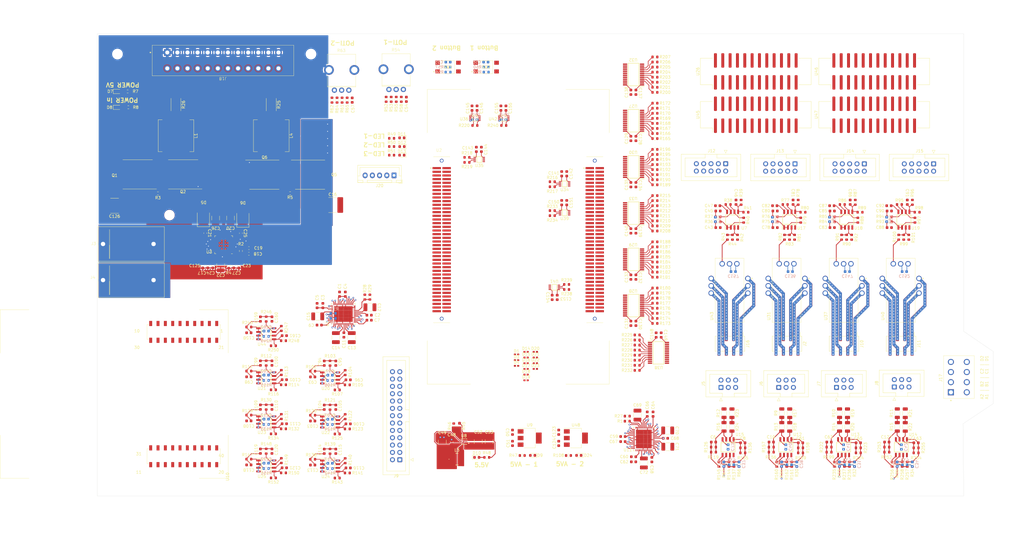
<source format=kicad_pcb>
(kicad_pcb (version 20241229) (generator "pcbnew") (generator_version "9.0")
  (layers (0 "F.Cu" signal) (4 "In1.Cu" signal) (6 "In2.Cu" signal) (2 "B.Cu" signal) (13 "F.Paste" user) (15 "B.Paste" user) (5 "F.SilkS" user "F.Silkscreen") (7 "B.SilkS" user "B.Silkscreen") (1 "F.Mask" user) (3 "B.Mask" user) (25 "Edge.Cuts" user))
  (net 0 "")
  (net 1 "GND")
  (net 2 "+1V8")
  (net 3 "+5VA")
  (net 4 "REFOUT_B6")
  (net 5 "Net-(U1-REFOUT1)")
  (net 6 "Net-(U1-REFOUT2)")
  (net 7 "Net-(U1-REFOUT3)")
  (net 8 "Net-(U1-REFOUT4)")
  (net 9 "/Main_DCDC/Vin")
  (net 10 "Net-(C18-Pad1)")
  (net 11 "/Main_DCDC/Comp1")
  (net 12 "Net-(D5-A)")
  (net 13 "Net-(D5-K)")
  (net 14 "/Main_DCDC/Mode")
  (net 15 "Net-(U3-SS1)")
  (net 16 "Net-(U3-RES)")
  (net 17 "Net-(D6-K)")
  (net 18 "/ADC for Machine/Vout1+")
  (net 19 "/ADC for Machine/Vout2+")
  (net 20 "/ADC for Machine/Diffamp5/Ain+")
  (net 21 "/ADC for Machine/Diffamp5/Ain-")
  (net 22 "Net-(U7B-+)")
  (net 23 "+5V")
  (net 24 "/Analog Voltage/5.5V")
  (net 25 "Net-(C54-Pad1)")
  (net 26 "/FPGA/Button1")
  (net 27 "/FPGA/Button2")
  (net 28 "Net-(C57-Pad1)")
  (net 29 "REFOUT_M")
  (net 30 "Net-(U11-REFOUT1)")
  (net 31 "Net-(U11-REFOUT2)")
  (net 32 "Net-(U11-REFOUT3)")
  (net 33 "Net-(U11-REFOUT4)")
  (net 34 "/ADC for Machine/Vout3+")
  (net 35 "/ADC for Machine/Diffamp6/Ain+")
  (net 36 "/ADC for Machine/Diffamp6/Ain-")
  (net 37 "Net-(U17B-+)")
  (net 38 "/ADC for Machine/Diffamp7/Ain+")
  (net 39 "/ADC for Machine/Diffamp7/Ain-")
  (net 40 "Net-(U18B-+)")
  (net 41 "/ADC for Machine/Diffamp8/Ain+")
  (net 42 "/ADC for Machine/Diffamp8/Ain-")
  (net 43 "Net-(U19B-+)")
  (net 44 "/ADC for B6/Diffamp_2/Ain+")
  (net 45 "/ADC for B6/Diffamp_2/Ain-")
  (net 46 "Net-(U20B-+)")
  (net 47 "/ADC for B6/Diffamp_3/Ain+")
  (net 48 "/ADC for B6/Diffamp_3/Ain-")
  (net 49 "Net-(U21B-+)")
  (net 50 "/ADC for B6/Diffamp_4/Ain+")
  (net 51 "/ADC for B6/Diffamp_4/Ain-")
  (net 52 "Net-(U22B-+)")
  (net 53 "/ADC for B6/Diffamp_5/Ain+")
  (net 54 "/ADC for B6/Diffamp_5/Ain-")
  (net 55 "Net-(U23B-+)")
  (net 56 "/ADC for B6/Diffamp_6/Ain+")
  (net 57 "/ADC for B6/Diffamp_6/Ain-")
  (net 58 "Net-(U24B-+)")
  (net 59 "/ADC for B6/Diffamp_7/Ain+")
  (net 60 "/ADC for B6/Diffamp_7/Ain-")
  (net 61 "Net-(U25B-+)")
  (net 62 "+5VA_2")
  (net 63 "+3.3V")
  (net 64 "/ADC for B6/Diffamp_1/Ain+")
  (net 65 "/ADC for B6/Diffamp_1/Ain-")
  (net 66 "Net-(U44B-+)")
  (net 67 "Net-(D7-A)")
  (net 68 "Net-(D8-A)")
  (net 69 "Net-(D9-A)")
  (net 70 "Net-(D10-A)")
  (net 71 "Net-(D11-A)")
  (net 72 "Net-(D12-A)")
  (net 73 "Net-(D13-A)")
  (net 74 "/FPGA/esd_diodes/Pin1")
  (net 75 "/FPGA/esd_diodes/Pin2")
  (net 76 "/FPGA/esd_diodes/Pin3")
  (net 77 "/FPGA/esd_diodes/Pin4")
  (net 78 "/FPGA/esd_diodes/Pin5")
  (net 79 "/FPGA/esd_diodes/Pin6")
  (net 80 "/FPGA/esd_diodes/Pin7")
  (net 81 "/FPGA/esd_diodes/Pin8")
  (net 82 "/FPGA/esd_diodes/Pin9")
  (net 83 "/FPGA/esd_diodes/Pin10")
  (net 84 "Net-(D24-A)")
  (net 85 "/Current measure/Tamura_2/pin4")
  (net 86 "/Current measure/Tamura_2/pin2")
  (net 87 "/Current measure/Tamura_2/pin1")
  (net 88 "/Current measure/Tamura_2/pin6")
  (net 89 "/Current measure/Tamura_2/pin5")
  (net 90 "/Current measure/Tamura_2/pin3")
  (net 91 "/CHB to 3Ph/Ph_A2_out")
  (net 92 "/Current measure/Tamura_1/pin1")
  (net 93 "/CHB to 3Ph/Ph_B2_out")
  (net 94 "/Current measure/Tamura_3/pin1")
  (net 95 "/CHB to 3Ph/Ph_C2_out")
  (net 96 "/Current measure/Tamura_4/pin1")
  (net 97 "/CHB to 3Ph/Ph_D2_out")
  (net 98 "/Current measure/Tamura_3/pin4")
  (net 99 "/Current measure/Tamura_3/pin6")
  (net 100 "/Current measure/Tamura_3/pin2")
  (net 101 "/Current measure/Tamura_3/pin3")
  (net 102 "/Current measure/Tamura_3/pin5")
  (net 103 "/Current measure/Tamura_4/pin6")
  (net 104 "/Current measure/Tamura_4/pin4")
  (net 105 "/Current measure/Tamura_4/pin2")
  (net 106 "/Current measure/Tamura_4/pin5")
  (net 107 "/Current measure/Tamura_4/pin3")
  (net 108 "/CHB Communication/Ph_A_Tx1")
  (net 109 "/CHB Communication/Level_shifter_error_1/A1")
  (net 110 "/CHB Communication/Level_shifter_Rx_En/B1")
  (net 111 "/CHB Communication/Level_shifter_Rx_En/B2")
  (net 112 "/CHB Communication/Level_shifter_Rx_En/B3")
  (net 113 "/CHB Communication/Level_shifter_error_1/A2")
  (net 114 "/CHB Communication/Ph_B_Tx1")
  (net 115 "/CHB Communication/Level_shifter_Rx_En/B4")
  (net 116 "/CHB Communication/Ph_C_Tx1")
  (net 117 "/CHB Communication/Level_shifter_error_2/A1")
  (net 118 "/CHB Communication/Level_shifter_Rx_En/B5")
  (net 119 "/CHB Communication/Level_shifter_Rx_En/B6")
  (net 120 "/CHB Communication/Level_shifter_Rx_En/B7")
  (net 121 "/CHB Communication/Level_shifter_error_2/A2")
  (net 122 "/CHB Communication/Ph_D_Tx1")
  (net 123 "/CHB Communication/Level_shifter_Rx_En/B8")
  (net 124 "/Current measure/Tamura_1/pin3")
  (net 125 "/Current measure/Tamura_1/pin4")
  (net 126 "/Current measure/Tamura_1/pin2")
  (net 127 "/Current measure/Tamura_1/pin6")
  (net 128 "/Current measure/Tamura_1/pin5")
  (net 129 "/Encoder/ENC_I_5V")
  (net 130 "/Encoder/ENC_B_5V")
  (net 131 "/Encoder/ENC_A_5V")
  (net 132 "Net-(U3-HO1)")
  (net 133 "Net-(U3-RT)")
  (net 134 "Net-(U3-HO2)")
  (net 135 "/ADC for Machine/Vout4+")
  (net 136 "Net-(U1-Ain8+)")
  (net 137 "Net-(U1-Ain8-)")
  (net 138 "/ADC for Machine/Vout1-")
  (net 139 "Net-(U7A--)")
  (net 140 "Net-(R37-Pad2)")
  (net 141 "Net-(U7B--)")
  (net 142 "Net-(U7A-+)")
  (net 143 "/ADC for Machine/Iin_1")
  (net 144 "Net-(U8-FB)")
  (net 145 "/FPGA/LED1")
  (net 146 "/FPGA/LED2")
  (net 147 "/FPGA/LED3")
  (net 148 "Net-(R52-Pad2)")
  (net 149 "Net-(R56-Pad1)")
  (net 150 "/FPGA/Poti")
  (net 151 "Net-(R59-Pad1)")
  (net 152 "Net-(R61-Pad2)")
  (net 153 "/FPGA/Poti2")
  (net 154 "/ADC for Machine/Vout2-")
  (net 155 "Net-(U17A--)")
  (net 156 "Net-(R76-Pad2)")
  (net 157 "Net-(U17B--)")
  (net 158 "Net-(U17A-+)")
  (net 159 "/ADC for Machine/Iin_2")
  (net 160 "Net-(U18A--)")
  (net 161 "Net-(R85-Pad2)")
  (net 162 "Net-(U18B--)")
  (net 163 "Net-(U18A-+)")
  (net 164 "/ADC for Machine/Iin_3")
  (net 165 "Net-(U19A--)")
  (net 166 "Net-(R94-Pad2)")
  (net 167 "Net-(U19B--)")
  (net 168 "Net-(U19A-+)")
  (net 169 "/ADC for Machine/Iin_4")
  (net 170 "Net-(U20A--)")
  (net 171 "Net-(R103-Pad2)")
  (net 172 "Net-(U20B--)")
  (net 173 "/ADC for B6/V_B")
  (net 174 "Net-(U21A--)")
  (net 175 "Net-(R112-Pad2)")
  (net 176 "Net-(U21B--)")
  (net 177 "/ADC for B6/V_C")
  (net 178 "Net-(U22A--)")
  (net 179 "Net-(R121-Pad2)")
  (net 180 "Net-(U22B--)")
  (net 181 "/ADC for B6/I_A")
  (net 182 "Net-(U23A--)")
  (net 183 "Net-(R130-Pad2)")
  (net 184 "Net-(U23B--)")
  (net 185 "/ADC for B6/I_B")
  (net 186 "Net-(U24A--)")
  (net 187 "Net-(R139-Pad2)")
  (net 188 "Net-(U24B--)")
  (net 189 "/ADC for B6/I_C")
  (net 190 "Net-(U25A--)")
  (net 191 "Net-(R148-Pad2)")
  (net 192 "Net-(U25B--)")
  (net 193 "/ADC for B6/V_DC")
  (net 194 "/CHB Communication/Level_Shifter_8bit_2/A1")
  (net 195 "/CHB Communication/Level_Shifter_8bit_2/A2")
  (net 196 "/CHB Communication/Level_Shifter_8bit_2/A3")
  (net 197 "/CHB Communication/Level_Shifter_8bit_2/A4")
  (net 198 "/CHB Communication/Level_Shifter_8bit_2/A5")
  (net 199 "/CHB Communication/Level_Shifter_8bit_2/A6")
  (net 200 "/CHB Communication/Level_Shifter_8bit_2/A7")
  (net 201 "/CHB Communication/Level_Shifter_8bit_2/A8")
  (net 202 "/CHB Communication/Level_Shifter_8bit_3/A1")
  (net 203 "/CHB Communication/Level_Shifter_8bit_3/A2")
  (net 204 "/CHB Communication/Level_Shifter_8bit_3/A3")
  (net 205 "/CHB Communication/Level_Shifter_8bit_3/A4")
  (net 206 "/CHB Communication/Level_Shifter_8bit_3/A5")
  (net 207 "/CHB Communication/Level_Shifter_8bit_3/A6")
  (net 208 "/CHB Communication/Level_Shifter_8bit_3/A7")
  (net 209 "/CHB Communication/Level_Shifter_8bit_3/A8")
  (net 210 "/CHB Communication/Level_Shifter_8bit_4/A1")
  (net 211 "/CHB Communication/Level_Shifter_8bit_4/A2")
  (net 212 "/CHB Communication/Level_Shifter_8bit_4/A3")
  (net 213 "/CHB Communication/Level_Shifter_8bit_4/A4")
  (net 214 "/CHB Communication/Level_Shifter_8bit_4/A5")
  (net 215 "/CHB Communication/Level_Shifter_8bit_4/A6")
  (net 216 "/CHB Communication/Level_Shifter_8bit_4/A7")
  (net 217 "/CHB Communication/Level_Shifter_8bit_4/A8")
  (net 218 "/CHB Communication/Level_Shifter_8bit_5/A1")
  (net 219 "/CHB Communication/Level_Shifter_8bit_5/A2")
  (net 220 "/CHB Communication/Level_Shifter_8bit_5/A3")
  (net 221 "/CHB Communication/Level_Shifter_8bit_5/A4")
  (net 222 "/CHB Communication/Level_Shifter_8bit_5/A5")
  (net 223 "/CHB Communication/Level_Shifter_8bit_5/A6")
  (net 224 "/CHB Communication/Level_Shifter_8bit_5/A7")
  (net 225 "/CHB Communication/Level_Shifter_8bit_5/A8")
  (net 226 "/CHB Communication/Level_Shifter_8bit_1/A1")
  (net 227 "/CHB Communication/Level_Shifter_8bit_1/A2")
  (net 228 "/CHB Communication/Level_Shifter_8bit_1/A3")
  (net 229 "/CHB Communication/Level_Shifter_8bit_1/A4")
  (net 230 "/CHB Communication/Level_Shifter_8bit_1/A5")
  (net 231 "/CHB Communication/Level_Shifter_8bit_1/A6")
  (net 232 "/CHB Communication/Level_Shifter_8bit_1/A7")
  (net 233 "/CHB Communication/Level_Shifter_8bit_1/A8")
  (net 234 "/CHB Communication/Level_Shifter_8bit_6/A1")
  (net 235 "/CHB Communication/Level_Shifter_8bit_6/A2")
  (net 236 "/CHB Communication/Level_Shifter_8bit_6/A3")
  (net 237 "/CHB Communication/Level_Shifter_8bit_6/A4")
  (net 238 "/CHB Communication/Level_Shifter_8bit_6/A5")
  (net 239 "/CHB Communication/Level_Shifter_8bit_6/A6")
  (net 240 "/CHB Communication/Level_Shifter_8bit_6/A7")
  (net 241 "/CHB Communication/Level_Shifter_8bit_6/A8")
  (net 242 "/ADC for B6/CLK_IN")
  (net 243 "/ADC for B6/~{CNV}")
  (net 244 "Net-(U36-DIR)")
  (net 245 "/CHB Communication/Ph_A_En")
  (net 246 "/CHB Communication/Ph_A_Rx")
  (net 247 "/CHB Communication/Ph_B_En")
  (net 248 "/CHB Communication/Ph_B_Rx")
  (net 249 "/CHB Communication/Ph_C_En")
  (net 250 "/CHB Communication/Ph_C_Rx")
  (net 251 "/CHB Communication/Ph_D_En")
  (net 252 "/CHB Communication/Ph_D_Rx")
  (net 253 "/ADC for Machine/CLK_IN_1")
  (net 254 "/ADC for Machine/~{CNV}_1")
  (net 255 "Net-(U42-DIR)")
  (net 256 "Net-(U44A--)")
  (net 257 "Net-(R246-Pad2)")
  (net 258 "Net-(U44B--)")
  (net 259 "/ADC for B6/V_A")
  (net 260 "/ADC for B6/SDO6")
  (net 261 "/ADC for Machine/Vout3-")
  (net 262 "/ADC for B6/SDO1")
  (net 263 "/ADC for B6/SDO7")
  (net 264 "/ADC for B6/Level Shift for DIO/B1")
  (net 265 "/ADC for B6/SDO4")
  (net 266 "/ADC for B6/SDO5")
  (net 267 "/ADC for B6/SDO2")
  (net 268 "/ADC for B6/SDO3")
  (net 269 "/ADC for B6/CLK_OUT")
  (net 270 "/ADC for B6/Level Shift for DIO/B2")
  (net 271 "/ADC for B6/SDO8")
  (net 272 "/CHB Communication/Ph_A_Tx5")
  (net 273 "/CHB Communication/Ph_D_Tx5")
  (net 274 "/CHB Communication/Ph_D_Tx2")
  (net 275 "/CHB Communication/Ph_C_Tx6")
  (net 276 "/ADC for Machine/SDO6_1")
  (net 277 "/CHB Communication/Ph_D_Tx12")
  (net 278 "/CHB Communication/Ph_B_Tx5")
  (net 279 "/FPGA/PWM_CH")
  (net 280 "/CHB Communication/Ph_D_Tx9")
  (net 281 "/CHB Communication/Ph_C_Tx9")
  (net 282 "/CHB Communication/Ph_A_Tx11")
  (net 283 "/CHB Communication/Ph_C_Tx7")
  (net 284 "/FPGA/OT")
  (net 285 "/FPGA/PWM_BH")
  (net 286 "/ADC for Machine/CLK_OUT_1")
  (net 287 "/CHB Communication/Ph_D_Tx10")
  (net 288 "/CHB Communication/Ph_D_Tx4")
  (net 289 "/ADC for Machine/SDO5_1")
  (net 290 "/ADC for Machine/SDO1_1")
  (net 291 "/Encoder/ENC_B")
  (net 292 "/FPGA/B6_En")
  (net 293 "/ADC for Machine/SDO3_1")
  (net 294 "/CHB Communication/Ph_C_Tx11")
  (net 295 "/CHB Communication/Ph_D_Tx3")
  (net 296 "/FPGA/PWM_CL")
  (net 297 "/CHB Communication/Ph_D_Tx8")
  (net 298 "/CHB Communication/Ph_A_Tx7")
  (net 299 "/CHB Communication/Ph_B_Tx4")
  (net 300 "/CHB Communication/Ph_A_Tx2")
  (net 301 "/CHB Communication/Ph_A_Tx10")
  (net 302 "/CHB Communication/Ph_D_Tx11")
  (net 303 "/CHB Communication/Ph_B_Err")
  (net 304 "/CHB Communication/Ph_D_Err")
  (net 305 "/CHB Communication/Ph_D_Tx6")
  (net 306 "/CHB Communication/Ph_C_Tx10")
  (net 307 "/CHB Communication/Ph_C_Tx2")
  (net 308 "/CHB Communication/Ph_B_Tx2")
  (net 309 "/CHB Communication/Ph_A_Tx8")
  (net 310 "/CHB Communication/Ph_D_Tx7")
  (net 311 "/CHB Communication/Ph_C_Tx12")
  (net 312 "/Encoder/ENC_A")
  (net 313 "/CHB Communication/Ph_A_Tx9")
  (net 314 "/FPGA/PWM_BL")
  (net 315 "/CHB Communication/Ph_C_Tx8")
  (net 316 "/ADC for Machine/SDO2_1")
  (net 317 "/Encoder/ENC_I")
  (net 318 "/ADC for Machine/SDO8_1")
  (net 319 "/CHB Communication/Ph_B_Tx9")
  (net 320 "/CHB Communication/Ph_A_Tx3")
  (net 321 "/FPGA/PWM_AH")
  (net 322 "/CHB Communication/Ph_B_Tx10")
  (net 323 "/CHB Communication/Ph_C_Tx5")
  (net 324 "/CHB Communication/Ph_A_Tx4")
  (net 325 "/CHB Communication/Ph_C_Err")
  (net 326 "/CHB Communication/Ph_B_Tx12")
  (net 327 "/CHB Communication/Ph_B_Tx11")
  (net 328 "/CHB Communication/Ph_A_Tx6")
  (net 329 "/CHB Communication/Ph_B_Tx8")
  (net 330 "/CHB Communication/Ph_B_Tx6")
  (net 331 "/ADC for Machine/SDO4_1")
  (net 332 "/FPGA/PWM_AL")
  (net 333 "/CHB Communication/Ph_C_Tx3")
  (net 334 "/CHB Communication/Ph_A_Tx12")
  (net 335 "/CHB Communication/Ph_B_Tx7")
  (net 336 "/ADC for Machine/SDO7_1")
  (net 337 "/CHB Communication/Ph_C_Tx4")
  (net 338 "/CHB Communication/Ph_A_Err")
  (net 339 "/CHB Communication/Ph_B_Tx3")
  (net 344 "Net-(U8-SW)")
  (net 346 "/ADC for Machine/Level Shift for DIO/B2")
  (net 347 "/ADC for Machine/Level Shift for DIO/B1")
  (net 348 "/Encoder/Level Shifter Encoder 2/A2")
  (net 349 "/Encoder/Level Shifter Encoder 2/B2")
  (net 350 "Net-(U3-SS2)")
  (net 369 "/Main_DCDC/Leg-1/SW")
  (net 370 "/Main_DCDC/Leg-1/Gate_H")
  (net 371 "/Main_DCDC/Leg-1/Gate_L")
  (net 372 "/Main_DCDC/Leg-2/SW")
  (net 373 "/Main_DCDC/Leg-2/Gate_H")
  (net 374 "/Main_DCDC/Leg-2/Gate_L")
  (net 375 "/Main_DCDC/Leg-1/R_I+")
  (net 376 "/Main_DCDC/Leg-2/R_I+")
  (net 389 "/ADC for Machine/Vout4-")
  (net 390 "Net-(U15A-+)")
  (net 391 "Net-(U15A--)")
  (net 392 "Net-(U12A-+)")
  (net 393 "Net-(U12A--)")
  (net 394 "Net-(U13A-+)")
  (net 395 "Net-(U13A--)")
  (net 396 "Net-(U14A-+)")
  (net 397 "Net-(U14A--)")
  (net 398 "Net-(R13-Pad1)")
  (net 399 "Net-(R10-Pad2)")
  (net 400 "Net-(R11-Pad2)")
  (net 401 "Net-(R12-Pad2)")
  (net 402 "Net-(R17-Pad2)")
  (net 403 "Net-(R19-Pad2)")
  (net 404 "Net-(R21-Pad2)")
  (net 405 "Net-(R23-Pad2)")
  (net 406 "Net-(U15B--)")
  (net 407 "Net-(U15B-+)")
  (net 408 "Net-(U12B-+)")
  (net 409 "Net-(U12B--)")
  (net 410 "Net-(U13B-+)")
  (net 411 "Net-(U13B--)")
  (net 412 "Net-(U14B-+)")
  (net 413 "Net-(U14B--)")
  (net 414 "Net-(U11-~{SDR}{slash}DDR)")
  (net 415 "Net-(U1-~{SDR}{slash}DDR)")
  (net 416 "Net-(C8-Pad2)")
  (net 417 "Net-(C61-Pad2)")
  (net 418 "Net-(C65-Pad2)")
  (net 419 "Net-(C163-Pad2)")
  (net 420 "Net-(R162-Pad2)")
  (net 421 "Net-(R237-Pad2)")
  (net 422 "Net-(R258-Pad2)")
  (net 423 "Net-(R144-Pad2)")
  (footprint "Resistor_SMD:R_0603_1608Metric" (layer "F.Cu") (at 243.875 72.15 180)
    (property "Reference" "R202")
    (property "Value" "10k_0603")
  )
  (footprint "LED_SMD:LED_0603_1608Metric" (layer "F.Cu") (at 57.82 75.340012)
    (property "Reference" "D7")
    (property "Value" "LED_G_0603")
  )
  (footprint "WLIB_Capacitor:C_0603" (layer "F.Cu") (at 285.37 114.9 180)
    (property "Reference" "C82")
    (property "Value" "100n_0603")
  )
  (footprint "WLIB_Capacitor:C_0603" (layer "F.Cu") (at 100.55 124.418 -90)
    (property "Reference" "C25")
    (property "Value" "4u7_0603")
  )
  (footprint "MYLIB_Misc:TI_BOOSTXL_3PH" (layer "F.Cu") (at 92.16 157.310012)
    (property "Reference" "U10")
    (property "Value" "BOOSTXL-3PHGANINV")
  )
  (footprint "LED_SMD:LED_0603_1608Metric" (layer "F.Cu") (at 182.2025 202.030024)
    (property "Reference" "D10")
    (property "Value" "LED_G_0603")
  )
  (footprint "Resistor_SMD:R_0603_1608Metric" (layer "F.Cu") (at 243.875 143.4 180)
    (property "Reference" "R180")
    (property "Value" "10k_0603")
  )
  (footprint "WLIB_Capacitor:C_0603" (layer "F.Cu") (at 115.57449 205.639569)
    (property "Reference" "C121")
    (property "Value" "100n_0603")
  )
  (footprint "MYLIB_Misc:74404043010A" (layer "F.Cu") (at 175.32 202.590012 -90)
    (property "Reference" "L3")
    (property "Value" "SMD_Inductor_1u")
  )
  (footprint "WLIB_Capacitor:C_1210" (layer "F.Cu") (at 248.2829 192.677512)
    (property "Reference" "C70")
    (property "Value" "10u_1210")
  )
  (footprint "Resistor_SMD:R_1206_3216Metric" (layer "F.Cu") (at 327.803 186.724866 -90)
    (property "Reference" "R11")
    (property "Value" "100k_1206")
  )
  (footprint "Resistor_SMD:R_0603_1608Metric" (layer "F.Cu") (at 131.38699 184.679569 -90)
    (property "Reference" "R121")
    (property "Value" "30R_0603")
  )
  (footprint "Resistor_SMD:R_1206_3216Metric" (layer "F.Cu") (at 290.55 191.474866 -90)
    (property "Reference" "R18")
    (property "Value" "100k_1206")
  )
  (footprint "WLIB_Capacitor:C_0603" (layer "F.Cu") (at 133.38699 199.929569 -90)
    (property "Reference" "C115")
    (property "Value" "15p_0603")
  )
  (footprint "WLIB_Capacitor:C_0603" (layer "F.Cu") (at 237.3 155.626335 90)
    (property "Reference" "C130")
    (property "Value" "100n_0603")
  )
  (footprint "MountingHole:MountingHole_3.2mm_M3" (layer "F.Cu") (at 57.8 62.4)
    (property "Reference" "REF**" (hide yes))
    (property "Value" "MountingHole_3.2mm_M3")
  )
  (footprint "Resistor_SMD:R_0603_1608Metric" (layer "F.Cu") (at 132.07 78.340012 90)
    (property "Reference" "R62")
    (property "Value" "10k_0603")
  )
  (footprint "Resistor_SMD:R_0603_1608Metric" (layer "F.Cu") (at 243.875 155.65 180)
    (property "Reference" "R173")
    (property "Value" "10k_0603")
  )
  (footprint "Resistor_SMD:R_0603_1608Metric" (layer "F.Cu") (at 312.00401 125.825 -90)
    (property "Reference" "R92")
    (property "Value" "9k1_0603")
  )
  (footprint "Resistor_SMD:R_0603_1608Metric" (layer "F.Cu") (at 305.25401 120.475)
    (property "Reference" "R84")
    (property "Value" "30R_0603")
  )
  (footprint "Resistor_SMD:R_0603_1608Metric" (layer "F.Cu") (at 243.875 134.4 180)
    (property "Reference" "R184")
    (property "Value" "10k_0603")
  )
  (footprint "Resistor_SMD:R_0603_1608Metric" (layer "F.Cu") (at 234.3 189.502912 180)
    (property "Reference" "R1")
    (property "Value" "0R_0603")
  )
  (footprint "Resistor_SMD:R_0603_1608Metric" (layer "F.Cu") (at 243.875 65.15 180)
    (property "Reference" "R206")
    (property "Value" "10k_0603")
  )
  (footprint "Resistor_SMD:R_0603_1608Metric" (layer "F.Cu") (at 208.350803 118.340527)
    (property "Reference" "R234")
    (property "Value" "10k_0603")
  )
  (footprint "MYLIB_Misc:Banana_Socket_Altech_Red" (layer "F.Cu") (at 51.05 128.15)
    (property "Reference" "J3")
    (property "Value" "Banana_Socket_Red")
  )
  (footprint "Capacitor_SMD:C_0402_1005Metric_Pad0.74x0.62mm_HandSolder" (layer "F.Cu") (at 202.4825 171.4)
    (property "Reference" "D23")
    (property "Value" "B72590D50H160")
  )
  (footprint "MountingHole:MountingHole_3.2mm_M3" (layer "F.Cu") (at 57.8 157.9)
    (property "Reference" "REF**" (hide yes))
    (property "Value" "MountingHole_3.2mm_M3")
  )
  (footprint "Capacitor_SMD:C_0603_1608Metric_Pad1.08x0.95mm_HandSolder" (layer "F.Cu") (at 99.8 135.65 -90)
    (property "Reference" "C23")
    (property "Value" "120nF_0603")
  )
  (footprint "MYLIB_Misc:SBR10U200P5" (layer "F.Cu") (at 101.22 118.812 90)
    (property "Reference" "D6")
    (property "Value" "SBR10U200P5-13")
  )
  (footprint "Resistor_SMD:R_0603_1608Metric" (layer "F.Cu") (at 308.75401 114.475)
    (property "Reference" "R86")
    (property "Value" "500R_0603")
  )
  (footprint "Package_TO_SOT_SMD:Infineon_PG-HSOF-8-1" (layer "F.Cu") (at 64.73 104.05 180)
    (property "Reference" "Q1")
    (property "Value" "IPT017N12NM6")
  )
  (footprint "Inductor_SMD:L_Coilcraft_XAL1010-XXX" (layer "F.Cu") (at 111.05 90.65 -90)
    (property "Reference" "L4")
    (property "Value" "XAL1010-152MED")
  )
  (footprint "WLIB_Capacitor:C_0603" (layer "F.Cu") (at 265.72401 122.475)
    (property "Reference" "C43")
    (property "Value" "15p_0603")
  )
  (footprint "Resistor_SMD:R_0603_1608Metric" (layer "F.Cu") (at 307.744 204.399866 90)
    (property "Reference" "R33")
    (property "Value" "30R_0603")
  )
  (footprint "Resistor_SMD:R_0603_1608Metric" (layer "F.Cu") (at 243.875 107.65 180)
    (property "Reference" "R189")
    (property "Value" "10k_0603")
  )
  (footprint "Resistor_SMD:R_0603_1608Metric" (layer "F.Cu") (at 237.725 163.15)
    (property "Reference" "R227")
    (property "Value" "10k_0603")
  )
  (footprint "WLIB_Capacitor:C_0603" (layer "F.Cu") (at 115.57449 190.389569)
    (property "Reference" "C111")
    (property "Value" "100n_0603")
  )
  (footprint "Resistor_SMD:R_0603_1608Metric" (layer "F.Cu") (at 136.63699 172.679569 -90)
    (property "Reference" "R104")
    (property "Value" "500R_0603")
  )
  (footprint "LED_SMD:LED_0603_1608Metric" (layer "F.Cu") (at 57.82 80.840012)
    (property "Reference" "D8")
    (property "Value" "LED_G_0603")
  )
  (footprint "WLIB_Capacitor:C_0603" (layer "F.Cu") (at 103.28699 189.389569 180)
    (property "Reference" "C108")
    (property "Value" "15p_0603")
  )
  (footprint "Resistor_SMD:R_1206_3216Metric" (layer "F.Cu") (at 307.8 191.457866 -90)
    (property "Reference" "R14")
    (property "Value" "100k_1206")
  )
  (footprint "WLIB_Capacitor:C_0603" (layer "F.Cu") (at 180.55 81.115523 -90)
    (property "Reference" "C145")
    (property "Value" "100n_0603")
  )
  (footprint "Resistor_SMD:R_0603_1608Metric" (layer "F.Cu") (at 243.875 118.4 180)
    (property "Reference" "R211")
    (property "Value" "10k_0603")
  )
  (footprint "Resistor_SMD:R_0603_1608Metric" (layer "F.Cu") (at 329.494 204.399866 90)
    (property "Reference" "R258")
    (property "Value" "1k_0603")
  )
  (footprint "Capacitor_SMD:C_0402_1005Metric_Pad0.74x0.62mm_HandSolder" (layer "F.Cu") (at 202.4825 165.49)
    (property "Reference" "D20")
    (property "Value" "B72590D50H160")
  )
  (footprint "WLIB_Capacitor:C_0603" (layer "F.Cu") (at 247.5329 195.427512)
    (property "Reference" "C68")
    (property "Value" "1u_0603")
  )
  (footprint "Resistor_SMD:R_0603_1608Metric" (layer "F.Cu") (at 314.3 198.724866)
    (property "Reference" "R223")
    (property "Value" "1k_0603")
  )
  (footprint "Resistor_SMD:R_0603_1608Metric" (layer "F.Cu") (at 178.8 98.146784)
    (property "Reference" "R218")
    (property "Value" "10k_0603")
  )
  (footprint "WLIB_Capacitor:C_0603" (layer "F.Cu") (at 125.38699 204.679569 180)
    (property "Reference" "C113")
    (property "Value" "15p_0603")
  )
  (footprint "Resistor_SMD:R_0603_1608Metric" (layer "F.Cu") (at 243.875 70.4 180)
    (property "Reference" "R203")
    (property "Value" "10k_0603")
  )
  (footprint "Resistor_SMD:R_0603_1608Metric_Pad0.98x0.95mm_HandSolder" (layer "F.Cu") (at 96.3 135.65 90)
    (property "Reference" "R4")
    (property "Value" "39k2_0603")
  )
  (footprint "Resistor_SMD:R_1206_3216Metric" (layer "F.Cu") (at 287.8 191.457866 -90)
    (property "Reference" "R13")
    (property "Value" "100k_1206")
  )
  (footprint "MYLIB_chips:VQFN 40 pin 5.8mm x 5.8mm" (layer "F.Cu") (at 94.55 128.4 180)
    (property "Reference" "U3")
    (property "Value" "LM5143")
  )
  (footprint "Resistor_SMD:R_0603_1608Metric" (layer "F.Cu") (at 243.875 100.65 180)
    (property "Reference" "R193")
    (property "Value" "10k_0603")
  )
  (footprint "Resistor_SMD:R_0603_1608Metric" (layer "F.Cu") (at 103.28699 172.139569)
    (property "Reference" "R111")
    (property "Value" "30R_0603")
  )
  (footprint "Resistor_SMD:R_0603_1608Metric" (layer "F.Cu") (at 243.875 114.9 180)
    (property "Reference" "R213")
    (property "Value" "10k_0603")
  )
  (footprint "WLIB_Capacitor:C_0603" (layer "F.Cu") (at 129.38699 169.429569 90)
    (property "Reference" "C94")
    (property "Value" "15p_0603")
  )
  (footprint "WLIB_Capacitor:C_0603" (layer "F.Cu") (at 157.82 78.065012 90)
    (property "Reference" "C54")
    (property "Value" "100n_0603")
  )
  (footprint "Resistor_SMD:R_0603_1608Metric" (layer "F.Cu") (at 305.25401 118.725)
    (property "Reference" "R85")
    (property "Value" "30R_0603")
  )
  (footprint "Resistor_SMD:R_0603_1608Metric" (layer "F.Cu") (at 304.1625 200.224866 180)
    (property "Reference" "R199")
    (property "Value" "1k_0603")
  )
  (footprint "WLIB_Capacitor:C_0603" (layer "F.Cu") (at 324.91 114.9 180)
    (property "Reference" "C92")
    (property "Value" "100n_0603")
  )
  (footprint "Resistor_SMD:R_0603_1608Metric" (layer "F.Cu") (at 243.875 116.65 180)
    (property "Reference" "R212")
    (property "Value" "10k_0603")
  )
  (footprint "Resistor_SMD:R_0603_1608Metric" (layer "F.Cu") (at 334.66 117.15)
    (property "Reference" "R98")
    (property "Value" "5k1_0603")
  )
  (footprint "Resistor_SMD:R_1206_3216Metric" (layer "F.Cu") (at 330.55 191.474866 -90)
    (property "Reference" "R22")
    (property "Value" "100k_1206")
  )
  (footprint "WLIB_Capacitor:C_0603" (layer "F.Cu") (at 213.350803 113.840527 90)
    (property "Reference" "C151")
    (property "Value" "100n_0603")
  )
  (footprint "LED_SMD:LED_0603_1608Metric" (layer "F.Cu") (at 156.2625 97.4 180)
    (property "Reference" "D13")
    (property "Value" "LED_R_0603")
  )
  (footprint "MountingHole:MountingHole_3.2mm_M3" (layer "F.Cu") (at 254.8 89.4)
    (property "Reference" "REF**" (hide yes))
    (property "Value" "MountingHole_3.2mm_M3")
  )
  (footprint "WLIB_Capacitor:C_0603" (layer "F.Cu") (at 210.57 197.202512 90)
    (property "Reference" "C124")
    (property "Value" "1u_0603")
  )
  (footprint "WLIB_Capacitor:C_0603" (layer "F.Cu") (at 265.72401 116.725)
    (property "Reference" "C45")
    (property "Value" "15p_0603")
  )
  (footprint "Resistor_SMD:R_1206_3216Metric" (layer "F.Cu") (at 270.55 191.474866 -90)
    (property "Reference" "R24")
    (property "Value" "100k_1206")
  )
  (footprint "Resistor_SMD:R_0603_1608Metric" (layer "F.Cu") (at 243.875 97.15 180)
    (property "Reference" "R195")
    (property "Value" "10k_0603")
  )
  (footprint "Capacitor_SMD:C_0402_1005Metric_Pad0.74x0.62mm_HandSolder" (layer "F.Cu") (at 199.2725 167.46)
    (property "Reference" "D15")
    (property "Value" "B72590D50H160")
  )
  (footprint "Capacitor_SMD:C_2220_5650Metric_Pad1.97x5.40mm_HandSolder" (layer "F.Cu") (at 56.8 114.9 180)
    (property "Reference" "C126")
    (property "Value" "25uF_2220")
  )
  (footprint "WLIB_Capacitor:C_0603" (layer "F.Cu") (at 107.28699 154.139569 90)
    (property "Reference" "C159")
    (property "Value" "15p_0603")
  )
  (footprint "MYLIB_Misc:LT1819" (layer "F.Cu") (at 270.78601 119.796 90)
    (property "Reference" "U7")
    (property "Value" "1819_IS8")
  )
  (footprint "WLIB_Capacitor:C_0603" (layer "F.Cu") (at 285.48401 116.725)
    (property "Reference" "C80")
    (property "Value" "15p_0603")
  )
  (footprint "Connector_IDC:IDC-Header_2x12_P2.54mm_Vertical_SMD" (layer "F.Cu") (at 319.8 68.4 90)
    (property "Reference" "U46")
    (property "Value" "BoxHeader_24pin")
  )
  (footprint "MYLIB_Misc:SN74LXCH8T245" (layer "F.Cu") (at 236.416 101.475 180)
    (property "Reference" "U30")
    (property "Value" "SN74LXCH8T245RHLR")
  )
  (footprint "Connector_PinHeader_2.54mm:PinHeader_2x04_P2.54mm_Vertical_SMD" (layer "F.Cu") (at 269.86 162.715012 -90)
    (property "Reference" "J16")
    (property "Value" "PinHeader_2x4_SMD")
  )
  (footprint "WLIB_Capacitor:C_0603" (layer "F.Cu") (at 190.55 81.115523 -90)
    (property "Reference" "C155")
    (property "Value" "100n_0603")
  )
  (footprint "Resistor_SMD:R_0603_1608Metric" (layer "F.Cu") (at 103.28699 156.889569)
    (property "Reference" "R245")
    (property "Value" "30R_0603")
  )
  (footprint "Resistor_SMD:R_0603_1608Metric" (layer "F.Cu") (at 291.244 204.399866 -90)
    (property "Reference" "R161")
    (property "Value" "1k_0603")
  )
  (footprint "WLIB_Capacitor:C_0603" (layer "F.Cu") (at 125.38699 189.429569 180)
    (property "Reference" "C103")
    (property "Value" "15p_0603")
  )
  (footprint "MYLIB_Misc:LT1819" (layer "F.Cu") (at 109.24899 174.484569)
    (property "Reference" "U21")
    (property "Value" "1819_IS8")
  )
  (footprint "MYLIB_Misc:LT1819" (layer "F.Cu") (at 269.205 198.436866 -90)
    (property "Reference" "U15")
    (property "Value" "1819_IS8")
  )
  (footprint "Resistor_SMD:R_0603_1608Metric" (layer "F.Cu") (at 145.18699 146.539581 90)
    (property "Reference" "R29")
    (property "Value" "0R_0603")
  )
  (footprint "WLIB_Capacitor:C_0603" (layer "F.Cu") (at 192.3 81.115523 90)
    (property "Reference" "C156")
    (property "Value" "100n_0603")
  )
  (footprint "MYLIB_Misc:LT1819" (layer "F.Cu") (at 131.34899 205.024569)
    (property "Reference" "U24")
    (property "Value" "1819_IS8")
  )
  (footprint "Resistor_SMD:R_0603_1608Metric" (layer "F.Cu") (at 243.875 86.4 180)
    (property "Reference" "R168")
    (property "Value" "10k_0603")
  )
  (footprint "Resistor_SMD:R_0603_1608Metric" (layer "F.Cu") (at 114.53699 172.639569 -90)
    (property "Reference" "R113")
    (property "Value" "500R_0603")
  )
  (footprint "Resistor_SMD:R_0603_1608Metric" (layer "F.Cu") (at 243.875 79.4 180)
    (property "Reference" "R172")
    (property "Value" "10k_0603")
  )
  (footprint "Capacitor_SMD:C_0603_1608Metric_Pad1.08x0.95mm_HandSolder" (layer "F.Cu") (at 103.3 129.5625)
    (property "Reference" "C19")
    (property "Value" "56pF_0603")
  )
  (footprint "Resistor_SMD:R_0603_1608Metric" (layer "F.Cu") (at 310.25401 125.825 -90)
    (property "Reference" "R90")
    (property "Value" "9k1_0603")
  )
  (footprint "Resistor_SMD:R_0603_1608Metric" (layer "F.Cu") (at 265.72401 120.475)
    (property "Reference" "R36")
    (property "Value" "30R_0603")
  )
  (footprint "Resistor_SMD:R_0603_1608Metric" (layer "F.Cu") (at 137.32 78.340012 -90)
    (property "Reference" "R65")
    (property "Value" "100R_0603")
  )
  (footprint "WLIB_Capacitor:C_1210" (layer "F.Cu") (at 240.07 203.927512 -90)
    (property "Reference" "C72")
    (property "Value" "10u_1210")
  )
  (footprint "Capacitor_SMD:C_0402_1005Metric_Pad0.74x0.62mm_HandSolder" (layer "F.Cu") (at 202.4825 169.43)
    (property "Reference" "D22")
    (property "Value" "B72590D50H160")
  )
  (footprint "WLIB_Capacitor:C_0603" (layer "F.Cu") (at 194.57 197.202512 90)
    (property "Reference" "C51")
    (property "Value" "1u_0603")
  )
  (footprint "Resistor_SMD:R_0603_1608Metric" (layer "F.Cu") (at 328.27401 125.825 90)
    (property "Reference" "R100")
    (property "Value" "1k_0603")
  )
  (footprint "Resistor_SMD:R_0603_1608Metric" (layer "F.Cu") (at 243.875 148.65 180)
    (property "Reference" "R177")
    (property "Value" "10k_0603")
  )
  (footprint "WLIB_Capacitor:C_0603" (layer "F.Cu") (at 237.3 123.626335 90)
    (property "Reference" "C139")
    (property "Value" "100n_0603")
  )
  (footprint "WLIB_Capacitor:C_0603" (layer "F.Cu") (at 88.22 124.4 -90)
    (property "Reference" "C21")
    (property "Value" "4u7_0603")
  )
  (footprint "LED_SMD:LED_0603_1608Metric" (layer "F.Cu") (at 156.3 94.42 180)
    (property "Reference" "D12")
    (property "Value" "LED_G_0603")
  )
  (footprint "Resistor_SMD:R_0603_1608Metric" (layer "F.Cu") (at 243.875 146.9 180)
    (property "Reference" "R178")
    (property "Value" "10k_0603")
  )
  (footprint "WLIB_Capacitor:C_0603" (layer "F.Cu") (at 111.28699 169.389569 -90)
    (property "Reference" "C100")
    (property "Value" "15p_0603")
  )
  (footprint "Resistor_SMD:R_0603_1608Metric" (layer "F.Cu") (at 294.3 200.474866)
    (property "Reference" "R159")
    (property "Value" "1k_0603")
  )
  (footprint "WLIB_Capacitor:C_0603" (layer "F.Cu") (at 237.3 75.626335 90)
    (property "Reference" "C137")
    (property "Value" "100n_0603")
  )
  (footprint "Package_TO_SOT_SMD:Infineon_PG-HSOF-8-1" (layer "F.Cu") (at 80.48 104.05 180)
    (property "Reference" "Q2")
    (property "Value" "IPT017N12NM6")
  )
  (footprint "Resistor_SMD:R_0603_1608Metric" (layer "F.Cu") (at 243.875 127.4 180)
    (property "Reference" "R188")
    (property "Value" "10k_0603")
  )
  (footprint "Resistor_SMD:R_1206_3216Metric" (layer "F.Cu") (at 310.55 186.741866 -90)
    (property "Reference" "R19")
    (property "Value" "100k_1206")
  )
  (footprint "Resistor_SMD:R_0603_1608Metric" (layer "F.Cu") (at 133.82 78.340012 90)
    (property "Reference" "R64")
    (property "Value" "10k_0603")
  )
  (footprint "Resistor_SMD:R_0603_1608Metric" (layer "F.Cu") (at 133.88699 193.929569 180)
    (property "Reference" "R125")
    (property "Value" "5k1_0603")
  )
  (footprint "WLIB_Capacitor:C_0603" (layer "F.Cu") (at 211.600803 113.840527 -90)
    (property "Reference" "C150")
    (property "Value" "100n_0603")
  )
  (footprint "Resistor_SMD:R_0603_1608Metric" (layer "F.Cu") (at 312.994 204.399866 90)
    (property "Reference" "R32")
    (property "Value" "30R_0603")
  )
  (footprint "Resistor_SMD:R_0603_1608Metric" (layer "F.Cu") (at 309.494 204.399866 90)
    (property "Reference" "R237")
    (property "Value" "1k_0603")
  )
  (footprint "Resistor_SMD:R_1206_3216Metric" (layer "F.Cu") (at 290.55 186.741866 -90)
    (property "Reference" "R17")
    (property "Value" "100k_1206")
  )
  (footprint "Resistor_SMD:R_0603_1608Metric" (layer "F.Cu") (at 243.875 153.9 180)
    (property "Reference" "R174")
    (property "Value" "10k_0603")
  )
  (footprint "WLIB_Capacitor:C_0603" (layer "F.Cu") (at 334.3 196.974866)
    (property "Reference" "C163")
    (property "Value" "100n_0603")
  )
  (footprint "WLIB_Capacitor:C_0603" (layer "F.Cu") (at 325.02401 122.475)
    (property "Reference" "C88")
    (property "Value" "15p_0603")
  )
  (footprint "MYLIB_Misc:Tamura_S22P006S05" (layer "F.Cu") (at 270.06 144.102512 90)
    (property "Reference" "U43")
    (property "Value" "S22P006S05")
  )
  (footprint "WLIB_Capacitor:C_0603" (layer "F.Cu") (at 241.2221 187.065012 90)
    (property "Reference" "C66")
    (property "Value" "100n_0603")
  )
  (footprint "WLIB_Capacitor:C_0603" (layer "F.Cu") (at 89.05 135.65 -90)
    (property "Reference" "C17")
    (property "Value" "4u7_0603")
  )
  (footprint "WLIB_Capacitor:C_0603" (layer "F.Cu") (at 173.495 196.727512 90)
    (property "Reference" "C48")
    (property "Value" "100n_0603")
  )
  (footprint "MYLIB_Misc:SN74LXCH8T245" (layer "F.Cu") (at 236.416 69.475 180)
    (property "Reference" "U32")
    (property "Value" "SN74LXCH8T245RHLR")
  )
  (footprint "Connector_IDC:IDC-Header_2x05_P2.54mm_Vertical" (layer "F.Cu") (at 268.38 100.36 -90)
    (property "Reference" "J12")
    (property "Value" "Box_Header_2x05_THT")
  )
  (footprint "WLIB_Capacitor:C_0603" (layer "F.Cu") (at 213.350803 103.840527 90)
    (property "Reference" "C142")
    (property "Value" "100n_0603")
  )
  (footprint "Resistor_SMD:R_0603_1608Metric" (layer "F.Cu") (at 143.43699 146.539581 90)
    (property "Reference" "R28")
    (property "Value" "0R_0603")
  )
  (footprint "WLIB_Capacitor:C_0603" (layer "F.Cu") (at 139.07 78.340012 -90)
    (property "Reference" "C57")
    (property "Value" "100n_0603")
  )
  (footprint "Resistor_SMD:R_0603_1608Metric" (layer "F.Cu") (at 109.28699 169.389569 -90)
    (property "Reference" "R112")
    (property "Value" "30R_0603")
  )
  (footprint "Resistor_SMD:R_0603_1608Metric" (layer "F.Cu") (at 243.875 81.15 180)
    (property "Reference" "R171")
    (property "Value" "10k_0603")
  )
  (footprint "Resistor_SMD:R_1206_3216Metric" (layer "F.Cu") (at 310.55 191.474866 -90)
    (property "Reference" "R20")
    (property "Value" "100k_1206")
  )
  (footprint "Resistor_SMD:R_0603_1608Metric" (layer "F.Cu") (at 243.875 152.15 180)
    (property "Reference" "R175")
    (property "Value" "10k_0603")
  )
  (footprint "Resistor_SMD:R_0603_1608Metric" (layer "F.Cu") (at 243.875 105.9 180)
    (property "Reference" "R190")
    (property "Value" "10k_0603")
  )
  (footprint "Package_TO_SOT_SMD:SOT-223" (layer "F.Cu") (at 216.515 195.340012)
    (property "Reference" "U48")
    (property "Value" "MCP1703AT-5002EDB")
  )
  (footprint "MYLIB_Misc:LT1819" (layer "F.Cu") (at 109.24899 189.734569)
    (property "Reference" "U23")
    (property "Value" "1819_IS8")
  )
  (footprint "WLIB_Capacitor:C_0603" (layer "F.Cu") (at 210.57 193.340012 -90)
    (property "Reference" "C123")
    (property "Value" "1u_0603")
  )
  (footprint "Resistor_SMD:R_0603_1608Metric" (layer "F.Cu") (at 111.78699 178.639569 180)
    (property "Reference" "R116")
    (property "Value" "5k1_0603")
  )
  (footprint "Resistor_SMD:R_0603_1608Metric" (layer "F.Cu") (at 328.52401 114.475)
    (property "Reference" "R95")
    (property "Value" "500R_0603")
  )
  (footprint "WLIB_Capacitor:C_0603" (layer "F.Cu") (at 235.55 107.626335 -90)
    (property "Reference" "C135")
    (property "Value" "100n_0603")
  )
  (footprint "Resistor_SMD:R_0603_1608Metric" (layer "F.Cu") (at 243.875 121.9 180)
    (property "Reference" "R209")
    (property "Value" "10k_0603")
  )
  (footprint "MYLIB_Misc:LT1819" (layer "F.Cu") (at 290.54601 119.796 90)
    (property "Reference" "U17")
    (property "Value" "1819_IS8")
  )
  (footprint "Resistor_SMD:R_0603_1608Metric" (layer "F.Cu") (at 272.47401 125.825 -90)
    (property "Reference" "R42")
    (property "Value" "9k1_0603")
  )
  (footprint "Resistor_SMD:R_0603_1608Metric" (layer "F.Cu") (at 237.725 159.65)
    (property "Reference" "R225")
    (property "Value" "10k_0603")
  )
  (footprint "Resistor_SMD:R_0603_1608Metric" (layer "F.Cu") (at 137.38699 192.179569 180)
    (property "Reference" "R123")
    (property "Value" "5k1_0603")
  )
  (footprint "Resistor_SMD:R_0603_1608Metric" (layer "F.Cu") (at 243.875 66.9 180)
    (property "Reference" "R205")
    (property "Value" "10k_0603")
  )
  (footprint "Resistor_SMD:R_0603_1608Metric" (layer "F.Cu") (at 115.28699 176.889569 180)
    (property "Reference" "R114")
    (property "Value" "5k1_0603")
  )
  (footprint "MountingHole:MountingHole_3.2mm_M3" (layer "F.Cu") (at 343.8 89.4)
    (property "Reference" "REF**" (hide yes))
    (property "Value" "MountingHole_3.2mm_M3")
  )
  (footprint "Resistor_SMD:R_0603_1608Metric" (layer "F.Cu") (at 178.8 99.896784)
    (property "Reference" "R219")
    (property "Value" "10k_0603")
  )
  (footprint "WLIB_Capacitor:C_0603" (layer "F.Cu") (at 115.57449 159.889569)
    (property "Reference" "C161")
    (property "Value" "100n_0603")
  )
  (footprint "Resistor_SMD:R_0603_1608Metric" (layer "F.Cu") (at 152.725 94.41)
    (property "Reference" "R50")
    (property "Value" "10k_0603")
  )
  (footprint "Resistor_SMD:R_0603_1608Metric" (layer "F.Cu") (at 131.38699 199.929569 -90)
    (property "Reference" "R139")
    (property "Value" "30R_0603")
  )
  (footprint "Resistor_SMD:R_0603_1608Metric_Pad0.98x0.95mm_HandSolder" (layer "F.Cu") (at 176.225 191.127912 -90)
    (property "Reference" "R45")
    (property "Value" "820k_0603")
  )
  (footprint "Package_TO_SOT_SMD:SOT-223" (layer "F.Cu") (at 200.515 195.340012)
    (property "Reference" "U9")
    (property "Value" "MCP1703AT-5002EDB")
  )
  (footprint "WLIB_Capacitor:C_0603" (layer "F.Cu") (at 115.57449 175.139569)
    (property "Reference" "C101")
    (property "Value" "100n_0603")
  )
  (footprint "Resistor_SMD:R_0603_1608Metric" (layer "F.Cu") (at 114.53699 187.889569 -90)
    (property "Reference" "R131")
    (property "Value" "500R_0603")
  )
  (footprint "WLIB_Capacitor:C_0603" (layer "F.Cu") (at 211.600803 103.840527 -90)
    (property "Reference" "C141")
    (property "Value" "100n_0603")
  )
  (footprint "WLIB_Capacitor:C_0603" (layer "F.Cu") (at 125.38699 174.179569 180)
    (property "Reference" "C93")
    (property "Value" "15p_0603")
  )
  (footprint "Resistor_SMD:R_0603_1608Metric" (layer "F.Cu") (at 325.994 204.399866 90)
    (property "Reference" "R256")
    (property "Value" "1k_0603")
  )
  (footprint "Resistor_SMD:R_0603_1608Metric" (layer "F.Cu") (at 115.28699 192.139569 180)
    (property "Reference" "R132")
    (property "Value" "5k1_0603")
  )
  (footprint "MYLIB_Misc:SN74LXCH8T245" (layer "F.Cu") (at 236.416 133.475 180)
    (property "Reference" "U29")
    (property "Value" "SN74LXCH8T245RHLR")
  )
  (footprint "MYLIB_chips:UKG_52_7mm_8mm" (layer "F.Cu") (at 240.05585 195.692512 180)
    (property "Reference" "U11")
    (property "Value" "LTC2320-16_CMOS")
  )
  (footprint "Resistor_SMD:R_0603_1608Metric" (layer "F.Cu") (at 270.72401 125.825 -90)
    (property "Reference" "R44")
    (property "Value" "9k1_0603")
  )
  (footprint "Resistor_SMD:R_0603_1608Metric" (layer "F.Cu") (at 243.875 104.15 180)
    (property "Reference" "R191")
    (property "Value" "10k_0603")
  )
  (footprint "Resistor_SMD:R_1206_3216Metric" (layer "F.Cu") (at 267.8 191.457866 -90)
    (property "Reference" "R16")
    (property "Value" "100k_1206")
  )
  (footprint "WLIB_Capacitor:C_0603" (layer "F.Cu") (at 242.82 202.815012 -90)
    (property "Reference" "C58")
    (property "Value" "1u_0603")
  )
  (footprint "Capacitor_SMD:C_0603_1608Metric_Pad1.08x0.95mm_HandSolder" (layer "F.Cu") (at 87.3 135.65 -90)
    (property "Reference" "C125")
    (property "Value" "120nF_0603")
  )
  (footprint "MYLIB_Misc:LT1819" (layer "F.Cu") (at 309.205 198.436866 -90)
    (property "Reference" "U13")
    (property "Value" "1819_IS8")
  )
  (footprint "Resistor_SMD:R_0603_1608Metric" (layer "F.Cu") (at 268.97401 125.825 90)
    (property "Reference" "R43")
    (property "Value" "1k_0603")
  )
  (footprint "Resistor_SMD:R_0603_1608Metric" (layer "F.Cu") (at 117.57 110.590012 180)
    (property "Reference" "R5")
    (property "Value" "2R2_0603")
  )
  (footprint "Resistor_SMD:R_0603_1608Metric" (layer "F.Cu") (at 237.725 170.15)
    (property "Reference" "R231")
    (property "Value" "10k_0603")
  )
  (footprint "MountingHole:MountingHole_3.2mm_M3" (layer "F.Cu") (at 161.55 47.15)
    (property "Reference" "REF**" (hide yes))
    (property "Value" "MountingHole_3.2mm_M3")
  )
  (footprint "Resistor_SMD:R_0603_1608Metric" (layer "F.Cu") (at 285.48401 118.725)
    (property "Reference" "R76")
    (property "Value" "30R_0603")
  )
  (footprint "WLIB_Capacitor:C_0603" (layer "F.Cu") (at 236.4821 201.805012 180)
    (property "Reference" "C60")
    (property "Value" "100n_0603")
  )
  (footprint "Resistor_SMD:R_0603_1608Metric" (layer "F.Cu") (at 273.72401 113.725 -90)
    (property "Reference" "R39")
    (property "Value" "5k1_0603")
  )
  (footprint "MYLIB_Misc:LT1819" (layer "F.Cu") (at 289.205 198.436866 -90)
    (property "Reference" "U12")
    (property "Value" "1819_IS8")
  )
  (footprint "Resistor_SMD:R_0603_1608Metric" (layer "F.Cu") (at 274.61 119.9 -90)
    (property "Reference" "R40")
    (property "Value" "500R_0603")
  )
  (footprint "MountingHole:MountingHole_3.2mm_M3" (layer "F.Cu") (at 124.8 62.4)
    (property "Reference" "REF**" (hide yes))
    (property "Value" "MountingHole_3.2mm_M3")
  )
  (footprint "WLIB_Capacitor:C_1210" (layer "F.Cu") (at 93.55 135.65 -90)
    (property "Reference" "C22")
    (property "Value" "10u_1210")
  )
  (footprint "MountingHole:MountingHole_3.2mm_M3" (layer "F.Cu") (at 254.8 62.4)
    (property "Reference" "REF**" (hide yes))
    (property "Value" "MountingHole_3.2mm_M3")
  )
  (footprint "Connector_PinHeader_2.54mm:PinHeader_2x04_P2.54mm_Vertical_SMD" (layer "F.Cu") (at 329.11 162.715012 -90)
    (property "Reference" "J11")
    (property "Value" "PinHeader_2x4_SMD")
  )
  (footprint "WLIB_Capacitor:C_0603" (layer "F.Cu") (at 232.795 196.565012 180)
    (property "Reference" "C67")
    (property "Value" "100n_0603")
  )
  (footprint "MYLIB_Misc:SN74LXCH8T245" (layer "F.Cu") (at 245.184 165.825)
    (property "Reference" "U38")
    (property "Value" "SN74LXCH8T245RHLR")
  )
  (footprint "WLIB_Capacitor:C_1210" (layer "F.Cu") (at 96.97 119.132 -90)
    (property "Reference" "C20")
    (property "Value" "10u_1210")
  )
  (footprint "WLIB_Capacitor:C_1210" (layer "F.Cu") (at 127.16199 153.224569 180)
    (property "Reference" "C15")
    (property "Value" "10u_1210")
  )
  (footprint "Resistor_SMD:R_0603_1608Metric" (layer "F.Cu") (at 125.38699 202.679569)
    (property "Reference" "R138")
    (property "Value" "30R_0603")
  )
  (footprint "WLIB_Capacitor:C_0603" (layer "F.Cu") (at 129.38699 184.679569 90)
    (property "Reference" "C104")
    (property "Value" "15p_0603")
  )
  (footprint "WLIB_Capacitor:C_0603" (layer "F.Cu") (at 274.3 196.974866)
    (property "Reference" "C8")
    (property "Value" "100n_0603")
  )
  (footprint "Resistor_SMD:R_0603_1608Metric" (layer "F.Cu") (at 71.8 110.65)
    (property "Reference" "R3")
    (property "Value" "2R2_0603")
  )
  (footprint "Connector_IDC:IDC-Header_2x12_P2.54mm_Vertical_SMD" (layer "F.Cu") (at 278.8 83.4 90)
    (property "Reference" "U45")
    (property "Value" "BoxHeader_24pin")
  )
  (footprint "Resistor_SMD:R_0603_1608Metric" (layer "F.Cu") (at 265.994 204.399866 90)
    (property "Reference" "R145")
    (property "Value" "1k_0603")
  )
  (footprint "WLIB_Capacitor:C_0603" (layer "F.Cu") (at 285.48401 122.475)
    (property "Reference" "C78")
    (property "Value" "15p_0603")
  )
  (footprint "WLIB_Capacitor:C_0603" (layer "F.Cu") (at 103.3 131.5625)
    (property "Reference" "C18")
    (property "Value" "1n_0603")
  )
  (footprint "Capacitor_SMD:C_0402_1005Metric_Pad0.74x0.62mm_HandSolder" (layer "F.Cu") (at 195.9725 170.34)
    (property "Reference" "D4")
    (property "Value" "B72590D50H160")
  )
  (footprint "Resistor_SMD:R_0603_1608Metric" (layer "F.Cu") (at 243.875 89.9 180)
    (property "Reference" "R166")
    (property "Value" "10k_0603")
  )
  (footprint "WLIB_Capacitor:C_0603" (layer "F.Cu") (at 235.55 139.626335 -90)
    (property "Reference" "C133")
    (property "Value" "100n_0603")
  )
  (footprint "Resistor_SMD:R_0603_1608Metric" (layer "F.Cu") (at 185.665 202.030024 180)
    (property "Reference" "R48")
    (property "Value" "10k_0603")
  )
  (footprint "WLIB_Capacitor:C_0603" (layer "F.Cu") (at 103.28699 204.639569 180)
    (property "Reference" "C118")
    (property "Value" "15p_0603")
  )
  (footprint "Resistor_SMD:R_0603_1608Metric" (layer "F.Cu") (at 243.875 98.9 180)
    (property "Reference" "R194")
    (property "Value" "10k_0603")
  )
  (footprint "WLIB_Capacitor:C_0603" (layer "F.Cu") (at 294.3 196.974866)
    (property "Reference" "C61")
    (property "Value" "100n_0603")
  )
  (footprint "Resistor_SMD:R_0603_1608Metric" (layer "F.Cu") (at 243.875 132.65 180)
    (property "Reference" "R185")
    (property "Value" "10k_0603")
  )
  (footprint "WLIB_Capacitor:C_0603" (layer "F.Cu") (at 305.25401 116.725)
    (property "Reference" "C85")
    (property "Value" "15p_0603")
  )
  (footprint "Resistor_SMD:R_0603_1608Metric" (layer "F.Cu") (at 311.244 204.399866 -90)
    (property "Reference" "R236")
    (property "Value" "1k_0603")
  )
  (footprint "WLIB_Capacitor:C_0603" (layer "F.Cu") (at 137.67449 190.429569)
    (property "Reference" "C106")
    (property "Value" "100n_0603")
  )
  (footprint "LED_SMD:LED_0603_1608Metric" (layer "F.Cu") (at 201.5325 201.340012 180)
    (property "Reference" "D9")
    (property "Value" "LED_G_0603")
  )
  (footprint "Resistor_SMD:R_0603_1608Metric" (layer "F.Cu") (at 174.225 191.127912 90)
    (property "Reference" "R46")
    (property "Value" "100k_0603")
  )
  (footprint "Resistor_SMD:R_0603_1608Metric" (layer "F.Cu") (at 333.02401 113.725 -90)
    (property "Reference" "R96")
    (property "Value" "5k1_0603")
  )
  (footprint "Resistor_SMD:R_0603_1608Metric" (layer "F.Cu") (at 237.725 164.9)
    (property "Reference" "R228")
    (property "Value" "10k_0603")
  )
  (footprint "MYLIB_Misc:SN74LXC2T45QDCURQ1" (layer "F.Cu") (at 212.600803 117.340527)
    (property "Reference" "U39")
    (property "Value" "SN74LXC2T45Q1")
  )
  (footprint "WLIB_Capacitor:C_0603" (layer "F.Cu") (at 103.28699 174.139569 180)
    (property "Reference" "C98")
    (property "Value" "15p_0603")
  )
  (footprint "WLIB_Capacitor:C_0603" (layer "F.Cu") (at 246.05 159.673665 90)
    (property "Reference" "C149")
    (property "Value" "100n_0603")
  )
  (footprint "Resistor_SMD:R_0603_1608Metric" (layer "F.Cu") (at 114.53699 203.139569 -90)
    (property "Reference" "R149")
    (property "Value" "500R_0603")
  )
  (footprint "WLIB_Capacitor:C_0603" (layer "F.Cu") (at 237.3 91.626335 90)
    (property "Reference" "C128")
    (property "Value" "100n_0603")
  )
  (footprint "Resistor_SMD:R_0603_1608Metric" (layer "F.Cu") (at 208.350803 106.590527)
    (property "Reference" "R216")
    (property "Value" "10k_0603")
  )
  (footprint "WLIB_Capacitor:C_0603" (layer "F.Cu") (at 126.91199 149.474569 90)
    (property "Reference" "C5")
    (property "Value" "100n_0603")
  )
  (footprint "Resistor_SMD:R_0603_1608Metric" (layer "F.Cu") (at 109.28699 184.639569 -90)
    (property "Reference" "R130")
    (property "Value" "30R_0603")
  )
  (footprint "Resistor_SMD:R_0603_1608Metric" (layer "F.Cu") (at 191.55 87.115523)
    (property "Reference" "R240")
    (property "Value" "0R_0603")
  )
  (footprint "Resistor_SMD:R_0603_1608Metric" (layer "F.Cu") (at 109.28699 199.889569 -90)
    (property "Reference" "R148")
    (property "Value" "30R_0603")
  )
  (footprint "WLIB_Capacitor:C_0603" (layer "F.Cu") (at 237.3 139.626335 90)
    (property "Reference" "C132")
    (property "Value" "100n_0603")
  )
  (footprint "Resistor_SMD:R_0603_1608Metric" (layer "F.Cu") (at 292.994 204.399866 90)
    (property "Reference" "R30")
    (property "Value" "30R_0603")
  )
  (footprint "Resistor_SMD:R_0603_1608Metric" (layer "F.Cu") (at 331.77401 125.825 -90)
    (property "Reference" "R101")
    (property "Value" "9k1_0603")
  )
  (footprint "WLIB_Capacitor:C_0603" (layer "F.Cu") (at 264.1625 196.724866 180)
    (property "Reference" "C6")
    (property "Value" "100n_0603")
  )
  (footprint "Resistor_SMD:R_0603_1608Metric" (layer "F.Cu") (at 264.1625 198.474866 180)
    (property "Reference" "R126")
    (property "Value" "1k_0603")
  )
  (footprint "WLIB_Capacitor:C_0603" (layer "F.Cu") (at 90.8 135.65 -90)
    (property "Reference" "C24")
    (property "Value" "1u_0603")
  )
  (footprint "Resistor_SMD:R_0603_1608Metric" (layer "F.Cu") (at 313.25401 113.725 -90)
    (property "Reference" "R87")
    (property "Value" "5k1_0603")
  )
  (footprint "WLIB_Capacitor:C_0603" (layer "F.Cu") (at 210.05 146.653216 90)
    (property "Reference" "C153")
    (property "Value" "100n_0603")
  )
  (footprint "Resistor_SMD:R_0603_1608Metric" (layer "F.Cu") (at 135.57 78.340012 90)
    (property "Reference" "R61")
    (property "Value" "10k_0603")
  )
  (footprint "WLIB_Capacitor:C_0603" (layer "F.Cu") (at 284.1625 196.724866 180)
    (property "Reference" "C10")
    (property "Value" "100n_0603")
  )
  (footprint "MountingHole:MountingHole_3.2mm_M3" (layer "F.Cu") (at 254.8 176.4)
    (property "Reference" "REF**" (hide yes))
    (property "Value" "MountingHole_3.2mm_M3")
  )
  (footprint "Connector_IDC:IDC-Header_2x03_P2.54mm_Vertical" (layer "F.Cu") (at 266.744 177.81125 90)
    (property "Reference" "J5")
    (property "Value" "Box_Header_6pin")
  )
  (footprint "WLIB_Button_Switch:TL3305BF160QG" (layer "F.Cu") (at 172.25 66.9)
    (property "Reference" "SW1")
    (property "Value" "TL3305BF100QG" (hide yes))
  )
  (footprint "Capacitor_SMD:C_2220_5650Metric_Pad1.97x5.40mm_HandSolder" (layer "F.Cu") (at 132.3 114.65)
    (property "Reference" "C16")
    (property "Value" "25uF_2220")
  )
  (footprint "Resistor_SMD:R_0603_1608Metric" (layer "F.Cu") (at 267.744 204.399866 90)
    (property "Reference" "R67")
    (property "Value" "30R_0603")
  )
  (footprint "Resistor_SMD:R_0603_1608Metric" (layer "F.Cu") (at 271.244 204.399866 -90)
    (property "Reference" "R137")
    (property "Value" "1k_0603")
  )
  (footprint "Resistor_SMD:R_0603_1608Metric" (layer "F.Cu") (at 234.3 187.752912 180)
    (property "Reference" "R27")
    (property "Value" "0R_0603")
  )
  (footprint "WLIB_Capacitor:C_0603" (layer "F.Cu") (at 133.38699 184.679569 -90)
    (property "Reference" "C105")
    (property "Value" "15p_0603")
  )
  (footprint "Resistor_SMD:R_0603_1608Metric" (layer "F.Cu") (at 115.28699 207.389569 180)
    (property "Reference" "R150")
    (property "Value" "5k1_0603")
  )
  (footprint "Capacitor_SMD:C_0402_1005Metric_Pad0.74x0.62mm_HandSolder" (layer "F.Cu") (at 195.9725 166.4)
    (property "Reference" "D1")
    (property "Value" "B72590D50H160")
  )
  (footprint "Resistor_SMD:R_0603_1608Metric" (layer "F.Cu") (at 243.875 139.65 180)
    (property "Reference" "R181")
    (property "Value" "10k_0603")
  )
  (footprint "Inductor_SMD:L_Coilcraft_XAL1010-XXX" (layer "F.Cu") (at 78.05 90.65 -90)
    (property "Reference" "L1")
    (property "Value" "XAL1010-152MED")
  )
  (footprint "WLIB_Capacitor:C_0603" (layer "F.Cu") (at 182.05 95.396784 -90)
    (property "Reference" "C143")
    (property "Value" "100n_0603")
  )
  (footprint "MYLIB_Misc:SN74LXC2T45QDCURQ1" (layer "F.Cu") (at 181.55 84.615523)
    (property "Reference" "U36")
    (property "Value" "SN74LXC2T45Q1")
  )
  (footprint "Connector_IDC:IDC-Header_2x12_P2.54mm_Vertical_SMD" (layer "F.Cu") (at 278.8 68.4 90)
    (property "Reference" "U26")
    (property "Value" "BoxHeader_24pin")
  )
  (footprint "WLIB_Capacitor:C_0603" (layer "F.Cu") (at 271.95401 113.695 90)
    (property "Reference" "C46")
    (property "Value" "100n_0603")
  )
  (footprint "Capacitor_SMD:C_0402_1005Metric_Pad0.74x0.62mm_HandSolder" (layer "F.Cu") (at 199.2725 169.43)
    (property "Reference" "D16")
    (property "Value" "B72590D50H160")
  )
  (footprint "Capacitor_SMD:C_0402_1005Metric_Pad0.74x0.62mm_HandSolder" (layer "F.Cu") (at 199.2725 171.4)
    (property "Reference" "D17")
    (property "Value" "B72590D50H160")
  )
  (footprint "WLIB_Capacitor:C_1210" (layer "F.Cu") (at 237.82 187.427512 90)
    (property "Reference" "C69")
    (property "Value" "10u_1210")
  )
  (footprint "WLIB_Capacitor:C_0603" (layer "F.Cu") (at 235.55 91.626335 -90)
    (property "Reference" "C129")
    (property "Value" "100n_0603")
  )
  (footprint "Resistor_SMD:R_0603_1608Metric" (layer "F.Cu") (at 314.89 117.15)
    (property "Reference" "R89")
    (property "Value" "5k1_0603")
  )
  (footprint "Resistor_SMD:R_0603_1608Metric" (layer "F.Cu") (at 133.88699 209.179569 180)
    (property "Reference" "R143")
    (property "Value" "5k1_0603")
  )
  (footprint "Resistor_SMD:R_0603_1608Metric" (layer "F.Cu") (at 285.994 204.399866 90)
    (property "Reference" "R160")
    (property "Value" "1k_0603")
  )
  (footprint "Resistor_SMD:R_0603_1608Metric" (layer "F.Cu") (at 327.744 204.399866 90)
    (property "Reference" "R35")
    (property "Value" "30R_0603")
  )
  (footprint "Resistor_SMD:R_0603_1608Metric" (layer "F.Cu") (at 332.994 204.399866 90)
    (property "Reference" "R34")
    (property "Value" "30R_0603")
  )
  (footprint "Resistor_SMD:R_0603_1608Metric" (layer "F.Cu") (at 288.98401 114.475)
    (property "Reference" "R77")
    (property "Value" "500R_0603")
  )
  (footprint "WLIB_Capacitor:C_0603" (layer "F.Cu") (at 237.3 107.626335 90)
    (property "Reference" "C134")
    (property "Value" "100n_0603")
  )
  (footprint "Resistor_SMD:R_0603_1608Metric" (layer "F.Cu") (at 243.875 129.15 180)
    (property "Reference" "R187")
    (property "Value" "10k_0603")
  )
  (footprint "LED_SMD:LED_0603_1608Metric" (layer "F.Cu") (at 217.5325 201.340012 180)
    (property "Reference" "D24")
    (property "Value" "LED_G_0603")
  )
  (footprint "Resistor_SMD:R_0603_1608Metric" (layer "F.Cu") (at 131.38699 169.429569 -90)
    (property "Reference" "R103")
    (property "Value" "30R_0603")
  )
  (footprint "MYLIB_Misc:RK09D1130A1N" (layer "F.Cu") (at 135.4125 68.037)
    (property "Reference" "R63")
    (property "Value" "Poti_10k")
  )
  (footprint "MYLIB_Misc:LT1819" (layer "F.Cu") (at 330.08601 119.796 90)
    (property "Reference" "U19")
    (property "Value" "1819_IS8")
  )
  (footprint "MountingHole:MountingHole_3.2mm_M3" (layer "F.Cu") (at 343.8 208.4)
    (property "Reference" "REF**" (hide yes))
    (property "Value" "MountingHole_3.2mm_M3")
  )
  (footprint "WLIB_Capacitor:C_1210" (layer "F.Cu") (at 145.18699 150.039581)
    (property "Reference" "C12")
    (property "Value" "10u_1210")
  )
  (footprint "Resistor_SMD:R_0603_1608Metric" (layer "F.Cu") (at 324.1625 198.474866 180)
    (property "Reference" "R253")
    (property "Value" "1k_0603")
  )
  (footprint "Resistor_SMD:R_0603_1608Metric" (layer "F.Cu") (at 103.28699 202.639569)
    (property "Reference" "R147")
    (property "Value" "30R_0603")
  )
  (footprint "Connector_IDC:IDC-Header_2x05_P2.54mm_Vertical" (layer "F.Cu") (at 292.38 100.3975 -90)
    (property "Reference" "J13")
    (property "Value" "Box_Header_2x05_THT")
  )
  (footprint "Resistor_SMD:R_0603_1608Metric" (layer "F.Cu") (at 289.494 204.399866 90)
    (property "Reference" "R162")
    (property "Value" "1k_0603")
  )
  (footprint "MYLIB_Misc:SBR10U200P5" (layer "F.Cu") (at 87.55 118.65 90)
    (property "Reference" "D5")
    (property "Value" "SBR10U200P5-13")
  )
  (footprint "WLIB_Capacitor:C_0603" (layer "F.Cu") (at 305.14 114.9 180)
    (property "Reference" "C87")
    (property "Value" "100n_0603")
  )
  (footprint "Resistor_SMD:R_1206_3216Metric" (layer "F.Cu") (at 327.8 191.457866 -90)
    (property "Reference" "R15")
    (property "Value" "100k_1206")
  )
  (footprint "Capacitor_SMD:C_0402_1005Metric_Pad0.74x0.62mm_HandSolder" (layer "F.Cu") (at 202.4825 167.46)
    (property "Reference" "D21")
    (property "Value" "B72590D50H160")
  )
  (footprint "Resistor_SMD:R_0603_1608Metric" (layer "F.Cu") (at 109.28699 154.139569 -90)
    (property "Reference" "R246")
    (property "Value" "30R_0603")
  )
  (footprint "MYLIB_Misc:Tamura_S22P006S05" (layer "F.Cu") (at 289.81 144.102512 90)
    (property "Reference" "U31")
    (property "Value" "S22P006S05")
  )
  (footprint "Resistor_SMD:R_0603_1608Metric" (layer "F.Cu") (at 237.725 161.4)
    (property "Reference" "R226")
    (property "Value" "10k_0603")
  )
  (footprint "MYLIB_Misc:LT1819" (layer "F.Cu") (at 131.34899 189.774569)
    (property "Reference" "U22")
    (property "Value" "1819_IS8")
  )
  (footprint "WLIB_Capacitor:C_0603" (layer "F.Cu") (at 111.28699 154.139569 -90)
    (property "Reference" "C160")
    (property "Value" "15p_0603")
  )
  (footprint "MountingHole:MountingHole_3.2mm_M3" (layer "F.Cu") (at 75.8 118.15)
    (property "Reference" "REF**" (hide yes))
    (property "Value" "MountingHole_3.2mm_M3")
  )
  (footprint "WLIB_Capacitor:C_0603" (layer "F.Cu") (at 183.8 95.396784 90)
    (property "Reference" "C144")
    (property "Value" "100n_0603")
  )
  (footprint "Connector_IDC:IDC-Header_2x05_P2.54mm_Vertical" (layer "F.Cu") (at 316.38 100.3975 -90)
    (property "Reference" "J14")
    (property "Value" "Box_Header_2x05_THT")
  )
  (footprint "WLIB_Button_Switch:TL3305BF160QG" (layer "F.Cu") (at 185.45 66.9)
    (property "Reference" "SW2")
    (property "Value" "TL3305BF100QG" (hide yes))
  )
  (footprint "WLIB_Capacitor:C_0603" (layer "F.Cu") (at 107.28699 184.639569 90)
    (property "Reference" "C109")
    (property "Value" "15p_0603")
  )
  (footprint "Resistor_SMD:R_0603_1608Metric" (layer "F.Cu") (at 136.63699 187.929569 -90)
    (property "Reference" "R122")
    (property "Value" "500R_0603")
  )
  (footprint "MYLIB_Misc:Zynq7020" (layer "F.Cu") (at 170.05 126.65)
    (property "Reference" "U2")
    (property "Value" "Zynq7020")
  )
  (footprint "Resistor_SMD:R_0603_1608Metric" (layer "F.Cu") (at 269.494 204.399866 90)
    (property "Reference" "R144")
    (property "Value" "1k_0603")
  )
  (footprint "Package_TO_SOT_SMD:Infineon_PG-HSOF-8-1" (layer "F.Cu") (at 108.72 104.15)
    (property "Reference" "Q6")
    (property "Value" "IPT017N12NM6")
  )
  (footprint "WLIB_Capacitor:C_0603" (layer "F.Cu") (at 305.25401 122.475)
    (property "Reference" "C83")
    (property "Value" "15p_0603")
  )
  (footprint "MYLIB_Misc:Banana_Socket_Aletch_Black" (layer "F.Cu") (at 62.8 139.9)
    (property "Reference" "J4")
    (property "Value" "Banana_Socket_Black")
  )
  (footprint "WLIB_Capacitor:C_0603" (layer "F.Cu") (at 144.93699 152.789581)
    (property "Reference" "C2")
    (property "Value" "1u_0603")
  )
  (footprint "WLIB_Capacitor:C_1210" (layer "F.Cu") (at 138.93699 160.539581 -90)
    (property "Reference" "C13")
    (property "Value" "10u_1210")
  )
  (footprint "Resistor_SMD:R_0603_1608Metric" (layer "F.Cu") (at 243.875 63.4 180)
    (property "Reference" "R207")
    (property "Value" "10k_0603")
  )
  (footprint "Resistor_SMD:R_0603_1608Metric" (layer "F.Cu") (at 243.875 137.9 180)
    (property "Reference" "R182")
    (property "Value" "10k_0603")
  )
  (footprint "Resistor_SMD:R_0603_1608Metric" (layer "F.Cu") (at 334.3 198.724866)
    (property "Reference" "R255")
    (property "Value" "1k_0603")
  )
  (footprint "Resistor_SMD:R_0603_1608Metric" (layer "F.Cu") (at 314.3 200.474866)
    (property "Reference" "R224")
    (property "Value" "1k_0603")
  )
  (footprint "WLIB_Capacitor:C_0603" (layer "F.Cu") (at 291.71401 113.695 90)
    (property "Reference" "C81")
    (property "Value" "100n_0603")
  )
  (footprint "MountingHole:MountingHole_3.2mm_M3" (layer "F.Cu") (at 343.8 62.4)
    (property "Reference" "REF**" (hide yes))
    (property "Value" "MountingHole_3.2mm_M3")
  )
  (footprint "Resistor_SMD:R_1206_3216Metric" (layer "F.Cu") (at 270.55 186.741866 -90)
    (property "Reference" "R23")
    (property "Value" "100k_1206")
  )
  (footprint "Connector_IDC:IDC-Header_2x03_P2.54mm_Vertical" (layer "F.Cu") (at 306.744 177.81125 90)
    (property "Reference" "J7")
    (property "Value" "Box_Header_6pin")
  )
  (footprint "Resistor_SMD:R_0603_1608Metric" (layer "F.Cu") (at 243.875 145.15 180)
    (property "Reference" "R179")
    (property "Value" "10k_0603")
  )
  (footprint "LED_SMD:LED_0603_1608Metric" (layer "F.Cu") (at 156.2625 91.4 180)
    (property "Reference" "D11")
    (property "Value" "LED_B_0603")
  )
  (footprint "MYLIB_Misc:SN74LXC2T45QDCURQ1" (layer "F.Cu") (at 191.55 84.615523)
    (property "Reference" "U42")
    (property "Value" "SN74LXC2T45Q1")
  )
  (footprint "Resistor_SMD:R_0603_1608Metric" (layer "F.Cu") (at 61.325 75.340012 180)
    (property "Reference" "R7")
    (property "Value" "10k_0603")
  )
  (footprint "Resistor_SMD:R_0603_1608Metric" (layer "F.Cu") (at 152.57 78.065012 90)
    (property "Reference" "R53")
    (property "Value" "10k_0603")
  )
  (footprint "Resistor_SMD:R_0603_1608Metric" (layer "F.Cu") (at 213.3 143.903216 180)
    (property "Reference" "R238")
    (property "Value" "10k_0603")
  )
  (footprint "Resistor_SMD:R_0603_1608Metric" (layer "F.Cu") (at 284.1625 200.224866 180)
    (property "Reference" "R156")
    (property "Value" "1k_0603")
  )
  (footprint "Resistor_SMD:R_0603_1608Metric" (layer "F.Cu") (at 125.38699 172.179569)
    (property "Reference" "R102")
    (property "Value" "30R_0603")
  )
  (footprint "Resistor_SMD:R_0603_1608Metric" (layer "F.Cu") (at 114.53699 157.389569 -90)
    (property "Reference" "R247")
    (property "Value" "500R_0603")
  )
  (footprint "Resistor_SMD:R_0603_1608Metric" (layer "F.Cu") (at 287.744 204.399866 90)
    (property "Reference" "R31")
    (property "Value" "30R_0603")
  )
  (footprint "Resistor_SMD:R_0603_1608Metric" (layer "F.Cu") (at 288.73401 125.825 90)
    (property "Reference" "R82")
    (property "Value" "1k_0603")
  )
  (footprint "Resistor_SMD:R_0603_1608Metric" (layer "F.Cu") (at 125.38699 187.429569)
    (property "Reference" "R120")
    (property "Value" "30R_0603")
  )
  (footprint "Resistor_SMD:R_0603_1608Metric" (layer "F.Cu") (at 292.23401 125.825 -90)
    (property "Reference" "R81")
    (property "Value" "9k1_0603")
  )
  (footprint "Resistor_SMD:R_0603_1608Metric" (layer "F.Cu") (at 290.48401 125.825 -90)
    (property "Reference" "R83")
    (property "Value" "9k1_0603")
  )
  (footprint "Resistor_SMD:R_0603_1608Metric" (layer "F.Cu") (at 243.875 150.4 180)
    (property "Reference" "R176")
    (property "Value" "10k_0603")
  )
  (footprint "WLIB_Capacitor:C_0603" (layer "F.Cu") (at 98.05 135.65 -90)
    (property "Reference" "C27")
    (property "Value" "4u7_0603")
  )
  (footprint "WLIB_Capacitor:C_0603" (layer "F.Cu") (at 243.2321 187.065012 90)
    (property "Reference" "C64")
    (property "Value" "100n_0603")
  )
  (footprint "Resistor_SMD:R_0603_1608Metric" (layer "F.Cu") (at 295.12 117.15)
    (property "Reference" "R80")
    (property "Value" "5k1_0603")
  )
  (footprint "Resistor_SMD:R_0603_1608Metric" (layer "F.Cu") (at 61.57 80.840012 180)
    (property "Reference" "R8")
    (property "Value" "100k_0603")
  )
  (footprint "Resistor_SMD:R_0603_1608Metric" (layer "F.Cu") (at 152.725 97.4)
    (property "Reference" "R51")
    (property "Value" "10k_0603")
  )
  (footprint "Capacitor_SMD:C_0402_1005Metric_Pad0.74x0.62mm_HandSolder" (layer "F.Cu") (at 199.2725 165.49)
    (property "Reference" "D14")
    (property "Value" "B72590D50H160")
  )
  (footprint "Resistor_SMD:R_0603_1608Metric" (layer "F.Cu") (at 264.1625 200.224866 180)
    (property "Reference" "R119")
    (property "Value" "1k_0603")
  )
  (footprint "Resistor_SMD:R_0603_1608Metric" (layer "F.Cu") (at 333.91 119.9 -90)
    (property "Reference" "R97")
    (property "Value" "500R_0603")
  )
  (footprint "WLIB_Capacitor:C_0603" (layer "F.Cu") (at 107.28699 199.889569 90)
    (property "Reference" "C119")
    (property "Value" "15p_0603")
  )
  (footprint "WLIB_Capacitor:C_1210" (layer "F.Cu") (at 170.245 196.727512 90)
    (property "Reference" "C49")
    (property "Value" "10u_1210")
  )
  (footprint "Resistor_SMD:R_2512_6332Metric" (layer "F.Cu") (at 111.05 79.9 -90)
    (property "Reference" "R25")
    (property "Value" "0R002_2512")
  )
  (footprint "MYLIB_Misc:LT1819" (layer "F.Cu") (at 329.205 198.436866 -90)
    (property "Reference" "U14")
    (property "Value" "1819_IS8")
  )
  (footprint "Resistor_SMD:R_0603_1608Metric" (layer "F.Cu") (at 133.88699 178.679569 180)
    (property "Reference" "R107")
    (property "Value" "5k1_0603")
  )
  (footprint "Resistor_SMD:R_0603_1608Metric" (layer "F.Cu") (at 269.22401 114.475)
    (property "Reference" "R38")
    (property "Value" "500R_0603")
  )
  (footprint "Resistor_SMD:R_0603_1608Metric" (layer "F.Cu") (at 208.350803 116.590527)
    (property "Reference" "R233")
    (property "Value" "10k_0603")
  )
  (footprint "MYLIB_Misc:SN74LXCH8T245" (layer "F.Cu") (at 236.416 117.475 180)
    (property "Reference" "U33")
    (property "Value" "SN74LXCH8T245RHLR")
  )
  (footprint "WLIB_Capacitor:C_0603" (layer "F.Cu") (at 265.61 114.9 180)
    (property "Reference" "C47")
    (property "Value" "100n_0603")
  )
  (footprint "Resistor_SMD:R_0603_1608Metric_Pad0.98x0.95mm_HandSolder" (layer "F.Cu") (at 100.55 130.5625 90)
    (property "Reference" "R2")
    (property "Value" "25k5_0603")
  )
  (footprint "Resistor_SMD:R_0603_1608Metric" (layer "F.Cu") (at 213.3 142.153216 180)
    (property "Reference" "R239")
    (property "Value" "10k_0603")
  )
  (footprint "Resistor_SMD:R_0603_1608Metric" (layer "F.Cu") (at 111.78699 193.889569 180)
    (property "Reference" "R134")
    (property "Value" "5k1_0603")
  )
  (footprint "MYLIB_Misc:SN74LXC2T45QDCURQ1" (layer "F.Cu") (at 209.05 143.153216 180)
    (property "Reference" "U41")
    (property "Value" "SN74LXC2T45Q1")
  )
  (footprint "Connector_PinHeader_2.54mm:PinHeader_2x04_P2.54mm_Vertical_SMD" (layer "F.Cu") (at 289.61 162.715012 -90)
    (property "Reference" "J2")
    (property "Value" "PinHeader_2x4_SMD")
  )
  (footprint "MYLIB_Misc:RK09D1130A1N" (layer "F.Cu") (at 154.2875 67.792)
    (property "Reference" "R54")
    (property "Value" "Poti_10k")
  )
  (footprint "WLIB_Capacitor:C_0603" (layer "F.Cu") (at 128.91199 149.474569 90)
    (property "Reference" "C3")
    (property "Value" "100n_0603")
  )
  (footprint "WLIB_Capacitor:C_1210" (layer "F.Cu") (at 248.32 198.315012)
    (property "Reference" "C71")
    (property "Value" "10u_1210")
  )
  (footprint "MYLIB_Misc:LT1819" (layer "F.Cu") (at 131.34899 174.524569)
    (property "Reference" "U20")
    (property "Value" "1819_IS8")
  )
  (footprint "Resistor_SMD:R_1206_3216Metric" (layer "F.Cu") (at 330.55 186.741866 -90)
    (property "Reference" "R21")
    (property "Value" "100k_1206")
  )
  (footprint "Resistor_SMD:R_0603_1608Metric" (layer "F.Cu") (at 150.82 78.065012 90)
    (property "Reference" "R52")
    (property "Value" "10k_0603")
  )
  (footprint "WLIB_Capacitor:C_1210" (layer "F.Cu") (at 186.475 196.540412 -90)
    (property "Reference" "C53")
    (property "Value" "10u_1210")
  )
  (footprint "MYLIB_Misc:LT1819" (layer "F.Cu") (at 310.31601 119.796 90)
    (property "Reference" "U18")
    (property "Value" "1819_IS8")
  )
  (footprint "Resistor_SMD:R_0603_1608Metric" (layer "F.Cu") (at 308.50401 125.825 90)
    (property "Reference" "R91")
    (property "Value" "1k_0603")
  )
  (footprint "Connector_JST:JST_XH_B5B-XH-A_1x05_P2.50mm_Vertical" (layer "F.Cu") (at 153.55 104.4 180)
    (property "Reference" "J20")
    (property "Value" "JST_XH_05_vertical")
  )
  (footprint "Resistor_SMD:R_0603_1608Metric" (layer "F.Cu") (at 243.875 123.65 180)
    (property "Reference" "R208")
    (property "Value" "10k_0603")
  )
  (footprint "Resistor_SMD:R_1206_3216Metric" (layer "F.Cu") (at 307.803 186.724866 -90)
    (property "Reference" "R10")
    (property "Value" "100k_1206")
  )
  (footprint "Resistor_SMD:R_0603_1608Metric" (layer "F.Cu") (at 284.1625 198.474866 180)
    (property "Reference" "R157")
    (property "Value" "1k_0603")
  )
  (footprint "Resistor_SMD:R_0603_1608Metric" (layer "F.Cu") (at 243.875 136.15 180)
    (property "Reference" "R183")
    (property "Value" "10k_0603")
  )
  (footprint "MYLIB_Misc:LT1819" (layer "F.Cu") (at 109.24899 159.234569)
    (property "Reference" "U44")
    (property "Value" "1819_IS8")
  )
  (footprint "Resistor_SMD:R_0603_1608Metric" (layer "F.Cu") (at 237.725 166.65)
    (property "Reference" "R229")
    (property "Value" "10k_0603")
  )
  (footprint "WLIB_Capacitor:C_0603" (layer "F.Cu") (at 103.28699 158.889569 180)
    (property "Reference" "C158")
    (property "Value" "15p_0603")
  )
  (footprint "WLIB_Capacitor:C_0603" (layer "F.Cu") (at 182.3 81.115523 90)
    (property "Reference" "C146")
    (property "Value" "100n_0603")
  )
  (footprint "MountingHole:MountingHole_3.2mm_M3" (layer "F.Cu") (at 349.05 161.65)
    (property "Reference" "REF**" (hide yes))
    (property "Value" "MountingHole_3.2mm_M3")
  )
  (footprint "WLIB_Capacitor:C_0603" (layer "F.Cu") (at 194.57 193.340012 -90)
    (property "Reference" "C50")
    (property "Value" "1u_0603")
  )
  (footprint "WLIB_Capacitor:C_0603" (layer "F.Cu") (at 136.68699 145.539581 90)
    (property "Reference" "C4")
    (property "Value" "100n_0603")
  )
  (footprint "Resistor_SMD:R_0603_1608Metric" (layer "F.Cu") (at 305.994 204.399866 90)
    (property "Reference" "R235")
    (property "Value" "1k_0603")
  )
  (footprint "WLIB_Capacitor:C_1210" (layer "F.Cu") (at 182.725 196.540412 -90)
    (property "Reference" "C52")
    (property "Value" "10u_1210")
  )
  (footprint "WLIB_Capacitor:C_0603" (layer "F.Cu") (at 137.67449 175.179569)
    (property "Reference" "C96")
    (property "Value" "100n_0603")
  )
  (footprint "WLIB_Capacitor:C_0603" (layer "F.Cu") (at 136.18699 159.652081 -90)
    (property "Reference" "C11")
    (property "Value" "1u_0603")
  )
  (footprint "Resistor_SMD:R_0603_1608Metric" (layer "F.Cu") (at 272.994 204.399866 90)
    (property "Reference" "R66")
    (property "Value" "30R_0603")
  )
  (footprint "Resistor_SMD:R_2512_6332Metric" (layer "F.Cu") (at 78.05 79.9 -90)
    (property "Reference" "R26")
    (property "Value" "0R002_2512")
  )
  (footprint "WLIB_Capacitor:C_1210" (layer "F.Cu") (at 91.8 119.15 -90)
    (property "Reference" "C26")
    (property "Value" "10u_1210")
  )
  (footprint "Connector_IDC:IDC-Header_2x05_P2.54mm_Vertical" (layer "F.Cu") (at 340.38 100.4 -90)
    (property "Reference" "J15")
    (property "Value" "Box_Header_2x05_THT")
  )
  (footprint "MYLIB_Misc:TPS61022" (layer "F.Cu") (at 177.745 196.540412 180)
    (property "Reference" "U8")
    (property "Value" "TPS61022")
  )
  (footprint "Capacitor_SMD:C_0402_1005Metric_Pad0.74x0.62mm_HandSolder" (layer "F.Cu") (at 199.2725 175.34)
    (property "Reference" "D19")
    (property "Value" "B72590D50H160")
  )
  (footprint "WLIB_Capacitor:C_0603" (layer "F.Cu") (at 111.28699 199.889569 -90)
    (property "Reference" "C120")
    (property "Value" "15p_0603")
  )
  (footprint "Resistor_SMD:R_0603_1608Metric" (layer "F.Cu") (at 103.28699 187.389569)
    (property "Reference" "R129")
    (property "Value" "30R_0603")
  )
  (footprint "Resistor_SMD:R_0603_1608Metric" (layer "F.Cu") (at 208.350803 108.340527)
    (property "Reference" "R217")
    (property "Value" "10k_0603")
  )
  (footprint "WLIB_Capacitor:C_0603" (layer "F.Cu") (at 331.25401 113.695 90)
    (property "Reference" "C91")
    (property "Value" "100n_0603")
  )
  (footprint "WLIB_Capacitor:C_0603" (layer "F.Cu") (at 208.3 146.653216 -90)
    (property "Reference" "C154")
    (property "Value" "100n_0603")
  )
  (footprint "MountingHole:MountingHole_3.2mm_M3" (layer "F.Cu") (at 349.05 187.15)
    (property "Reference" "REF**" (hide yes))
    (property "Value" "MountingHole_3.2mm_M3")
  )
  (footprint "MountingHole:MountingHole_3.2mm_M3" (layer "F.Cu") (at 57.8 208.4)
    (property "Reference" "REF**" (hide yes))
    (property "Value" "MountingHole_3.2mm_M3")
  )
  (footprint "WLIB_Capacitor:C_0603" (layer "F.Cu") (at 235.55 75.626335 -90)
    (property "Reference" "C138")
    (property "Value" "100n_0603")
  )
  (footprint "Resistor_SMD:R_0603_1608Metric" (layer "F.Cu") (at 285.48401 120.475)
    (property "Reference" "R75")
    (property "Value" "30R_0603")
  )
  (footprint "WLIB_Capacitor:C_0603" (layer "F.Cu") (at 235.55 123.626335 -90)
    (property "Reference" "C140")
    (property "Value" "100n_0603")
  )
  (footprint "Resistor_SMD:R_0603_1608Metric" (layer "F.Cu") (at 330.02401 125.825 -90)
    (property "Reference" "R99")
    (property "Value" "9k1_0603")
  )
  (footprint "Connector_PinHeader_2.54mm:PinHeader_2x04_P2.54mm_Vertical_SMD" (layer "F.Cu") (at 309.36 162.715012 -90)
    (property "Reference" "J10")
    (property "Value" "PinHeader_2x4_SMD")
  )
  (footprint "MYLIB_Misc:Tamura_S22P006S05" (layer "F.Cu") (at 309.56 144.102512 90)
    (property "Reference" "U37")
    (property "Value" "S22P006S05")
  )
  (footprint "Resistor_SMD:R_0603_1608Metric" (layer "F.Cu") (at 294.3 198.724866)
    (property "Reference" "R158")
    (property "Value" "1k_0603")
  )
  (footprint "WLIB_Capacitor:C_0603" (layer "F.Cu") (at 325.02401 116.725)
    (property "Reference" "C90")
    (property "Value" "15p_0603")
  )
  (footprint "MYLIB_chips:UKG_52_7mm_8mm" (layer "F.Cu") (at 135.97699 152.400819 90)
    (property "Reference" "U1")
    (property "Value" "LTC2320-16_CMOS")
  )
  (footprint "MYLIB_Misc:LT1819" (layer "F.Cu") (at 109.24899 204.984569)
    (property "Reference" "U25")
    (property "Value" "1819_IS8")
  )
  (footprint "Resistor_SMD:R_0603_1608Metric" (layer "F.Cu") (at 243.875 120.15 180)
    (property "Reference" "R210")
    (property "Value" "10k_0603")
  )
  (footprint "Resistor_SMD:R_0603_1608Metric" (layer "F.Cu") (at 243.875 130.9 180)
    (property "Reference" "R186")
    (property "Value" "10k_0603")
  )
  (footprint "WLIB_Capacitor:C_0603" (layer "F.Cu") (at 236.4821 203.565012 180)
    (property "Reference" "C62")
    (property "Value" "100n_0603")
  )
  (footprint "Resistor_SMD:R_0603_1608Metric" (layer "F.Cu") (at 243.875 113.15 180)
    (property "Reference" "R214")
    (property "Value" "10k_0603")
  )
  (footprint "WLIB_Capacitor:C_0603" (layer "F.Cu") (at 244.3 159.673665 -90)
    (property "Reference" "C148")
    (property "Value" "100n_0603")
  )
  (footprint "Resistor_SMD:R_0603_1608Metric" (layer "F.Cu") (at 152.725 91.56)
    (property "Reference" "R49")
    (property "Value" "10k_0603")
  )
  (footprint "WLIB_Capacitor:C_1210" (layer "F.Cu") (at 133.43699 160.539581 -90)
    (property "Reference" "C14")
    (property "Value" "10u_1210")
  )
  (footprint "Resistor_SMD:R_0603_1608Metric" (layer "F.Cu") (at 243.875 95.4 180)
    (property "Reference" "R196")
    (property "Value" "10k_0603")
  )
  (footprint "Resistor_SMD:R_0603_1608Metric" (layer "F.Cu") (at 334.3 200.474866)
    (property "Reference" "R254")
    (property "Value" "1k_0603")
  )
  (footprint "Resistor_SMD:R_0603_1608Metric" (layer "F.Cu") (at 304.1625 198.474866 180)
    (property "Reference" "R222")
    (property "Value" "1k_0603")
  )
  (footprint "WLIB_Capacitor:C_0603" (layer "F.Cu") (at 134.68699 145.539581 90)
    (property "Reference" "C1")
    (property "Value" "1u_0603")
  )
  (footprint "WLIB_Capacitor:C_0603" (layer "F.Cu") (at 129.38699 199.929569 90)
    (property "Reference" "C114")
    (property "Value" "15p_0603")
  )
  (footprint "MYLIB_Misc:Tamura_S22P006S05" (layer "F.Cu") (at 329.31 144.102512 90)
    (property "Reference" "U40")
    (property "Value" "S22P006S05")
  )
  (footprint "Resistor_SMD:R_0603_1608Metric" (layer "F.Cu") (at 156.07 78.065012 -90)
    (property "Reference" "R58")
    (property "Value" "100R_0603")
  )
  (footprint "Connector_IDC:IDC-Header_2x12_P2.54mm_Vertical_SMD" (layer "F.Cu") (at 319.8 83.4 90)
    (property "Reference" "U47")
    (property "Value" "BoxHeader_24pin")
  )
  (footprint "Resistor_SMD:R_0603_1608Metric" (layer "F.Cu") (at 136.63699 203.179569 -90)
    (property "Reference" "R140")
    (property "Value" "500R_0603")
  )
  (footprint "WLIB_Capacitor:C_0603" (layer "F.Cu") (at 133.38699 169.429569 -90)
    (property "Reference" "C95")
    (property "Value" "15p_0603")
  )
  (footprint "Resistor_SMD:R_0603_1608Metric" (layer "F.Cu") (at 243.875 68.65 180)
    (property "Reference" "R204")
    (property "Value" "10k_0603")
  )
  (footprint "Resistor_SMD:R_0603_1608Metric" (layer "F.Cu") (at 324.1625 200.224866 180)
    (property "Reference" "R252")
    (property "Value" "1k_0603")
  )
  (footprint "Resistor_SMD:R_0603_1608Metric" (layer "F.Cu") (at 243.875 82.9 180)
    (property "Reference" "R170")
    (property "Value" "10k_0603")
  )
  (footprint "Connector_IDC:IDC-Header_2x03_P2.54mm_Vertical" (layer "F.Cu") (at 286.744 177.81125 90)
    (property "Reference" "J6")
    (property "Value" "Box_Header_6pin")
  )
  (footprint "Resistor_SMD:R_0603_1608Metric" (layer "F.Cu") (at 111.78699 163.389569 180)
    (property "Reference" "R250")
    (property "Value" "5k1_0603")
  )
  (footprint "Resistor_SMD:R_0603_1608Metric" (layer "F.Cu") (at 243.875 73.9 180)
    (property "Reference" "R201")
    (property "Value" "10k_0603")
  )
  (footprint "WLIB_Capacitor:C_0603" (layer "F.Cu") (at 311.48401 113.695 90)
    (property "Reference" "C86")
    (property "Value" "100n_0603")
  )
  (footprint "MYLIB_Misc:DMCV 1,5_12-G1F-3,5-LR P20THR" (layer "F.Cu") (at 94.3 64.4)
    (property "Reference" "J18")
    (property "Value" "Plug_Terminal_2x12pin")
  )
  (footprint "WLIB_Capacitor:C_0603" (layer "F.Cu") (at 137.67449 205.679569)
    (property "Reference" "C116")
    (property "Value" "100n_0603")
  )
  (footprint "Capacitor_SMD:C_0402_1005Metric_Pad0.74x0.62mm_HandSolder" (layer "F.Cu") (at 199.2725 173.37)
    (property "Reference" "D18")
    (property "Value" "B72590D50H160")
  )
  (footprint "Package_TO_SOT_SMD:Infineon_PG-HSOF-8-1" (layer "F.Cu") (at 124.55 104.15)
    (property "Reference" "Q5")
    (property "Value" "IPT017N12NM6")
  )
  (footprint "MountingHole:MountingHole_3.2mm_M3" (layer "F.Cu") (at 183.32 225.340012)
    (property "Reference" "REF**" (hide yes))
    (property "Value" "MountingHole_3.2mm_M3")
  )
  (footprint "Resistor_SMD:R_0603_1608Metric" (layer "F.Cu") (at 137.38699 176.929569 180)
    (property "Reference" "R105")
    (property "Value" "5k1_0603")
  )
  (footprint "Resistor_SMD:R_1206_3216Metric" (layer "F.Cu") (at 267.803 186.724866 -90)
    (property "Reference" "R12")
    (property "Value" "100k_1206")
  )
  (footprint "MYLIB_Misc:SN74LXCH8T245" (layer "F.Cu") (at 236.416 149.475 180)
    (property "Reference" "U28")
    (property "Value" "SN74LXCH8T245RHLR")
  )
  (footprint "WLIB_Capacitor:C_0603" (layer "F.Cu") (at 111.28699 184.639569 -90)
    (property "Reference" "C110")
    (property "Value" "15p_0603")
  )
  (footprint "Resistor_SMD:R_0603_1608Metric" (layer "F.Cu") (at 274.3 198.724866)
    (property "Reference" "R136")
    (property "Value" "1k_0603")
  )
  (footprint "Resistor_SMD:R_0603_1608Metric" (layer "F.Cu") (at 243.875 75.65 180)
    (property "Reference" "R200")
    (property "Value" "10k_0603")
  )
  (footprint "Resistor_SMD:R_0603_1608Metric" (layer "F.Cu") (at 197.9475 201.380012)
    (property "Reference" "R47")
    (property "Value" "10k_0603")
  )
  (footprint "WLIB_Capacitor:C_0603" (layer "F.Cu") (at 232.795 194.815012 180)
    (property "Reference" "C59")
    (property "Value" "1u_0603")
  )
  (footprint "WLIB_Capacitor:C_0603" (layer "F.Cu") (at 324.1625 196.724866 180)
    (property "Reference" "C127")
    (property "Value" "100n_0603")
  )
  (footprint "Resistor_SMD:R_0603_1608Metric" (layer "F.Cu") (at 213.9475 201.380012)
    (property "Reference" "R108")
    (property "Value" "10k_0603")
  )
  (footprint "Resistor_SMD:R_0603_1608Metric" (layer "F.Cu") (at 293.48401 113.725 -90)
    (property "Reference" "R78")
    (property "Value" "5k1_0603")
  )
  (footprint "Resistor_SMD:R_1206_3216Metric" (layer "F.Cu") (at 287.803 186.724866 -90)
    (property "Reference" "R9")
    (property "Value" "100k_1206")
  )
  (footprint "Resistor_SMD:R_0603_1608Metric" (layer "F.Cu") (at 294.37 119.9 -90)
    (property "Reference" "R79")
    (property "Value" "500R_0603")
  )
  (footprint "Resistor_SMD:R_0603_1608Metric" (layer "F.Cu") (at 243.875 91.65 180)
    (property "Reference" "R165")
    (property "Value" "10k_0603")
  )
  (footprint "MYLIB_Misc:Plug_Terminal_2x4_Vertical" (layer "F.Cu") (at 349.056 174.48875 90)
    (property "Reference" "J17")
    (property "Value" "Plug_Terminal_2x4_Vertical")
  )
  (footprint "Resistor_SMD:R_0603_1608Metric" (layer "F.Cu") (at 325.02401 118.725)
    (property "Reference" "R94")
    (property "Value" "30R_0603")
  )
  (footprint "Resistor_SMD:R_0603_1608Metric" (layer "F.Cu") (at 265.72401 118.725)
    (property "Reference" "R37")
    (property "Value" "30R_0603")
  )
  (footprint "WLIB_Capacitor:C_0603" (layer "F.Cu") (at 235.55 155.626335 -90)
    (property "Reference" "C131")
    (property "Value" "100n_0603")
  )
  (footprint "Resistor_SMD:R_0603_1608Metric" (layer "F.Cu") (at 137.38699 207.429569 180)
    (property "Reference" "R141")
    (property "Value" "5k1_0603")
  )
  (footprint "Connector_IDC:IDC-Header_2x03_P2.54mm_Vertical" (layer "F.Cu") (at 326.76 177.65 90)
    (property "Reference" "J8")
    (property "Value" "Box_Header_6pin")
  )
  (footprint "Resistor_SMD:R_0603_1608Metric" (layer "F.Cu") (at 237.725 168.4)
    (property "Reference" "R230")
    (property "Value" "10k_0603")
  )
  (footprint "WLIB_Capacitor:C_0603" (layer "F.Cu") (at 144.93699 154.539581)
    (property "Reference" "C7")
    (property "Value" "100n_0603")
  )
  (footprint "Resistor_SMD:R_0603_1608Metric" (layer "F.Cu") (at 243.875 111.4 180)
    (property "Reference" "R215")
    (property "Value" "10k_0603")
  )
  (footprint "Resistor_SMD:R_0603_1608Metric" (layer "F.Cu") (at 154.32 78.065012 90)
    (property "Reference" "R55")
    (property "Value" "10k_0603")
  )
  (footprint "Resistor_SMD:R_0603_1608Metric" (layer "F.Cu") (at 331.244 204.399866 -90)
    (property "Reference" "R257")
    (property "Value" "1k_0603")
  )
  (footprint "Resistor_SMD:R_0603_1608Metric" (layer "F.Cu") (at 275.36 117.15)
    (property "Reference" "R41")
    (property "Value" "5k1_0603")
  )
  (footprint "WLIB_Capacitor:C_0603" (layer "F.Cu") (at 304.1625 196.724866 180)
    (property "Reference" "C63")
    (property "Value" "100n_0603")
  )
  (footprint "WLIB_Capacitor:C_0603" (layer "F.Cu") (at 127.66199 156.224569 180)
    (property "Reference" "C9")
    (property "Value" "100n_0603")
  )
  (footprint "MYLIB_Misc:SN74LXCH8T245" (layer "F.Cu") (at 236.416 85.475 180)
    (property "Reference" "U27")
    (property "Value" "SN74LXCH8T245RHLR")
  )
  (footprint "Resistor_SMD:R_0603_1608Metric" (layer "F.Cu") (at 314.14 119.9 -90)
    (property "Reference" "R88")
    (property "Value" "500R_0603")
  )
  (footprint "WLIB_Capacitor:C_0603" (layer "F.Cu") (at 314.3 196.974866)
    (property "Reference" "C65")
    (property "Value" "100n_0603")
  )
  (footprint "MYLIB_Misc:SN74LXC2T45QDCURQ1" (layer "F.Cu") (at 183.05 98.896784)
    (property "Reference" "U35")
    (property "Value" "SN74LXC2T45Q1")
  )
  (footprint "Resistor_SMD:R_0603_1608Metric" (layer "F.Cu") (at 325.02401 120.475)
    (property "Reference" "R93")
    (property "Value" "30R_0603")
  )
  (footprint "Resistor_SMD:R_0603_1608Metric" (layer "F.Cu") (at 243.875 102.4 180)
    (property "Reference" "R192")
    (property "Value" "10k_0603")
  )
  (footprint "Connector_IDC:IDC-Header_2x13_P2.54mm_Vertical" (layer "F.Cu") (at 155.55 202.85 180)
    (property "Reference" "J9")
    (property "Value" "Box_Header_26pin")
  )
  (footprint "Resistor_SMD:R_0603_1608Metric" (layer "F.Cu") (at 237.725 171.9)
    (property "Reference" "R232")
    (property "Value" "10k_0603")
  )
  (footprint "Resistor_SMD:R_0603_1608Metric" (layer "F.Cu") (at 111.78699 209.139569 180)
    (property "Reference" "R152")
    (property "Value" "5k1_0603")
  )
  (footprint "Capacitor_SMD:C_0402_1005Metric_Pad0.74x0.62mm_HandSolder" (layer "F.Cu") (at 195.9725 168.37)
    (property "Reference" "D3")
    (property "Value" "B72590D50H160")
  )
  (footprint "Resistor_SMD:R_0603_1608Metric" (layer "F.Cu") (at 274.3 200.474866)
    (property "Reference" "R135")
    (property "Value" "1k_0603")
  )
  (footprint "Resistor_SMD:R_0603_1608Metric" (layer "F.Cu") (at 181.55 87.115523)
    (property "Reference" "R220")
    (property "Value" "0R_0603")
  )
  (footprint "Resistor_SMD:R_0603_1608Metric" (layer "F.Cu") (at 243.875 84.65 180)
    (property "Reference" "R169")
    (property "Value" "10k_0603")
  )
  (footprint "Resistor_SMD:R_0603_1608Metric" (layer "F.Cu") (at 115.28699 161.639569 180)
    (property "Reference" "R248")
    (property "Value" "5k1_0603")
  )
  (footprint "MYLIB_Misc:SN74LXC2T45QDCURQ1" (layer "F.Cu") (at 212.600803 107.340527)
    (property "Reference" "U34")
    (property "Value" "SN74LXC2T45Q1")
  )
  (footprint "WLIB_Capacitor:C_0603" (layer "F.Cu") (at 107.28699 169.389569 90)
    (property "Reference" "C99")
    (property "Value" "15p_0603")
  )
  (footprint "Resistor_SMD:R_0603_1608Metric" (layer "F.Cu") (at 243.875 88.15 180)
    (property "Reference" "R167")
    (property "Value" "10k_0603")
  )
  (footprint "Resistor_SMD:R_0603_1608Metric" (layer "B.Cu") (at 132.483189 153.903518)
    (property "Reference" "R6")
    (property "Value" "1k_0603")
  )
  (footprint "WLIB_Capacitor:C_0603" (layer "B.Cu") (at 310.4975 137.715012)
    (property "Reference" "C147")
    (property "Value" "100n_0603")
  )
  (footprint "WLIB_Capacitor:C_0603" (layer "B.Cu") (at 290.394 204.599866 180)
    (property "Reference" "C29")
    (property "Value" "15p_0603")
  )
  (footprint "WLIB_Capacitor:C_0603" (layer "B.Cu") (at 292.994 204.399866 90)
    (property "Reference" "C28")
    (property "Value" "15p_0603")
  )
  (footprint "WLIB_Capacitor:C_0603" (layer "B.Cu") (at 272.994 204.399866 90)
    (property "Reference" "C37")
    (property "Value" "15p_0603")
  )
  (footprint "WLIB_Capacitor:C_0603" (layer "B.Cu") (at 185.3375 65.15 180)
    (property "Reference" "C56")
    (property "Value" "100n_0603")
  )
  (footprint "WLIB_Capacitor:C_0603" (layer "B.Cu") (at 332.994 204.399866 90)
    (property "Reference" "C34")
    (property "Value" "15p_0603")
  )
  (footprint "WLIB_Capacitor:C_0603" (layer "B.Cu") (at 287.744 204.399866 90)
    (property "Reference" "C30")
    (property "Value" "15p_0603")
  )
  (footprint "Resistor_SMD:R_0603_1608Metric" (layer "B.Cu") (at 181.55 85.115523)
    (property "Reference" "R221")
    (property "Value" "0R_0603")
  )
  (footprint "WLIB_Capacitor:C_0603" (layer "B.Cu") (at 172.25 65.15 180)
    (property "Reference" "C55")
    (property "Value" "100n_0603")
  )
  (footprint "Resistor_SMD:R_0603_1608Metric" (layer "B.Cu") (at 131.38699 190.679569 180)
    (property "Reference" "R124")
    (property "Value" "500R_0603")
  )
  (footprint "WLIB_Capacitor:C_0603" (layer "B.Cu") (at 284.56 119.65 90)
    (property "Reference" "C79")
    (property "Value" "15p_0603")
  )
  (footprint "WLIB_Capacitor:C_0603" (layer "B.Cu") (at 310.394 204.599866 180)
    (property "Reference" "C32")
    (property "Value" "15p_0603")
  )
  (footprint "WLIB_Capacitor:C_0603" (layer "B.Cu") (at 304.33 119.65 90)
    (property "Reference" "C84")
    (property "Value" "15p_0603")
  )
  (footprint "WLIB_Capacitor:C_0603" (layer "B.Cu") (at 269.205 198.436866 90)
    (property "Reference" "C73")
    (property "Value" "100n_0603")
  )
  (footprint "WLIB_Capacitor:C_0603" (layer "B.Cu") (at 109.32499 204.033569 180)
    (property "Reference" "C122")
    (property "Value" "100n_0603")
  )
  (footprint "WLIB_Capacitor:C_0603" (layer "B.Cu") (at 309.205 198.436866 90)
    (property "Reference" "C41")
    (property "Value" "100n_0603")
  )
  (footprint "WLIB_Capacitor:C_0603" (layer "B.Cu") (at 289.205 198.436866 90)
    (property "Reference" "C40")
    (property "Value" "100n_0603")
  )
  (footprint "Resistor_SMD:R_0603_1608Metric" (layer "B.Cu") (at 132.483189 152.153518)
    (property "Reference" "R110")
    (property "Value" "1k_0603")
  )
  (footprint "Resistor_SMD:R_0603_1608Metric" (layer "B.Cu") (at 185.45 68.65 180)
    (property "Reference" "R59")
    (property "Value" "100R_0603")
  )
  (footprint "Resistor_SMD:R_0603_1608Metric" (layer "B.Cu") (at 109.28699 190.639569 180)
    (property "Reference" "R133")
    (property "Value" "500R_0603")
  )
  (footprint "WLIB_Capacitor:C_0603" (layer "B.Cu") (at 330.2475 137.715012)
    (property "Reference" "C152")
    (property "Value" "100n_0603")
  )
  (footprint "WLIB_Capacitor:C_0603" (layer "B.Cu") (at 270.394 204.599866 180)
    (property "Reference" "C38")
    (property "Value" "15p_0603")
  )
  (footprint "WLIB_Capacitor:C_0603" (layer "B.Cu") (at 267.744 204.399866 90)
    (property "Reference" "C39")
    (property "Value" "15p_0603")
  )
  (footprint "Resistor_SMD:R_0603_1608Metric" (layer "B.Cu") (at 131.38699 205.929569 180)
    (property "Reference" "R142")
    (property "Value" "500R_0603")
  )
  (footprint "Resistor_SMD:R_0603_1608Metric" (layer "B.Cu") (at 109.28699 175.389569 180)
    (property "Reference" "R115")
    (property "Value" "500R_0603")
  )
  (footprint "WLIB_Capacitor:C_0603" (layer "B.Cu") (at 109.32499 188.783569 180)
    (property "Reference" "C112")
    (property "Value" "100n_0603")
  )
  (footprint "Resistor_SMD:R_0603_1608Metric" (layer "B.Cu") (at 185.45 66.9 180)
    (property "Reference" "R60")
    (property "Value" "10k_0603")
  )
  (footprint "WLIB_Capacitor:C_0603" (layer "B.Cu") (at 327.744 204.399866 90)
    (property "Reference" "C36")
    (property "Value" "15p_0603")
  )
  (footprint "WLIB_Capacitor:C_0603" (layer "B.Cu") (at 264.8 119.65 90)
    (property "Reference" "C44")
    (property "Value" "15p_0603")
  )
  (footprint "Resistor_SMD:R_0603_1608Metric" (layer "B.Cu") (at 172.25 68.65 180)
    (property "Reference" "R56")
    (property "Value" "100R_0603")
  )
  (footprint "WLIB_Capacitor:C_0603" (layer "B.Cu") (at 109.32499 173.533569 180)
    (property "Reference" "C102")
    (property "Value" "100n_0603")
  )
  (footprint "WLIB_Capacitor:C_0603" (layer "B.Cu") (at 329.205 198.436866 90)
    (property "Reference" "C42")
    (property "Value" "100n_0603")
  )
  (footprint "Resistor_SMD:R_0603_1608Metric" (layer "B.Cu") (at 109.28699 205.889569 180)
    (property "Reference" "R151")
    (property "Value" "500R_0603")
  )
  (footprint "WLIB_Capacitor:C_0603" (layer "B.Cu") (at 109.32499 158.283569 180)
    (property "Reference" "C162")
    (property "Value" "100n_0603")
  )
  (footprint "WLIB_Capacitor:C_0603" (layer "B.Cu") (at 330.394 204.599866 180)
    (property "Reference" "C35")
    (property "Value" "15p_0603")
  )
  (footprint "WLIB_Capacitor:C_0603" (layer "B.Cu") (at 131.42499 188.823569 180)
    (property "Reference" "C107")
    (property "Value" "100n_0603")
  )
  (footprint "WLIB_Capacitor:C_0603" (layer "B.Cu") (at 307.744 204.399866 90)
    (property "Reference" "C33")
    (property "Value" "15p_0603")
  )
  (footprint "WLIB_Capacitor:C_0603" (layer "B.Cu") (at 270.9975 137.715012)
    (property "Reference" "C157")
    (property "Value" "100n_0603")
  )
  (footprint "Resistor_SMD:R_0603_1608Metric" (layer "B.Cu") (at 172.25 66.9 180)
    (property "Reference" "R57")
    (property "Value" "10k_0603")
  )
  (footprint "WLIB_Capacitor:C_0603" (layer "B.Cu") (at 312.994 204.399866 90)
    (property "Reference" "C31")
    (property "Value" "15p_0603")
  )
  (footprint "WLIB_Capacitor:C_0603" (layer "B.Cu") (at 290.7475 137.715012)
    (property "Reference" "C136")
    (property "Value" "100n_0603")
  )
  (footprint "Resistor_SMD:R_0603_1608Metric" (layer "B.Cu") (at 191.55 85.115523)
    (property "Reference" "R241")
    (property "Value" "0R_0603")
  )
  (footprint "Resistor_SMD:R_0603_1608Metric" (layer "B.Cu") (at 109.28699 160.139569 180)
    (property "Reference" "R249")
    (property "Value" "500R_0603")
  )
  (footprint "WLIB_Capacitor:C_0603" (layer "B.Cu") (at 324.1 119.65 90)
    (property "Reference" "C89")
    (property "Value" "15p_0603")
  )
  (footprint "Resistor_SMD:R_0603_1608Metric" (layer "B.Cu") (at 131.38699 175.429569 180)
    (property "Reference" "R106")
    (property "Value" "500R_0603")
  )
  (footprint "WLIB_Capacitor:C_0603" (layer "B.Cu") (at 131.42499 173.573569 180)
    (property "Reference" "C97")
    (property "Value" "100n_0603")
  )
  (footprint "WLIB_Capacitor:C_0603" (layer "B.Cu") (at 131.42499 204.073569 180)
    (property "Reference" "C117")
    (property "Value" "100n_0603")
  )
  (gr_line (start 350.8 215.4) (end 50.8 215.4) (stroke (width 0.05)) (layer "Edge.Cuts"))
  (gr_line (start 361.05 183.4) (end 350.55 190.4) (stroke (width 0.05)) (layer "Edge.Cuts"))
  (gr_line (start 350.8 55.4) (end 350.8 158.4) (stroke (width 0.05)) (layer "Edge.Cuts"))
  (gr_line (start 50.8 215.4) (end 50.8 55.4) (stroke (width 0.05)) (layer "Edge.Cuts"))
  (gr_line (start 361.05 183.4) (end 361.05 165.4) (stroke (width 0.05)) (layer "Edge.Cuts"))
  (gr_line (start 361.05 165.4) (end 350.8 158.4) (stroke (width 0.05)) (layer "Edge.Cuts"))
  (gr_line (start 350.8 215.4) (end 350.55 190.4) (stroke (width 0.05)) (layer "Edge.Cuts"))
  (gr_line (start 50.8 55.4) (end 350.8 55.4) (stroke (width 0.05)) (layer "Edge.Cuts"))
  (gr_text "5VA - 1" (at 193.57 205.340012 0) (layer "F.SilkS") (effects (font (size 1.5 1.5) (thickness 0.3) (bold yes)) (justify left bottom)))
  (gr_text "5.5V" (at 181.24 205.530024 0) (layer "F.SilkS") (effects (font (size 1.5 1.5) (thickness 0.3) (bold yes)) (justify left bottom)))
  (gr_text "5VA - 2" (at 209.478 205.193012 0) (layer "F.SilkS") (effects (font (size 1.5 1.5) (thickness 0.3) (bold yes)) (justify left bottom)))
  (gr_text "A2 | B2 | C2 | D2\nA1 | B1 | C1 | D1" (at 359.356 181.98875 90) (layer "F.SilkS") (effects (font (size 1 1)) (justify left bottom)))
  (gr_text "Button 1" (at 189.85 59.4 180) (layer "F.SilkS") (effects (font (size 1.5 1.5) (thickness 0.3) (bold yes)) (justify left bottom)))
  (gr_text "POWER in" (at 65.0925 77.43 180) (layer "F.SilkS") (effects (font (size 1.5 1.5) (thickness 0.3) (bold yes)) (justify left bottom)))
  (gr_text "LED-3" (at 150.55 95.9 180) (layer "F.SilkS") (effects (font (size 1.5 1.5) (thickness 0.3) (bold yes)) (justify left bottom)))
  (gr_text "POWER 5V" (at 65.55 72.15 180) (layer "F.SilkS") (effects (font (size 1.5 1.5) (thickness 0.3) (bold yes)) (justify left bottom)))
  (gr_text "Button 2" (at 176.85 59.4 180) (layer "F.SilkS") (effects (font (size 1.5 1.5) (thickness 0.3) (bold yes)) (justify left bottom)))
  (gr_text "LED-2" (at 150.55 92.9 180) (layer "F.SilkS") (effects (font (size 1.5 1.5) (thickness 0.3) (bold yes)) (justify left bottom)))
  (gr_text "POTI-2" (at 140.05 57.65 180) (layer "F.SilkS") (effects (font (size 1.5 1.5) (thickness 0.3) (bold yes)) (justify left bottom)))
  (gr_text "POTI-1" (at 158.3 57.4 180) (layer "F.SilkS") (effects (font (size 1.5 1.5) (thickness 0.3) (bold yes)) (justify left bottom)))
  (gr_text "LED-1" (at 150.55 89.9 180) (layer "F.SilkS") (effects (font (size 1.5 1.5) (thickness 0.3) (bold yes)) (justify left bottom)))
  (segment (start 237.85835 197.906262) (end 238.0271 198.075012) (width 0.25) (layer "F.Cu") (net 1))
  (segment (start 139.91324 150.150819) (end 138.65324 150.150819) (width 0.25) (layer "F.Cu") (net 1))
  (segment (start 237.80585 193.016262) (end 238.0271 193.237512) (width 0.25) (layer "F.Cu") (net 1))
  (segment (start 96.601 129.216798) (end 97.034202 129.65) (width 0.2) (layer "F.Cu") (net 1))
  (segment (start 135.76324 155.800819) (end 135.76324 154.985819) (width 0.25) (layer "F.Cu") (net 1))
  (segment (start 241.307522 198.650434) (end 240.7321 198.075012) (width 0.25) (layer "F.Cu") (net 1))
  (segment (start 237.30585 191.756262) (end 237.80585 191.756262) (width 0.25) (layer "F.Cu") (net 1))
  (segment (start 242.64085 195.906262) (end 242.0846 196.462512) (width 0.25) (layer "F.Cu") (net 1))
  (segment (start 241.30585 192.663762) (end 240.7321 193.237512) (width 0.25) (layer "F.Cu") (net 1))
  (segment (start 135.76324 149.815819) (end 135.20699 150.372069) (width 0.25) (layer "F.Cu") (net 1))
  (segment (start 95.3 126.094) (end 95.546012 126.340012) (width 0.2) (layer "F.Cu") (net 1))
  (segment (start 133.16824 152.150819) (end 133.59449 151.724569) (width 0.25) (layer "F.Cu") (net 1))
  (segment (start 95.546012 126.340012) (end 96.357112 126.340012) (width 0.2) (layer "F.Cu") (net 1))
  (segment (start 138.65324 150.150819) (end 138.43199 150.372069) (width 0.25) (layer "F.Cu") (net 1))
  (segment (start 237.80585 191.756262) (end 237.80585 193.016262) (width 0.25) (layer "F.Cu") (net 1))
  (segment (start 133.76324 149.000819) (end 133.76324 150.203319) (width 0.25) (layer "F.Cu") (net 1))
  (segment (start 176.0204 196.790412) (end 175.82 196.590012) (width 0.2) (layer "F.Cu") (net 1))
  (segment (start 241.30585 191.756262) (end 241.30585 192.663762) (width 0.25) (layer "F.Cu") (net 1))
  (segment (start 175.57 196.340012) (end 175.095 195.865012) (width 0.3) (layer "F.Cu") (net 1))
  (segment (start 242.25335 193.406262) (end 242.0846 193.237512) (width 0.25) (layer "F.Cu") (net 1))
  (segment (start 94.3 132.420012) (end 94.3 131.3375) (width 0.2) (layer "F.Cu") (net 1))
  (segment (start 97.010012 129.65) (end 96.601 130.059012) (width 0.2) (layer "F.Cu") (net 1))
  (segment (start 242.25335 197.906262) (end 242.0846 198.075012) (width 0.25) (layer "F.Cu") (net 1))
  (segment (start 241.307522 199.556263) (end 241.307522 198.650434) (width 0.25) (layer "F.Cu") (net 1))
  (segment (start 135.76324 154.985819) (end 135.20699 154.429569) (width 0.25) (layer "F.Cu") (net 1))
  (segment (start 139.00574 153.650819) (end 138.43199 153.077069) (width 0.25) (layer "F.Cu") (net 1))
  (segment (start 132.11324 152.150819) (end 133.16824 152.150819) (width 0.25) (layer "F.Cu") (net 1))
  (segment (start 96.601 126.5839) (end 96.601 129.216798) (width 0.2) (layer "F.Cu") (net 1))
  (segment (start 243.45585 193.406262) (end 242.25335 193.406262) (width 0.25) (layer "F.Cu") (net 1))
  (segment (start 239.80585 199.556262) (end 239.80585 198.501262) (width 0.25) (layer "F.Cu") (net 1))
  (segment (start 97.034202 129.65) (end 97.4875 129.65) (width 0.2) (layer "F.Cu") (net 1))
  (segment (start 237.47085 195.906262) (end 238.0271 196.462512) (width 0.25) (layer "F.Cu") (net 1))
  (segment (start 92.576214 130.590012) (end 92.351 130.364798) (width 0.2) (layer "F.Cu") (net 1))
  (segment (start 138.26324 155.800819) (end 138.26324 154.598319) (width 0.25) (layer "F.Cu") (net 1))
  (segment (start 96.601 130.059012) (end 96.601 130.2161) (width 0.2) (layer "F.Cu") (net 1))
  (segment (start 236.65585 194.906262) (end 237.97085 194.906262) (width 0.25) (layer "F.Cu") (net 1))
  (segment (start 90.455026 129.65) (end 90.051671 130.053355) (width 0.2) (layer "F.Cu") (net 1))
  (segment (start 96.357112 126.340012) (end 96.601 126.5839) (width 0.2) (layer "F.Cu") (net 1))
  (segment (start 95.3 123.360012) (end 95.57 123.090012) (width 0.2) (layer "F.Cu") (net 1))
  (segment (start 237.97085 194.906262) (end 238.0271 194.850012) (width 0.25) (layer "F.Cu") (net 1))
  (segment (start 94.3 130.736202) (end 94.15381 130.590012) (width 0.2) (layer "F.Cu") (net 1))
  (segment (start 93.8 125.4625) (end 93.8 126.054) (width 0.2) (layer "F.Cu") (net 1))
  (segment (start 136.76324 150.315819) (end 136.81949 150.372069) (width 0.25) (layer "F.Cu") (net 1))
  (segment (start 176.795 196.790412) (end 176.0204 196.790412) (width 0.2) (layer "F.Cu") (net 1))
  (segment (start 92.351 129.935202) (end 92.065798 129.65) (width 0.2) (layer "F.Cu") (net 1))
  (segment (start 97.4875 129.65) (end 97.010012 129.65) (width 0.2) (layer "F.Cu") (net 1))
  (segment (start 94.15381 130.590012) (end 92.576214 130.590012) (width 0.2) (layer "F.Cu") (net 1))
  (segment (start 133.76324 150.203319) (end 133.59449 150.372069) (width 0.25) (layer "F.Cu") (net 1))
  (segment (start 92.351 130.364798) (end 92.351 129.935202) (width 0.2) (layer "F.Cu") (net 1))
  (segment (start 139.91324 149.650819) (end 139.91324 150.150819) (width 0.25) (layer "F.Cu") (net 1))
  (segment (start 133.76324 154.598319) (end 133.59449 154.429569) (width 0.25) (layer "F.Cu") (net 1))
  (segment (start 133.76324 155.800819) (end 133.76324 154.598319) (width 0.25) (layer "F.Cu") (net 1))
  (segment (start 136.76324 149.000819) (end 136.76324 150.315819) (width 0.25) (layer "F.Cu") (net 1))
  (segment (start 94.44619 130.590012) (end 94.3 130.736202) (width 0.2) (layer "F.Cu") (net 1))
  (segment (start 133.019068 153.652491) (end 133.59449 153.077069) (width 0.25) (layer "F.Cu") (net 1))
  (segment (start 95.3 125.4625) (end 95.3 123.360012) (width 0.2) (layer "F.Cu") (net 1))
  (segment (start 92.065798 129.65) (end 91.6125 129.65) (width 0.2) (layer "F.Cu") (net 1))
  (segment (start 94.07 126.324) (end 95.07 126.324) (width 0.2) (layer "F.Cu") (net 1))
  (segment (start 139.91324 153.650819) (end 139.00574 153.650819) (width 0.25) (layer "F.Cu") (net 1))
  (segment (start 175.095 195.865012) (end 173.495 195.865012) (width 0.3) (layer "F.Cu") (net 1))
  (segment (start 236.65585 195.906262) (end 237.47085 195.906262) (width 0.25) (layer "F.Cu") (net 1))
  (segment (start 138.26324 154.598319) (end 138.43199 154.429569) (width 0.25) (layer "F.Cu") (net 1))
  (segment (start 94.3 130.736202) (end 94.3 131.3375) (width 0.2) (layer "F.Cu") (net 1))
  (segment (start 94.13 132.590012) (end 94.3 132.420012) (width 0.2) (layer "F.Cu") (net 1))
  (segment (start 135.76324 149.000819) (end 135.76324 149.815819) (width 0.25) (layer "F.Cu") (net 1))
  (segment (start 93.8 126.054) (end 94.07 126.324) (width 0.2) (layer "F.Cu") (net 1))
  (segment (start 243.45585 197.906262) (end 242.25335 197.906262) (width 0.25) (layer "F.Cu") (net 1))
  (segment (start 243.45585 195.906262) (end 242.64085 195.906262) (width 0.25) (layer "F.Cu") (net 1))
  (segment (start 95.07 126.324) (end 95.3 126.094) (width 0.2) (layer "F.Cu") (net 1))
  (segment (start 91.6125 129.65) (end 90.455026 129.65) (width 0.2) (layer "F.Cu") (net 1))
  (segment (start 95.3 126.094) (end 95.3 125.4625) (width 0.2) (layer "F.Cu") (net 1))
  (segment (start 96.601 130.2161) (end 96.227088 130.590012) (width 0.2) (layer "F.Cu") (net 1))
  (segment (start 239.80585 198.501262) (end 239.3796 198.075012) (width 0.25) (layer "F.Cu") (net 1))
  (segment (start 132.113239 153.652491) (end 133.019068 153.652491) (width 0.25) (layer "F.Cu") (net 1))
  (segment (start 96.227088 130.590012) (end 94.44619 130.590012) (width 0.2) (layer "F.Cu") (net 1))
  (segment (start 175.82 196.590012) (end 175.57 196.340012) (width 0.25) (layer "F.Cu") (net 1))
  (segment (start 236.65585 197.906262) (end 237.85835 197.906262) (width 0.25) (layer "F.Cu") (net 1))
  (via (at 94.13 132.590012) (size 0.6) (drill 0.3) (layers "F.Cu" "B.Cu") (net 1))
  (via (at 329.205 199.211866) (size 0.6) (drill 0.3) (layers "F.Cu" "B.Cu") (net 1))
  (via (at 106.61299 206.889569) (size 0.6) (drill 0.3) (layers "F.Cu" "B.Cu") (net 1))
  (via (at 289.205 199.211866) (size 0.6) (drill 0.3) (layers "F.Cu" "B.Cu") (net 1))
  (via (at 106.61299 161.139569) (size 0.6) (drill 0.3) (layers "F.Cu" "B.Cu") (net 1))
  (via (at 128.71299 206.929569) (size 0.6) (drill 0.3) (layers "F.Cu" "B.Cu") (net 1))
  (via (at 106.61299 191.639569) (size 0.6) (drill 0.3) (layers "F.Cu" "B.Cu") (net 1))
  (via (at 130.56249 204.073569) (size 0.6) (drill 0.3) (layers "F.Cu" "B.Cu") (net 1))
  (via (at 108.46249 204.033569) (size 0.6) (drill 0.3) (layers "F.Cu" "B.Cu") (net 1))
  (via (at 179.975 85.515525) (size 0.6) (drill 0.3) (layers "F.Cu" "B.Cu") (net 1))
  (via (at 130.56249 188.823569) (size 0.6) (drill 0.3) (layers "F.Cu" "B.Cu") (net 1))
  (via (at 170.82 195.090012) (size 0.6) (drill 0.3) (layers "F.Cu" "B.Cu") (net 1))
  (via (at 173.495 195.865012) (size 0.6) (drill 0.3) (layers "F.Cu" "B.Cu") (net 1))
  (via (at 169.57 195.090012) (size 0.6) (drill 0.3) (layers "F.Cu" "B.Cu") (net 1))
  (via (at 128.71299 191.679569) (size 0.6) (drill 0.3) (layers "F.Cu" "B.Cu") (net 1))
  (via (at 130.56249 173.573569) (size 0.6) (drill 0.3) (layers "F.Cu" "B.Cu") (net 1))
  (via (at 269.205 199.211866) (size 0.6) (drill 0.3) (layers "F.Cu" "B.Cu") (net 1))
  (via (at 106.61299 176.389569) (size 0.6) (drill 0.3) (layers "F.Cu" "B.Cu") (net 1))
  (via (at 128.71299 176.429569) (size 0.6) (drill 0.3) (layers "F.Cu" "B.Cu") (net 1))
  (via (at 95.57 123.090012) (size 0.6) (drill 0.3) (layers "F.Cu" "B.Cu") (net 1))
  (via (at 90.051671 130.053355) (size 0.6) (drill 0.3) (layers "F.Cu" "B.Cu") (net 1))
  (via (at 108.46249 158.283569) (size 0.6) (drill 0.3) (layers "F.Cu" "B.Cu") (net 1))
  (via (at 108.46249 188.783569) (size 0.6) (drill 0.3) (layers "F.Cu" "B.Cu") (net 1))
  (via (at 309.205 199.211866) (size 0.6) (drill 0.3) (layers "F.Cu" "B.Cu") (net 1))
  (via (at 108.46249 173.533569) (size 0.6) (drill 0.3) (layers "F.Cu" "B.Cu") (net 1))
  (via (at 189.975 85.515525) (size 0.6) (drill 0.3) (layers "F.Cu" "B.Cu") (net 1))
  (segment (start 106.53699 205.389569) (end 106.53699 206.813569) (width 0.2) (layer "B.Cu") (net 1))
  (segment (start 106.53699 159.639569) (end 106.53699 161.063569) (width 0.2) (layer "B.Cu") (net 1))
  (segment (start 329.385 135.447512) (end 328.96 135.022512) (width 0.2) (layer "B.Cu") (net 1))
  (segment (start 129.99299 188.823569) (end 128.63699 190.179569) (width 0.2) (layer "B.Cu") (net 1))
  (segment (start 130.56249 173.573569) (end 129.99299 173.573569) (width 0.2) (layer "B.Cu") (net 1))
  (segment (start 107.89299 173.533569) (end 106.53699 174.889569) (width 0.2) (layer "B.Cu") (net 1))
  (segment (start 106.53699 191.563569) (end 106.61299 191.639569) (width 0.2) (layer "B.Cu") (net 1))
  (segment (start 128.63699 174.929569) (end 128.63699 176.353569) (width 0.2) (layer "B.Cu") (net 1))
  (segment (start 130.56249 188.823569) (end 129.99299 188.823569) (width 0.2) (layer "B.Cu") (net 1))
  (segment (start 270.135 135.447512) (end 269.71 135.022512) (width 0.2) (layer "B.Cu") (net 1))
  (segment (start 270.135 137.715012) (end 270.135 135.447512) (width 0.2) (layer "B.Cu") (net 1))
  (segment (start 128.63699 205.429569) (end 128.63699 206.853569) (width 0.2) (layer "B.Cu") (net 1))
  (segment (start 130.56249 204.073569) (end 129.99299 204.073569) (width 0.2) (layer "B.Cu") (net 1))
  (segment (start 106.53699 161.063569) (end 106.61299 161.139569) (width 0.2) (layer "B.Cu") (net 1))
  (segment (start 128.63699 190.179569) (end 128.63699 191.603569) (width 0.2) (layer "B.Cu") (net 1))
  (segment (start 108.46249 188.783569) (end 107.89299 188.783569) (width 0.2) (layer "B.Cu") (net 1))
  (segment (start 329.385 137.715012) (end 329.385 135.447512) (width 0.2) (layer "B.Cu") (net 1))
  (segment (start 106.53699 176.313569) (end 106.61299 176.389569) (width 0.2) (layer "B.Cu") (net 1))
  (segment (start 289.885 137.715012) (end 289.885 135.447512) (width 0.2) (layer "B.Cu") (net 1))
  (segment (start 107.89299 188.783569) (end 106.53699 190.139569) (width 0.2) (layer "B.Cu") (net 1))
  (segment (start 128.63699 206.853569) (end 128.71299 206.929569) (width 0.2) (layer "B.Cu") (net 1))
  (segment (start 180.725 85.115523) (end 180.375002 85.115523) (width 0.2) (layer "B.Cu") (net 1))
  (segment (start 107.89299 204.033569) (end 106.53699 205.389569) (width 0.2) (layer "B.Cu") (net 1))
  (segment (start 108.46249 204.033569) (end 107.89299 204.033569) (width 0.2) (layer "B.Cu") (net 1))
  (segment (start 190.725 85.115523) (end 190.375002 85.115523) (width 0.2) (layer "B.Cu") (net 1))
  (segment (start 106.53699 206.813569) (end 106.61299 206.889569) (width 0.2) (layer "B.Cu") (net 1))
  (segment (start 106.53699 190.139569) (end 106.53699 191.563569) (width 0.2) (layer "B.Cu") (net 1))
  (segment (start 108.46249 158.283569) (end 107.89299 158.283569) (width 0.2) (layer "B.Cu") (net 1))
  (segment (start 108.46249 173.533569) (end 107.89299 173.533569) (width 0.2) (layer "B.Cu") (net 1))
  (segment (start 129.99299 204.073569) (end 128.63699 205.429569) (width 0.2) (layer "B.Cu") (net 1))
  (segment (start 190.375002 85.115523) (end 189.975 85.515525) (width 0.2) (layer "B.Cu") (net 1))
  (segment (start 129.99299 173.573569) (end 128.63699 174.929569) (width 0.2) (layer "B.Cu") (net 1))
  (segment (start 180.375002 85.115523) (end 179.975 85.515525) (width 0.2) (layer "B.Cu") (net 1))
  (segment (start 128.63699 176.353569) (end 128.71299 176.429569) (width 0.2) (layer "B.Cu") (net 1))
  (segment (start 128.63699 191.603569) (end 128.71299 191.679569) (width 0.2) (layer "B.Cu") (net 1))
  (segment (start 289.885 135.447512) (end 289.46 135.022512) (width 0.2) (layer "B.Cu") (net 1))
  (segment (start 106.53699 174.889569) (end 106.53699 176.313569) (width 0.2) (layer "B.Cu") (net 1))
  (segment (start 107.89299 158.283569) (end 106.53699 159.639569) (width 0.2) (layer "B.Cu") (net 1))
  (segment (start 309.635 137.715012) (end 309.635 135.447512) (width 0.2) (layer "B.Cu") (net 1))
  (segment (start 309.635 135.447512) (end 309.21 135.022512) (width 0.2) (layer "B.Cu") (net 1))
  (segment (start 234.1825 194.815012) (end 234.59125 194.406262) (width 0.25) (layer "F.Cu") (net 2))
  (segment (start 208.3 144.403216) (end 208.3 145.790716) (width 0.2) (layer "F.Cu") (net 2))
  (segment (start 184.3 98.146784) (end 183.8 97.646784) (width 0.2) (layer "F.Cu") (net 2))
  (segment (start 136.68699 146.314581) (end 137.26324 146.890831) (width 0.25) (layer "F.Cu") (net 2))
  (segment (start 134.26324 149.000819) (end 134.251728 148.989307) (width 0.25) (layer "F.Cu") (net 2))
  (segment (start 207.475 143.903216) (end 207.8 143.903216) (width 0.2) (layer "F.Cu") (net 2))
  (segment (start 233.57 196.677512) (end 233.57 196.565012) (width 0.25) (layer "F.Cu") (net 2))
  (segment (start 134.68699 146.314581) (end 136.68699 146.314581) (width 0.25) (layer "F.Cu") (net 2))
  (segment (start 183.8 97.646784) (end 183.8 96.259284) (width 0.2) (layer "F.Cu") (net 2))
  (segment (start 233.57 194.815012) (end 234.1825 194.815012) (width 0.25) (layer "F.Cu") (net 2))
  (segment (start 134.251728 148.989307) (end 134.251728 146.749843) (width 0.25) (layer "F.Cu") (net 2))
  (segment (start 234.59125 194.406262) (end 236.65585 194.406262) (width 0.25) (layer "F.Cu") (net 2))
  (segment (start 137.26324 146.890831) (end 137.26324 149.000819) (width 0.25) (layer "F.Cu") (net 2))
  (segment (start 184.625 98.146784) (end 184.3 98.146784) (width 0.2) (layer "F.Cu") (net 2))
  (segment (start 234.29875 197.406262) (end 233.57 196.677512) (width 0.25) (layer "F.Cu") (net 2))
  (segment (start 134.251728 146.749843) (end 134.68699 146.314581) (width 0.25) (layer "F.Cu") (net 2))
  (segment (start 236.65585 197.406262) (end 234.29875 197.406262) (width 0.25) (layer "F.Cu") (net 2))
  (segment (start 207.8 143.903216) (end 208.3 144.403216) (width 0.2) (layer "F.Cu") (net 2))
  (segment (start 326.41 114.9) (end 325.7725 114.9) (width 0.2) (layer "F.Cu") (net 3))
  (segment (start 328.631 197.661866) (end 327.3 196.330866) (width 0.25) (layer "F.Cu") (net 3))
  (segment (start 328.18101 117.008) (end 328.18101 116.67101) (width 0.2) (layer "F.Cu") (net 3))
  (segment (start 132.11324 155.150819) (end 131.325752 155.150819) (width 0.25) (layer "F.Cu") (net 3))
  (segment (start 239.80585 189.219876) (end 241.185714 187.840012) (width 0.25) (layer "F.Cu") (net 3))
  (segment (start 243.57 201.290012) (end 242.82 202.040012) (width 0.25) (layer "F.Cu") (net 3))
  (segment (start 130.252002 156.224569) (end 128.43699 156.224569) (width 0.25) (layer "F.Cu") (net 3))
  (segment (start 243.57 200.677512) (end 243.57 201.290012) (width 0.25) (layer "F.Cu") (net 3))
  (segment (start 141.43699 155.789581) (end 142.93699 155.789581) (width 0.25) (layer "F.Cu") (net 3))
  (segment (start 242.80585 191.441662) (end 243.2321 191.015412) (width 0.25) (layer "F.Cu") (net 3))
  (segment (start 241.185714 187.840012) (end 241.2221 187.840012) (width 0.25) (layer "F.Cu") (net 3))
  (segment (start 267.3 196.330866) (end 267.3 195.800866) (width 0.25) (layer "F.Cu") (net 3))
  (segment (start 242.80585 199.556262) (end 242.80585 199.913362) (width 0.25) (layer "F.Cu") (net 3))
  (segment (start 288.64101 117.008) (end 288.64101 116.67101) (width 0.2) (layer "F.Cu") (net 3))
  (segment (start 132.11324 150.650819) (end 130.798228 150.650819) (width 0.25) (layer "F.Cu") (net 3))
  (segment (start 268.88101 116.67101) (end 267.11 114.9) (width 0.2) (layer "F.Cu") (net 3))
  (segment (start 267.11 114.9) (end 266.4725 114.9) (width 0.2) (layer "F.Cu") (net 3))
  (segment (start 242.80585 199.913362) (end 243.57 200.677512) (width 0.25) (layer "F.Cu") (net 3))
  (segment (start 238.30585 200.691662) (end 237.2571 201.740412) (width 0.25) (layer "F.Cu") (net 3))
  (segment (start 289.205 197.661866) (end 288.631 197.661866) (width 0.25) (layer "F.Cu") (net 3))
  (segment (start 238.80585 199.556262) (end 238.30585 199.556262) (width 0.25) (layer "F.Cu") (net 3))
  (segment (start 243.2321 191.015412) (end 243.2321 188.177512) (width 0.25) (layer "F.Cu") (net 3))
  (segment (start 131.325752 155.150819) (end 130.252002 156.224569) (width 0.25) (layer "F.Cu") (net 3))
  (segment (start 242.80585 191.756262) (end 242.80585 191.441662) (width 0.25) (layer "F.Cu") (net 3))
  (segment (start 144.16199 154.564581) (end 144.16199 154.539581) (width 0.25) (layer "F.Cu") (net 3))
  (segment (start 288.631 197.661866) (end 287.3 196.330866) (width 0.25) (layer "F.Cu") (net 3))
  (segment (start 309.205 197.661866) (end 308.631 197.661866) (width 0.25) (layer "F.Cu") (net 3))
  (segment (start 307.3 196.330866) (end 307.3 195.800866) (width 0.25) (layer "F.Cu") (net 3))
  (segment (start 268.631 197.661866) (end 267.3 196.330866) (width 0.25) (layer "F.Cu") (net 3))
  (segment (start 142.93699 155.789581) (end 144.16199 154.564581) (width 0.25) (layer "F.Cu") (net 3))
  (segment (start 128.91199 150.249569) (end 126.91199 150.249569) (width 0.25) (layer "F.Cu") (net 3))
  (segment (start 288.64101 116.67101) (end 286.87 114.9) (width 0.2) (layer "F.Cu") (net 3))
  (segment (start 139.91324 152.150819) (end 143.523228 152.150819) (width 0.25) (layer "F.Cu") (net 3))
  (segment (start 327.3 196.330866) (end 327.3 195.800866) (width 0.25) (layer "F.Cu") (net 3))
  (segment (start 308.41101 117.008) (end 308.41101 116.67101) (width 0.2) (layer "F.Cu") (net 3))
  (segment (start 239.80585 191.756262) (end 239.80585 189.219876) (width 0.25) (layer "F.Cu") (net 3))
  (segment (start 308.41101 116.67101) (end 306.64 114.9) (width 0.2) (layer "F.Cu") (net 3))
  (segment (start 268.88101 117.008) (end 268.88101 116.67101) (width 0.2) (layer "F.Cu") (net 3))
  (segment (start 139.91324 155.150819) (end 140.798228 155.150819) (width 0.25) (layer "F.Cu") (net 3))
  (segment (start 287.3 196.330866) (end 287.3 195.800866) (width 0.25) (layer "F.Cu") (net 3))
  (segment (start 130.798228 150.650819) (end 130.396978 150.249569) (width 0.25) (layer "F.Cu") (net 3))
  (segment (start 308.631 197.661866) (end 307.3 196.330866) (width 0.25) (layer "F.Cu") (net 3))
  (segment (start 328.18101 116.67101) (end 326.41 114.9) (width 0.2) (layer "F.Cu") (net 3))
  (segment (start 329.205 197.661866) (end 328.631 197.661866) (width 0.25) (layer "F.Cu") (net 3))
  (segment (start 140.798228 155.150819) (end 141.43699 155.789581) (width 0.25) (layer "F.Cu") (net 3))
  (segment (start 306.64 114.9) (end 306.0025 114.9) (width 0.2) (layer "F.Cu") (net 3))
  (segment (start 132.11324 151.150819) (end 132.11324 150.650819) (width 0.25) (layer "F.Cu") (net 3))
  (segment (start 237.2571 201.740412) (end 237.2571 201.805012) (width 0.25) (layer "F.Cu") (net 3))
  (segment (start 143.523228 152.150819) (end 144.16199 152.789581) (width 0.25) (layer "F.Cu") (net 3))
  (segment (start 238.30585 199.556262) (end 238.30585 200.691662) (width 0.25) (layer "F.Cu") (net 3))
  (segment (start 269.205 197.661866) (end 268.631 197.661866) (width 0.25) (layer "F.Cu") (net 3))
  (segment (start 286.87 114.9) (end 286.2325 114.9) (width 0.2) (layer "F.Cu") (net 3))
  (segment (start 130.396978 150.249569) (end 128.91199 150.249569) (width 0.25) (layer "F.Cu") (net 3))
  (via (at 134.13699 203.119569) (size 0.6) (drill 0.3) (layers "F.Cu" "B.Cu") (net 3))
  (via (at 112.03699 172.579569) (size 0.6) (drill 0.3) (layers "F.Cu" "B.Cu") (net 3))
  (via (at 134.13699 172.619569) (size 0.6) (drill 0.3) (layers "F.Cu" "B.Cu") (net 3))
  (via (at 134.13699 187.869569) (size 0.6) (drill 0.3) (layers "F.Cu" "B.Cu") (net 3))
  (via (at 112.03699 187.829569) (size 0.6) (drill 0.3) (layers "F.Cu" "B.Cu") (net 3))
  (via (at 269.205 197.661866) (size 0.6) (drill 0.3) (layers "F.Cu" "B.Cu") (net 3))
  (via (at 309.205 197.661866) (size 0.6) (drill 0.3) (layers "F.Cu" "B.Cu") (net 3))
  (via (at 329.205 197.661866) (size 0.6) (drill 0.3) (layers "F.Cu" "B.Cu") (net 3))
  (via (at 289.205 197.661866) (size 0.6) (drill 0.3) (layers "F.Cu" "B.Cu") (net 3))
  (via (at 112.03699 157.329569) (size 0.6) (drill 0.3) (layers "F.Cu" "B.Cu") (net 3))
  (via (at 112.03699 203.079569) (size 0.6) (drill 0.3) (layers "F.Cu" "B.Cu") (net 3))
  (segment (start 110.18749 158.283569) (end 110.18749 158.239069) (width 0.2) (layer "B.Cu") (net 3))
  (segment (start 111.97699 187.889569) (end 112.03699 187.829569) (width 0.2) (layer "B.Cu") (net 3))
  (segment (start 132.28749 188.823569) (end 132.28749 188.779069) (width 0.2) (layer "B.Cu") (net 3))
  (segment (start 111.03699 203.139569) (end 111.97699 203.139569) (width 0.2) (layer "B.Cu") (net 3))
  (segment (start 110.18749 203.989069) (end 111.03699 203.139569) (width 0.2) (layer "B.Cu") (net 3))
  (segment (start 110.18749 173.533569) (end 110.18749 173.489069) (width 0.2) (layer "B.Cu") (net 3))
  (segment (start 134.07699 172.679569) (end 134.13699 172.619569) (width 0.2) (layer "B.Cu") (net 3))
  (segment (start 134.07699 203.179569) (end 134.13699 203.119569) (width 0.2) (layer "B.Cu") (net 3))
  (segment (start 111.03699 172.639569) (end 111.97699 172.639569) (width 0.2) (layer "B.Cu") (net 3))
  (segment (start 133.13699 172.679569) (end 134.07699 172.679569) (width 0.2) (layer "B.Cu") (net 3))
  (segment (start 111.97699 172.639569) (end 112.03699 172.579569) (width 0.2) (layer "B.Cu") (net 3))
  (segment (start 111.03699 187.889569) (end 111.97699 187.889569) (width 0.2) (layer "B.Cu") (net 3))
  (segment (start 134.07699 187.929569) (end 134.13699 187.869569) (width 0.2) (layer "B.Cu") (net 3))
  (segment (start 111.97699 203.139569) (end 112.03699 203.079569) (width 0.2) (layer "B.Cu") (net 3))
  (segment (start 132.28749 204.073569) (end 132.28749 204.029069) (width 0.2) (layer "B.Cu") (net 3))
  (segment (start 110.18749 158.239069) (end 111.03699 157.389569) (width 0.2) (layer "B.Cu") (net 3))
  (segment (start 110.18749 204.033569) (end 110.18749 203.989069) (width 0.2) (layer "B.Cu") (net 3))
  (segment (start 132.28749 188.779069) (end 133.13699 187.929569) (width 0.2) (layer "B.Cu") (net 3))
  (segment (start 110.18749 173.489069) (end 111.03699 172.639569) (width 0.2) (layer "B.Cu") (net 3))
  (segment (start 110.18749 188.739069) (end 111.03699 187.889569) (width 0.2) (layer "B.Cu") (net 3))
  (segment (start 133.13699 187.929569) (end 134.07699 187.929569) (width 0.2) (layer "B.Cu") (net 3))
  (segment (start 111.97699 157.389569) (end 112.03699 157.329569) (width 0.2) (layer "B.Cu") (net 3))
  (segment (start 133.13699 203.179569) (end 134.07699 203.179569) (width 0.2) (layer "B.Cu") (net 3))
  (segment (start 132.28749 204.029069) (end 133.13699 203.179569) (width 0.2) (layer "B.Cu") (net 3))
  (segment (start 132.28749 173.573569) (end 132.28749 173.529069) (width 0.2) (layer "B.Cu") (net 3))
  (segment (start 110.18749 188.783569) (end 110.18749 188.739069) (width 0.2) (layer "B.Cu") (net 3))
  (segment (start 111.03699 157.389569) (end 111.97699 157.389569) (width 0.2) (layer "B.Cu") (net 3))
  (segment (start 132.28749 173.529069) (end 133.13699 172.679569) (width 0.2) (layer "B.Cu") (net 3))
  (segment (start 136.26324 155.800819) (end 136.26324 158.800831) (width 0.25) (layer "F.Cu") (net 4))
  (segment (start 136.26324 158.800831) (end 136.18699 158.877081) (width 0.25) (layer "F.Cu") (net 4))
  (segment (start 142.575752 151.650819) (end 143.64989 150.576681) (width 0.25) (layer "F.Cu") (net 5))
  (segment (start 139.91324 151.650819) (end 142.575752 151.650819) (width 0.25) (layer "F.Cu") (net 5))
  (segment (start 143.64989 150.576681) (end 143.64989 150.059581) (width 0.25) (layer "F.Cu") (net 5))
  (segment (start 138.14989 159.002481) (end 136.76324 157.615831) (width 0.25) (layer "F.Cu") (net 6))
  (segment (start 138.91699 159.002481) (end 138.14989 159.002481) (width 0.25) (layer "F.Cu") (net 6))
  (segment (start 136.76324 157.615831) (end 136.76324 155.800819) (width 0.25) (layer "F.Cu") (net 6))
  (segment (start 135.68699 157.039581) (end 135.68699 157.539581) (width 0.25) (layer "F.Cu") (net 7))
  (segment (start 135.26324 155.800819) (end 135.26324 156.615831) (width 0.25) (layer "F.Cu") (net 7))
  (segment (start 135.68699 157.539581) (end 134.22409 159.002481) (width 0.25) (layer "F.Cu") (net 7))
  (segment (start 134.22409 159.002481) (end 133.41699 159.002481) (width 0.25) (layer "F.Cu") (net 7))
  (segment (start 135.26324 156.615831) (end 135.68699 157.039581) (width 0.25) (layer "F.Cu") (net 7))
  (segment (start 128.69909 152.527481) (end 128.69909 153.204569) (width 0.25) (layer "F.Cu") (net 8))
  (segment (start 129.575752 151.650819) (end 128.69909 152.527481) (width 0.25) (layer "F.Cu") (net 8))
  (segment (start 132.11324 151.650819) (end 129.575752 151.650819) (width 0.25) (layer "F.Cu") (net 8))
  (segment (start 62.395 80.840012) (end 62.395 85.015012) (width 0.2) (layer "F.Cu") (net 9))
  (segment (start 89.05 134.7875) (end 89.1625 134.7875) (width 0.2) (layer "F.Cu") (net 9))
  (segment (start 96.8 132.65) (end 96.8 131.3375) (width 0.2) (layer "F.Cu") (net 9))
  (segment (start 98.05 133.9) (end 96.8 132.65) (width 0.2) (layer "F.Cu") (net 9))
  (segment (start 62.395 85.015012) (end 62.32 85.090012) (width 0.2) (layer "F.Cu") (net 9))
  (segment (start 88.55 128.15) (end 91.6125 128.15) (width 0.2) (layer "F.Cu") (net 9))
  (segment (start 89.1625 134.7875) (end 92.3 131.65) (width 0.2) (layer "F.Cu") (net 9))
  (segment (start 98.05 134.7875) (end 98.05 133.9) (width 0.2) (layer "F.Cu") (net 9))
  (segment (start 92.3 131.65) (end 92.3 131.3375) (width 0.2) (layer "F.Cu") (net 9))
  (via (at 130.55 89.15) (size 0.6) (drill 0.3) (layers "F.Cu" "B.Cu") (net 9))
  (via (at 88.55 128.15) (size 0.6) (drill 0.3) (layers "F.Cu" "B.Cu") (net 9))
  (via (at 130.55 86.65) (size 0.6) (drill 0.3) (layers "F.Cu" "B.Cu") (net 9))
  (via (at 130.55 94.15) (size 0.6) (drill 0.3) (layers "F.Cu" "B.Cu") (net 9))
  (via (at 130.55 91.65) (size 0.6) (drill 0.3) (layers "F.Cu" "B.Cu") (net 9))
  (via (at 130.55 96.65) (size 0.6) (drill 0.3) (layers "F.Cu" "B.Cu") (net 9))
  (segment (start 102.4375 131.475) (end 102.525 131.5625) (width 0.2) (layer "F.Cu") (net 10))
  (segment (start 100.55 131.475) (end 102.4375 131.475) (width 0.2) (layer "F.Cu") (net 10))
  (segment (start 89.82 131.090012) (end 90.07 131.090012) (width 0.25) (layer "F.Cu") (net 11))
  (segment (start 99.07 130.15) (end 97.4875 130.15) (width 0.2) (layer "F.Cu") (net 11))
  (segment (start 100.05 130.15) (end 99.07 130.15) (width 0.2) (layer "F.Cu") (net 11))
  (segment (start 102.35 129.65) (end 102.4375 129.5625) (width 0.2) (layer "F.Cu") (net 11))
  (segment (start 90.07 131.090012) (end 91.010012 130.15) (width 0.25) (layer "F.Cu") (net 11))
  (segment (start 100.55 129.65) (end 100.05 130.15) (width 0.2) (layer "F.Cu") (net 11))
  (segment (start 100.55 129.65) (end 102.35 129.65) (width 0.2) (layer "F.Cu") (net 11))
  (segment (start 91.010012 130.15) (end 91.6125 130.15) (width 0.25) (layer "F.Cu") (net 11))
  (via (at 89.82 131.090012) (size 0.6) (drill 0.3) (layers "F.Cu" "B.Cu") (net 11))
  (segment (start 90.6875 123.5375) (end 92.3 125.15) (width 0.2) (layer "F.Cu") (net 13))
  (segment (start 88.22 120.14) (end 87.55 119.47) (width 0.25) (layer "F.Cu") (net 13))
  (segment (start 88.22 123.5375) (end 90.6875 123.5375) (width 0.2) (layer "F.Cu") (net 13))
  (segment (start 88.22 123.625) (end 88.22 120.14) (width 0.25) (layer "F.Cu") (net 13))
  (segment (start 92.3 125.15) (end 92.3 125.4625) (width 0.2) (layer "F.Cu") (net 13))
  (segment (start 93.53 131.88) (end 93.53 132.4) (width 0.2) (layer "F.Cu") (net 14))
  (segment (start 93.3 131.65) (end 93.53 131.88) (width 0.2) (layer "F.Cu") (net 14))
  (segment (start 94.8 131.3375) (end 94.8 132.8429) (width 0.2) (layer "F.Cu") (net 14))
  (segment (start 93.8 131.61) (end 93.53 131.88) (width 0.2) (layer "F.Cu") (net 14))
  (segment (start 94.8 132.8429) (end 93.53 134.1129) (width 0.2) (layer "F.Cu") (net 14))
  (segment (start 93.8 131.3375) (end 93.8 131.61) (width 0.2) (layer "F.Cu") (net 14))
  (segment (start 93.3 131.3375) (end 93.3 131.65) (width 0.2) (layer "F.Cu") (net 14))
  (segment (start 93.53 132.4) (end 93.53 134.1129) (width 0.2) (layer "F.Cu") (net 14))
  (segment (start 87.3 134.65) (end 91.3 130.65) (width 0.2) (layer "F.Cu") (net 15))
  (segment (start 91.3 130.65) (end 91.6125 130.65) (width 0.2) (layer "F.Cu") (net 15))
  (segment (start 87.3 134.7875) (end 87.3 134.65) (width 0.2) (layer "F.Cu") (net 15))
  (segment (start 92.8 132.4) (end 92.8 131.3375) (width 0.2) (layer "F.Cu") (net 16))
  (segment (start 90.8 134.7875) (end 90.8 134.4) (width 0.2) (layer "F.Cu") (net 16))
  (segment (start 90.8 134.4) (end 92.8 132.4) (width 0.2) (layer "F.Cu") (net 16))
  (segment (start 100.55 123.643) (end 100.55 120.302) (width 0.25) (layer "F.Cu") (net 17))
  (segment (start 100.55 120.302) (end 101.22 119.632) (width 0.25) (layer "F.Cu") (net 17))
  (segment (start 96.8 125.4625) (end 96.8 124.9) (width 0.2) (layer "F.Cu") (net 17))
  (segment (start 98.1445 123.5555) (end 100.55 123.5555) (width 0.2) (layer "F.Cu") (net 17))
  (segment (start 96.8 124.9) (end 98.1445 123.5555) (width 0.2) (layer "F.Cu") (net 17))
  (segment (start 245.32 197.177512) (end 245.04875 196.906262) (width 0.25) (layer "F.Cu") (net 18))
  (segment (start 245.04875 196.906262) (end 243.45585 196.906262) (width 0.25) (layer "F.Cu") (net 18))
  (via (at 272.994 205.224866) (size 0.6) (drill 0.3) (layers "F.Cu" "B.Cu") (net 18))
  (via (at 245.32 197.177512) (size 0.6) (drill 0.3) (layers "F.Cu" "B.Cu") (net 18))
  (segment (start 272.419 204.599866) (end 272.994 205.174866) (width 0.25) (layer "B.Cu") (net 18))
  (segment (start 271.169 204.599866) (end 272.419 204.599866) (width 0.25) (layer "B.Cu") (net 18))
  (segment (start 243.45585 198.406262) (end 244.29875 198.406262) (width 0.25) (layer "F.Cu") (net 19))
  (segment (start 244.29875 198.406262) (end 245.07 199.177512) (width 0.25) (layer "F.Cu") (net 19))
  (via (at 292.994 205.224866) (size 0.6) (drill 0.3) (layers "F.Cu" "B.Cu") (net 19))
  (via (at 245.07 199.177512) (size 0.6) (drill 0.3) (layers "F.Cu" "B.Cu") (net 19))
  (segment (start 291.169 204.599866) (end 292.419 204.599866) (width 0.25) (layer "B.Cu") (net 19))
  (segment (start 292.419 204.599866) (end 292.994 205.174866) (width 0.25) (layer "B.Cu") (net 19))
  (segment (start 240.30585 189.691662) (end 240.30585 191.756262) (width 0.25) (layer "F.Cu") (net 20))
  (segment (start 264.86151 120.5125) (end 264.89901 120.475) (width 0.2) (layer "F.Cu") (net 20))
  (segment (start 240.811051 189.186461) (end 240.30585 189.691662) (width 0.25) (layer "F.Cu") (net 20))
  (segment (start 264.86151 122.475) (end 264.86151 120.5125) (width 0.2) (layer "F.Cu") (net 20))
  (segment (start 240.811051 189.180495) (end 240.811051 189.186461) (width 0.25) (layer "F.Cu") (net 20))
  (via (at 240.811051 189.180495) (size 0.6) (drill 0.3) (layers "F.Cu" "B.Cu") (net 20))
  (via (at 264.89901 120.475) (size 0.6) (drill 0.3) (layers "F.Cu" "B.Cu") (net 20))
  (segment (start 241.57 188.927512) (end 241.57 189.427512) (width 0.25) (layer "F.Cu") (net 21))
  (segment (start 240.80585 190.191662) (end 240.80585 191.756262) (width 0.25) (layer "F.Cu") (net 21))
  (segment (start 264.89901 118.725) (end 264.89901 116.7625) (width 0.2) (layer "F.Cu") (net 21))
  (segment (start 264.89901 116.7625) (end 264.86151 116.725) (width 0.2) (layer "F.Cu") (net 21))
  (segment (start 241.57 189.427512) (end 240.80585 190.191662) (width 0.25) (layer "F.Cu") (net 21))
  (via (at 241.57 188.927512) (size 0.6) (drill 0.3) (layers "F.Cu" "B.Cu") (net 21))
  (via (at 264.89901 118.725) (size 0.6) (drill 0.3) (layers "F.Cu" "B.Cu") (net 21))
  (segment (start 272.69101 115.2945) (end 271.95401 114.5575) (width 0.2) (layer "F.Cu") (net 22))
  (segment (start 274.72401 116.9) (end 272.79901 116.9) (width 0.2) (layer "F.Cu") (net 22))
  (segment (start 273.43551 114.55) (end 273.72401 114.55) (width 0.2) (layer "F.Cu") (net 22))
  (segment (start 272.69101 117.008) (end 272.69101 115.2945) (width 0.2) (layer "F.Cu") (net 22))
  (segment (start 272.69101 115.2945) (end 273.43551 114.55) (width 0.2) (layer "F.Cu") (net 22))
  (segment (start 272.79901 116.9) (end 272.69101 117.008) (width 0.2) (layer "F.Cu") (net 22))
  (segment (start 99.3 128.15) (end 97.4875 128.15) (width 0.2) (layer "F.Cu") (net 23))
  (segment (start 181.05 84.365523) (end 181.05 86.790523) (width 0.2) (layer "F.Cu") (net 23))
  (segment (start 211.350803 116.590527) (end 211.600803 116.340527) (width 0.2) (layer "F.Cu") (net 23))
  (segment (start 211.025803 106.590527) (end 211.350803 106.590527) (width 0.2) (layer "F.Cu") (net 23))
  (segment (start 237.3 90.763835) (end 237.3 90.626335) (width 0.2) (layer "F.Cu") (net 23))
  (segment (start 237.3 74.763835) (end 237.3 74.626335) (width 0.2) (layer "F.Cu") (net 23))
  (segment (start 168.32 193.090012) (end 167.57 193.840012) (width 0.25) (layer "F.Cu") (net 23))
  (segment (start 237.3 154.626335) (end 238.876335 153.05) (width 0.2) (layer "F.Cu") (net 23))
  (segment (start 238.876335 137.05) (end 239.426 137.05) (width 0.2) (layer "F.Cu") (net 23))
  (segment (start 62.15 75.340012) (end 69.07 75.340012) (width 0.2) (layer "F.Cu") (net 23))
  (segment (start 179.975 83.865523) (end 180.55 83.865523) (width 0.2) (layer "F.Cu") (net 23))
  (segment (start 247.626335 162.25) (end 248.05 162.25) (width 0.2) (layer "F.Cu") (net 23))
  (segment (start 246.05 160.536165) (end 246.05 160.673665) (width 0.2) (layer "F.Cu") (net 23))
  (segment (start 237.3 74.626335) (end 238.876335 73.05) (width 0.2) (layer "F.Cu") (net 23))
  (segment (start 190.55 83.865523) (end 191.05 84.365523) (width 0.2) (layer "F.Cu") (net 23))
  (segment (start 181.05 86.790523) (end 180.725 87.115523) (width 0.2) (layer "F.Cu") (net 23))
  (segment (start 237.3 106.626335) (end 238.876335 105.05) (width 0.2) (layer "F.Cu") (net 23))
  (segment (start 89.3 128.9) (end 89.55 128.9) (width 0.2) (layer "F.Cu") (net 23))
  (segment (start 89.8 128.65) (end 91.6125 128.65) (width 0.2) (layer "F.Cu") (net 23))
  (segment (start 238.876335 153.05) (end 239.426 153.05) (width 0.2) (layer "F.Cu") (net 23))
  (segment (start 211.025803 116.590527) (end 211.350803 116.590527) (width 0.2) (layer "F.Cu") (net 23))
  (segment (start 173.07 193.090012) (end 168.32 193.090012) (width 0.25) (layer "F.Cu") (net 23))
  (segment (start 237.3 90.626335) (end 238.876335 89.05) (width 0.2) (layer "F.Cu") (net 23))
  (segment (start 180.55 83.865523) (end 181.05 84.365523) (width 0.2) (layer "F.Cu") (net 23))
  (segment (start 237.3 138.763835) (end 237.3 138.626335) (width 0.2) (layer "F.Cu") (net 23))
  (segment (start 176.2704 196.290412) (end 173.07 193.090012) (width 0.25) (layer "F.Cu") (net 23))
  (segment (start 237.3 138.626335) (end 238.876335 137.05) (width 0.2) (layer "F.Cu") (net 23))
  (segment (start 237.3 106.763835) (end 237.3 106.626335) (width 0.2) (layer "F.Cu") (net 23))
  (segment (start 89.55 128.9) (end 89.8 128.65) (width 0.2) (layer "F.Cu") (net 23))
  (segment (start 246.05 160.673665) (end 247.626335 162.25) (width 0.2) (layer "F.Cu") (net 23))
  (segment (start 211.600803 106.340527) (end 211.600803 104.703027) (width 0.2) (layer "F.Cu") (net 23))
  (segment (start 238.876335 73.05) (end 239.426 73.05) (width 0.2) (layer "F.Cu") (net 23))
  (segment (start 167.57 193.840012) (end 167.57 196.590012) (width 0.25) (layer "F.Cu") (net 23))
  (segment (start 97.4875 128.65) (end 97.4875 128.15) (width 0.2) (layer "F.Cu") (net 23))
  (segment (start 237.3 154.763835) (end 237.3 154.626335) (width 0.2) (layer "F.Cu") (net 23))
  (segment (start 238.876335 89.05) (end 239.426 89.05) (width 0.2) (layer "F.Cu") (net 23))
  (segment (start 211.600803 116.340527) (end 211.600803 114.703027) (width 0.2) (layer "F.Cu") (net 23))
  (segment (start 237.3 122.763835) (end 237.3 122.626335) (width 0.2) (layer "F.Cu") (net 23))
  (segment (start 238.876335 105.05) (end 239.426 105.05) (width 0.2) (layer "F.Cu") (net 23))
  (segment (start 190.55 81.978023) (end 190.55 83.290523) (width 0.2) (layer "F.Cu") (net 23))
  (segment (start 237.3 122.626335) (end 238.876335 121.05) (width 0.2) (layer "F.Cu") (net 23))
  (segment (start 180.55 81.978023) (end 180.55 83.290523) (width 0.2) (layer "F.Cu") (net 23))
  (segment (start 180.55 83.290523) (end 179.975 83.865523) (width 0.2) (layer "F.Cu") (net 23))
  (segment (start 191.05 84.365523) (end 191.05 86.790523) (width 0.2) (layer "F.Cu") (net 23))
  (segment (start 176.795 196.290412) (end 176.2704 196.290412) (width 0.25) (layer "F.Cu") (net 23))
  (segment (start 190.55 83.290523) (end 189.975 83.865523) (width 0.2) (layer "F.Cu") (net 23))
  (segment (start 167.57 196.590012) (end 168.57 197.590012) (width 0.25) (layer "F.Cu") (net 23))
  (segment (start 238.876335 121.05) (end 239.426 121.05) (width 0.2) (layer "F.Cu") (net 23))
  (segment (start 211.350803 106.590527) (end 211.600803 106.340527) (width 0.2) (layer "F.Cu") (net 23))
  (segment (start 191.05 86.790523) (end 190.725 87.115523) (width 0.2) (layer "F.Cu") (net 23))
  (segment (start 189.975 83.865523) (end 190.55 83.865523) (width 0.2) (layer "F.Cu") (net 23))
  (via (at 89.3 128.9) (size 0.6) (drill 0.3) (layers "F.Cu" "B.Cu") (net 23))
  (via (at 99.3 128.15) (size 0.6) (drill 0.3) (layers "F.Cu" "B.Cu") (net 23))
  (segment (start 187.34 202.030024) (end 186.49 202.030024) (width 0.25) (layer "F.Cu") (net 24))
  (segment (start 177.09 193.030024) (end 177.59 193.530024) (width 0.25) (layer "F.Cu") (net 24))
  (segment (start 176.275388 190.215412) (end 177.09 191.030024) (width 0.25) (layer "F.Cu") (net 24))
  (segment (start 176.225 190.215412) (end 176.275388 190.215412) (width 0.25) (layer "F.Cu") (net 24))
  (segment (start 188.59 196.780024) (end 188.59 200.780024) (width 0.25) (layer "F.Cu") (net 24))
  (segment (start 177.09 191.030024) (end 177.09 193.030024) (width 0.25) (layer "F.Cu") (net 24))
  (segment (start 188.09 196.280024) (end 188.59 196.780024) (width 0.25) (layer "F.Cu") (net 24))
  (segment (start 188.59 200.780024) (end 187.34 202.030024) (width 0.25) (layer "F.Cu") (net 24))
  (segment (start 323.3375 200.224866) (end 323.3375 202.493366) (width 0.25) (layer "F.Cu") (net 29))
  (segment (start 246.61915 195.406262) (end 246.7579 195.545012) (width 0.25) (layer "F.Cu") (net 29))
  (segment (start 283.3375 202.493366) (end 285.994 205.149866) (width 0.25) (layer "F.Cu") (net 29))
  (segment (start 323.3375 202.493366) (end 325.994 205.149866) (width 0.25) (layer "F.Cu") (net 29))
  (segment (start 303.3375 202.493366) (end 305.994 205.149866) (width 0.25) (layer "F.Cu") (net 29))
  (segment (start 263.3375 196.774866) (end 263.3875 196.724866) (width 0.25) (layer "F.Cu") (net 29))
  (segment (start 325.994 205.149866) (end 325.994 205.224866) (width 0.25) (layer "F.Cu") (net 29))
  (segment (start 285.994 205.149866) (end 285.994 205.224866) (width 0.25) (layer "F.Cu") (net 29))
  (segment (start 323.3375 196.774866) (end 323.3875 196.724866) (width 0.25) (layer "F.Cu") (net 29))
  (segment (start 283.3375 196.774866) (end 283.3875 196.724866) (width 0.25) (layer "F.Cu") (net 29))
  (segment (start 303.3375 200.224866) (end 303.3375 196.774866) (width 0.25) (layer "F.Cu") (net 29))
  (segment (start 265.994 205.149866) (end 265.994 205.224866) (width 0.25) (layer "F.Cu") (net 29))
  (segment (start 263.3375 202.493366) (end 265.994 205.149866) (width 0.25) (layer "F.Cu") (net 29))
  (segment (start 305.994 205.149866) (end 305.994 205.224866) (width 0.25) (layer "F.Cu") (net 29))
  (segment (start 303.3375 200.224866) (end 303.3375 202.493366) (width 0.25) (layer "F.Cu") (net 29))
  (segment (start 243.45585 195.406262) (end 246.61915 195.406262) (width 0.25) (layer "F.Cu") (net 29))
  (segment (start 263.3375 200.224866) (end 263.3375 196.774866) (width 0.25) (layer "F.Cu") (net 29))
  (segment (start 283.3375 200.224866) (end 283.3375 202.493366) (width 0.25) (layer "F.Cu") (net 29))
  (segment (start 283.3375 200.224866) (end 283.3375 196.774866) (width 0.25) (layer "F.Cu") (net 29))
  (segment (start 303.3375 196.774866) (end 303.3875 196.724866) (width 0.25) (layer "F.Cu") (net 29))
  (segment (start 323.3375 200.224866) (end 323.3375 196.774866) (width 0.25) (layer "F.Cu") (net 29))
  (segment (start 263.3375 200.224866) (end 263.3375 202.493366) (width 0.25) (layer "F.Cu") (net 29))
  (via (at 246.7579 195.427512) (size 0.6) (drill 0.3) (layers "F.Cu" "B.Cu") (net 29))
  (segment (start 239.30585 190.163362) (end 238.1071 188.964612) (width 0.25) (layer "F.Cu") (net 30))
  (segment (start 239.30585 191.756262) (end 239.30585 190.163362) (width 0.25) (layer "F.Cu") (net 30))
  (segment (start 238.1071 188.964612) (end 237.84 188.964612) (width 0.25) (layer "F.Cu") (net 30))
  (segment (start 245.34125 194.906262) (end 246.7458 193.501712) (width 0.25) (layer "F.Cu") (net 31))
  (segment (start 243.45585 194.906262) (end 245.34125 194.906262) (width 0.25) (layer "F.Cu") (net 31))
  (segment (start 246.7458 193.501712) (end 246.7458 192.697512) (width 0.25) (layer "F.Cu") (net 31))
  (segment (start 246.7829 197.640412) (end 246.7829 198.335012) (width 0.25) (layer "F.Cu") (net 32))
  (segment (start 245.54875 196.406262) (end 246.7829 197.640412) (width 0.25) (layer "F.Cu") (net 32))
  (segment (start 243.45585 196.406262) (end 245.54875 196.406262) (width 0.25) (layer "F.Cu") (net 32))
  (segment (start 239.30585 201.646262) (end 240.05 202.390412) (width 0.25) (layer "F.Cu") (net 33))
  (segment (start 239.30585 199.556262) (end 239.30585 201.646262) (width 0.25) (layer "F.Cu") (net 33))
  (segment (start 242.82 200.927512) (end 242.57 200.927512) (width 0.25) (layer "F.Cu") (net 34))
  (segment (start 242.30585 200.663362) (end 242.30585 199.556262) (width 0.25) (layer "F.Cu") (net 34))
  (segment (start 242.57 200.927512) (end 242.30585 200.663362) (width 0.25) (layer "F.Cu") (net 34))
  (via (at 242.82 200.927512) (size 0.6) (drill 0.3) (layers "F.Cu" "B.Cu") (net 34))
  (via (at 312.994 205.224866) (size 0.6) (drill 0.3) (layers "F.Cu" "B.Cu") (net 34))
  (segment (start 311.169 204.599866) (end 312.419 204.599866) (width 0.25) (layer "B.Cu") (net 34))
  (segment (start 312.419 204.599866) (end 312.994 205.174866) (width 0.25) (layer "B.Cu") (net 34))
  (segment (start 284.62151 120.5125) (end 284.65901 120.475) (width 0.2) (layer "F.Cu") (net 35))
  (segment (start 241.80585 190.925294) (end 241.80585 191.756262) (width 0.25) (layer "F.Cu") (net 35))
  (segment (start 241.43085 190.550294) (end 241.80585 190.925294) (width 0.25) (layer "F.Cu") (net 35))
  (segment (start 284.62151 122.475) (end 284.62151 120.5125) (width 0.2) (layer "F.Cu") (net 35))
  (segment (start 241.43085 190.494454) (end 241.43085 190.550294) (width 0.25) (layer "F.Cu") (net 35))
  (via (at 284.65901 120.475) (size 0.6) (drill 0.3) (layers "F.Cu" "B.Cu") (net 35))
  (via (at 241.43085 190.494454) (size 0.6) (drill 0.3) (layers "F.Cu" "B.Cu") (net 35))
  (segment (start 284.65901 116.7625) (end 284.62151 116.725) (width 0.2) (layer "F.Cu") (net 36))
  (segment (start 242.30585 190.441662) (end 242.32 190.427512) (width 0.25) (layer "F.Cu") (net 36))
  (segment (start 242.30585 191.756262) (end 242.30585 190.441662) (width 0.25) (layer "F.Cu") (net 36))
  (segment (start 284.65901 118.725) (end 284.65901 116.7625) (width 0.2) (layer "F.Cu") (net 36))
  (via (at 284.65901 118.725) (size 0.6) (drill 0.3) (layers "F.Cu" "B.Cu") (net 36))
  (via (at 242.32 190.427512) (size 0.6) (drill 0.3) (layers "F.Cu" "B.Cu") (net 36))
  (segment (start 294.48401 116.9) (end 292.55901 116.9) (width 0.2) (layer "F.Cu") (net 37))
  (segment (start 292.55901 116.9) (end 292.45101 117.008) (width 0.2) (layer "F.Cu") (net 37))
  (segment (start 292.45101 115.2945) (end 291.71401 114.5575) (width 0.2) (layer "F.Cu") (net 37))
  (segment (start 293.19551 114.55) (end 293.48401 114.55) (width 0.2) (layer "F.Cu") (net 37))
  (segment (start 292.45101 117.008) (end 292.45101 115.2945) (width 0.2) (layer "F.Cu") (net 37))
  (segment (start 292.45101 115.2945) (end 293.19551 114.55) (width 0.2) (layer "F.Cu") (net 37))
  (segment (start 304.39151 122.475) (end 304.39151 120.5125) (width 0.2) (layer "F.Cu") (net 38))
  (segment (start 304.39151 120.5125) (end 304.42901 120.475) (width 0.2) (layer "F.Cu") (net 38))
  (segment (start 243.45585 192.406262) (end 243.45585 191.791662) (width 0.25) (layer "F.Cu") (net 38))
  (segment (start 243.45585 191.791662) (end 244.57 190.677512) (width 0.25) (layer "F.Cu") (net 38))
  (via (at 244.57 190.677512) (size 0.6) (drill 0.3) (layers "F.Cu" "B.Cu") (net 38))
  (via (at 304.42901 120.475) (size 0.6) (drill 0.3) (layers "F.Cu" "B.Cu") (net 38))
  (segment (start 243.955952 192.906262) (end 244.82 192.042214) (width 0.25) (layer "F.Cu") (net 39))
  (segment (start 304.42901 116.7625) (end 304.39151 116.725) (width 0.2) (layer "F.Cu") (net 39))
  (segment (start 243.45585 192.906262) (end 243.955952 192.906262) (width 0.25) (layer "F.Cu") (net 39))
  (segment (start 304.42901 118.725) (end 304.42901 116.7625) (width 0.2) (layer "F.Cu") (net 39))
  (segment (start 244.82 192.042214) (end 244.82 191.677512) (width 0.25) (layer "F.Cu") (net 39))
  (via (at 244.82 191.677512) (size 0.6) (drill 0.3) (layers "F.Cu" "B.Cu") (net 39))
  (via (at 304.42901 118.725) (size 0.6) (drill 0.3) (layers "F.Cu" "B.Cu") (net 39))
  (segment (start 312.22101 115.2945) (end 311.48401 114.5575) (width 0.2) (layer "F.Cu") (net 40))
  (segment (start 312.22101 115.2945) (end 312.96551 114.55) (width 0.2) (layer "F.Cu") (net 40))
  (segment (start 312.22101 117.008) (end 312.22101 115.2945) (width 0.2) (layer "F.Cu") (net 40))
  (segment (start 312.32901 116.9) (end 312.22101 117.008) (width 0.2) (layer "F.Cu") (net 40))
  (segment (start 314.25401 116.9) (end 312.32901 116.9) (width 0.2) (layer "F.Cu") (net 40))
  (segment (start 312.96551 114.55) (end 313.25401 114.55) (width 0.2) (layer "F.Cu") (net 40))
  (segment (start 324.16151 122.475) (end 324.16151 120.5125) (width 0.2) (layer "F.Cu") (net 41))
  (segment (start 243.45585 193.906262) (end 244.08285 193.906262) (width 0.25) (layer "F.Cu") (net 41))
  (segment (start 324.16151 120.5125) (end 324.19901 120.475) (width 0.2) (layer "F.Cu") (net 41))
  (segment (start 244.08285 193.906262) (end 244.82 193.169112) (width 0.25) (layer "F.Cu") (net 41))
  (segment (start 244.82 193.169112) (end 244.82 192.927512) (width 0.25) (layer "F.Cu") (net 41))
  (via (at 324.19901 120.475) (size 0.6) (drill 0.3) (layers "F.Cu" "B.Cu") (net 41))
  (via (at 244.82 192.927512) (size 0.6) (drill 0.3) (layers "F.Cu" "B.Cu") (net 41))
  (segment (start 324.19901 118.725) (end 324.19901 116.7625) (width 0.2) (layer "F.Cu") (net 42))
  (segment (start 324.19901 116.7625) (end 324.16151 116.725) (width 0.2) (layer "F.Cu") (net 42))
  (segment (start 245.07 193.927512) (end 244.82 193.927512) (width 0.25) (layer "F.Cu") (net 42))
  (segment (start 244.82 193.927512) (end 244.34125 194.406262) (width 0.25) (layer "F.Cu") (net 42))
  (segment (start 244.34125 194.406262) (end 243.45585 194.406262) (width 0.25) (layer "F.Cu") (net 42))
  (via (at 324.19901 118.725) (size 0.6) (drill 0.3) (layers "F.Cu" "B.Cu") (net 42))
  (via (at 245.07 193.927512) (size 0.6) (drill 0.3) (layers "F.Cu" "B.Cu") (net 42))
  (segment (start 331.99101 115.2945) (end 331.25401 114.5575) (width 0.2) (layer "F.Cu") (net 43))
  (segment (start 334.02401 116.9) (end 332.09901 116.9) (width 0.2) (layer "F.Cu") (net 43))
  (segment (start 332.09901 116.9) (end 331.99101 117.008) (width 0.2) (layer "F.Cu") (net 43))
  (segment (start 332.73551 114.55) (end 333.02401 114.55) (width 0.2) (layer "F.Cu") (net 43))
  (segment (start 331.99101 115.2945) (end 332.73551 114.55) (width 0.2) (layer "F.Cu") (net 43))
  (segment (start 331.99101 117.008) (end 331.99101 115.2945) (width 0.2) (layer "F.Cu") (net 43))
  (segment (start 139.91324 154.150819) (end 142.548228 154.150819) (width 0.25) (layer "F.Cu") (net 44))
  (segment (start 126.27449 170.292069) (end 129.38699 170.292069) (width 0.2) (layer "F.Cu") (net 44))
  (segment (start 124.56199 172.354569) (end 124.56199 172.179569) (width 0.2) (layer "F.Cu") (net 44))
  (segment (start 124.56199 172.179569) (end 124.56199 172.004569) (width 0.2) (layer "F.Cu") (net 44))
  (segment (start 142.548228 154.150819) (end 142.68699 154.289581) (width 0.25) (layer "F.Cu") (net 44))
  (segment (start 124.56199 172.004569) (end 126.27449 170.292069) (width 0.2) (layer "F.Cu") (net 44))
  (segment (start 126.24949 174.179569) (end 126.24949 174.042069) (width 0.2) (layer "F.Cu") (net 44))
  (segment (start 126.24949 174.042069) (end 124.56199 172.354569) (width 0.2) (layer "F.Cu") (net 44))
  (via (at 142.68699 154.289581) (size 0.6) (drill 0.3) (layers "F.Cu" "B.Cu") (net 44))
  (segment (start 142.18699 155.039581) (end 141.798228 154.650819) (width 0.25) (layer "F.Cu") (net 45))
  (segment (start 141.798228 154.650819) (end 139.91324 154.650819) (width 0.25) (layer "F.Cu") (net 45))
  (segment (start 129.38699 168.567069) (end 133.38699 168.567069) (width 0.2) (layer "F.Cu") (net 45))
  (via (at 142.18699 155.039581) (size 0.6) (drill 0.3) (layers "F.Cu" "B.Cu") (net 45))
  (segment (start 135.56199 176.429569) (end 134.13699 176.429569) (width 0.2) (layer "F.Cu") (net 46))
  (segment (start 136.06199 176.429569) (end 136.56199 176.929569) (width 0.2) (layer "F.Cu") (net 46))
  (segment (start 134.13699 177.929569) (end 134.13699 176.429569) (width 0.2) (layer "F.Cu") (net 46))
  (segment (start 136.81199 175.179569) (end 135.56199 176.429569) (width 0.2) (layer "F.Cu") (net 46))
  (segment (start 134.71199 178.504569) (end 134.13699 177.929569) (width 0.2) (layer "F.Cu") (net 46))
  (segment (start 134.13699 176.429569) (end 136.06199 176.429569) (width 0.2) (layer "F.Cu") (net 46))
  (segment (start 134.71199 178.679569) (end 134.71199 178.504569) (width 0.2) (layer "F.Cu") (net 46))
  (segment (start 102.46199 172.314569) (end 102.46199 172.139569) (width 0.2) (layer "F.Cu") (net 47))
  (segment (start 139.26324 156.115831) (end 139.68699 156.539581) (width 0.25) (layer "F.Cu") (net 47))
  (segment (start 104.14949 174.002069) (end 102.46199 172.314569) (width 0.2) (layer "F.Cu") (net 47))
  (segment (start 102.46199 171.964569) (end 104.17449 170.252069) (width 0.2) (layer "F.Cu") (net 47))
  (segment (start 139.26324 155.800819) (end 139.26324 156.115831) (width 0.25) (layer "F.Cu") (net 47))
  (segment (start 104.17449 170.252069) (end 107.28699 170.252069) (width 0.2) (layer "F.Cu") (net 47))
  (segment (start 102.46199 172.139569) (end 102.46199 171.964569) (width 0.2) (layer "F.Cu") (net 47))
  (segment (start 104.14949 174.139569) (end 104.14949 174.002069) (width 0.2) (layer "F.Cu") (net 47))
  (via (at 139.68699 156.539581) (size 0.6) (drill 0.3) (layers "F.Cu" "B.Cu") (net 47))
  (segment (start 138.93699 156.574569) (end 138.76324 156.400819) (width 0.25) (layer "F.Cu") (net 48))
  (segment (start 107.28699 168.527069) (end 111.28699 168.527069) (width 0.2) (layer "F.Cu") (net 48))
  (segment (start 138.76324 156.400819) (end 138.76324 155.800819) (width 0.25) (layer "F.Cu") (net 48))
  (segment (start 138.93699 157.539581) (end 138.93699 156.574569) (width 0.25) (layer "F.Cu") (net 48))
  (via (at 138.93699 157.539581) (size 0.6) (drill 0.3) (layers "F.Cu" "B.Cu") (net 48))
  (segment (start 112.03699 176.389569) (end 113.96199 176.389569) (width 0.2) (layer "F.Cu") (net 49))
  (segment (start 113.96199 176.389569) (end 114.46199 176.889569) (width 0.2) (layer "F.Cu") (net 49))
  (segment (start 114.71199 175.139569) (end 113.46199 176.389569) (width 0.2) (layer "F.Cu") (net 49))
  (segment (start 112.03699 177.889569) (end 112.03699 176.389569) (width 0.2) (layer "F.Cu") (net 49))
  (segment (start 113.46199 176.389569) (end 112.03699 176.389569) (width 0.2) (layer "F.Cu") (net 49))
  (segment (start 112.61199 178.464569) (end 112.03699 177.889569) (width 0.2) (layer "F.Cu") (net 49))
  (segment (start 112.61199 178.639569) (end 112.61199 178.464569) (width 0.2) (layer "F.Cu") (net 49))
  (segment (start 124.56199 187.604569) (end 124.56199 187.429569) (width 0.2) (layer "F.Cu") (net 50))
  (segment (start 138.18699 156.789581) (end 137.76324 156.365831) (width 0.25) (layer "F.Cu") (net 50))
  (segment (start 124.56199 187.429569) (end 124.56199 187.254569) (width 0.2) (layer "F.Cu") (net 50))
  (segment (start 126.24949 189.292069) (end 124.56199 187.604569) (width 0.2) (layer "F.Cu") (net 50))
  (segment (start 126.24949 189.429569) (end 126.24949 189.292069) (width 0.2) (layer "F.Cu") (net 50))
  (segment (start 126.27449 185.542069) (end 129.38699 185.542069) (width 0.2) (layer "F.Cu") (net 50))
  (segment (start 137.76324 156.365831) (end 137.76324 155.800819) (width 0.25) (layer "F.Cu") (net 50))
  (segment (start 124.56199 187.254569) (end 126.27449 185.542069) (width 0.2) (layer "F.Cu") (net 50))
  (via (at 138.18699 156.789581) (size 0.6) (drill 0.3) (layers "F.Cu" "B.Cu") (net 50))
  (segment (start 137.68699 157.539581) (end 137.26324 157.115831) (width 0.25) (layer "F.Cu") (net 51))
  (segment (start 137.26324 157.115831) (end 137.26324 155.800819) (width 0.25) (layer "F.Cu") (net 51))
  (segment (start 129.38699 183.817069) (end 133.38699 183.817069) (width 0.2) (layer "F.Cu") (net 51))
  (via (at 137.68699 157.539581) (size 0.6) (drill 0.3) (layers "F.Cu" "B.Cu") (net 51))
  (segment (start 134.13699 193.179569) (end 134.13699 191.679569) (width 0.2) (layer "F.Cu") (net 52))
  (segment (start 136.81199 190.429569) (end 135.56199 191.679569) (width 0.2) (layer "F.Cu") (net 52))
  (segment (start 136.06199 191.679569) (end 136.56199 192.179569) (width 0.2) (layer "F.Cu") (net 52))
  (segment (start 134.13699 191.679569) (end 136.06199 191.679569) (width 0.2) (layer "F.Cu") (net 52))
  (segment (start 134.71199 193.929569) (end 134.71199 193.754569) (width 0.2) (layer "F.Cu") (net 52))
  (segment (start 135.56199 191.679569) (end 134.13699 191.679569) (width 0.2) (layer "F.Cu") (net 52))
  (segment (start 134.71199 193.754569) (end 134.13699 193.179569) (width 0.2) (layer "F.Cu") (net 52))
  (segment (start 102.46199 187.564569) (end 102.46199 187.389569) (width 0.2) (layer "F.Cu") (net 53))
  (segment (start 104.17449 185.502069) (end 107.28699 185.502069) (width 0.2) (layer "F.Cu") (net 53))
  (segment (start 104.14949 189.389569) (end 104.14949 189.252069) (width 0.2) (layer "F.Cu") (net 53))
  (segment (start 102.46199 187.214569) (end 104.17449 185.502069) (width 0.2) (layer "F.Cu") (net 53))
  (segment (start 102.46199 187.389569) (end 102.46199 187.214569) (width 0.2) (layer "F.Cu") (net 53))
  (segment (start 134.76324 157.213331) (end 134.76324 155.800819) (width 0.25) (layer "F.Cu") (net 53))
  (segment (start 104.14949 189.252069) (end 102.46199 187.564569) (width 0.2) (layer "F.Cu") (net 53))
  (via (at 134.76324 157.213331) (size 0.6) (drill 0.3) (layers "F.Cu" "B.Cu") (net 53))
  (segment (start 107.28699 183.777069) (end 111.28699 183.777069) (width 0.2) (layer "F.Cu") (net 54))
  (segment (start 134.067069 157.607476) (end 134.067069 156.778128) (width 0.25) (layer "F.Cu") (net 54))
  (segment (start 134.26324 156.581957) (end 134.26324 155.800819) (width 0.25) (layer "F.Cu") (net 54))
  (segment (start 134.067069 156.778128) (end 134.26324 156.581957) (width 0.25) (layer "F.Cu") (net 54))
  (via (at 134.067069 157.607476) (size 0.6) (drill 0.3) (layers "F.Cu" "B.Cu") (net 54))
  (segment (start 112.61199 193.714569) (end 112.03699 193.139569) (width 0.2) (layer "F.Cu") (net 55))
  (segment (start 113.46199 191.639569) (end 112.03699 191.639569) (width 0.2) (layer "F.Cu") (net 55))
  (segment (start 112.61199 193.889569) (end 112.61199 193.714569) (width 0.2) (layer "F.Cu") (net 55))
  (segment (start 114.71199 190.389569) (end 113.46199 191.639569) (width 0.2) (layer "F.Cu") (net 55))
  (segment (start 112.03699 193.139569) (end 112.03699 191.639569) (width 0.2) (layer "F.Cu") (net 55))
  (segment (start 113.96199 191.639569) (end 114.46199 192.139569) (width 0.2) (layer "F.Cu") (net 55))
  (segment (start 112.03699 191.639569) (end 113.96199 191.639569) (width 0.2) (layer "F.Cu") (net 55))
  (segment (start 133.26324 155.800819) (end 133.26324 156.963331) (width 0.25) (layer "F.Cu") (net 56))
  (segment (start 126.24949 204.542069) (end 124.56199 202.854569) (width 0.2) (layer "F.Cu") (net 56))
  (segment (start 124.56199 202.504569) (end 126.27449 200.792069) (width 0.2) (layer "F.Cu") (net 56))
  (segment (start 126.27449 200.792069) (end 129.38699 200.792069) (width 0.2) (layer "F.Cu") (net 56))
  (segment (start 124.56199 202.679569) (end 124.56199 202.504569) (width 0.2) (layer "F.Cu") (net 56))
  (segment (start 126.24949 204.679569) (end 126.24949 204.542069) (width 0.2) (layer "F.Cu") (net 56))
  (segment (start 133.26324 156.963331) (end 133.18699 157.039581) (width 0.25) (layer "F.Cu") (net 56))
  (segment (start 124.56199 202.854569) (end 124.56199 202.679569) (width 0.2) (layer "F.Cu") (net 56))
  (via (at 133.18699 157.039581) (size 0.6) (drill 0.3) (layers "F.Cu" "B.Cu") (net 56))
  (segment (start 129.38699 199.067069) (end 133.38699 199.067069) (width 0.2) (layer "F.Cu") (net 57))
  (segment (start 132.76324 156.463331) (end 132.76324 155.800819) (width 0.25) (layer "F.Cu") (net 57))
  (segment (start 132.43699 156.789581) (end 132.76324 156.463331) (width 0.25) (layer "F.Cu") (net 57))
  (segment (start 132.18699 157.033615) (end 132.431024 156.789581) (width 0.25) (layer "F.Cu") (net 57))
  (segment (start 132.431024 156.789581) (end 132.43699 156.789581) (width 0.25) (layer "F.Cu") (net 57))
  (segment (start 132.18699 157.039581) (end 132.18699 157.033615) (width 0.25) (layer "F.Cu") (net 57))
  (via (at 132.18699 157.039581) (size 0.6) (drill 0.3) (layers "F.Cu" "B.Cu") (net 57))
  (segment (start 136.81199 205.679569) (end 135.56199 206.929569) (width 0.2) (layer "F.Cu") (net 58))
  (segment (start 134.71199 209.179569) (end 134.71199 209.004569) (width 0.2) (layer "F.Cu") (net 58))
  (segment (start 134.71199 209.004569) (end 134.13699 208.429569) (width 0.2) (layer "F.Cu") (net 58))
  (segment (start 134.13699 208.429569) (end 134.13699 206.929569) (width 0.2) (layer "F.Cu") (net 58))
  (segment (start 136.06199 206.929569) (end 136.56199 207.429569) (width 0.2) (layer "F.Cu") (net 58))
  (segment (start 134.13699 206.929569) (end 136.06199 206.929569) (width 0.2) (layer "F.Cu") (net 58))
  (segment (start 135.56199 206.929569) (end 134.13699 206.929569) (width 0.2) (layer "F.Cu") (net 58))
  (segment (start 130.825752 154.650819) (end 130.43699 155.039581) (width 0.25) (layer "F.Cu") (net 59))
  (segment (start 102.46199 202.464569) (end 104.17449 200.752069) (width 0.2) (layer "F.Cu") (net 59))
  (segment (start 104.17449 200.752069) (end 107.28699 200.752069) (width 0.2) (layer "F.Cu") (net 59))
  (segment (start 104.14949 204.639569) (end 104.14949 204.502069) (width 0.2) (layer "F.Cu") (net 59))
  (segment (start 104.14949 204.502069) (end 102.46199 202.814569) (width 0.2) (layer "F.Cu") (net 59))
  (segment (start 132.11324 154.650819) (end 130.825752 154.650819) (width 0.25) (layer "F.Cu") (net 59))
  (segment (start 102.46199 202.639569) (end 102.46199 202.464569) (width 0.2) (layer "F.Cu") (net 59))
  (segment (start 102.46199 202.814569) (end 102.46199 202.639569) (width 0.2) (layer "F.Cu") (net 59))
  (via (at 130.43699 155.039581) (size 0.6) (drill 0.3) (layers "F.Cu" "B.Cu") (net 59))
  (segment (start 107.28699 199.027069) (end 111.28699 199.027069) (width 0.2) (layer "F.Cu") (net 60))
  (segment (start 132.11324 154.150819) (end 130.792341 154.150819) (width 0.25) (layer "F.Cu") (net 60))
  (segment (start 130.792341 154.150819) (end 130.4338 153.792278) (width 0.25) (layer "F.Cu") (net 60))
  (via (at 130.4338 153.792278) (size 0.6) (drill 0.3) (layers "F.Cu" "B.Cu") (net 60))
  (segment (start 112.03699 208.389569) (end 112.03699 206.889569) (width 0.2) (layer "F.Cu") (net 61))
  (segment (start 113.46199 206.889569) (end 112.03699 206.889569) (width 0.2) (layer "F.Cu") (net 61))
  (segment (start 114.71199 205.639569) (end 113.46199 206.889569) (width 0.2) (layer "F.Cu") (net 61))
  (segment (start 112.61199 208.964569) (end 112.03699 208.389569) (width 0.2) (layer "F.Cu") (net 61))
  (segment (start 112.61199 209.139569) (end 112.61199 208.964569) (width 0.2) (layer "F.Cu") (net 61))
  (segment (start 113.96199 206.889569) (end 114.46199 207.389569) (width 0.2) (layer "F.Cu") (net 61))
  (segment (start 112.03699 206.889569) (end 113.96199 206.889569) (width 0.2) (layer "F.Cu") (net 61))
  (segment (start 291.61 135.392512) (end 292 135.002512) (width 0.2) (layer "B.Cu") (net 62))
  (segment (start 291.61 137.715012) (end 291.61 135.392512) (width 0.2) (layer "B.Cu") (net 62))
  (segment (start 311.36 135.392512) (end 311.75 135.002512) (width 0.2) (layer "B.Cu") (net 62))
  (segment (start 271.86 135.392512) (end 272.25 135.002512) (width 0.2) (layer "B.Cu") (net 62))
  (segment (start 331.11 137.715012) (end 331.11 135.392512) (width 0.2) (layer "B.Cu") (net 62))
  (segment (start 331.11 135.392512) (end 331.5 135.002512) (width 0.2) (layer "B.Cu") (net 62))
  (segment (start 311.36 137.715012) (end 311.36 135.392512) (width 0.2) (layer "B.Cu") (net 62))
  (segment (start 271.86 137.715012) (end 271.86 135.392512) (width 0.2) (layer "B.Cu") (net 62))
  (segment (start 244.3 160.673665) (end 242.723665 162.25) (width 0.2) (layer "F.Cu") (net 63))
  (segment (start 192.3 83.365523) (end 192.3 81.978023) (width 0.2) (layer "F.Cu") (net 63))
  (segment (start 213.350803 106.090527) (end 213.350803 104.703027) (width 0.2) (layer "F.Cu") (net 63))
  (segment (start 233.973665 73.05) (end 233.55 73.05) (width 0.2) (layer "F.Cu") (net 63))
  (segment (start 235.55 106.763835) (end 235.55 106.626335) (width 0.2) (layer "F.Cu") (net 63))
  (segment (start 235.55 154.626335) (end 233.973665 153.05) (width 0.2) (layer "F.Cu") (net 63))
  (segment (start 214.175803 116.590527) (end 213.850803 116.590527) (width 0.2) (layer "F.Cu") (net 63))
  (segment (start 233.973665 137.05) (end 233.55 137.05) (width 0.2) (layer "F.Cu") (net 63))
  (segment (start 210.05 144.153216) (end 210.05 145.790716) (width 0.2) (layer "F.Cu") (net 63))
  (segment (start 233.973665 89.05) (end 233.55 89.05) (width 0.2) (layer "F.Cu") (net 63))
  (segment (start 181.8 98.146784) (end 182.05 97.896784) (width 0.2) (layer "F.Cu") (net 63))
  (segment (start 214.175803 106.590527) (end 213.850803 106.590527) (width 0.2) (layer "F.Cu") (net 63))
  (segment (start 235.55 154.763835) (end 235.55 154.626335) (width 0.2) (layer "F.Cu") (net 63))
  (segment (start 233.973665 121.05) (end 233.55 121.05) (width 0.2) (layer "F.Cu") (net 63))
  (segment (start 235.55 74.763835) (end 235.55 74.626335) (width 0.2) (layer "F.Cu") (net 63))
  (segment (start 235.55 138.763835) (end 235.55 138.626335) (width 0.2) (layer "F.Cu") (net 63))
  (segment (start 193.125 83.865523) (end 192.8 83.865523) (width 0.2) (layer "F.Cu") (net 63))
  (segment (start 182.05 97.896784) (end 182.05 96.259284) (width 0.2) (layer "F.Cu") (net 63))
  (segment (start 182.8 83.865523) (end 182.3 83.365523) (width 0.2) (layer "F.Cu") (net 63))
  (segment (start 235.55 122.626335) (end 233.973665 121.05) (width 0.2) (layer "F.Cu") (net 63))
  (segment (start 192.8 83.865523) (end 192.3 83.365523) (width 0.2) (layer "F.Cu") (net 63))
  (segment (start 235.55 74.626335) (end 233.973665 73.05) (width 0.2) (layer "F.Cu") (net 63))
  (segment (start 244.3 160.536165) (end 244.3 160.673665) (width 0.2) (layer "F.Cu") (net 63))
  (segment (start 235.55 122.763835) (end 235.55 122.626335) (width 0.2) (layer "F.Cu") (net 63))
  (segment (start 233.973665 105.05) (end 233.55 105.05) (width 0.2) (layer "F.Cu") (net 63))
  (segment (start 181.475 98.146784) (end 181.8 98.146784) (width 0.2) (layer "F.Cu") (net 63))
  (segment (start 213.850803 106.590527) (end 213.350803 106.090527) (width 0.2) (layer "F.Cu") (net 63))
  (segment (start 213.350803 116.090527) (end 213.350803 114.703027) (width 0.2) (layer "F.Cu") (net 63))
  (segment (start 183.125 83.865523) (end 182.8 83.865523) (width 0.2) (layer "F.Cu") (net 63))
  (segment (start 182.3 83.365523) (end 182.3 81.978023) (width 0.2) (layer "F.Cu") (net 63))
  (segment (start 235.55 106.626335) (end 233.973665 105.05) (width 0.2) (layer "F.Cu") (net 63))
  (segment (start 210.3 143.903216) (end 210.05 144.153216) (width 0.2) (layer "F.Cu") (net 63))
  (segment (start 233.973665 153.05) (end 233.55 153.05) (width 0.2) (layer "F.Cu") (net 63))
  (segment (start 235.55 90.763835) (end 235.55 90.626335) (width 0.2) (layer "F.Cu") (net 63))
  (segment (start 213.850803 116.590527) (end 213.350803 116.090527) (width 0.2) (layer "F.Cu") (net 63))
  (segment (start 210.625 143.903216) (end 210.3 143.903216) (width 0.2) (layer "F.Cu") (net 63))
  (segment (start 235.55 90.626335) (end 233.973665 89.05) (width 0.2) (layer "F.Cu") (net 63))
  (segment (start 235.55 138.626335) (end 233.973665 137.05) (width 0.2) (layer "F.Cu") (net 63))
  (segment (start 242.723665 162.25) (end 242.174 162.25) (width 0.2) (layer "F.Cu") (net 63))
  (segment (start 141.798228 152.650819) (end 139.91324 152.650819) (width 0.25) (layer "F.Cu") (net 64))
  (segment (start 104.14949 158.889569) (end 104.14949 158.752069) (width 0.2) (layer "F.Cu") (net 64))
  (segment (start 104.17449 155.002069) (end 107.28699 155.002069) (width 0.2) (layer "F.Cu") (net 64))
  (segment (start 102.46199 157.064569) (end 102.46199 156.889569) (width 0.2) (layer "F.Cu") (net 64))
  (segment (start 104.14949 158.752069) (end 102.46199 157.064569) (width 0.2) (layer "F.Cu") (net 64))
  (segment (start 102.46199 156.889569) (end 102.46199 156.714569) (width 0.2) (layer "F.Cu") (net 64))
  (segment (start 102.46199 156.714569) (end 104.17449 155.002069) (width 0.2) (layer "F.Cu") (net 64))
  (segment (start 142.18699 153.039581) (end 141.798228 152.650819) (width 0.25) (layer "F.Cu") (net 64))
  (via (at 142.18699 153.039581) (size 0.6) (drill 0.3) (layers "F.Cu" "B.Cu") (net 64))
  (segment (start 107.28699 153.277069) (end 111.28699 153.277069) (width 0.2) (layer "F.Cu") (net 65))
  (segment (start 139.91324 153.150819) (end 141.06199 153.150819) (width 0.25) (layer "F.Cu") (net 65))
  (segment (start 141.06199 153.150819) (end 141.43699 153.525819) (width 0.25) (layer "F.Cu") (net 65))
  (via (at 141.43699 153.525819) (size 0.6) (drill 0.3) (layers "F.Cu" "B.Cu") (net 65))
  (segment (start 112.61199 163.214569) (end 112.03699 162.639569) (width 0.2) (layer "F.Cu") (net 66))
  (segment (start 112.61199 163.389569) (end 112.61199 163.214569) (width 0.2) (layer "F.Cu") (net 66))
  (segment (start 112.03699 161.139569) (end 113.96199 161.139569) (width 0.2) (layer "F.Cu") (net 66))
  (segment (start 112.03699 162.639569) (end 112.03699 161.139569) (width 0.2) (layer "F.Cu") (net 66))
  (segment (start 113.96199 161.139569) (end 114.46199 161.639569) (width 0.2) (layer "F.Cu") (net 66))
  (segment (start 114.71199 159.889569) (end 113.46199 161.139569) (width 0.2) (layer "F.Cu") (net 66))
  (segment (start 113.46199 161.139569) (end 112.03699 161.139569) (width 0.2) (layer "F.Cu") (net 66))
  (segment (start 58.6075 75.340012) (end 60.5 75.340012) (width 0.2) (layer "F.Cu") (net 67))
  (segment (start 58.6075 80.840012) (end 60.745 80.840012) (width 0.2) (layer "F.Cu") (net 68))
  (segment (start 184.84 202.030024) (end 182.99 202.030024) (width 0.25) (layer "F.Cu") (net 70))
  (segment (start 285.8 147.852512) (end 283.11 145.162512) (width 1) (layer "F.Cu") (net 85))
  (segment (start 285.8 160.190012) (end 285.8 147.852512) (width 1) (layer "F.Cu") (net 85))
  (segment (start 285.8 165.240012) (end 285.8 160.190012) (width 1) (layer "F.Cu") (net 85))
  (via (at 285.82 153.340012) (size 0.6) (drill 0.3) (layers "F.Cu" "B.Cu") (net 85))
  (via (at 285.82 152.340012) (size 0.6) (drill 0.3) (layers "F.Cu" "B.Cu") (net 85))
  (via (at 284.17 146.190012) (size 0.6) (drill 0.3) (layers "F.Cu" "B.Cu") (net 85))
  (via (at 285.82 164.340012) (size 0.6) (drill 0.3) (layers "F.Cu" "B.Cu") (net 85))
  (via (at 285.82 156.340012) (size 0.6) (drill 0.3) (layers "F.Cu" "B.Cu") (net 85))
  (via (at 285.82 150.340012) (size 0.6) (drill 0.3) (layers "F.Cu" "B.Cu") (net 85))
  (via (at 284.77 146.790012) (size 0.6) (drill 0.3) (layers "F.Cu" "B.Cu") (net 85))
  (via (at 285.82 159.340012) (size 0.6) (drill 0.3) (layers "F.Cu" "B.Cu") (net 85))
  (via (at 285.82 151.340012) (size 0.6) (drill 0.3) (layers "F.Cu" "B.Cu") (net 85))
  (via (at 285.82 161.294302) (size 0.6) (drill 0.3) (layers "F.Cu" "B.Cu") (net 85))
  (via (at 285.82 148.440012) (size 0.6) (drill 0.3) (layers "F.Cu" "B.Cu") (net 85))
  (via (at 285.82 160.340012) (size 0.6) (drill 0.3) (layers "F.Cu" "B.Cu") (net 85))
  (via (at 285.82 158.340012) (size 0.6) (drill 0.3) (layers "F.Cu" "B.Cu") (net 85))
  (via (at 285.82 157.340012) (size 0.6) (drill 0.3) (layers "F.Cu" "B.Cu") (net 85))
  (via (at 285.82 162.340012) (size 0.6) (drill 0.3) (layers "F.Cu" "B.Cu") (net 85))
  (via (at 285.82 166.340012) (size 0.6) (drill 0.3) (layers "F.Cu" "B.Cu") (net 85))
  (via (at 285.37 147.440012) (size 0.6) (drill 0.3) (layers "F.Cu" "B.Cu") (net 85))
  (via (at 285.82 155.340012) (size 0.6) (drill 0.3) (layers "F.Cu" "B.Cu") (net 85))
  (via (at 285.82 165.340012) (size 0.6) (drill 0.3) (layers "F.Cu" "B.Cu") (net 85))
  (via (at 285.82 154.340012) (size 0.6) (drill 0.3) (layers "F.Cu" "B.Cu") (net 85))
  (via (at 285.82 149.340012) (size 0.6) (drill 0.3) (layers "F.Cu" "B.Cu") (net 85))
  (via (at 285.82 163.340012) (size 0.6) (drill 0.3) (layers "F.Cu" "B.Cu") (net 85))
  (segment (start 285.82 166.340012) (end 285.82 147.840012) (width 1) (layer "B.Cu") (net 85))
  (segment (start 283.11 145.162512) (end 283.1425 145.162512) (width 1) (layer "B.Cu") (net 85))
  (segment (start 285.82 147.840012) (end 284.17 146.190012) (width 1) (layer "B.Cu") (net 85))
  (segment (start 283.1425 145.162512) (end 284.17 146.190012) (width 1) (layer "B.Cu") (net 85))
  (segment (start 290.88 147.552512) (end 295.81 142.622512) (width 1) (layer "F.Cu") (net 86))
  (segment (start 290.88 160.190012) (end 290.88 147.552512) (width 1) (layer "F.Cu") (net 86))
  (via (at 290.87 149.290012) (size 0.6) (drill 0.3) (layers "F.Cu" "B.Cu") (net 86))
  (via (at 291.32 147.190012) (size 0.6) (drill 0.3) (layers "F.Cu" "B.Cu") (net 86))
  (via (at 290.87 161.290012) (size 0.6) (drill 0.3) (layers "F.Cu" "B.Cu") (net 86))
  (via (at 290.87 153.290012) (size 0.6) (drill 0.3) (layers "F.Cu" "B.Cu") (net 86))
  (via (at 290.92 148.190012) (size 0.6) (drill 0.3) (layers "F.Cu" "B.Cu") (net 86))
  (via (at 290.87 158.290012) (size 0.6) (drill 0.3) (layers "F.Cu" "B.Cu") (net 86))
  (via (at 294.62 143.890012) (size 0.6) (drill 0.3) (layers "F.Cu" "B.Cu") (net 86))
  (via (at 290.87 160.290012) (size 0.6) (drill 0.3) (layers "F.Cu" "B.Cu") (net 86))
  (via (at 290.87 155.290012) (size 0.6) (drill 0.3) (layers "F.Cu" "B.Cu") (net 86))
  (via (at 290.87 159.290012) (size 0.6) (drill 0.3) (layers "F.Cu" "B.Cu") (net 86))
  (via (at 290.87 152.290012) (size 0.6) (drill 0.3) (layers "F.Cu" "B.Cu") (net 86))
  (via (at 290.87 151.290012) (size 0.6) (drill 0.3) (layers "F.Cu" "B.Cu") (net 86))
  (via (at 290.87 150.290012) (size 0.6) (drill 0.3) (layers "F.Cu" "B.Cu") (net 86))
  (via (at 290.87 154.290012) (size 0.6) (drill 0.3) (layers "F.Cu" "B.Cu") (net 86))
  (via (at 292.97 145.540012) (size 0.6) (drill 0.3) (layers "F.Cu" "B.Cu") (net 86))
  (via (at 292.17 146.340012) (size 0.6) (drill 0.3) (layers "F.Cu" "B.Cu") (net 86))
  (via (at 290.87 156.244302) (size 0.6) (drill 0.3) (layers "F.Cu" "B.Cu") (net 86))
  (via (at 290.87 157.290012) (size 0.6) (drill 0.3) (layers "F.Cu" "B.Cu") (net 86))
  (via (at 293.77 144.690012) (size 0.6) (drill 0.3) (layers "F.Cu" "B.Cu") (net 86))
  (segment (start 292.17 146.262512) (end 295.81 142.622512) (width 1) (layer "B.Cu") (net 86))
  (segment (start 290.87 147.640012) (end 292.17 146.340012) (width 1) (layer "B.Cu") (net 86))
  (segment (start 292.17 146.340012) (end 292.17 146.262512) (width 1) (layer "B.Cu") (net 86))
  (segment (start 290.87 161.290012) (end 290.87 147.640012) (width 1) (layer "B.Cu") (net 86))
  (segment (start 297.86 142.132512) (end 295.81 140.082512) (width 1) (layer "F.Cu") (net 87))
  (segment (start 293.42 160.190012) (end 293.42 153.905012) (width 1) (layer "F.Cu") (net 87))
  (segment (start 293.42 160.190012) (end 293.42 165.240012) (width 1) (layer "F.Cu") (net 87))
  (segment (start 293.42 153.905012) (end 297.86 149.465012) (width 1) (layer "F.Cu") (net 87))
  (segment (start 297.86 149.465012) (end 297.86 142.132512) (width 1) (layer "F.Cu") (net 87))
  (via (at 296.97 141.290012) (size 0.6) (drill 0.3) (layers "F.Cu" "B.Cu") (net 87))
  (via (at 293.42 155.240012) (size 0.6) (drill 0.3) (layers "F.Cu" "B.Cu") (net 87))
  (via (at 297.87 143.490012) (size 0.6) (drill 0.3) (layers "F.Cu" "B.Cu") (net 87))
  (via (at 293.42 164.240012) (size 0.6) (drill 0.3) (layers "F.Cu" "B.Cu") (net 87))
  (via (at 296.42 150.990012) (size 0.6) (drill 0.3) (layers "F.Cu" "B.Cu") (net 87))
  (via (at 297.87 148.490012) (size 0.6) (drill 0.3) (layers "F.Cu" "B.Cu") (net 87))
  (via (at 293.42 165.240012) (size 0.6) (drill 0.3) (layers "F.Cu" "B.Cu") (net 87))
  (via (at 293.42 166.240012) (size 0.6) (drill 0.3) (layers "F.Cu" "B.Cu") (net 87))
  (via (at 295.67 151.740012) (size 0.6) (drill 0.3) (layers "F.Cu" "B.Cu") (net 87))
  (via (at 294.17 153.240012) (size 0.6) (drill 0.3) (layers "F.Cu" "B.Cu") (net 87))
  (via (at 293.42 163.240012) (size 0.6) (drill 0.3) (layers "F.Cu" "B.Cu") (net 87))
  (via (at 297.87 142.490012) (size 0.6) (drill 0.3) (layers "F.Cu" "B.Cu") (net 87))
  (via (at 293.42 159.240012) (size 0.6) (drill 0.3) (layers "F.Cu" "B.Cu") (net 87))
  (via (at 297.82 149.440012) (size 0.6) (drill 0.3) (layers "F.Cu" "B.Cu") (net 87))
  (via (at 293.42 154.240012) (size 0.6) (drill 0.3) (layers "F.Cu" "B.Cu") (net 87))
  (via (at 297.87 146.490012) (size 0.6) (drill 0.3) (layers "F.Cu" "B.Cu") (net 87))
  (via (at 293.42 161.194302) (size 0.6) (drill 0.3) (layers "F.Cu" "B.Cu") (net 87))
  (via (at 297.87 147.490012) (size 0.6) (drill 0.3) (layers "F.Cu" "B.Cu") (net 87))
  (via (at 297.87 145.490012) (size 0.6) (drill 0.3) (layers "F.Cu" "B.Cu") (net 87))
  (via (at 293.42 160.240012) (size 0.6) (drill 0.3) (layers "F.Cu" "B.Cu") (net 87))
  (via (at 293.42 156.240012) (size 0.6) (drill 0.3) (layers "F.Cu" "B.Cu") (net 87))
  (via (at 294.92 152.490012) (size 0.6) (drill 0.3) (layers "F.Cu" "B.Cu") (net 87))
  (via (at 293.42 162.240012) (size 0.6) (drill 0.3) (layers "F.Cu" "B.Cu") (net 87))
  (via (at 293.42 157.240012) (size 0.6) (drill 0.3) (layers "F.Cu" "B.Cu") (net 87))
  (via (at 297.17 150.240012) (size 0.6) (drill 0.3) (layers "F.Cu" "B.Cu") (net 87))
  (via (at 293.42 158.240012) (size 0.6) (drill 0.3) (layers "F.Cu" "B.Cu") (net 87))
  (via (at 297.87 144.490012) (size 0.6) (drill 0.3) (layers "F.Cu" "B.Cu") (net 87))
  (segment (start 297.82 142.092512) (end 297.82 149.440012) (width 1) (layer "B.Cu") (net 87))
  (segment (start 295.81 140.082512) (end 297.82 142.092512) (width 1) (layer "B.Cu") (net 87))
  (segment (start 297.82 149.440012) (end 297.82 149.590012) (width 1) (layer "B.Cu") (net 87))
  (segment (start 297.82 149.590012) (end 293.42 153.990012) (width 1) (layer "B.Cu") (net 87))
  (segment (start 293.42 157.240012) (end 293.42 166.240012) (width 1) (layer "B.Cu") (net 87))
  (segment (start 293.42 153.990012) (end 293.42 157.240012) (width 1) (layer "B.Cu") (net 87))
  (segment (start 288.34 160.190012) (end 288.34 145.312512) (width 1) (layer "F.Cu") (net 88))
  (segment (start 288.34 145.312512) (end 283.11 140.082512) (width 1) (layer "F.Cu") (net 88))
  (via (at 288.37 157.090012) (size 0.6) (drill 0.3) (layers "F.Cu" "B.Cu") (net 88))
  (via (at 288.37 158.090012) (size 0.6) (drill 0.3) (layers "F.Cu" "B.Cu") (net 88))
  (via (at 288.37 152.090012) (size 0.6) (drill 0.3) (layers "F.Cu" "B.Cu") (net 88))
  (via (at 288.37 151.090012) (size 0.6) (drill 0.3) (layers "F.Cu" "B.Cu") (net 88))
  (via (at 288.37 150.090012) (size 0.6) (drill 0.3) (layers "F.Cu" "B.Cu") (net 88))
  (via (at 288.37 149.090012) (size 0.6) (drill 0.3) (layers "F.Cu" "B.Cu") (net 88))
  (via (at 288.37 161.090012) (size 0.6) (drill 0.3) (layers "F.Cu" "B.Cu") (net 88))
  (via (at 288.32 147.040012) (size 0.6) (drill 0.3) (layers "F.Cu" "B.Cu") (net 88))
  (via (at 287.62 144.590012) (size 0.6) (drill 0.3) (layers "F.Cu" "B.Cu") (net 88))
  (via (at 288.37 156.044302) (size 0.6) (drill 0.3) (layers "F.Cu" "B.Cu") (net 88))
  (via (at 288.37 154.090012) (size 0.6) (drill 0.3) (layers "F.Cu" "B.Cu") (net 88))
  (via (at 288.37 153.090012) (size 0.6) (drill 0.3) (layers "F.Cu" "B.Cu") (net 88))
  (via (at 288.37 159.090012) (size 0.6) (drill 0.3) (layers "F.Cu" "B.Cu") (net 88))
  (via (at 288.32 148.040012) (size 0.6) (drill 0.3) (layers "F.Cu" "B.Cu") (net 88))
  (via (at 288.37 155.090012) (size 0.6) (drill 0.3) (layers "F.Cu" "B.Cu") (net 88))
  (via (at 286.17 143.190012) (size 0.6) (drill 0.3) (layers "F.Cu" "B.Cu") (net 88))
  (via (at 286.97 143.940012) (size 0.6) (drill 0.3) (layers "F.Cu" "B.Cu") (net 88))
  (via (at 284.17 141.090012) (size 0.6) (drill 0.3) (layers "F.Cu" "B.Cu") (net 88))
  (via (at 288.37 160.090012) (size 0.6) (drill 0.3) (layers "F.Cu" "B.Cu") (net 88))
  (via (at 288.32 145.740012) (size 0.6) (drill 0.3) (layers "F.Cu" "B.Cu") (net 88))
  (via (at 285.52 142.490012) (size 0.6) (drill 0.3) (layers "F.Cu" "B.Cu") (net 88))
  (via (at 284.87 141.790012) (size 0.6) (drill 0.3) (layers "F.Cu" "B.Cu") (net 88))
  (segment (start 288.37 145.340012) (end 287.62 144.590012) (width 1) (layer "B.Cu") (net 88))
  (segment (start 287.6175 144.590012) (end 283.11 140.082512) (width 1) (layer "B.Cu") (net 88))
  (segment (start 288.37 161.090012) (end 288.37 145.340012) (width 1) (layer "B.Cu") (net 88))
  (segment (start 287.62 144.590012) (end 287.6175 144.590012) (width 1) (layer "B.Cu") (net 88))
  (segment (start 288.34 165.240012) (end 288.36 165.220012) (width 1) (layer "F.Cu") (net 89))
  (segment (start 288.36 164.215012) (end 287.11 162.965012) (width 1) (layer "F.Cu") (net 89))
  (segment (start 287.11 162.965012) (end 287.11 146.622512) (width 1) (layer "F.Cu") (net 89))
  (segment (start 288.36 165.220012) (end 288.36 164.215012) (width 1) (layer "F.Cu") (net 89))
  (segment (start 287.11 146.622512) (end 283.11 142.622512) (width 1) (layer "F.Cu") (net 89))
  (via (at 287.07 156.440012) (size 0.6) (drill 0.3) (layers "F.Cu" "B.Cu") (net 89))
  (via (at 287.07 151.440012) (size 0.6) (drill 0.3) (layers "F.Cu" "B.Cu") (net 89))
  (via (at 287.07 154.440012) (size 0.6) (drill 0.3) (layers "F.Cu" "B.Cu") (net 89))
  (via (at 287.07 158.440012) (size 0.6) (drill 0.3) (layers "F.Cu" "B.Cu") (net 89))
  (via (at 285.87 145.390012) (size 0.6) (drill 0.3) (layers "F.Cu" "B.Cu") (net 89))
  (via (at 287.07 157.394302) (size 0.6) (drill 0.3) (layers "F.Cu" "B.Cu") (net 89))
  (via (at 285.070288 144.5828) (size 0.6) (drill 0.3) (layers "F.Cu" "B.Cu") (net 89))
  (via (at 287.07 155.440012) (size 0.6) (drill 0.3) (layers "F.Cu" "B.Cu") (net 89))
  (via (at 284.27 143.740012) (size 0.6) (drill 0.3) (layers "F.Cu" "B.Cu") (net 89))
  (via (at 287.12 147.090012) (size 0.6) (drill 0.3) (layers "F.Cu" "B.Cu") (net 89))
  (via (at 287.07 161.440012) (size 0.6) (drill 0.3) (layers "F.Cu" "B.Cu") (net 89))
  (via (at 288.42 164.240012) (size 0.6) (drill 0.3) (layers "F.Cu" "B.Cu") (net 89))
  (via (at 287.07 152.440012) (size 0.6) (drill 0.3) (layers "F.Cu" "B.Cu") (net 89))
  (via (at 287.07 159.440012) (size 0.6) (drill 0.3) (layers "F.Cu" "B.Cu") (net 89))
  (via (at 286.62 146.140012) (size 0.6) (drill 0.3) (layers "F.Cu" "B.Cu") (net 89))
  (via (at 287.62 163.440012) (size 0.6) (drill 0.3) (layers "F.Cu" "B.Cu") (net 89))
  (via (at 287.07 150.440012) (size 0.6) (drill 0.3) (layers "F.Cu" "B.Cu") (net 89))
  (via (at 287.07 149.090012) (size 0.6) (drill 0.3) (layers "F.Cu" "B.Cu") (net 89))
  (via (at 287.07 162.440012) (size 0.6) (drill 0.3) (layers "F.Cu" "B.Cu") (net 89))
  (via (at 287.07 148.040012) (size 0.6) (drill 0.3) (layers "F.Cu" "B.Cu") (net 89))
  (via (at 287.07 153.440012) (size 0.6) (drill 0.3) (layers "F.Cu" "B.Cu") (net 89))
  (via (at 287.07 160.440012) (size 0.6) (drill 0.3) (layers "F.Cu" "B.Cu") (net 89))
  (via (at 288.42 165.240012) (size 0.6) (drill 0.3) (layers "F.Cu" "B.Cu") (net 89))
  (via (at 288.42 166.240012) (size 0.6) (drill 0.3) (layers "F.Cu" "B.Cu") (net 89))
  (segment (start 283.11 142.622512) (end 287.12 146.632512) (width 1) (layer "B.Cu") (net 89))
  (segment (start 287.12 146.632512) (end 287.12 147.090012) (width 1) (layer "B.Cu") (net 89))
  (segment (start 287.12 162.890012) (end 288.42 164.190012) (width 1) (layer "B.Cu") (net 89))
  (segment (start 287.12 147.090012) (end 287.12 162.890012) (width 1) (layer "B.Cu") (net 89))
  (segment (start 288.42 164.190012) (end 288.42 166.240012) (width 1) (layer "B.Cu") (net 89))
  (segment (start 290.88 165.240012) (end 290.88 164.195012) (width 1) (layer "F.Cu") (net 90))
  (segment (start 292.11 148.862512) (end 295.81 145.162512) (width 1) (layer "F.Cu") (net 90))
  (segment (start 290.88 164.195012) (end 292.11 162.965012) (width 1) (layer "F.Cu") (net 90))
  (segment (start 292.11 162.965012) (end 292.11 148.862512) (width 1) (layer "F.Cu") (net 90))
  (via (at 294.52 146.540012) (size 0.6) (drill 0.3) (layers "F.Cu" "B.Cu") (net 90))
  (via (at 292.12 151.790012) (size 0.6) (drill 0.3) (layers "F.Cu" "B.Cu") (net 90))
  (via (at 292.12 159.790012) (size 0.6) (drill 0.3) (layers "F.Cu" "B.Cu") (net 90))
  (via (at 292.12 155.790012) (size 0.6) (drill 0.3) (layers "F.Cu" "B.Cu") (net 90))
  (via (at 290.92 165.240012) (size 0.6) (drill 0.3) (layers "F.Cu" "B.Cu") (net 90))
  (via (at 292.12 158.790012) (size 0.6) (drill 0.3) (layers "F.Cu" "B.Cu") (net 90))
  (via (at 291.52 163.590012) (size 0.6) (drill 0.3) (layers "F.Cu" "B.Cu") (net 90))
  (via (at 292.12 152.790012) (size 0.6) (drill 0.3) (layers "F.Cu" "B.Cu") (net 90))
  (via (at 292.12 156.790012) (size 0.6) (drill 0.3) (layers "F.Cu" "B.Cu") (net 90))
  (via (at 293.77 147.290012) (size 0.6) (drill 0.3) (layers "F.Cu" "B.Cu") (net 90))
  (via (at 293.07 147.940012) (size 0.6) (drill 0.3) (layers "F.Cu" "B.Cu") (net 90))
  (via (at 292.12 162.790012) (size 0.6) (drill 0.3) (layers "F.Cu" "B.Cu") (net 90))
  (via (at 292.27 148.640012) (size 0.6) (drill 0.3) (layers "F.Cu" "B.Cu") (net 90))
  (via (at 292.12 153.790012) (size 0.6) (drill 0.3) (layers "F.Cu" "B.Cu") (net 90))
  (via (at 292.12 161.790012) (size 0.6) (drill 0.3) (layers "F.Cu" "B.Cu") (net 90))
  (via (at 292.12 149.790012) (size 0.6) (drill 0.3) (layers "F.Cu" "B.Cu") (net 90))
  (via (at 292.12 160.790012) (size 0.6) (drill 0.3) (layers "F.Cu" "B.Cu") (net 90))
  (via (at 290.92 164.240012) (size 0.6) (drill 0.3) (layers "F.Cu" "B.Cu") (net 90))
  (via (at 292.12 150.790012) (size 0.6) (drill 0.3) (layers "F.Cu" "B.Cu") (net 90))
  (via (at 292.12 157.744302) (size 0.6) (drill 0.3) (layers "F.Cu" "B.Cu") (net 90))
  (via (at 290.92 166.240012) (size 0.6) (drill 0.3) (layers "F.Cu" "B.Cu") (net 90))
  (via (at 292.12 154.790012) (size 0.6) (drill 0.3) (layers "F.Cu" "B.Cu") (net 90))
  (segment (start 292.07 148.840012) (end 292.57 148.340012) (width 1) (layer "B.Cu") (net 90))
  (segment (start 290.92 164.240012) (end 292.07 163.090012) (width 1) (layer "B.Cu") (net 90))
  (segment (start 292.07 163.090012) (end 292.07 148.840012) (width 1) (layer "B.Cu") (net 90))
  (segment (start 292.6325 148.340012) (end 295.81 145.162512) (width 1) (layer "B.Cu") (net 90))
  (segment (start 290.92 164.240012) (end 290.92 166.240012) (width 1) (layer "B.Cu") (net 90))
  (segment (start 292.57 148.340012) (end 292.6325 148.340012) (width 1) (layer "B.Cu") (net 90))
  (segment (start 278.11 142.132512) (end 276.06 140.082512) (width 1) (layer "F.Cu") (net 92))
  (segment (start 278.11 149.465012) (end 278.11 142.132512) (width 1) (layer "F.Cu") (net 92))
  (segment (start 273.67 160.190012) (end 273.67 153.905012) (width 1) (layer "F.Cu") (net 92))
  (segment (start 273.67 160.190012) (end 273.67 165.240012) (width 1) (layer "F.Cu") (net 92))
  (segment (start 273.67 153.905012) (end 278.11 149.465012) (width 1) (layer "F.Cu") (net 92))
  (via (at 273.67 159.240012) (size 0.6) (drill 0.3) (layers "F.Cu" "B.Cu") (net 92))
  (via (at 273.67 155.240012) (size 0.6) (drill 0.3) (layers "F.Cu" "B.Cu") (net 92))
  (via (at 276.67 150.990012) (size 0.6) (drill 0.3) (layers "F.Cu" "B.Cu") (net 92))
  (via (at 274.42 153.240012) (size 0.6) (drill 0.3) (layers "F.Cu" "B.Cu") (net 92))
  (via (at 273.67 163.240012) (size 0.6) (drill 0.3) (layers "F.Cu" "B.Cu") (net 92))
  (via (at 278.12 147.490012) (size 0.6) (drill 0.3) (layers "F.Cu" "B.Cu") (net 92))
  (via (at 273.67 154.240012) (size 0.6) (drill 0.3) (layers "F.Cu" "B.Cu") (net 92))
  (via (at 278.12 142.490012) (size 0.6) (drill 0.3) (layers "F.Cu" "B.Cu") (net 92))
  (via (at 278.12 143.490012) (size 0.6) (drill 0.3) (layers "F.Cu" "B.Cu") (net 92))
  (via (at 273.67 166.240012) (size 0.6) (drill 0.3) (layers "F.Cu" "B.Cu") (net 92))
  (via (at 278.12 146.490012) (size 0.6) (drill 0.3) (layers "F.Cu" "B.Cu") (net 92))
  (via (at 275.17 152.490012) (size 0.6) (drill 0.3) (layers "F.Cu" "B.Cu") (net 92))
  (via (at 273.67 162.240012) (size 0.6) (drill 0.3) (layers "F.Cu" "B.Cu") (net 92))
  (via (at 277.42 150.240012) (size 0.6) (drill 0.3) (layers "F.Cu" "B.Cu") (net 92))
  (via (at 273.67 161.194302) (size 0.6) (drill 0.3) (layers "F.Cu" "B.Cu") (net 92))
  (via (at 273.67 164.240012) (size 0.6) (drill 0.3) (layers "F.Cu" "B.Cu") (net 92))
  (via (at 277.22 141.290012) (size 0.6) (drill 0.3) (layers "F.Cu" "B.Cu") (net 92))
  (via (at 278.07 149.440012) (size 0.6) (drill 0.3) (layers "F.Cu" "B.Cu") (net 92))
  (via (at 273.67 157.240012) (size 0.6) (drill 0.3) (layers "F.Cu" "B.Cu") (net 92))
  (via (at 273.67 158.240012) (size 0.6) (drill 0.3) (layers "F.Cu" "B.Cu") (net 92))
  (via (at 273.67 160.240012) (size 0.6) (drill 0.3) (layers "F.Cu" "B.Cu") (net 92))
  (via (at 278.12 145.490012) (size 0.6) (drill 0.3) (layers "F.Cu" "B.Cu") (net 92))
  (via (at 278.12 148.490012) (size 0.6) (drill 0.3) (layers "F.Cu" "B.Cu") (net 92))
  (via (at 273.67 165.240012) (size 0.6) (drill 0.3) (layers "F.Cu" "B.Cu") (net 92))
  (via (at 278.12 144.490012) (size 0.6) (drill 0.3) (layers "F.Cu" "B.Cu") (net 92))
  (via (at 273.67 156.240012) (size 0.6) (drill 0.3) (layers "F.Cu" "B.Cu") (net 92))
  (via (at 275.92 151.740012) (size 0.6) (drill 0.3) (layers "F.Cu" "B.Cu") (net 92))
  (segment (start 278.07 149.590012) (end 273.67 153.990012) (width 1) (layer "B.Cu") (net 92))
  (segment (start 278.07 142.092512) (end 278.07 149.440012) (width 1) (layer "B.Cu") (net 92))
  (segment (start 278.07 149.440012) (end 278.07 149.590012) (width 1) (layer "B.Cu") (net 92))
  (segment (start 273.67 157.240012) (end 273.67 166.240012) (width 1) (layer "B.Cu") (net 92))
  (segment (start 276.06 140.082512) (end 278.07 142.092512) (width 1) (layer "B.Cu") (net 92))
  (segment (start 273.67 153.990012) (end 273.67 157.240012) (width 1) (layer "B.Cu") (net 92))
  (segment (start 313.17 160.190012) (end 313.17 153.905012) (width 1) (layer "F.Cu") (net 94))
  (segment (start 317.61 142.132512) (end 315.56 140.082512) (width 1) (layer "F.Cu") (net 94))
  (segment (start 317.61 149.465012) (end 317.61 142.132512) (width 1) (layer "F.Cu") (net 94))
  (segment (start 313.17 160.190012) (end 313.17 165.240012) (width 1) (layer "F.Cu") (net 94))
  (segment (start 313.17 153.905012) (end 317.61 149.465012) (width 1) (layer "F.Cu") (net 94))
  (via (at 317.62 143.490012) (size 0.6) (drill 0.3) (layers "F.Cu" "B.Cu") (net 94))
  (via (at 316.17 150.990012) (size 0.6) (drill 0.3) (layers "F.Cu" "B.Cu") (net 94))
  (via (at 313.17 163.240012) (size 0.6) (drill 0.3) (layers "F.Cu" "B.Cu") (net 94))
  (via (at 313.17 158.240012) (size 0.6) (drill 0.3) (layers "F.Cu" "B.Cu") (net 94))
  (via (at 317.62 146.490012) (size 0.6) (drill 0.3) (layers "F.Cu" "B.Cu") (net 94))
  (via (at 313.17 166.240012) (size 0.6) (drill 0.3) (layers "F.Cu" "B.Cu") (net 94))
  (via (at 313.17 156.240012) (size 0.6) (drill 0.3) (layers "F.Cu" "B.Cu") (net 94))
  (via (at 313.17 165.240012) (size 0.6) (drill 0.3) (layers "F.Cu" "B.Cu") (net 94))
  (via (at 313.17 161.194302) (size 0.6) (drill 0.3) (layers "F.Cu" "B.Cu") (net 94))
  (via (at 317.62 145.490012) (size 0.6) (drill 0.3) (layers "F.Cu" "B.Cu") (net 94))
  (via (at 317.62 142.490012) (size 0.6) (drill 0.3) (layers "F.Cu" "B.Cu") (net 94))
  (via (at 313.17 155.240012) (size 0.6) (drill 0.3) (layers "F.Cu" "B.Cu") (net 94))
  (via (at 315.42 151.740012) (size 0.6) (drill 0.3) (layers "F.Cu" "B.Cu") (net 94))
  (via (at 314.67 152.490012) (size 0.6) (drill 0.3) (layers "F.Cu" "B.Cu") (net 94))
  (via (at 317.62 148.490012) (size 0.6) (drill 0.3) (layers "F.Cu" "B.Cu") (net 94))
  (via (at 313.17 159.240012) (size 0.6) (drill 0.3) (layers "F.Cu" "B.Cu") (net 94))
  (via (at 313.17 160.240012) (size 0.6) (drill 0.3) (layers "F.Cu" "B.Cu") (net 94))
  (via (at 313.17 157.240012) (size 0.6) (drill 0.3) (layers "F.Cu" "B.Cu") (net 94))
  (via (at 313.17 154.240012) (size 0.6) (drill 0.3) (layers "F.Cu" "B.Cu") (net 94))
  (via (at 317.62 147.490012) (size 0.6) (drill 0.3) (layers "F.Cu" "B.Cu") (net 94))
  (via (at 316.92 150.240012) (size 0.6) (drill 0.3) (layers "F.Cu" "B.Cu") (net 94))
  (via (at 313.17 162.240012) (size 0.6) (drill 0.3) (layers "F.Cu" "B.Cu") (net 94))
  (via (at 313.92 153.240012) (size 0.6) (drill 0.3) (layers "F.Cu" "B.Cu") (net 94))
  (via (at 316.72 141.290012) (size 0.6) (drill 0.3) (layers "F.Cu" "B.Cu") (net 94))
  (via (at 313.17 164.240012) (size 0.6) (drill 0.3) (layers "F.Cu" "B.Cu") (net 94))
  (via (at 317.62 144.490012) (size 0.6) (drill 0.3) (layers "F.Cu" "B.Cu") (net 94))
  (via (at 317.57 149.440012) (size 0.6) (drill 0.3) (layers "F.Cu" "B.Cu") (net 94))
  (segment (start 317.57 149.590012) (end 313.17 153.990012) (width 1) (layer "B.Cu") (net 94))
  (segment (start 313.17 153.990012) (end 313.17 157.240012) (width 1) (layer "B.Cu") (net 94))
  (segment (start 315.56 140.082512) (end 317.57 142.092512) (width 1) (layer "B.Cu") (net 94))
  (segment (start 313.17 157.240012) (end 313.17 166.240012) (width 1) (layer "B.Cu") (net 94))
  (segment (start 317.57 142.092512) (end 317.57 149.440012) (width 1) (layer "B.Cu") (net 94))
  (segment (start 317.57 149.440012) (end 317.57 149.590012) (width 1) (layer "B.Cu") (net 94))
  (segment (start 332.92 153.905012) (end 337.36 149.465012) (width 1) (layer "F.Cu") (net 96))
  (segment (start 332.92 160.190012) (end 332.92 165.240012) (width 1) (layer "F.Cu") (net 96))
  (segment (start 332.92 160.190012) (end 332.92 153.905012) (width 1) (layer "F.Cu") (net 96))
  (segment (start 337.36 142.132512) (end 335.31 140.082512) (width 1) (layer "F.Cu") (net 96))
  (segment (start 337.36 149.465012) (end 337.36 142.132512) (width 1) (layer "F.Cu") (net 96))
  (via (at 337.37 145.490012) (size 0.6) (drill 0.3) (layers "F.Cu" "B.Cu") (net 96))
  (via (at 337.37 147.490012) (size 0.6) (drill 0.3) (layers "F.Cu" "B.Cu") (net 96))
  (via (at 332.92 155.240012) (size 0.6) (drill 0.3) (layers "F.Cu" "B.Cu") (net 96))
  (via (at 335.92 150.990012) (size 0.6) (drill 0.3) (layers "F.Cu" "B.Cu") (net 96))
  (via (at 337.37 146.490012) (size 0.6) (drill 0.3) (layers "F.Cu" "B.Cu") (net 96))
  (via (at 332.92 157.240012) (size 0.6) (drill 0.3) (layers "F.Cu" "B.Cu") (net 96))
  (via (at 332.92 166.240012) (size 0.6) (drill 0.3) (layers "F.Cu" "B.Cu") (net 96))
  (via (at 336.67 150.240012) (size 0.6) (drill 0.3) (layers "F.Cu" "B.Cu") (net 96))
  (via (at 337.37 142.490012) (size 0.6) (drill 0.3) (layers "F.Cu" "B.Cu") (net 96))
  (via (at 332.92 164.240012) (size 0.6) (drill 0.3) (layers "F.Cu" "B.Cu") (net 96))
  (via (at 332.92 158.240012) (size 0.6) (drill 0.3) (layers "F.Cu" "B.Cu") (net 96))
  (via (at 332.92 159.240012) (size 0.6) (drill 0.3) (layers "F.Cu" "B.Cu") (net 96))
  (via (at 332.92 165.240012) (size 0.6) (drill 0.3) (layers "F.Cu" "B.Cu") (net 96))
  (via (at 337.37 144.490012) (size 0.6) (drill 0.3) (layers "F.Cu" "B.Cu") (net 96))
  (via (at 333.67 153.240012) (size 0.6) (drill 0.3) (layers "F.Cu" "B.Cu") (net 96))
  (via (at 332.92 161.194302) (size 0.6) (drill 0.3) (layers "F.Cu" "B.Cu") (net 96))
  (via (at 335.17 151.740012) (size 0.6) (drill 0.3) (layers "F.Cu" "B.Cu") (net 96))
  (via (at 332.92 162.240012) (size 0.6) (drill 0.3) (layers "F.Cu" "B.Cu") (net 96))
  (via (at 332.92 160.240012) (size 0.6) (drill 0.3) (layers "F.Cu" "B.Cu") (net 96))
  (via (at 332.92 156.240012) (size 0.6) (drill 0.3) (layers "F.Cu" "B.Cu") (net 96))
  (via (at 334.42 152.490012) (size 0.6) (drill 0.3) (layers "F.Cu" "B.Cu") (net 96))
  (via (at 337.32 149.440012) (size 0.6) (drill 0.3) (layers "F.Cu" "B.Cu") (net 96))
  (via (at 337.37 148.490012) (size 0.6) (drill 0.3) (layers "F.Cu" "B.Cu") (net 96))
  (via (at 332.92 154.240012) (size 0.6) (drill 0.3) (layers "F.Cu" "B.Cu") (net 96))
  (via (at 336.47 141.290012) (size 0.6) (drill 0.3) (layers "F.Cu" "B.Cu") (net 96))
  (via (at 337.37 143.490012) (size 0.6) (drill 0.3) (layers "F.Cu" "B.Cu") (net 96))
  (via (at 332.92 163.240012) (size 0.6) (drill 0.3) (layers "F.Cu" "B.Cu") (net 96))
  (segment (start 332.92 153.990012) (end 332.92 157.240012) (width 1) (layer "B.Cu") (net 96))
  (segment (start 332.92 157.240012) (end 332.92 166.240012) (width 1) (layer "B.Cu") (net 96))
  (segment (start 335.31 140.082512) (end 337.32 142.092512) (width 1) (layer "B.Cu") (net 96))
  (segment (start 337.32 142.092512) (end 337.32 149.440012) (width 1) (layer "B.Cu") (net 96))
  (segment (start 337.32 149.590012) (end 332.92 153.990012) (width 1) (layer "B.Cu") (net 96))
  (segment (start 337.32 149.440012) (end 337.32 149.590012) (width 1) (layer "B.Cu") (net 96))
  (segment (start 305.55 165.240012) (end 305.55 160.190012) (width 1) (layer "F.Cu") (net 98))
  (segment (start 305.55 160.190012) (end 305.55 147.852512) (width 1) (layer "F.Cu") (net 98))
  (segment (start 305.55 147.852512) (end 302.86 145.162512) (width 1) (layer "F.Cu") (net 98))
  (via (at 305.57 155.340012) (size 0.6) (drill 0.3) (layers "F.Cu" "B.Cu") (net 98))
  (via (at 305.57 158.340012) (size 0.6) (drill 0.3) (layers "F.Cu" "B.Cu") (net 98))
  (via (at 305.57 148.440012) (size 0.6) (drill 0.3) (layers "F.Cu" "B.Cu") (net 98))
  (via (at 305.57 149.340012) (size 0.6) (drill 0.3) (layers "F.Cu" "B.Cu") (net 98))
  (via (at 305.57 160.340012) (size 0.6) (drill 0.3) (layers "F.Cu" "B.Cu") (net 98))
  (via (at 305.57 154.340012) (size 0.6) (drill 0.3) (layers "F.Cu" "B.Cu") (net 98))
  (via (at 305.12 147.440012) (size 0.6) (drill 0.3) (layers "F.Cu" "B.Cu") (net 98))
  (via (at 305.57 163.340012) (size 0.6) (drill 0.3) (layers "F.Cu" "B.Cu") (net 98))
  (via (at 305.57 153.340012) (size 0.6) (drill 0.3) (layers "F.Cu" "B.Cu") (net 98))
  (via (at 305.57 166.340012) (size 0.6) (drill 0.3) (layers "F.Cu" "B.Cu") (net 98))
  (via (at 305.57 152.340012) (size 0.6) (drill 0.3) (layers "F.Cu" "B.Cu") (net 98))
  (via (at 305.57 165.340012) (size 0.6) (drill 0.3) (layers "F.Cu" "B.Cu") (net 98))
  (via (at 305.57 157.340012) (size 0.6) (drill 0.3) (layers "F.Cu" "B.Cu") (net 98))
  (via (at 305.57 159.340012) (size 0.6) (drill 0.3) (layers "F.Cu" "B.Cu") (net 98))
  (via (at 305.57 162.340012) (size 0.6) (drill 0.3) (layers "F.Cu" "B.Cu") (net 98))
  (via (at 305.57 164.340012) (size 0.6) (drill 0.3) (layers "F.Cu" "B.Cu") (net 98))
  (via (at 304.52 146.790012) (size 0.6) (drill 0.3) (layers "F.Cu" "B.Cu") (net 98))
  (via (at 305.57 151.340012) (size 0.6) (drill 0.3) (layers "F.Cu" "B.Cu") (net 98))
  (via (at 303.92 146.190012) (size 0.6) (drill 0.3) (layers "F.Cu" "B.Cu") (net 98))
  (via (at 305.57 156.340012) (size 0.6) (drill 0.3) (layers "F.Cu" "B.Cu") (net 98))
  (via (at 305.57 161.294302) (size 0.6) (drill 0.3) (layers "F.Cu" "B.Cu") (net 98))
  (via (at 305.57 150.340012) (size 0.6) (drill 0.3) (layers "F.Cu" "B.Cu") (net 98))
  (segment (start 305.57 147.840012) (end 303.92 146.190012) (width 1) (layer "B.Cu") (net 98))
  (segment (start 302.86 145.162512) (end 302.8925 145.162512) (width 1) (layer "B.Cu") (net 98))
  (segment (start 305.57 166.340012) (end 305.57 147.840012) (width 1) (layer "B.Cu") (net 98))
  (segment (start 302.8925 145.162512) (end 303.92 146.190012) (width 1) (layer "B.Cu") (net 98))
  (segment (start 308.09 145.312512) (end 302.86 140.082512) (width 1) (layer "F.Cu") (net 99))
  (segment (start 308.09 160.190012) (end 308.09 145.312512) (width 1) (layer "F.Cu") (net 99))
  (via (at 308.12 155.090012) (size 0.6) (drill 0.3) (layers "F.Cu" "B.Cu") (net 99))
  (via (at 303.92 141.090012) (size 0.6) (drill 0.3) (layers "F.Cu" "B.Cu") (net 99))
  (via (at 308.07 147.040012) (size 0.6) (drill 0.3) (layers "F.Cu" "B.Cu") (net 99))
  (via (at 308.07 145.740012) (size 0.6) (drill 0.3) (layers "F.Cu" "B.Cu") (net 99))
  (via (at 307.37 144.590012) (size 0.6) (drill 0.3) (layers "F.Cu" "B.Cu") (net 99))
  (via (at 305.27 142.490012) (size 0.6) (drill 0.3) (layers "F.Cu" "B.Cu") (net 99))
  (via (at 308.12 150.090012) (size 0.6) (drill 0.3) (layers "F.Cu" "B.Cu") (net 99))
  (via (at 304.62 141.790012) (size 0.6) (drill 0.3) (layers "F.Cu" "B.Cu") (net 99))
  (via (at 306.72 143.940012) (size 0.6) (drill 0.3) (layers "F.Cu" "B.Cu") (net 99))
  (via (at 308.12 156.044302) (size 0.6) (drill 0.3) (layers "F.Cu" "B.Cu") (net 99))
  (via (at 308.12 149.090012) (size 0.6) (drill 0.3) (layers "F.Cu" "B.Cu") (net 99))
  (via (at 308.12 152.090012) (size 0.6) (drill 0.3) (layers "F.Cu" "B.Cu") (net 99))
  (via (at 308.12 160.090012) (size 0.6) (drill 0.3) (layers "F.Cu" "B.Cu") (net 99))
  (via (at 308.12 161.090012) (size 0.6) (drill 0.3) (layers "F.Cu" "B.Cu") (net 99))
  (via (at 308.12 157.090012) (size 0.6) (drill 0.3) (layers "F.Cu" "B.Cu") (net 99))
  (via (at 308.12 151.090012) (size 0.6) (drill 0.3) (layers "F.Cu" "B.Cu") (net 99))
  (via (at 308.07 148.040012) (size 0.6) (drill 0.3) (layers "F.Cu" "B.Cu") (net 99))
  (via (at 305.92 143.190012) (size 0.6) (drill 0.3) (layers "F.Cu" "B.Cu") (net 99))
  (via (at 308.12 153.090012) (size 0.6) (drill 0.3) (layers "F.Cu" "B.Cu") (net 99))
  (via (at 308.12 159.090012) (size 0.6) (drill 0.3) (layers "F.Cu" "B.Cu") (net 99))
  (via (at 308.12 154.090012) (size 0.6) (drill 0.3) (layers "F.Cu" "B.Cu") (net 99))
  (via (at 308.12 158.090012) (size 0.6) (drill 0.3) (layers "F.Cu" "B.Cu") (net 99))
  (segment (start 307.3675 144.590012) (end 302.86 140.082512) (width 1) (layer "B.Cu") (net 99))
  (segment (start 307.37 144.590012) (end 307.3675 144.590012) (width 1) (layer "B.Cu") (net 99))
  (segment (start 308.12 145.340012) (end 307.37 144.590012) (width 1) (layer "B.Cu") (net 99))
  (segment (start 308.12 161.090012) (end 308.12 145.340012) (width 1) (layer "B.Cu") (net 99))
  (segment (start 310.63 147.552512) (end 315.56 142.622512) (width 1) (layer "F.Cu") (net 100))
  (segment (start 310.63 160.190012) (end 310.63 147.552512) (width 1) (layer "F.Cu") (net 100))
  (via (at 310.62 152.290012) (size 0.6) (drill 0.3) (layers "F.Cu" "B.Cu") (net 100))
  (via (at 310.62 151.290012) (size 0.6) (drill 0.3) (layers "F.Cu" "B.Cu") (net 100))
  (via (at 310.62 159.290012) (size 0.6) (drill 0.3) (layers "F.Cu" "B.Cu") (net 100))
  (via (at 310.62 149.290012) (size 0.6) (drill 0.3) (layers "F.Cu" "B.Cu") (net 100))
  (via (at 310.62 153.290012) (size 0.6) (drill 0.3) (layers "F.Cu" "B.Cu") (net 100))
  (via (at 311.92 146.340012) (size 0.6) (drill 0.3) (layers "F.Cu" "B.Cu") (net 100))
  (via (at 310.62 161.290012) (size 0.6) (drill 0.3) (layers "F.Cu" "B.Cu") (net 100))
  (via (at 311.07 147.190012) (size 0.6) (drill 0.3) (layers "F.Cu" "B.Cu") (net 100))
  (via (at 310.62 154.290012) (size 0.6) (drill 0.3) (layers "F.Cu" "B.Cu") (net 100))
  (via (at 310.62 158.290012) (size 0.6) (drill 0.3) (layers "F.Cu" "B.Cu") (net 100))
  (via (at 312.72 145.540012) (size 0.6) (drill 0.3) (layers "F.Cu" "B.Cu") (net 100))
  (via (at 310.62 155.290012) (size 0.6) (drill 0.3) (layers "F.Cu" "B.Cu") (net 100))
  (via (at 310.67 148.190012) (size 0.6) (drill 0.3) (layers "F.Cu" "B.Cu") (net 100))
  (via (at 310.62 160.290012) (size 0.6) (drill 0.3) (layers "F.Cu" "B.Cu") (net 100))
  (via (at 310.62 150.290012) (size 0.6) (drill 0.3) (layers "F.Cu" "B.Cu") (net 100))
  (via (at 310.62 156.244302) (size 0.6) (drill 0.3) (layers "F.Cu" "B.Cu") (net 100))
  (via (at 314.37 143.890012) (size 0.6) (drill 0.3) (layers "F.Cu" "B.Cu") (net 100))
  (via (at 310.62 157.290012) (size 0.6) (drill 0.3) (layers "F.Cu" "B.Cu") (net 100))
  (via (at 313.52 144.690012) (size 0.6) (drill 0.3) (layers "F.Cu" "B.Cu") (net 100))
  (segment (start 311.92 146.340012) (end 311.92 146.262512) (width 1) (layer "B.Cu") (net 100))
  (segment (start 310.62 147.640012) (end 311.92 146.340012) (width 1) (layer "B.Cu") (net 100))
  (segment (start 310.62 161.290012) (end 310.62 147.640012) (width 1) (layer "B.Cu") (net 100))
  (segment (start 311.92 146.262512) (end 315.56 142.622512) (width 1) (layer "B.Cu") (net 100))
  (segment (start 310.63 165.240012) (end 310.63 164.195012) (width 1) (layer "F.Cu") (net 101))
  (segment (start 311.86 162.965012) (end 311.86 148.862512) (width 1) (layer "F.Cu") (net 101))
  (segment (start 310.63 164.195012) (end 311.86 162.965012) (width 1) (layer "F.Cu") (net 101))
  (segment (start 311.86 148.862512) (end 315.56 145.162512) (width 1) (layer "F.Cu") (net 101))
  (via (at 312.02 148.640012) (size 0.6) (drill 0.3) (layers "F.Cu" "B.Cu") (net 101))
  (via (at 310.67 166.240012) (size 0.6) (drill 0.3) (layers "F.Cu" "B.Cu") (net 101))
  (via (at 310.67 165.240012) (size 0.6) (drill 0.3) (layers "F.Cu" "B.Cu") (net 101))
  (via (at 311.87 162.790012) (size 0.6) (drill 0.3) (layers "F.Cu" "B.Cu") (net 101))
  (via (at 311.87 149.790012) (size 0.6) (drill 0.3) (layers "F.Cu" "B.Cu") (net 101))
  (via (at 311.87 156.790012) (size 0.6) (drill 0.3) (layers "F.Cu" "B.Cu") (net 101))
  (via (at 311.87 154.790012) (size 0.6) (drill 0.3) (layers "F.Cu" "B.Cu") (net 101))
  (via (at 313.52 147.290012) (size 0.6) (drill 0.3) (layers "F.Cu" "B.Cu") (net 101))
  (via (at 311.87 160.790012) (size 0.6) (drill 0.3) (layers "F.Cu" "B.Cu") (net 101))
  (via (at 311.87 158.790012) (size 0.6) (drill 0.3) (layers "F.Cu" "B.Cu") (net 101))
  (via (at 310.67 164.240012) (size 0.6) (drill 0.3) (layers "F.Cu" "B.Cu") (net 101))
  (via (at 314.27 146.540012) (size 0.6) (drill 0.3) (layers "F.Cu" "B.Cu") (net 101))
  (via (at 311.87 161.790012) (size 0.6) (drill 0.3) (layers "F.Cu" "B.Cu") (net 101))
  (via (at 311.87 155.790012) (size 0.6) (drill 0.3) (layers "F.Cu" "B.Cu") (net 101))
  (via (at 311.87 153.790012) (size 0.6) (drill 0.3) (layers "F.Cu" "B.Cu") (net 101))
  (via (at 312.82 147.940012) (size 0.6) (drill 0.3) (layers "F.Cu" "B.Cu") (net 101))
  (via (at 311.87 157.744302) (size 0.6) (drill 0.3) (layers "F.Cu" "B.Cu") (net 101))
  (via (at 311.87 152.790012) (size 0.6) (drill 0.3) (layers "F.Cu" "B.Cu") (net 101))
  (via (at 311.27 163.590012) (size 0.6) (drill 0.3) (layers "F.Cu" "B.Cu") (net 101))
  (via (at 311.87 151.790012) (size 0.6) (drill 0.3) (layers "F.Cu" "B.Cu") (net 101))
  (via (at 311.87 150.790012) (size 0.6) (drill 0.3) (layers "F.Cu" "B.Cu") (net 101))
  (via (at 311.87 159.790012) (size 0.6) (drill 0.3) (layers "F.Cu" "B.Cu") (net 101))
  (segment (start 310.67 164.240012) (end 310.67 166.240012) (width 1) (layer "B.Cu") (net 101))
  (segment (start 312.32 148.340012) (end 312.3825 148.340012) (width 1) (layer "B.Cu") (net 101))
  (segment (start 310.67 164.240012) (end 311.82 163.090012) (width 1) (layer "B.Cu") (net 101))
  (segment (start 311.82 148.840012) (end 312.32 148.340012) (width 1) (layer "B.Cu") (net 101))
  (segment (start 312.3825 148.340012) (end 315.56 145.162512) (width 1) (layer "B.Cu") (net 101))
  (segment (start 311.82 163.090012) (end 311.82 148.840012) (width 1) (layer "B.Cu") (net 101))
  (segment (start 308.09 165.240012) (end 308.11 165.220012) (width 1) (layer "F.Cu") (net 102))
  (segment (start 306.86 146.622512) (end 302.86 142.622512) (width 1) (layer "F.Cu") (net 102))
  (segment (start 306.86 162.965012) (end 306.86 146.622512) (width 1) (layer "F.Cu") (net 102))
  (segment (start 308.11 164.215012) (end 306.86 162.965012) (width 1) (layer "F.Cu") (net 102))
  (segment (start 308.11 165.220012) (end 308.11 164.215012) (width 1) (layer "F.Cu") (net 102))
  (via (at 306.82 161.440012) (size 0.6) (drill 0.3) (layers "F.Cu" "B.Cu") (net 102))
  (via (at 306.82 155.440012) (size 0.6) (drill 0.3) (layers "F.Cu" "B.Cu") (net 102))
  (via (at 306.82 148.040012) (size 0.6) (drill 0.3) (layers "F.Cu" "B.Cu") (net 102))
  (via (at 306.82 160.440012) (size 0.6) (drill 0.3) (layers "F.Cu" "B.Cu") (net 102))
  (via (at 308.17 165.240012) (size 0.6) (drill 0.3) (layers "F.Cu" "B.Cu") (net 102))
  (via (at 306.82 150.440012) (size 0.6) (drill 0.3) (layers "F.Cu" "B.Cu") (net 102))
  (via (at 306.82 156.440012) (size 0.6) (drill 0.3) (layers "F.Cu" "B.Cu") (net 102))
  (via (at 307.37 163.440012) (size 0.6) (drill 0.3) (layers "F.Cu" "B.Cu") (net 102))
  (via (at 306.82 153.440012) (size 0.6) (drill 0.3) (layers "F.Cu" "B.Cu") (net 102))
  (via (at 308.17 166.240012) (size 0.6) (drill 0.3) (layers "F.Cu" "B.Cu") (net 102))
  (via (at 306.82 159.440012) (size 0.6) (drill 0.3) (layers "F.Cu" "B.Cu") (net 102))
  (via (at 305.62 145.390012) (size 0.6) (drill 0.3) (layers "F.Cu" "B.Cu") (net 102))
  (via (at 306.87 147.090012) (size 0.6) (drill 0.3) (layers "F.Cu" "B.Cu") (net 102))
  (via (at 306.82 149.090012) (size 0.6) (drill 0.3) (layers "F.Cu" "B.Cu") (net 102))
  (via (at 306.82 151.440012) (size 0.6) (drill 0.3) (layers "F.Cu" "B.Cu") (net 102))
  (via (at 306.82 154.440012) (size 0.6) (drill 0.3) (layers "F.Cu" "B.Cu") (net 102))
  (via (at 306.82 158.440012) (size 0.6) (drill 0.3) (layers "F.Cu" "B.Cu") (net 102))
  (via (at 306.37 146.140012) (size 0.6) (drill 0.3) (layers "F.Cu" "B.Cu") (net 102))
  (via (at 304.820288 144.5828) (size 0.6) (drill 0.3) (layers "F.Cu" "B.Cu") (net 102))
  (via (at 308.17 164.240012) (size 0.6) (drill 0.3) (layers "F.Cu" "B.Cu") (net 102))
  (via (at 306.82 157.394302) (size 0.6) (drill 0.3) (layers "F.Cu" "B.Cu") (net 102))
  (via (at 306.82 152.440012) (size 0.6) (drill 0.3) (layers "F.Cu" "B.Cu") (net 102))
  (via (at 306.82 162.440012) (size 0.6) (drill 0.3) (layers "F.Cu" "B.Cu") (net 102))
  (via (at 304.02 143.740012) (size 0.6) (drill 0.3) (layers "F.Cu" "B.Cu") (net 102))
  (segment (start 306.87 162.890012) (end 308.17 164.190012) (width 1) (layer "B.Cu") (net 102))
  (segment (start 302.86 142.622512) (end 306.87 146.632512) (width 1) (layer "B.Cu") (net 102))
  (segment (start 308.17 164.190012) (end 308.17 166.240012) (width 1) (layer "B.Cu") (net 102))
  (segment (start 306.87 147.090012) (end 306.87 162.890012) (width 1) (layer "B.Cu") (net 102))
  (segment (start 306.87 146.632512) (end 306.87 147.090012) (width 1) (layer "B.Cu") (net 102))
  (segment (start 327.84 160.190012) (end 327.84 145.312512) (width 1) (layer "F.Cu") (net 103))
  (segment (start 327.84 145.312512) (end 322.61 140.082512) (width 1) (layer "F.Cu") (net 103))
  (via (at 324.37 141.790012) (size 0.6) (drill 0.3) (layers "F.Cu" "B.Cu") (net 103))
  (via (at 327.87 153.090012) (size 0.6) (drill 0.3) (layers "F.Cu" "B.Cu") (net 103))
  (via (at 327.82 148.040012) (size 0.6) (drill 0.3) (layers "F.Cu" "B.Cu") (net 103))
  (via (at 327.12 144.590012) (size 0.6) (drill 0.3) (layers "F.Cu" "B.Cu") (net 103))
  (via (at 325.02 142.490012) (size 0.6) (drill 0.3) (layers "F.Cu" "B.Cu") (net 103))
  (via (at 327.82 147.040012) (size 0.6) (drill 0.3) (layers "F.Cu" "B.Cu") (net 103))
  (via (at 327.82 145.740012) (size 0.6) (drill 0.3) (layers "F.Cu" "B.Cu") (net 103))
  (via (at 327.87 154.090012) (size 0.6) (drill 0.3) (layers "F.Cu" "B.Cu") (net 103))
  (via (at 327.87 149.090012) (size 0.6) (drill 0.3) (layers "F.Cu" "B.Cu") (net 103))
  (via (at 327.87 159.090012) (size 0.6) (drill 0.3) (layers "F.Cu" "B.Cu") (net 103))
  (via (at 327.87 158.090012) (size 0.6) (drill 0.3) (layers "F.Cu" "B.Cu") (net 103))
  (via (at 325.67 143.190012) (size 0.6) (drill 0.3) (layers "F.Cu" "B.Cu") (net 103))
  (via (at 327.87 156.044302) (size 0.6) (drill 0.3) (layers "F.Cu" "B.Cu") (net 103))
  (via (at 327.87 161.090012) (size 0.6) (drill 0.3) (layers "F.Cu" "B.Cu") (net 103))
  (via (at 327.87 150.090012) (size 0.6) (drill 0.3) (layers "F.Cu" "B.Cu") (net 103))
  (via (at 326.47 143.940012) (size 0.6) (drill 0.3) (layers "F.Cu" "B.Cu") (net 103))
  (via (at 327.87 157.090012) (size 0.6) (drill 0.3) (layers "F.Cu" "B.Cu") (net 103))
  (via (at 327.87 155.090012) (size 0.6) (drill 0.3) (layers "F.Cu" "B.Cu") (net 103))
  (via (at 327.87 160.090012) (size 0.6) (drill 0.3) (layers "F.Cu" "B.Cu") (net 103))
  (via (at 327.87 151.090012) (size 0.6) (drill 0.3) (layers "F.Cu" "B.Cu") (net 103))
  (via (at 327.87 152.090012) (size 0.6) (drill 0.3) (layers "F.Cu" "B.Cu") (net 103))
  (via (at 323.67 141.090012) (size 0.6) (drill 0.3) (layers "F.Cu" "B.Cu") (net 103))
  (segment (start 327.1175 144.590012) (end 322.61 140.082512) (width 1) (layer "B.Cu") (net 103))
  (segment (start 327.87 161.090012) (end 327.87 145.340012) (width 1) (layer "B.Cu") (net 103))
  (segment (start 327.12 144.590012) (end 327.1175 144.590012) (width 1) (layer "B.Cu") (net 103))
  (segment (start 327.87 145.340012) (end 327.12 144.590012) (width 1) (layer "B.Cu") (net 103))
  (segment (start 325.3 165.240012) (end 325.3 160.190012) (width 1) (layer "F.Cu") (net 104))
  (segment (start 325.3 147.852512) (end 322.61 145.162512) (width 1) (layer "F.Cu") (net 104))
  (segment (start 325.3 160.190012) (end 325.3 147.852512) (width 1) (layer "F.Cu") (net 104))
  (via (at 325.32 161.294302) (size 0.6) (drill 0.3) (layers "F.Cu" "B.Cu") (net 104))
  (via (at 325.32 165.340012) (size 0.6) (drill 0.3) (layers "F.Cu" "B.Cu") (net 104))
  (via (at 325.32 150.340012) (size 0.6) (drill 0.3) (layers "F.Cu" "B.Cu") (net 104))
  (via (at 325.32 163.340012) (size 0.6) (drill 0.3) (layers "F.Cu" "B.Cu") (net 104))
  (via (at 325.32 148.440012) (size 0.6) (drill 0.3) (layers "F.Cu" "B.Cu") (net 104))
  (via (at 325.32 159.340012) (size 0.6) (drill 0.3) (layers "F.Cu" "B.Cu") (net 104))
  (via (at 325.32 164.340012) (size 0.6) (drill 0.3) (layers "F.Cu" "B.Cu") (net 104))
  (via (at 324.87 147.440012) (size 0.6) (drill 0.3) (layers "F.Cu" "B.Cu") (net 104))
  (via (at 325.32 156.340012) (size 0.6) (drill 0.3) (layers "F.Cu" "B.Cu") (net 104))
  (via (at 324.27 146.790012) (size 0.6) (drill 0.3) (layers "F.Cu" "B.Cu") (net 104))
  (via (at 325.32 151.340012) (size 0.6) (drill 0.3) (layers "F.Cu" "B.Cu") (net 104))
  (via (at 325.32 160.340012) (size 0.6) (drill 0.3) (layers "F.Cu" "B.Cu") (net 104))
  (via (at 325.32 162.340012) (size 0.6) (drill 0.3) (layers "F.Cu" "B.Cu") (net 104))
  (via (at 325.32 154.340012) (size 0.6) (drill 0.3) (layers "F.Cu" "B.Cu") (net 104))
  (via (at 325.32 153.340012) (size 0.6) (drill 0.3) (layers "F.Cu" "B.Cu") (net 104))
  (via (at 325.32 155.340012) (size 0.6) (drill 0.3) (layers "F.Cu" "B.Cu") (net 104))
  (via (at 323.67 146.190012) (size 0.6) (drill 0.3) (layers "F.Cu" "B.Cu") (net 104))
  (via (at 325.32 149.340012) (size 0.6) (drill 0.3) (layers "F.Cu" "B.Cu") (net 104))
  (via (at 325.32 157.340012) (size 0.6) (drill 0.3) (layers "F.Cu" "B.Cu") (net 104))
  (via (at 325.32 166.340012) (size 0.6) (drill 0.3) (layers "F.Cu" "B.Cu") (net 104))
  (via (at 325.32 152.340012) (size 0.6) (drill 0.3) (layers "F.Cu" "B.Cu") (net 104))
  (via (at 325.32 158.340012) (size 0.6) (drill 0.3) (layers "F.Cu" "B.Cu") (net 104))
  (segment (start 322.61 145.162512) (end 322.6425 145.162512) (width 1) (layer "B.Cu") (net 104))
  (segment (start 322.6425 145.162512) (end 323.67 146.190012) (width 1) (layer "B.Cu") (net 104))
  (segment (start 325.32 147.840012) (end 323.67 146.190012) (width 1) (layer "B.Cu") (net 104))
  (segment (start 325.32 166.340012) (end 325.32 147.840012) (width 1) (layer "B.Cu") (net 104))
  (segment (start 330.38 160.190012) (end 330.38 147.552512) (width 1) (layer "F.Cu") (net 105))
  (segment (start 330.38 147.552512) (end 335.31 142.622512) (width 1) (layer "F.Cu") (net 105))
  (via (at 330.37 152.290012) (size 0.6) (drill 0.3) (layers "F.Cu" "B.Cu") (net 105))
  (via (at 330.37 160.290012) (size 0.6) (drill 0.3) (layers "F.Cu" "B.Cu") (net 105))
  (via (at 331.67 146.340012) (size 0.6) (drill 0.3) (layers "F.Cu" "B.Cu") (net 105))
  (via (at 330.37 159.290012) (size 0.6) (drill 0.3) (layers "F.Cu" "B.Cu") (net 105))
  (via (at 334.12 143.890012) (size 0.6) (drill 0.3) (layers "F.Cu" "B.Cu") (net 105))
  (via (at 330.37 151.290012) (size 0.6) (drill 0.3) (layers "F.Cu" "B.Cu") (net 105))
  (via (at 330.37 158.290012) (size 0.6) (drill 0.3) (layers "F.Cu" "B.Cu") (net 105))
  (via (at 330.37 149.290012) (size 0.6) (drill 0.3) (layers "F.Cu" "B.Cu") (net 105))
  (via (at 330.37 153.290012) (size 0.6) (drill 0.3) (layers "F.Cu" "B.Cu") (net 105))
  (via (at 330.37 150.290012) (size 0.6) (drill 0.3) (layers "F.Cu" "B.Cu") (net 105))
  (via (at 330.37 156.244302) (size 0.6) (drill 0.3) (layers "F.Cu" "B.Cu") (net 105))
  (via (at 330.42 148.190012) (size 0.6) (drill 0.3) (layers "F.Cu" "B.Cu") (net 105))
  (via (at 333.27 144.690012) (size 0.6) (drill 0.3) (layers "F.Cu" "B.Cu") (net 105))
  (via (at 330.82 147.190012) (size 0.6) (drill 0.3) (layers "F.Cu" "B.Cu") (net 105))
  (via (at 332.47 145.540012) (size 0.6) (drill 0.3) (layers "F.Cu" "B.Cu") (net 105))
  (via (at 330.37 154.290012) (size 0.6) (drill 0.3) (layers "F.Cu" "B.Cu") (net 105))
  (via (at 330.37 157.290012) (size 0.6) (drill 0.3) (layers "F.Cu" "B.Cu") (net 105))
  (via (at 330.37 155.290012) (size 0.6) (drill 0.3) (layers "F.Cu" "B.Cu") (net 105))
  (via (at 330.37 161.290012) (size 0.6) (drill 0.3) (layers "F.Cu" "B.Cu") (net 105))
  (segment (start 331.67 146.340012) (end 331.67 146.262512) (width 1) (layer "B.Cu") (net 105))
  (segment (start 330.37 161.290012) (end 330.37 147.640012) (width 1) (layer "B.Cu") (net 105))
  (segment (start 331.67 146.262512) (end 335.31 142.622512) (width 1) (layer "B.Cu") (net 105))
  (segment (start 330.37 147.640012) (end 331.67 146.340012) (width 1) (layer "B.Cu") (net 105))
  (segment (start 327.86 164.215012) (end 326.61 162.965012) (width 1) (layer "F.Cu") (net 106))
  (segment (start 326.61 146.622512) (end 322.61 142.622512) (width 1) (layer "F.Cu") (net 106))
  (segment (start 327.86 165.220012) (end 327.86 164.215012) (width 1) (layer "F.Cu") (net 106))
  (segment (start 327.84 165.240012) (end 327.86 165.220012) (width 1) (layer "F.Cu") (net 106))
  (segment (start 326.61 162.965012) (end 326.61 146.622512) (width 1) (layer "F.Cu") (net 106))
  (via (at 326.57 155.440012) (size 0.6) (drill 0.3) (layers "F.Cu" "B.Cu") (net 106))
  (via (at 326.57 158.440012) (size 0.6) (drill 0.3) (layers "F.Cu" "B.Cu") (net 106))
  (via (at 326.57 154.440012) (size 0.6) (drill 0.3) (layers "F.Cu" "B.Cu") (net 106))
  (via (at 326.57 160.440012) (size 0.6) (drill 0.3) (layers "F.Cu" "B.Cu") (net 106))
  (via (at 327.12 163.440012) (size 0.6) (drill 0.3) (layers "F.Cu" "B.Cu") (net 106))
  (via (at 326.57 159.440012) (size 0.6) (drill 0.3) (layers "F.Cu" "B.Cu") (net 106))
  (via (at 323.77 143.740012) (size 0.6) (drill 0.3) (layers "F.Cu" "B.Cu") (net 106))
  (via (at 326.12 146.140012) (size 0.6) (drill 0.3) (layers "F.Cu" "B.Cu") (net 106))
  (via (at 326.57 157.394302) (size 0.6) (drill 0.3) (layers "F.Cu" "B.Cu") (net 106))
  (via (at 326.57 151.440012) (size 0.6) (drill 0.3) (layers "F.Cu" "B.Cu") (net 106))
  (via (at 327.92 166.240012) (size 0.6) (drill 0.3) (layers "F.Cu" "B.Cu") (net 106))
  (via (at 326.57 149.090012) (size 0.6) (drill 0.3) (layers "F.Cu" "B.Cu") (net 106))
  (via (at 326.57 150.440012) (size 0.6) (drill 0.3) (layers "F.Cu" "B.Cu") (net 106))
  (via (at 326.57 161.440012) (size 0.6) (drill 0.3) (layers "F.Cu" "B.Cu") (net 106))
  (via (at 324.570288 144.5828) (size 0.6) (drill 0.3) (layers "F.Cu" "B.Cu") (net 106))
  (via (at 326.57 153.440012) (size 0.6) (drill 0.3) (layers "F.Cu" "B.Cu") (net 106))
  (via (at 326.57 156.440012) (size 0.6) (drill 0.3) (layers "F.Cu" "B.Cu") (net 106))
  (via (at 326.57 162.440012) (size 0.6) (drill 0.3) (layers "F.Cu" "B.Cu") (net 106))
  (via (at 326.57 152.440012) (size 0.6) (drill 0.3) (layers "F.Cu" "B.Cu") (net 106))
  (via (at 326.62 147.090012) (size 0.6) (drill 0.3) (layers "F.Cu" "B.Cu") (net 106))
  (via (at 327.92 165.240012) (size 0.6) (drill 0.3) (layers "F.Cu" "B.Cu") (net 106))
  (via (at 325.37 145.390012) (size 0.6) (drill 0.3) (layers "F.Cu" "B.Cu") (net 106))
  (via (at 326.57 148.040012) (size 0.6) (drill 0.3) (layers "F.Cu" "B.Cu") (net 106))
  (via (at 327.92 164.240012) (size 0.6) (drill 0.3) (layers "F.Cu" "B.Cu") (net 106))
  (segment (start 326.62 147.090012) (end 326.62 162.890012) (width 1) (layer "B.Cu") (net 106))
  (segment (start 326.62 146.632512) (end 326.62 147.090012) (width 1) (layer "B.Cu") (net 106))
  (segment (start 322.61 142.622512) (end 326.62 146.632512) (width 1) (layer "B.Cu") (net 106))
  (segment (start 327.92 164.190012) (end 327.92 166.240012) (width 1) (layer "B.Cu") (net 106))
  (segment (start 326.62 162.890012) (end 327.92 164.190012) (width 1) (layer "B.Cu") (net 106))
  (segment (start 331.61 148.862512) (end 335.31 145.162512) (width 1) (layer "F.Cu") (net 107))
  (segment (start 331.61 162.965012) (end 331.61 148.862512) (width 1) (layer "F.Cu") (net 107))
  (segment (start 330.38 165.240012) (end 330.38 164.195012) (width 1) (layer "F.Cu") (net 107))
  (segment (start 330.38 164.195012) (end 331.61 162.965012) (width 1) (layer "F.Cu") (net 107))
  (via (at 331.62 152.790012) (size 0.6) (drill 0.3) (layers "F.Cu" "B.Cu") (net 107))
  (via (at 331.62 162.790012) (size 0.6) (drill 0.3) (layers "F.Cu" "B.Cu") (net 107))
  (via (at 330.42 165.240012) (size 0.6) (drill 0.3) (layers "F.Cu" "B.Cu") (net 107))
  (via (at 331.62 157.744302) (size 0.6) (drill 0.3) (layers "F.Cu" "B.Cu") (net 107))
  (via (at 331.62 151.790012) (size 0.6) (drill 0.3) (layers "F.Cu" "B.Cu") (net 107))
  (via (at 334.02 146.540012) (size 0.6) (drill 0.3) (layers "F.Cu" "B.Cu") (net 107))
  (via (at 331.62 161.790012) (size 0.6) (drill 0.3) (layers "F.Cu" "B.Cu") (net 107))
  (via (at 331.62 154.790012) (size 0.6) (drill 0.3) (layers "F.Cu" "B.Cu") (net 107))
  (via (at 331.62 160.790012) (size 0.6) (drill 0.3) (layers "F.Cu" "B.Cu") (net 107))
  (via (at 330.42 166.240012) (size 0.6) (drill 0.3) (layers "F.Cu" "B.Cu") (net 107))
  (via (at 331.62 156.790012) (size 0.6) (drill 0.3) (layers "F.Cu" "B.Cu") (net 107))
  (via (at 331.02 163.590012) (size 0.6) (drill 0.3) (layers "F.Cu" "B.Cu") (net 107))
  (via (at 331.62 150.790012) (size 0.6) (drill 0.3) (layers "F.Cu" "B.Cu") (net 107))
  (via (at 331.62 149.790012) (size 0.6) (drill 0.3) (layers "F.Cu" "B.Cu") (net 107))
  (via (at 332.57 147.940012) (size 0.6) (drill 0.3) (layers "F.Cu" "B.Cu") (net 107))
  (via (at 331.62 155.790012) (size 0.6) (drill 0.3) (layers "F.Cu" "B.Cu") (net 107))
  (via (at 331.62 158.790012) (size 0.6) (drill 0.3) (layers "F.Cu" "B.Cu") (net 107))
  (via (at 331.62 153.790012) (size 0.6) (drill 0.3) (layers "F.Cu" "B.Cu") (net 107))
  (via (at 331.77 148.640012) (size 0.6) (drill 0.3) (layers "F.Cu" "B.Cu") (net 107))
  (via (at 333.27 147.290012) (size 0.6) (drill 0.3) (layers "F.Cu" "B.Cu") (net 107))
  (via (at 331.62 159.790012) (size 0.6) (drill 0.3) (layers "F.Cu" "B.Cu") (net 107))
  (via (at 330.42 164.240012) (size 0.6) (drill 0.3) (layers "F.Cu" "B.Cu") (net 107))
  (segment (start 330.42 164.240012) (end 331.57 163.090012) (width 1) (layer "B.Cu") (net 107))
  (segment (start 332.07 148.340012) (end 332.1325 148.340012) (width 1) (layer "B.Cu") (net 107))
  (segment (start 330.42 164.240012) (end 330.42 166.240012) (width 1) (layer "B.Cu") (net 107))
  (segment (start 331.57 148.840012) (end 332.07 148.340012) (width 1) (layer "B.Cu") (net 107))
  (segment (start 332.1325 148.340012) (end 335.31 145.162512) (width 1) (layer "B.Cu") (net 107))
  (segment (start 331.57 163.090012) (end 331.57 148.840012) (width 1) (layer "B.Cu") (net 107))
  (segment (start 211.025803 117.090527) (end 209.675803 117.090527) (width 0.2) (layer "F.Cu") (net 109))
  (segment (start 209.675803 117.090527) (end 209.175803 116.590527) (width 0.2) (layer "F.Cu") (net 109))
  (segment (start 209.925803 117.590527) (end 209.175803 118.340527) (width 0.2) (layer "F.Cu") (net 113))
  (segment (start 211.025803 117.590527) (end 209.925803 117.590527) (width 0.2) (layer "F.Cu") (net 113))
  (segment (start 211.025803 107.090527) (end 209.675803 107.090527) (width 0.2) (layer "F.Cu") (net 117))
  (segment (start 209.675803 107.090527) (end 209.175803 106.590527) (width 0.2) (layer "F.Cu") (net 117))
  (segment (start 211.025803 107.590527) (end 209.925803 107.590527) (width 0.2) (layer "F.Cu") (net 121))
  (segment (start 209.925803 107.590527) (end 209.175803 108.340527) (width 0.2) (layer "F.Cu") (net 121))
  (segment (start 271.13 164.195012) (end 272.36 162.965012) (width 1) (layer "F.Cu") (net 124))
  (segment (start 272.36 148.862512) (end 276.06 145.162512) (width 1) (layer "F.Cu") (net 124))
  (segment (start 272.36 162.965012) (end 272.36 148.862512) (width 1) (layer "F.Cu") (net 124))
  (segment (start 271.13 165.240012) (end 271.13 164.195012) (width 1) (layer "F.Cu") (net 124))
  (via (at 273.32 147.940012) (size 0.6) (drill 0.3) (layers "F.Cu" "B.Cu") (net 124))
  (via (at 272.37 159.790012) (size 0.6) (drill 0.3) (layers "F.Cu" "B.Cu") (net 124))
  (via (at 272.37 149.790012) (size 0.6) (drill 0.3) (layers "F.Cu" "B.Cu") (net 124))
  (via (at 271.17 165.240012) (size 0.6) (drill 0.3) (layers "F.Cu" "B.Cu") (net 124))
  (via (at 272.52 148.640012) (size 0.6) (drill 0.3) (layers "F.Cu" "B.Cu") (net 124))
  (via (at 272.37 162.790012) (size 0.6) (drill 0.3) (layers "F.Cu" "B.Cu") (net 124))
  (via (at 272.37 155.790012) (size 0.6) (drill 0.3) (layers "F.Cu" "B.Cu") (net 124))
  (via (at 271.77 163.590012) (size 0.6) (drill 0.3) (layers "F.Cu" "B.Cu") (net 124))
  (via (at 272.37 157.744302) (size 0.6) (drill 0.3) (layers "F.Cu" "B.Cu") (net 124))
  (via (at 272.37 153.790012) (size 0.6) (drill 0.3) (layers "F.Cu" "B.Cu") (net 124))
  (via (at 271.17 166.240012) (size 0.6) (drill 0.3) (layers "F.Cu" "B.Cu") (net 124))
  (via (at 274.02 147.290012) (size 0.6) (drill 0.3) (layers "F.Cu" "B.Cu") (net 124))
  (via (at 272.37 152.790012) (size 0.6) (drill 0.3) (layers "F.Cu" "B.Cu") (net 124))
  (via (at 272.37 154.790012) (size 0.6) (drill 0.3) (layers "F.Cu" "B.Cu") (net 124))
  (via (at 274.77 146.540012) (size 0.6) (drill 0.3) (layers "F.Cu" "B.Cu") (net 124))
  (via (at 272.37 150.790012) (size 0.6) (drill 0.3) (layers "F.Cu" "B.Cu") (net 124))
  (via (at 271.17 164.240012) (size 0.6) (drill 0.3) (layers "F.Cu" "B.Cu") (net 124))
  (via (at 272.37 156.790012) (size 0.6) (drill 0.3) (layers "F.Cu" "B.Cu") (net 124))
  (via (at 272.37 151.790012) (size 0.6) (drill 0.3) (layers "F.Cu" "B.Cu") (net 124))
  (via (at 272.37 158.790012) (size 0.6) (drill 0.3) (layers "F.Cu" "B.Cu") (net 124))
  (via (at 272.37 161.790012) (size 0.6) (drill 0.3) (layers "F.Cu" "B.Cu") (net 124))
  (via (at 272.37 160.790012) (size 0.6) (drill 0.3) (layers "F.Cu" "B.Cu") (net 124))
  (segment (start 272.32 163.090012) (end 272.32 148.840012) (width 1) (layer "B.Cu") (net 124))
  (segment (start 272.82 148.340012) (end 272.8825 148.340012) (width 1) (layer "B.Cu") (net 124))
  (segment (start 271.17 164.240012) (end 272.32 163.090012) (width 1) (layer "B.Cu") (net 124))
  (segment (start 272.32 148.840012) (end 272.82 148.340012) (width 1) (layer "B.Cu") (net 124))
  (segment (start 271.17 164.240012) (end 271.17 166.240012) (width 1) (layer "B.Cu") (net 124))
  (segment (start 272.8825 148.340012) (end 276.06 145.162512) (width 1) (layer "B.Cu") (net 124))
  (segment (start 266.05 147.852512) (end 263.36 145.162512) (width 1) (layer "F.Cu") (net 125))
  (segment (start 266.05 160.190012) (end 266.05 147.852512) (width 1) (layer "F.Cu") (net 125))
  (segment (start 266.05 165.240012) (end 266.05 160.190012) (width 1) (layer "F.Cu") (net 125))
  (via (at 266.07 166.340012) (size 0.6) (drill 0.3) (layers "F.Cu" "B.Cu") (net 125))
  (via (at 266.07 161.294302) (size 0.6) (drill 0.3) (layers "F.Cu" "B.Cu") (net 125))
  (via (at 266.07 157.340012) (size 0.6) (drill 0.3) (layers "F.Cu" "B.Cu") (net 125))
  (via (at 266.07 150.340012) (size 0.6) (drill 0.3) (layers "F.Cu" "B.Cu") (net 125))
  (via (at 266.07 165.340012) (size 0.6) (drill 0.3) (layers "F.Cu" "B.Cu") (net 125))
  (via (at 266.07 162.340012) (size 0.6) (drill 0.3) (layers "F.Cu" "B.Cu") (net 125))
  (via (at 266.07 153.340012) (size 0.6) (drill 0.3) (layers "F.Cu" "B.Cu") (net 125))
  (via (at 266.07 149.340012) (size 0.6) (drill 0.3) (layers "F.Cu" "B.Cu") (net 125))
  (via (at 266.07 160.340012) (size 0.6) (drill 0.3) (layers "F.Cu" "B.Cu") (net 125))
  (via (at 266.07 164.340012) (size 0.6) (drill 0.3) (layers "F.Cu" "B.Cu") (net 125))
  (via (at 266.07 159.340012) (size 0.6) (drill 0.3) (layers "F.Cu" "B.Cu") (net 125))
  (via (at 266.07 154.340012) (size 0.6) (drill 0.3) (layers "F.Cu" "B.Cu") (net 125))
  (via (at 266.07 152.340012) (size 0.6) (drill 0.3) (layers "F.Cu" "B.Cu") (net 125))
  (via (at 266.07 151.340012) (size 0.6) (drill 0.3) (layers "F.Cu" "B.Cu") (net 125))
  (via (at 265.62 147.440012) (size 0.6) (drill 0.3) (layers "F.Cu" "B.Cu") (net 125))
  (via (at 266.07 158.340012) (size 0.6) (drill 0.3) (layers "F.Cu" "B.Cu") (net 125))
  (via (at 266.07 156.340012) (size 0.6) (drill 0.3) (layers "F.Cu" "B.Cu") (net 125))
  (via (at 264.42 146.190012) (size 0.6) (drill 0.3) (layers "F.Cu" "B.Cu") (net 125))
  (via (at 266.07 148.440012) (size 0.6) (drill 0.3) (layers "F.Cu" "B.Cu") (net 125))
  (via (at 266.07 155.340012) (size 0.6) (drill 0.3) (layers "F.Cu" "B.Cu") (net 125))
  (via (at 265.02 146.790012) (size 0.6) (drill 0.3) (layers "F.Cu" "B.Cu") (net 125))
  (via (at 266.07 163.340012) (size 0.6) (drill 0.3) (layers "F.Cu" "B.Cu") (net 125))
  (segment (start 263.36 145.162512) (end 263.3925 145.162512) (width 1) (layer "B.Cu") (net 125))
  (segment (start 266.07 147.840012) (end 264.42 146.190012) (width 1) (layer "B.Cu") (net 125))
  (segment (start 266.07 166.340012) (end 266.07 147.840012) (width 1) (layer "B.Cu") (net 125))
  (segment (start 263.3925 145.162512) (end 264.42 146.190012) (width 1) (layer "B.Cu") (net 125))
  (segment (start 271.13 160.190012) (end 271.13 147.552512) (width 1) (layer "F.Cu") (net 126))
  (segment (start 271.13 147.552512) (end 276.06 142.622512) (width 1) (layer "F.Cu") (net 126))
  (via (at 271.12 161.290012) (size 0.6) (drill 0.3) (layers "F.Cu" "B.Cu") (net 126))
  (via (at 271.17 148.190012) (size 0.6) (drill 0.3) (layers "F.Cu" "B.Cu") (net 126))
  (via (at 271.12 159.290012) (size 0.6) (drill 0.3) (layers "F.Cu" "B.Cu") (net 126))
  (via (at 271.57 147.190012) (size 0.6) (drill 0.3) (layers "F.Cu" "B.Cu") (net 126))
  (via (at 271.12 151.290012) (size 0.6) (drill 0.3) (layers "F.Cu" "B.Cu") (net 126))
  (via (at 274.02 144.690012) (size 0.6) (drill 0.3) (layers "F.Cu" "B.Cu") (net 126))
  (via (at 274.87 143.890012) (size 0.6) (drill 0.3) (layers "F.Cu" "B.Cu") (net 126))
  (via (at 271.12 152.290012) (size 0.6) (drill 0.3) (layers "F.Cu" "B.Cu") (net 126))
  (via (at 271.12 158.290012) (size 0.6) (drill 0.3) (layers "F.Cu" "B.Cu") (net 126))
  (via (at 271.12 150.290012) (size 0.6) (drill 0.3) (layers "F.Cu" "B.Cu") (net 126))
  (via (at 271.12 155.290012) (size 0.6) (drill 0.3) (layers "F.Cu" "B.Cu") (net 126))
  (via (at 271.12 156.244302) (size 0.6) (drill 0.3) (layers "F.Cu" "B.Cu") (net 126))
  (via (at 273.22 145.540012) (size 0.6) (drill 0.3) (layers "F.Cu" "B.Cu") (net 126))
  (via (at 271.12 154.290012) (size 0.6) (drill 0.3) (layers "F.Cu" "B.Cu") (net 126))
  (via (at 271.12 153.290012) (size 0.6) (drill 0.3) (layers "F.Cu" "B.Cu") (net 126))
  (via (at 271.12 160.290012) (size 0.6) (drill 0.3) (layers "F.Cu" "B.Cu") (net 126))
  (via (at 271.12 149.290012) (size 0.6) (drill 0.3) (layers "F.Cu" "B.Cu") (net 126))
  (via (at 272.42 146.340012) (size 0.6) (drill 0.3) (layers "F.Cu" "B.Cu") (net 126))
  (via (at 271.12 157.290012) (size 0.6) (drill 0.3) (layers "F.Cu" "B.Cu") (net 126))
  (segment (start 271.12 147.640012) (end 272.42 146.340012) (width 1) (layer "B.Cu") (net 126))
  (segment (start 272.42 146.262512) (end 276.06 142.622512) (width 1) (layer "B.Cu") (net 126))
  (segment (start 272.42 146.340012) (end 272.42 146.262512) (width 1) (layer "B.Cu") (net 126))
  (segment (start 271.12 161.290012) (end 271.12 147.640012) (width 1) (layer "B.Cu") (net 126))
  (segment (start 268.59 145.312512) (end 263.36 140.082512) (width 1) (layer "F.Cu") (net 127))
  (segment (start 268.59 160.190012) (end 268.59 145.312512) (width 1) (layer "F.Cu") (net 127))
  (via (at 268.62 157.090012) (size 0.6) (drill 0.3) (layers "F.Cu" "B.Cu") (net 127))
  (via (at 268.62 156.044302) (size 0.6) (drill 0.3) (layers "F.Cu" "B.Cu") (net 127))
  (via (at 268.57 147.040012) (size 0.6) (drill 0.3) (layers "F.Cu" "B.Cu") (net 127))
  (via (at 268.62 152.090012) (size 0.6) (drill 0.3) (layers "F.Cu" "B.Cu") (net 127))
  (via (at 268.62 154.090012) (size 0.6) (drill 0.3) (layers "F.Cu" "B.Cu") (net 127))
  (via (at 268.62 161.090012) (size 0.6) (drill 0.3) (layers "F.Cu" "B.Cu") (net 127))
  (via (at 266.42 143.190012) (size 0.6) (drill 0.3) (layers "F.Cu" "B.Cu") (net 127))
  (via (at 268.62 149.090012) (size 0.6) (drill 0.3) (layers "F.Cu" "B.Cu") (net 127))
  (via (at 267.22 143.940012) (size 0.6) (drill 0.3) (layers "F.Cu" "B.Cu") (net 127))
  (via (at 264.42 141.090012) (size 0.6) (drill 0.3) (layers "F.Cu" "B.Cu") (net 127))
  (via (at 268.62 159.090012) (size 0.6) (drill 0.3) (layers "F.Cu" "B.Cu") (net 127))
  (via (at 267.87 144.590012) (size 0.6) (drill 0.3) (layers "F.Cu" "B.Cu") (net 127))
  (via (at 268.62 151.090012) (size 0.6) (drill 0.3) (layers "F.Cu" "B.Cu") (net 127))
  (via (at 268.62 160.090012) (size 0.6) (drill 0.3) (layers "F.Cu" "B.Cu") (net 127))
  (via (at 265.12 141.790012) (size 0.6) (drill 0.3) (layers "F.Cu" "B.Cu") (net 127))
  (via (at 268.62 158.090012) (size 0.6) (drill 0.3) (layers "F.Cu" "B.Cu") (net 127))
  (via (at 268.57 148.040012) (size 0.6) (drill 0.3) (layers "F.Cu" "B.Cu") (net 127))
  (via (at 268.57 145.740012) (size 0.6) (drill 0.3) (layers "F.Cu" "B.Cu") (net 127))
  (via (at 268.62 153.090012) (size 0.6) (drill 0.3) (layers "F.Cu" "B.Cu") (net 127))
  (via (at 268.62 150.090012) (size 0.6) (drill 0.3) (layers "F.Cu" "B.Cu") (net 127))
  (via (at 268.62 155.090012) (size 0.6) (drill 0.3) (layers "F.Cu" "B.Cu") (net 127))
  (via (at 265.77 142.490012) (size 0.6) (drill 0.3) (layers "F.Cu" "B.Cu") (net 127))
  (segment (start 267.87 144.590012) (end 267.8675 144.590012) (width 1) (layer "B.Cu") (net 127))
  (segment (start 267.8675 144.590012) (end 263.36 140.082512) (width 1) (layer "B.Cu") (net 127))
  (segment (start 268.62 145.340012) (end 267.87 144.590012) (width 1) (layer "B.Cu") (net 127))
  (segment (start 268.62 161.090012) (end 268.62 145.340012) (width 1) (layer "B.Cu") (net 127))
  (segment (start 268.61 164.215012) (end 267.36 162.965012) (width 1) (layer "F.Cu") (net 128))
  (segment (start 267.36 146.622512) (end 263.36 142.622512) (width 1) (layer "F.Cu") (net 128))
  (segment (start 267.36 162.965012) (end 267.36 146.622512) (width 1) (layer "F.Cu") (net 128))
  (segment (start 268.61 165.220012) (end 268.61 164.215012) (width 1) (layer "F.Cu") (net 128))
  (segment (start 268.59 165.240012) (end 268.61 165.220012) (width 1) (layer "F.Cu") (net 128))
  (via (at 266.87 146.140012) (size 0.6) (drill 0.3) (layers "F.Cu" "B.Cu") (net 128))
  (via (at 265.320288 144.5828) (size 0.6) (drill 0.3) (layers "F.Cu" "B.Cu") (net 128))
  (via (at 267.32 148.040012) (size 0.6) (drill 0.3) (layers "F.Cu" "B.Cu") (net 128))
  (via (at 268.67 165.240012) (size 0.6) (drill 0.3) (layers "F.Cu" "B.Cu") (net 128))
  (via (at 267.87 163.440012) (size 0.6) (drill 0.3) (layers "F.Cu" "B.Cu") (net 128))
  (via (at 267.32 150.440012) (size 0.6) (drill 0.3) (layers "F.Cu" "B.Cu") (net 128))
  (via (at 267.32 155.440012) (size 0.6) (drill 0.3) (layers "F.Cu" "B.Cu") (net 128))
  (via (at 267.32 156.440012) (size 0.6) (drill 0.3) (layers "F.Cu" "B.Cu") (net 128))
  (via (at 266.12 145.390012) (size 0.6) (drill 0.3) (layers "F.Cu" "B.Cu") (net 128))
  (via (at 267.32 149.090012) (size 0.6) (drill 0.3) (layers "F.Cu" "B.Cu") (net 128))
  (via (at 268.67 164.240012) (size 0.6) (drill 0.3) (layers "F.Cu" "B.Cu") (net 128))
  (via (at 267.32 153.440012) (size 0.6) (drill 0.3) (layers "F.Cu" "B.Cu") (net 128))
  (via (at 267.32 161.440012) (size 0.6) (drill 0.3) (layers "F.Cu" "B.Cu") (net 128))
  (via (at 267.32 152.440012) (size 0.6) (drill 0.3) (layers "F.Cu" "B.Cu") (net 128))
  (via (at 267.32 162.440012) (size 0.6) (drill 0.3) (layers "F.Cu" "B.Cu") (net 128))
  (via (at 267.32 157.394302) (size 0.6) (drill 0.3) (layers "F.Cu" "B.Cu") (net 128))
  (via (at 267.32 154.440012) (size 0.6) (drill 0.3) (layers "F.Cu" "B.Cu") (net 128))
  (via (at 267.32 160.440012) (size 0.6) (drill 0.3) (layers "F.Cu" "B.Cu") (net 128))
  (via (at 267.32 159.440012) (size 0.6) (drill 0.3) (layers "F.Cu" "B.Cu") (net 128))
  (via (at 264.52 143.740012) (size 0.6) (drill 0.3) (layers "F.Cu" "B.Cu") (net 128))
  (via (at 268.67 166.240012) (size 0.6) (drill 0.3) (layers "F.Cu" "B.Cu") (net 128))
  (via (at 267.32 151.440012) (size 0.6) (drill 0.3) (layers "F.Cu" "B.Cu") (net 128))
  (via (at 267.32 158.440012) (size 0.6) (drill 0.3) (layers "F.Cu" "B.Cu") (net 128))
  (via (at 267.37 147.090012) (size 0.6) (drill 0.3) (layers "F.Cu" "B.Cu") (net 128))
  (segment (start 267.37 147.090012) (end 267.37 162.890012) (width 1) (layer "B.Cu") (net 128))
  (segment (start 268.67 164.190012) (end 268.67 166.240012) (width 1) (layer "B.Cu") (net 128))
  (segment (start 267.37 146.632512) (end 267.37 147.090012) (width 1) (layer "B.Cu") (net 128))
  (segment (start 267.37 162.890012) (end 268.67 164.190012) (width 1) (layer "B.Cu") (net 128))
  (segment (start 263.36 142.622512) (end 267.37 146.632512) (width 1) (layer "B.Cu") (net 128))
  (segment (start 90.05 126.65) (end 91.6125 126.65) (width 0.2) (layer "F.Cu") (net 132))
  (via (at 90.05 126.65) (size 0.6) (drill 0.3) (layers "F.Cu" "B.Cu") (net 132))
  (segment (start 95.3 132.15) (end 95.3 131.3375) (width 0.2) (layer "F.Cu") (net 133))
  (segment (start 96.3 133.15) (end 95.3 132.15) (width 0.2) (layer "F.Cu") (net 133))
  (segment (start 96.3 134.7375) (end 96.3 133.15) (width 0.2) (layer "F.Cu") (net 133))
  (segment (start 97.4875 126.65) (end 100.195 126.65) (width 0.25) (layer "F.Cu") (net 134))
  (segment (start 100.195 126.65) (end 100.32 126.525) (width 0.25) (layer "F.Cu") (net 134))
  (via (at 100.32 126.525) (size 0.6) (drill 0.3) (layers "F.Cu" "B.Cu") (net 134))
  (segment (start 240.80585 199.556262) (end 240.80585 200.163362) (width 0.25) (layer "F.Cu") (net 135))
  (segment (start 240.80585 200.163362) (end 241.07 200.427512) (width 0.25) (layer "F.Cu") (net 135))
  (via (at 332.994 205.174866) (size 0.6) (drill 0.3) (layers "F.Cu" "B.Cu") (net 135))
  (via (at 241.07 200.427512) (size 0.6) (drill 0.3) (layers "F.Cu" "B.Cu") (net 135))
  (segment (start 331.169 204.599866) (end 332.419 204.599866) (width 0.25) (layer "B.Cu") (net 135))
  (segment (start 332.419 204.599866) (end 332.994 205.174866) (width 0.25) (layer "B.Cu") (net 135))
  (segment (start 131.169762 153.150819) (end 131.044762 153.275819) (width 0.25) (layer "F.Cu") (net 136))
  (segment (start 132.11324 153.150819) (end 131.169762 153.150819) (width 0.25) (layer "F.Cu") (net 136))
  (via (at 131.044762 153.275819) (size 0.6) (drill 0.3) (layers "F.Cu" "B.Cu") (net 136))
  (segment (start 131.044762 153.275819) (end 131.044762 153.290091) (width 0.25) (layer "B.Cu") (net 136))
  (segment (start 131.044762 153.290091) (end 131.658189 153.903518) (width 0.25) (layer "B.Cu") (net 136))
  (segment (start 130.68699 152.539581) (end 130.798228 152.650819) (width 0.25) (layer "F.Cu") (net 137))
  (segment (start 130.18699 152.539581) (end 130.68699 152.539581) (width 0.25) (layer "F.Cu") (net 137))
  (segment (start 130.798228 152.650819) (end 132.11324 152.650819) (width 0.25) (layer "F.Cu") (net 137))
  (via (at 130.18699 152.539581) (size 0.6) (drill 0.3) (layers "F.Cu" "B.Cu") (net 137))
  (segment (start 131.272126 152.539581) (end 131.658189 152.153518) (width 0.25) (layer "B.Cu") (net 137))
  (segment (start 130.18699 152.539581) (end 131.272126 152.539581) (width 0.25) (layer "B.Cu") (net 137))
  (segment (start 267.744 205.224866) (end 267.744 208.344) (width 0.25) (layer "F.Cu") (net 138))
  (segment (start 244.29875 197.406262) (end 243.45585 197.406262) (width 0.25) (layer "F.Cu") (net 138))
  (segment (start 245.07 198.177512) (end 244.29875 197.406262) (width 0.25) (layer "F.Cu") (net 138))
  (segment (start 267.744 208.344) (end 267.8 208.4) (width 0.25) (layer "F.Cu") (net 138))
  (via (at 267.8 208.4) (size 0.6) (drill 0.3) (layers "F.Cu" "B.Cu") (net 138))
  (via (at 267.744 205.224866) (size 0.6) (drill 0.3) (layers "F.Cu" "B.Cu") (net 138))
  (via (at 245.07 198.177512) (size 0.6) (drill 0.3) (layers "F.Cu" "B.Cu") (net 138))
  (segment (start 268.319 204.599866) (end 267.744 205.174866) (width 0.25) (layer "B.Cu") (net 138))
  (segment (start 269.619 204.599866) (end 268.319 204.599866) (width 0.25) (layer "B.Cu") (net 138))
  (segment (start 270.15101 122.432) (end 268.88101 122.432) (width 0.2) (layer "F.Cu") (net 139))
  (segment (start 266.54901 120.475) (end 267.29901 120.475) (width 0.2) (layer "F.Cu") (net 139))
  (segment (start 270.15101 122.012) (end 270.15101 122.432) (width 0.2) (layer "F.Cu") (net 139))
  (segment (start 274.61 120.725) (end 271.43801 120.725) (width 0.2) (layer "F.Cu") (net 139))
  (segment (start 268.88101 122.057) (end 268.88101 122.432) (width 0.2) (layer "F.Cu") (net 139))
  (segment (start 267.29901 120.475) (end 268.88101 122.057) (width 0.2) (layer "F.Cu") (net 139))
  (segment (start 271.43801 120.725) (end 270.15101 122.012) (width 0.2) (layer "F.Cu") (net 139))
  (segment (start 268.39901 114.825) (end 268.39901 114.475) (width 0.2) (layer "F.Cu") (net 140))
  (segment (start 270.15101 117.008) (end 270.15101 116.577) (width 0.2) (layer "F.Cu") (net 140))
  (segment (start 266.54901 118.725) (end 268.87201 118.725) (width 0.2) (layer "F.Cu") (net 140))
  (segment (start 270.15101 117.446) (end 270.15101 117.008) (width 0.2) (layer "F.Cu") (net 140))
  (segment (start 270.15101 116.577) (end 268.39901 114.825) (width 0.2) (layer "F.Cu") (net 140))
  (segment (start 268.87201 118.725) (end 270.15101 117.446) (width 0.2) (layer "F.Cu") (net 140))
  (segment (start 270.04901 115.225) (end 270.04901 114.475) (width 0.2) (layer "F.Cu") (net 141))
  (segment (start 273.05001 119.075) (end 271.42101 117.446) (width 0.2) (layer "F.Cu") (net 141))
  (segment (start 274.61 119.075) (end 273.05001 119.075) (width 0.2) (layer "F.Cu") (net 141))
  (segment (start 271.42101 117.446) (end 271.42101 117.008) (width 0.2) (layer "F.Cu") (net 141))
  (segment (start 271.42101 117.008) (end 271.42101 116.597) (width 0.2) (layer "F.Cu") (net 141))
  (segment (start 271.42101 116.597) (end 270.04901 115.225) (width 0.2) (layer "F.Cu") (net 141))
  (segment (start 271.42101 124.303) (end 271.42101 122.432) (width 0.2) (layer "F.Cu") (net 142))
  (segment (start 270.72401 125) (end 268.97401 125) (width 0.2) (layer "F.Cu") (net 142))
  (segment (start 271.42101 124.303) (end 272.11801 125) (width 0.2) (layer "F.Cu") (net 142))
  (segment (start 271.42101 124.303) (end 270.72401 125) (width 0.2) (layer "F.Cu") (net 142))
  (segment (start 272.11801 125) (end 272.47401 125) (width 0.2) (layer "F.Cu") (net 142))
  (segment (start 267.17 135.002512) (end 267.17 128.45401) (width 0.25) (layer "F.Cu") (net 143))
  (segment (start 267.17 128.45401) (end 268.97401 126.65) (width 0.25) (layer "F.Cu") (net 143))
  (segment (start 244.07 199.177512) (end 243.79875 198.906262) (width 0.25) (layer "F.Cu") (net 154))
  (segment (start 245.05 200.65) (end 244.577512 200.177512) (width 0.25) (layer "F.Cu") (net 154))
  (segment (start 287.744 209.344) (end 287.744 205.224866) (width 0.25) (layer "F.Cu") (net 154))
  (segment (start 244.07 199.677512) (end 244.07 199.177512) (width 0.25) (layer "F.Cu") (net 154))
  (segment (start 244.577512 200.177512) (end 244.57 200.177512) (width 0.25) (layer "F.Cu") (net 154))
  (segment (start 244.57 200.177512) (end 244.07 199.677512) (width 0.25) (layer "F.Cu") (net 154))
  (segment (start 243.79875 198.906262) (end 243.45585 198.906262) (width 0.25) (layer "F.Cu") (net 154))
  (via (at 245.05 200.65) (size 0.6) (drill 0.3) (layers "F.Cu" "B.Cu") (net 154))
  (via (at 287.744 209.344) (size 0.6) (drill 0.3) (layers "F.Cu" "B.Cu") (net 154))
  (via (at 287.744 205.224866) (size 0.6) (drill 0.3) (layers "F.Cu" "B.Cu") (net 154))
  (segment (start 289.619 204.599866) (end 288.319 204.599866) (width 0.25) (layer "B.Cu") (net 154))
  (segment (start 288.319 204.599866) (end 287.744 205.174866) (width 0.25) (layer "B.Cu") (net 154))
  (segment (start 294.37 120.725) (end 291.19801 120.725) (width 0.2) (layer "F.Cu") (net 155))
  (segment (start 287.05901 120.475) (end 288.64101 122.057) (width 0.2) (layer "F.Cu") (net 155))
  (segment (start 289.91101 122.012) (end 289.91101 122.432) (width 0.2) (layer "F.Cu") (net 155))
  (segment (start 291.19801 120.725) (end 289.91101 122.012) (width 0.2) (layer "F.Cu") (net 155))
  (segment (start 286.30901 120.475) (end 287.05901 120.475) (width 0.2) (layer "F.Cu") (net 155))
  (segment (start 288.64101 122.057) (end 288.64101 122.432) (width 0.2) (layer "F.Cu") (net 155))
  (segment (start 289.91101 122.432) (end 288.64101 122.432) (width 0.2) (layer "F.Cu") (net 155))
  (segment (start 289.91101 117.008) (end 289.91101 116.577) (width 0.2) (layer "F.Cu") (net 156))
  (segment (start 288.63201 118.725) (end 289.91101 117.446) (width 0.2) (layer "F.Cu") (net 156))
  (segment (start 289.91101 116.577) (end 288.15901 114.825) (width 0.2) (layer "F.Cu") (net 156))
  (segment (start 288.15901 114.825) (end 288.15901 114.475) (width 0.2) (layer "F.Cu") (net 156))
  (segment (start 289.91101 117.446) (end 289.91101 117.008) (width 0.2) (layer "F.Cu") (net 156))
  (segment (start 286.30901 118.725) (end 288.63201 118.725) (width 0.2) (layer "F.Cu") (net 156))
  (segment (start 294.37 119.075) (end 292.81001 119.075) (width 0.2) (layer "F.Cu") (net 157))
  (segment (start 289.80901 115.225) (end 289.80901 114.475) (width 0.2) (layer "F.Cu") (net 157))
  (segment (start 291.18101 117.446) (end 291.18101 117.008) (width 0.2) (layer "F.Cu") (net 157))
  (segment (start 291.18101 117.008) (end 291.18101 116.597) (width 0.2) (layer "F.Cu") (net 157))
  (segment (start 292.81001 119.075) (end 291.18101 117.446) (width 0.2) (layer "F.Cu") (net 157))
  (segment (start 291.18101 116.597) (end 289.80901 115.225) (width 0.2) (layer "F.Cu") (net 157))
  (segment (start 291.18101 124.303) (end 291.87801 125) (width 0.2) (layer "F.Cu") (net 158))
  (segment (start 291.87801 125) (end 292.23401 125) (width 0.2) (layer "F.Cu") (net 158))
  (segment (start 291.18101 124.303) (end 291.18101 122.432) (width 0.2) (layer "F.Cu") (net 158))
  (segment (start 291.18101 124.303) (end 290.48401 125) (width 0.2) (layer "F.Cu") (net 158))
  (segment (start 290.48401 125) (end 288.73401 125) (width 0.2) (layer "F.Cu") (net 158))
  (segment (start 286.92 135.002512) (end 286.92 128.46401) (width 0.25) (layer "F.Cu") (net 159))
  (segment (start 286.92 128.46401) (end 288.73401 126.65) (width 0.25) (layer "F.Cu") (net 159))
  (segment (start 309.68101 122.012) (end 309.68101 122.432) (width 0.2) (layer "F.Cu") (net 160))
  (segment (start 309.68101 122.432) (end 308.41101 122.432) (width 0.2) (layer "F.Cu") (net 160))
  (segment (start 306.82901 120.475) (end 308.41101 122.057) (width 0.2) (layer "F.Cu") (net 160))
  (segment (start 308.41101 122.057) (end 308.41101 122.432) (width 0.2) (layer "F.Cu") (net 160))
  (segment (start 310.96801 120.725) (end 309.68101 122.012) (width 0.2) (layer "F.Cu") (net 160))
  (segment (start 306.07901 120.475) (end 306.82901 120.475) (width 0.2) (layer "F.Cu") (net 160))
  (segment (start 314.14 120.725) (end 310.96801 120.725) (width 0.2) (layer "F.Cu") (net 160))
  (segment (start 309.68101 117.446) (end 309.68101 117.008) (width 0.2) (layer "F.Cu") (net 161))
  (segment (start 308.40201 118.725) (end 309.68101 117.446) (width 0.2) (layer "F.Cu") (net 161))
  (segment (start 306.07901 118.725) (end 308.40201 118.725) (width 0.2) (layer "F.Cu") (net 161))
  (segment (start 309.68101 117.008) (end 309.68101 116.577) (width 0.2) (layer "F.Cu") (net 161))
  (segment (start 307.92901 114.825) (end 307.92901 114.475) (width 0.2) (layer "F.Cu") (net 161))
  (segment (start 309.68101 116.577) (end 307.92901 114.825) (width 0.2) (layer "F.Cu") (net 161))
  (segment (start 309.57901 115.225) (end 309.57901 114.475) (width 0.2) (layer "F.Cu") (net 162))
  (segment (start 310.95101 117.446) (end 310.95101 117.008) (width 0.2) (layer "F.Cu") (net 162))
  (segment (start 310.95101 117.008) (end 310.95101 116.597) (width 0.2) (layer "F.Cu") (net 162))
  (segment (start 312.58001 119.075) (end 310.95101 117.446) (width 0.2) (layer "F.Cu") (net 162))
  (segment (start 310.95101 116.597) (end 309.57901 115.225) (width 0.2) (layer "F.Cu") (net 162))
  (segment (start 314.14 119.075) (end 312.58001 119.075) (width 0.2) (layer "F.Cu") (net 162))
  (segment (start 310.95101 124.303) (end 310.95101 122.432) (width 0.2) (layer "F.Cu") (net 163))
  (segment (start 310.95101 124.303) (end 311.64801 125) (width 0.2) (layer "F.Cu") (net 163))
  (segment (start 310.25401 125) (end 308.50401 125) (width 0.2) (layer "F.Cu") (net 163))
  (segment (start 311.64801 125) (end 312.00401 125) (width 0.2) (layer "F.Cu") (net 163))
  (segment (start 310.95101 124.303) (end 310.25401 125) (width 0.2) (layer "F.Cu") (net 163))
  (segment (start 306.67 128.48401) (end 308.50401 126.65) (width 0.25) (layer "F.Cu") (net 164))
  (segment (start 306.67 135.002512) (end 306.67 128.48401) (width 0.25) (layer "F.Cu") (net 164))
  (segment (start 330.73801 120.725) (end 329.45101 122.012) (width 0.2) (layer "F.Cu") (net 165))
  (segment (start 326.59901 120.475) (end 328.18101 122.057) (width 0.2) (layer "F.Cu") (net 165))
  (segment (start 329.45101 122.012) (end 329.45101 122.432) (width 0.2) (layer "F.Cu") (net 165))
  (segment (start 333.91 120.725) (end 330.73801 120.725) (width 0.2) (layer "F.Cu") (net 165))
  (segment (start 329.45101 122.432) (end 328.18101 122.432) (width 0.2) (layer "F.Cu") (net 165))
  (segment (start 325.84901 120.475) (end 326.59901 120.475) (width 0.2) (layer "F.Cu") (net 165))
  (segment (start 328.18101 122.057) (end 328.18101 122.432) (width 0.2) (layer "F.Cu") (net 165))
  (segment (start 329.45101 117.008) (end 329.45101 116.577) (width 0.2) (layer "F.Cu") (net 166))
  (segment (start 329.45101 116.577) (end 327.69901 114.825) (width 0.2) (layer "F.Cu") (net 166))
  (segment (start 328.17201 118.725) (end 329.45101 117.446) (width 0.2) (layer "F.Cu") (net 166))
  (segment (start 329.45101 117.446) (end 329.45101 117.008) (width 0.2) (layer "F.Cu") (net 166))
  (segment (start 325.84901 118.725) (end 328.17201 118.725) (width 0.2) (layer "F.Cu") (net 166))
  (segment (start 327.69901 114.825) (end 327.69901 114.475) (width 0.2) (layer "F.Cu") (net 166))
  (segment (start 330.72101 117.008) (end 330.72101 116.597) (width 0.2) (layer "F.Cu") (net 167))
  (segment (start 330.72101 117.446) (end 330.72101 117.008) (width 0.2) (layer "F.Cu") (net 167))
  (segment (start 332.35001 119.075) (end 330.72101 117.446) (width 0.2) (layer "F.Cu") (net 167))
  (segment (start 333.91 119.075) (end 332.35001 119.075) (width 0.2) (layer "F.Cu") (net 167))
  (segment (start 329.34901 115.225) (end 329.34901 114.475) (width 0.2) (layer "F.Cu") (net 167))
  (segment (start 330.72101 116.597) (end 329.34901 115.225) (width 0.2) (layer "F.Cu") (net 167))
  (segment (start 330.72101 124.303) (end 330.72101 122.432) (width 0.2) (layer "F.Cu") (net 168))
  (segment (start 331.41801 125) (end 331.77401 125) (width 0.2) (layer "F.Cu") (net 168))
  (segment (start 330.72101 124.303) (end 330.02401 125) (width 0.2) (layer "F.Cu") (net 168))
  (segment (start 330.72101 124.303) (end 331.41801 125) (width 0.2) (layer "F.Cu") (net 168))
  (segment (start 330.02401 125) (end 328.27401 125) (width 0.2) (layer "F.Cu") (net 168))
  (segment (start 326.42 135.002512) (end 326.42 128.50401) (width 0.25) (layer "F.Cu") (net 169))
  (segment (start 326.42 128.50401) (end 328.27401 126.65) (width 0.25) (layer "F.Cu") (net 169))
  (segment (start 129.09699 173.889569) (end 128.71299 173.889569) (width 0.2) (layer "F.Cu") (net 170))
  (segment (start 128.32699 172.619569) (end 127.88699 172.179569) (width 0.2) (layer "F.Cu") (net 170))
  (segment (start 128.71299 172.619569) (end 128.71299 173.889569) (width 0.2) (layer "F.Cu") (net 170))
  (segment (start 127.88699 172.179569) (end 126.21199 172.179569) (width 0.2) (layer "F.Cu") (net 170))
  (segment (start 130.63699 175.429569) (end 129.09699 173.889569) (width 0.2) (layer "F.Cu") (net 170))
  (segment (start 128.71299 172.619569) (end 128.32699 172.619569) (width 0.2) (layer "F.Cu") (net 170))
  (via (at 130.63699 175.429569) (size 0.6) (drill 0.3) (layers "F.Cu" "B.Cu") (net 170))
  (segment (start 130.56199 175.429569) (end 130.63699 175.429569) (width 0.2) (layer "B.Cu") (net 170))
  (segment (start 134.60199 173.889569) (end 136.63699 171.854569) (width 0.2) (layer "F.Cu") (net 171))
  (segment (start 134.13699 173.889569) (end 134.60199 173.889569) (width 0.2) (layer "F.Cu") (net 171))
  (segment (start 131.38699 171.577569) (end 133.69899 173.889569) (width 0.2) (layer "F.Cu") (net 171))
  (segment (start 133.69899 173.889569) (end 134.13699 173.889569) (width 0.2) (layer "F.Cu") (net 171))
  (segment (start 131.38699 170.254569) (end 131.38699 171.577569) (width 0.2) (layer "F.Cu") (net 171))
  (segment (start 134.13699 175.159569) (end 134.65699 175.159569) (width 0.2) (layer "F.Cu") (net 172))
  (segment (start 134.65699 175.159569) (end 136.31199 173.504569) (width 0.2) (layer "F.Cu") (net 172))
  (segment (start 132.13699 175.429569) (end 132.40699 175.159569) (width 0.2) (layer "F.Cu") (net 172))
  (segment (start 132.40699 175.159569) (end 134.13699 175.159569) (width 0.2) (layer "F.Cu") (net 172))
  (segment (start 136.31199 173.504569) (end 136.63699 173.504569) (width 0.2) (layer "F.Cu") (net 172))
  (via (at 132.13699 175.429569) (size 0.6) (drill 0.3) (layers "F.Cu" "B.Cu") (net 172))
  (segment (start 132.21199 175.429569) (end 132.13699 175.429569) (width 0.2) (layer "B.Cu") (net 172))
  (segment (start 106.61299 172.579569) (end 106.61299 173.849569) (width 0.2) (layer "F.Cu") (net 174))
  (segment (start 106.61299 172.579569) (end 106.22699 172.579569) (width 0.2) (layer "F.Cu") (net 174))
  (segment (start 106.22699 172.579569) (end 105.78699 172.139569) (width 0.2) (layer "F.Cu") (net 174))
  (segment (start 105.78699 172.139569) (end 104.11199 172.139569) (width 0.2) (layer "F.Cu") (net 174))
  (segment (start 108.53699 175.389569) (end 106.99699 173.849569) (width 0.2) (layer "F.Cu") (net 174))
  (segment (start 106.99699 173.849569) (end 106.61299 173.849569) (width 0.2) (layer "F.Cu") (net 174))
  (via (at 108.53699 175.389569) (size 0.6) (drill 0.3) (layers "F.Cu" "B.Cu") (net 174))
  (segment (start 108.46199 175.389569) (end 108.53699 175.389569) (width 0.2) (layer "B.Cu") (net 174))
  (segment (start 109.28699 171.537569) (end 111.59899 173.849569) (width 0.2) (layer "F.Cu") (net 175))
  (segment (start 112.50199 173.849569) (end 114.53699 171.814569) (width 0.2) (layer "F.Cu") (net 175))
  (segment (start 111.59899 173.849569) (end 112.03699 173.849569) (width 0.2) (layer "F.Cu") (net 175))
  (segment (start 112.03699 173.849569) (end 112.50199 173.849569) (width 0.2) (layer "F.Cu") (net 175))
  (segment (start 109.28699 170.214569) (end 109.28699 171.537569) (width 0.2) (layer "F.Cu") (net 175))
  (segment (start 110.30699 175.119569) (end 112.03699 175.119569) (width 0.2) (layer "F.Cu") (net 176))
  (segment (start 110.03699 175.389569) (end 110.30699 175.119569) (width 0.2) (layer "F.Cu") (net 176))
  (segment (start 114.21199 173.464569) (end 114.53699 173.464569) (width 0.2) (layer "F.Cu") (net 176))
  (segment (start 112.03699 175.119569) (end 112.55699 175.119569) (width 0.2) (layer "F.Cu") (net 176))
  (segment (start 112.55699 175.119569) (end 114.21199 173.464569) (width 0.2) (layer "F.Cu") (net 176))
  (via (at 110.03699 175.389569) (size 0.6) (drill 0.3) (layers "F.Cu" "B.Cu") (net 176))
  (segment (start 110.11199 175.389569) (end 110.03699 175.389569) (width 0.2) (layer "B.Cu") (net 176))
  (segment (start 129.09699 189.139569) (end 128.71299 189.139569) (width 0.2) (layer "F.Cu") (net 178))
  (segment (start 127.88699 187.429569) (end 126.21199 187.429569) (width 0.2) (layer "F.Cu") (net 178))
  (segment (start 128.71299 187.869569) (end 128.71299 189.139569) (width 0.2) (layer "F.Cu") (net 178))
  (segment (start 130.63699 190.679569) (end 129.09699 189.139569) (width 0.2) (layer "F.Cu") (net 178))
  (segment (start 128.71299 187.869569) (end 128.32699 187.869569) (width 0.2) (layer "F.Cu") (net 178))
  (segment (start 128.32699 187.869569) (end 127.88699 187.429569) (width 0.2) (layer "F.Cu") (net 178))
  (via (at 130.63699 190.679569) (size 0.6) (drill 0.3) (layers "F.Cu" "B.Cu") (net 178))
  (segment (start 130.56199 190.679569) (end 130.63699 190.679569) (width 0.2) (layer "B.Cu") (net 178))
  (segment (start 134.60199 189.139569) (end 136.63699 187.104569) (width 0.2) (layer "F.Cu") (net 179))
  (segment (start 134.13699 189.139569) (end 134.60199 189.139569) (width 0.2) (layer "F.Cu") (net 179))
  (segment (start 131.38699 186.827569) (end 133.69899 189.139569) (width 0.2) (layer "F.Cu") (net 179))
  (segment (start 133.69899 189.139569) (end 134.13699 189.139569) (width 0.2) (layer "F.Cu") (net 179))
  (segment (start 131.38699 185.504569) (end 131.38699 186.827569) (width 0.2) (layer "F.Cu") (net 179))
  (segment (start 134.13699 190.409569) (end 134.65699 190.409569) (width 0.2) (layer "F.Cu") (net 180))
  (segment (start 132.40699 190.409569) (end 134.13699 190.409569) (width 0.2) (layer "F.Cu") (net 180))
  (segment (start 136.31199 188.754569) (end 136.63699 188.754569) (width 0.2) (layer "F.Cu") (net 180))
  (segment (start 134.65699 190.409569) (end 136.31199 188.754569) (width 0.2) (layer "F.Cu") (net 180))
  (segment (start 132.13699 190.679569) (end 132.40699 190.409569) (width 0.2) (layer "F.Cu") (net 180))
  (via (at 132.13699 190.679569) (size 0.6) (drill 0.3) (layers "F.Cu" "B.Cu") (net 180))
  (segment (start 132.21199 190.679569) (end 132.13699 190.679569) (width 0.2) (layer "B.Cu") (net 180))
  (segment (start 106.22699 187.829569) (end 105.78699 187.389569) (width 0.2) (layer "F.Cu") (net 182))
  (segment (start 106.61299 187.829569) (end 106.61299 189.099569) (width 0.2) (layer "F.Cu") (net 182))
  (segment (start 108.53699 190.639569) (end 106.99699 189.099569) (width 0.2) (layer "F.Cu") (net 182))
  (segment (start 106.61299 187.829569) (end 106.22699 187.829569) (width 0.2) (layer "F.Cu") (net 182))
  (segment (start 105.78699 187.389569) (end 104.11199 187.389569) (width 0.2) (layer "F.Cu") (net 182))
  (segment (start 106.99699 189.099569) (end 106.61299 189.099569) (width 0.2) (layer "F.Cu") (net 182))
  (via (at 108.53699 190.639569) (size 0.6) (drill 0.3) (layers "F.Cu" "B.Cu") (net 182))
  (segment (start 108.46199 190.639569) (end 108.53699 190.639569) (width 0.2) (layer "B.Cu") (net 182))
  (segment (start 112.03699 189.099569) (end 112.50199 189.099569) (width 0.2) (layer "F.Cu") (net 183))
  (segment (start 112.50199 189.099569) (end 114.53699 187.064569) (width 0.2) (layer "F.Cu") (net 183))
  (segment (start 109.28699 186.787569) (end 111.59899 189.099569) (width 0.2) (layer "F.Cu") (net 183))
  (segment (start 111.59899 189.099569) (end 112.03699 189.099569) (width 0.2) (layer "F.Cu") (net 183))
  (segment (start 109.28699 185.464569) (end 109.28699 186.787569) (width 0.2) (layer "F.Cu") (net 183))
  (segment (start 112.55699 190.369569) (end 114.21199 188.714569) (width 0.2) (layer "F.Cu") (net 184))
  (segment (start 110.03699 190.639569) (end 110.30699 190.369569) (width 0.2) (layer "F.Cu") (net 184))
  (segment (start 110.30699 190.369569) (end 112.03699 190.369569) (width 0.2) (layer "F.Cu") (net 184))
  (segment (start 112.03699 190.369569) (end 112.55699 190.369569) (width 0.2) (layer "F.Cu") (net 184))
  (segment (start 114.21199 188.714569) (end 114.53699 188.714569) (width 0.2) (layer "F.Cu") (net 184))
  (via (at 110.03699 190.639569) (size 0.6) (drill 0.3) (layers "F.Cu" "B.Cu") (net 184))
  (segment (start 110.11199 190.639569) (end 110.03699 190.639569) (width 0.2) (layer "B.Cu") (net 184))
  (segment (start 129.09699 204.389569) (end 128.71299 204.389569) (width 0.2) (layer "F.Cu") (net 186))
  (segment (start 128.32699 203.119569) (end 127.88699 202.679569) (width 0.2) (layer "F.Cu") (net 186))
  (segment (start 128.71299 203.119569) (end 128.32699 203.119569) (width 0.2) (layer "F.Cu") (net 186))
  (segment (start 127.88699 202.679569) (end 126.21199 202.679569) (width 0.2) (layer "F.Cu") (net 186))
  (segment (start 130.63699 205.929569) (end 129.09699 204.389569) (width 0.2) (layer "F.Cu") (net 186))
  (segment (start 128.71299 203.119569) (end 128.71299 204.389569) (width 0.2) (layer "F.Cu") (net 186))
  (via (at 130.63699 205.929569) (size 0.6) (drill 0.3) (layers "F.Cu" "B.Cu") (net 186))
  (segment (start 130.56199 205.929569) (end 130.63699 205.929569) (width 0.2) (layer "B.Cu") (net 186))
  (segment (start 131.38699 202.077569) (end 133.69899 204.389569) (width 0.2) (layer "F.Cu") (net 187))
  (segment (start 133.69899 204.389569) (end 134.13699 204.389569) (width 0.2) (layer "F.Cu") (net 187))
  (segment (start 134.13699 204.389569) (end 134.60199 204.389569) (width 0.2) (layer "F.Cu") (net 187))
  (segment (start 131.38699 200.754569) (end 131.38699 202.077569) (width 0.2) (layer "F.Cu") (net 187))
  (segment (start 134.60199 204.389569) (end 136.63699 202.354569) (width 0.2) (layer "F.Cu") (net 187))
  (segment (start 136.31199 204.004569) (end 136.63699 204.004569) (width 0.2) (layer "F.Cu") (net 188))
  (segment (start 134.13699 205.659569) (end 134.65699 205.659569) (width 0.2) (layer "F.Cu") (net 188))
  (segment (start 134.65699 205.659569) (end 136.31199 204.004569) (width 0.2) (layer "F.Cu") (net 188))
  (segment (start 132.13699 205.929569) (end 132.40699 205.659569) (width 0.2) (layer "F.Cu") (net 188))
  (segment (start 132.40699 205.659569) (end 134.13699 205.659569) (width 0.2) (layer "F.Cu") (net 188))
  (via (at 132.13699 205.929569) (size 0.6) (drill 0.3) (layers "F.Cu" "B.Cu") (net 188))
  (segment (start 132.21199 205.929569) (end 132.13699 205.929569) (width 0.2) (layer "B.Cu") (net 188))
  (segment (start 108.53699 205.889569) (end 106.99699 204.349569) (width 0.2) (layer "F.Cu") (net 190))
  (segment (start 106.61299 203.079569) (end 106.61299 204.349569) (width 0.2) (layer "F.Cu") (net 190))
  (segment (start 105.78699 202.639569) (end 104.11199 202.639569) (width 0.2) (layer "F.Cu") (net 190))
  (segment (start 106.61299 203.079569) (end 106.22699 203.079569) (width 0.2) (layer "F.Cu") (net 190))
  (segment (start 106.22699 203.079569) (end 105.78699 202.639569) (width 0.2) (layer "F.Cu") (net 190))
  (segment (start 106.99699 204.349569) (end 106.61299 204.349569) (width 0.2) (layer "F.Cu") (net 190))
  (via (at 108.53699 205.889569) (size 0.6) (drill 0.3) (layers "F.Cu" "B.Cu") (net 190))
  (segment (start 108.46199 205.889569) (end 108.53699 205.889569) (width 0.2) (layer "B.Cu") (net 190))
  (segment (start 109.28699 200.714569) (end 109.28699 202.037569) (width 0.2) (layer "F.Cu") (net 191))
  (segment (start 112.50199 204.349569) (end 114.53699 202.314569) (width 0.2) (layer "F.Cu") (net 191))
  (segment (start 109.28699 202.037569) (end 111.59899 204.349569) (width 0.2) (layer "F.Cu") (net 191))
  (segment (start 112.03699 204.349569) (end 112.50199 204.349569) (width 0.2) (layer "F.Cu") (net 191))
  (segment (start 111.59899 204.349569) (end 112.03699 204.349569) (width 0.2) (layer "F.Cu") (net 191))
  (segment (start 114.21199 203.964569) (end 114.53699 203.964569) (width 0.2) (layer "F.Cu") (net 192))
  (segment (start 110.30699 205.619569) (end 112.03699 205.619569) (width 0.2) (layer "F.Cu") (net 192))
  (segment (start 112.03699 205.619569) (end 112.55699 205.619569) (width 0.2) (layer "F.Cu") (net 192))
  (segment (start 110.03699 205.889569) (end 110.30699 205.619569) (width 0.2) (layer "F.Cu") (net 192))
  (segment (start 112.55699 205.619569) (end 114.21199 203.964569) (width 0.2) (layer "F.Cu") (net 192))
  (via (at 110.03699 205.889569) (size 0.6) (drill 0.3) (layers "F.Cu" "B.Cu") (net 192))
  (segment (start 110.11199 205.889569) (end 110.03699 205.889569) (width 0.2) (layer "B.Cu") (net 192))
  (segment (start 241.8 89.1865) (end 241.8 90.4) (width 0.2) (layer "F.Cu") (net 194))
  (segment (start 240.3635 87.75) (end 241.8 89.1865) (width 0.2) (layer "F.Cu") (net 194))
  (segment (start 239.426 87.75) (end 240.3635 87.75) (width 0.2) (layer "F.Cu") (net 194))
  (segment (start 241.8 90.4) (end 243.05 91.65) (width 0.2) (layer "F.Cu") (net 194))
  (segment (start 243.05 89.9) (end 243.05 89.4) (width 0.2) (layer "F.Cu") (net 195))
  (segment (start 243.05 89.4) (end 240.75 87.1) (width 0.2) (layer "F.Cu") (net 195))
  (segment (start 240.75 87.1) (end 239.426 87.1) (width 0.2) (layer "F.Cu") (net 195))
  (segment (start 241.35 86.45) (end 239.426 86.45) (width 0.2) (layer "F.Cu") (net 196))
  (segment (start 243.05 88.15) (end 241.35 86.45) (width 0.2) (layer "F.Cu") (net 196))
  (segment (start 243.05 86.4) (end 242.45 85.8) (width 0.2) (layer "F.Cu") (net 197))
  (segment (start 242.45 85.8) (end 239.426 85.8) (width 0.2) (layer "F.Cu") (net 197))
  (segment (start 243.05 84.65) (end 242.55 85.15) (width 0.2) (layer "F.Cu") (net 198))
  (segment (start 242.55 85.15) (end 239.426 85.15) (width 0.2) (layer "F.Cu") (net 198))
  (segment (start 239.426 84.5) (end 241.45 84.5) (width 0.2) (layer "F.Cu") (net 199))
  (segment (start 241.45 84.5) (end 243.05 82.9) (width 0.2) (layer "F.Cu") (net 199))
  (segment (start 241.1 83.85) (end 239.426 83.85) (width 0.2) (layer "F.Cu") (net 200))
  (segment (start 243.05 81.15) (end 242.05 82.15) (width 0.2) (layer "F.Cu") (net 200))
  (segment (start 242.05 82.15) (end 242.05 82.9) (width 0.2) (layer "F.Cu") (net 200))
  (segment (start 242.05 82.9) (end 241.1 83.85) (width 0.2) (layer "F.Cu") (net 200))
  (segment (start 241.55 80.9) (end 241.55 82.4) (width 0.2) (layer "F.Cu") (net 201))
  (segment (start 241.55 82.4) (end 240.75 83.2) (width 0.2) (layer "F.Cu") (net 201))
  (segment (start 240.75 83.2) (end 239.426 83.2) (width 0.2) (layer "F.Cu") (net 201))
  (segment (start 243.05 79.4) (end 241.55 80.9) (width 0.2) (layer "F.Cu") (net 201))
  (segment (start 241.8 153.1865) (end 241.8 154.4) (width 0.2) (layer "F.Cu") (net 202))
  (segment (start 239.426 151.75) (end 240.3635 151.75) (width 0.2) (layer "F.Cu") (net 202))
  (segment (start 240.3635 151.75) (end 241.8 153.1865) (width 0.2) (layer "F.Cu") (net 202))
  (segment (start 241.8 154.4) (end 243.05 155.65) (width 0.2) (layer "F.Cu") (net 202))
  (segment (start 243.05 153.9) (end 243.05 153.4) (width 0.2) (layer "F.Cu") (net 203))
  (segment (start 243.05 153.4) (end 240.75 151.1) (width 0.2) (layer "F.Cu") (net 203))
  (segment (start 240.75 151.1) (end 239.426 151.1) (width 0.2) (layer "F.Cu") (net 203))
  (segment (start 241.35 150.45) (end 239.426 150.45) (width 0.2) (layer "F.Cu") (net 204))
  (segment (start 243.05 152.15) (end 241.35 150.45) (width 0.2) (layer "F.Cu") (net 204))
  (segment (start 243.05 150.4) (end 242.45 149.8) (width 0.2) (layer "F.Cu") (net 205))
  (segment (start 242.45 149.8) (end 239.426 149.8) (width 0.2) (layer "F.Cu") (net 205))
  (segment (start 243.05 148.65) (end 242.55 149.15) (width 0.2) (layer "F.Cu") (net 206))
  (segment (start 242.55 149.15) (end 239.426 149.15) (width 0.2) (layer "F.Cu") (net 206))
  (segment (start 239.426 148.5) (end 241.45 148.5) (width 0.2) (layer "F.Cu") (net 207))
  (segment (start 241.45 148.5) (end 243.05 146.9) (width 0.2) (layer "F.Cu") (net 207))
  (segment (start 242.05 146.15) (end 242.05 146.9) (width 0.2) (layer "F.Cu") (net 208))
  (segment (start 242.05 146.9) (end 241.1 147.85) (width 0.2) (layer "F.Cu") (net 208))
  (segment (start 241.1 147.85) (end 239.426 147.85) (width 0.2) (layer "F.Cu") (net 208))
  (segment (start 243.05 145.15) (end 242.05 146.15) (width 0.2) (layer "F.Cu") (net 208))
  (segment (start 240.75 147.2) (end 239.426 147.2) (width 0.2) (layer "F.Cu") (net 209))
  (segment (start 241.55 146.4) (end 240.75 147.2) (width 0.2) (layer "F.Cu") (net 209))
  (segment (start 243.05 143.4) (end 241.55 144.9) (width 0.2) (layer "F.Cu") (net 209))
  (segment (start 241.55 144.9) (end 241.55 146.4) (width 0.2) (layer "F.Cu") (net 209))
  (segment (start 240.3635 135.75) (end 241.8 137.1865) (width 0.2) (layer "F.Cu") (net 210))
  (segment (start 241.8 137.1865) (end 241.8 138.4) (width 0.2) (layer "F.Cu") (net 210))
  (segment (start 241.8 138.4) (end 243.05 139.65) (width 0.2) (layer "F.Cu") (net 210))
  (segment (start 239.426 135.75) (end 240.3635 135.75) (width 0.2) (layer "F.Cu") (net 210))
  (segment (start 243.05 137.4) (end 240.75 135.1) (width 0.2) (layer "F.Cu") (net 211))
  (segment (start 243.05 137.9) (end 243.05 137.4) (width 0.2) (layer "F.Cu") (net 211))
  (segment (start 240.75 135.1) (end 239.426 135.1) (width 0.2) (layer "F.Cu") (net 211))
  (segment (start 241.35 134.45) (end 239.426 134.45) (width 0.2) (layer "F.Cu") (net 212))
  (segment (start 243.05 136.15) (end 241.35 134.45) (width 0.2) (layer "F.Cu") (net 212))
  (segment (start 243.05 134.4) (end 242.45 133.8) (width 0.2) (layer "F.Cu") (net 213))
  (segment (start 242.45 133.8) (end 239.426 133.8) (width 0.2) (layer "F.Cu") (net 213))
  (segment (start 243.05 132.65) (end 242.55 133.15) (width 0.2) (layer "F.Cu") (net 214))
  (segment (start 242.55 133.15) (end 239.426 133.15) (width 0.2) (layer "F.Cu") (net 214))
  (segment (start 241.45 132.5) (end 243.05 130.9) (width 0.2) (layer "F.Cu") (net 215))
  (segment (start 239.426 132.5) (end 241.45 132.5) (width 0.2) (layer "F.Cu") (net 215))
  (segment (start 242.05 130.9) (end 241.1 131.85) (width 0.2) (layer "F.Cu") (net 216))
  (segment (start 242.05 130.15) (end 242.05 130.9) (width 0.2) (layer "F.Cu") (net 216))
  (segment (start 241.1 131.85) (end 239.426 131.85) (width 0.2) (layer "F.Cu") (net 216))
  (segment (start 243.05 129.15) (end 242.05 130.15) (width 0.2) (layer "F.Cu") (net 216))
  (segment (start 243.05 127.4) (end 241.55 128.9) (width 0.2) (layer "F.Cu") (net 217))
  (segment (start 241.55 130.4) (end 240.75 131.2) (width 0.2) (layer "F.Cu") (net 217))
  (segment (start 241.55 128.9) (end 241.55 130.4) (width 0.2) (layer "F.Cu") (net 217))
  (segment (start 240.75 131.2) (end 239.426 131.2) (width 0.2) (layer "F.Cu") (net 217))
  (segment (start 241.8 106.4) (end 243.05 107.65) (width 0.2) (layer "F.Cu") (net 218))
  (segment (start 240.3635 103.75) (end 241.8 105.1865) (width 0.2) (layer "F.Cu") (net 218))
  (segment (start 239.426 103.75) (end 240.3635 103.75) (width 0.2) (layer "F.Cu") (net 218))
  (segment (start 241.8 105.1865) (end 241.8 106.4) (width 0.2) (layer "F.Cu") (net 218))
  (segment (start 240.75 103.1) (end 239.426 103.1) (width 0.2) (layer "F.Cu") (net 219))
  (segment (start 243.05 105.4) (end 240.75 103.1) (width 0.2) (layer "F.Cu") (net 219))
  (segment (start 243.05 105.9) (end 243.05 105.4) (width 0.2) (layer "F.Cu") (net 219))
  (segment (start 241.35 102.45) (end 239.426 102.45) (width 0.2) (layer "F.Cu") (net 220))
  (segment (start 243.05 104.15) (end 241.35 102.45) (width 0.2) (layer "F.Cu") (net 220))
  (segment (start 242.45 101.8) (end 239.426 101.8) (width 0.2) (layer "F.Cu") (net 221))
  (segment (start 243.05 102.4) (end 242.45 101.8) (width 0.2) (layer "F.Cu") (net 221))
  (segment (start 243.05 100.65) (end 242.55 101.15) (width 0.2) (layer "F.Cu") (net 222))
  (segment (start 242.55 101.15) (end 239.426 101.15) (width 0.2) (layer "F.Cu") (net 222))
  (segment (start 241.45 100.5) (end 243.05 98.9) (width 0.2) (layer "F.Cu") (net 223))
  (segment (start 239.426 100.5) (end 241.45 100.5) (width 0.2) (layer "F.Cu") (net 223))
  (segment (start 241.1 99.85) (end 239.426 99.85) (width 0.2) (layer "F.Cu") (net 224))
  (segment (start 243.05 97.15) (end 242.05 98.15) (width 0.2) (layer "F.Cu") (net 224))
  (segment (start 242.05 98.9) (end 241.1 99.85) (width 0.2) (layer "F.Cu") (net 224))
  (segment (start 242.05 98.15) (end 242.05 98.9) (width 0.2) (layer "F.Cu") (net 224))
  (segment (start 240.75 99.2) (end 239.426 99.2) (width 0.2) (layer "F.Cu") (net 225))
  (segment (start 243.05 95.4) (end 241.55 96.9) (width 0.2) (layer "F.Cu") (net 225))
  (segment (start 241.55 96.9) (end 241.55 98.4) (width 0.2) (layer "F.Cu") (net 225))
  (segment (start 241.55 98.4) (end 240.75 99.2) (width 0.2) (layer "F.Cu") (net 225))
  (segment (start 241.8 73.1865) (end 241.8 74.4) (width 0.2) (layer "F.Cu") (net 226))
  (segment (start 239.426 71.75) (end 240.3635 71.75) (width 0.2) (layer "F.Cu") (net 226))
  (segment (start 241.8 74.4) (end 243.05 75.65) (width 0.2) (layer "F.Cu") (net 226))
  (segment (start 240.3635 71.75) (end 241.8 73.1865) (width 0.2) (layer "F.Cu") (net 226))
  (segment (start 240.75 71.1) (end 239.426 71.1) (width 0.2) (layer "F.Cu") (net 227))
  (segment (start 243.05 73.4) (end 240.75 71.1) (width 0.2) (layer "F.Cu") (net 227))
  (segment (start 243.05 73.9) (end 243.05 73.4) (width 0.2) (layer "F.Cu") (net 227))
  (segment (start 243.05 72.15) (end 241.35 70.45) (width 0.2) (layer "F.Cu") (net 228))
  (segment (start 241.35 70.45) (end 239.426 70.45) (width 0.2) (layer "F.Cu") (net 228))
  (segment (start 243.05 70.4) (end 242.45 69.8) (width 0.2) (layer "F.Cu") (net 229))
  (segment (start 242.45 69.8) (end 239.426 69.8) (width 0.2) (layer "F.Cu") (net 229))
  (segment (start 242.55 69.15) (end 239.426 69.15) (width 0.2) (layer "F.Cu") (net 230))
  (segment (start 243.05 68.65) (end 242.55 69.15) (width 0.2) (layer "F.Cu") (net 230))
  (segment (start 241.45 68.5) (end 243.05 66.9) (width 0.2) (layer "F.Cu") (net 231))
  (segment (start 239.426 68.5) (end 241.45 68.5) (width 0.2) (layer "F.Cu") (net 231))
  (segment (start 243.05 65.15) (end 242.05 66.15) (width 0.2) (layer "F.Cu") (net 232))
  (segment (start 241.1 67.85) (end 239.426 67.85) (width 0.2) (layer "F.Cu") (net 232))
  (segment (start 242.05 66.15) (end 242.05 66.9) (width 0.2) (layer "F.Cu") (net 232))
  (segment (start 242.05 66.9) (end 241.1 67.85) (width 0.2) (layer "F.Cu") (net 232))
  (segment (start 241.55 64.9) (end 241.55 66.4) (width 0.2) (layer "F.Cu") (net 233))
  (segment (start 241.55 66.4) (end 240.75 67.2) (width 0.2) (layer "F.Cu") (net 233))
  (segment (start 240.75 67.2) (end 239.426 67.2) (width 0.2) (layer "F.Cu") (net 233))
  (segment (start 243.05 63.4) (end 241.55 64.9) (width 0.2) (layer "F.Cu") (net 233))
  (segment (start 240.3635 119.75) (end 241.8 121.1865) (width 0.2) (layer "F.Cu") (net 234))
  (segment (start 241.8 121.1865) (end 241.8 122.4) (width 0.2) (layer "F.Cu") (net 234))
  (segment (start 239.426 119.75) (end 240.3635 119.75) (width 0.2) (layer "F.Cu") (net 234))
  (segment (start 241.8 122.4) (end 243.05 123.65) (width 0.2) (layer "F.Cu") (net 234))
  (segment (start 240.75 119.1) (end 239.426 119.1) (width 0.2) (layer "F.Cu") (net 235))
  (segment (start 243.05 121.9) (end 243.05 121.4) (width 0.2) (layer "F.Cu") (net 235))
  (segment (start 243.05 121.4) (end 240.75 119.1) (width 0.2) (layer "F.Cu") (net 235))
  (segment (start 241.35 118.45) (end 239.426 118.45) (width 0.2) (layer "F.Cu") (net 236))
  (segment (start 243.05 120.15) (end 241.35 118.45) (width 0.2) (layer "F.Cu") (net 236))
  (segment (start 243.05 118.4) (end 242.45 117.8) (width 0.2) (layer "F.Cu") (net 237))
  (segment (start 242.45 117.8) (end 239.426 117.8) (width 0.2) (layer "F.Cu") (net 237))
  (segment (start 243.05 116.65) (end 242.55 117.15) (width 0.2) (layer "F.Cu") (net 238))
  (segment (start 242.55 117.15) (end 239.426 117.15) (width 0.2) (layer "F.Cu") (net 238))
  (segment (start 239.426 116.5) (end 241.45 116.5) (width 0.2) (layer "F.Cu") (net 239))
  (segment (start 241.45 116.5) (end 243.05 114.9) (width 0.2) (layer "F.Cu") (net 239))
  (segment (start 242.05 114.9) (end 241.1 115.85) (width 0.2) (layer "F.Cu") (net 240))
  (segment (start 243.05 113.15) (end 242.05 114.15) (width 0.2) (layer "F.Cu") (net 240))
  (segment (start 242.05 114.15) (end 242.05 114.9) (width 0.2) (layer "F.Cu") (net 240))
  (segment (start 241.1 115.85) (end 239.426 115.85) (width 0.2) (layer "F.Cu") (net 240))
  (segment (start 243.05 111.4) (end 241.55 112.9) (width 0.2) (layer "F.Cu") (net 241))
  (segment (start 241.55 112.9) (end 241.55 114.4) (width 0.2) (layer "F.Cu") (net 241))
  (segment (start 241.55 114.4) (end 240.75 115.2) (width 0.2) (layer "F.Cu") (net 241))
  (segment (start 240.75 115.2) (end 239.426 115.2) (width 0.2) (layer "F.Cu") (net 241))
  (segment (start 180.125 98.646784) (end 181.475 98.646784) (width 0.2) (layer "F.Cu") (net 242))
  (segment (start 179.625 98.146784) (end 180.125 98.646784) (width 0.2) (layer "F.Cu") (net 242))
  (segment (start 179.625 99.896784) (end 180.375 99.146784) (width 0.2) (layer "F.Cu") (net 243))
  (segment (start 180.375 99.146784) (end 181.475 99.146784) (width 0.2) (layer "F.Cu") (net 243))
  (segment (start 183.05 85.365523) (end 182.375 86.040523) (width 0.2) (layer "F.Cu") (net 244))
  (segment (start 183.125 85.365523) (end 183.05 85.365523) (width 0.2) (layer "F.Cu") (net 244))
  (segment (start 182.3 85.365523) (end 183.125 85.365523) (width 0.2) (layer "F.Cu") (net 244))
  (segment (start 182.05 85.115523) (end 182.3 85.365523) (width 0.2) (layer "F.Cu") (net 244))
  (segment (start 182.375 86.040523) (end 182.375 87.115523) (width 0.2) (layer "F.Cu") (net 244))
  (via (at 182.05 85.115523) (size 0.6) (drill 0.3) (layers "F.Cu" "B.Cu") (net 244))
  (segment (start 182.375 85.115523) (end 182.05 85.115523) (width 0.2) (layer "B.Cu") (net 244))
  (segment (start 242.174 163.55) (end 241.2365 163.55) (width 0.2) (layer "F.Cu") (net 245))
  (segment (start 241.2365 163.55) (end 239.8 162.1135) (width 0.2) (layer "F.Cu") (net 245))
  (segment (start 239.8 160.9) (end 238.55 159.65) (width 0.2) (layer "F.Cu") (net 245))
  (segment (start 239.8 162.1135) (end 239.8 160.9) (width 0.2) (layer "F.Cu") (net 245))
  (segment (start 238.55 161.9) (end 240.85 164.2) (width 0.2) (layer "F.Cu") (net 246))
  (segment (start 240.85 164.2) (end 242.174 164.2) (width 0.2) (layer "F.Cu") (net 246))
  (segment (start 238.55 161.4) (end 238.55 161.9) (width 0.2) (layer "F.Cu") (net 246))
  (segment (start 238.55 163.15) (end 240.25 164.85) (width 0.2) (layer "F.Cu") (net 247))
  (segment (start 240.25 164.85) (end 242.174 164.85) (width 0.2) (layer "F.Cu") (net 247))
  (segment (start 238.55 164.9) (end 239.15 165.5) (width 0.2) (layer "F.Cu") (net 248))
  (segment (start 239.15 165.5) (end 242.174 165.5) (width 0.2) (layer "F.Cu") (net 248))
  (segment (start 238.55 166.65) (end 239.05 166.15) (width 0.2) (layer "F.Cu") (net 249))
  (segment (start 239.05 166.15) (end 242.174 166.15) (width 0.2) (layer "F.Cu") (net 249))
  (segment (start 240.15 166.8) (end 238.55 168.4) (width 0.2) (layer "F.Cu") (net 250))
  (segment (start 242.174 166.8) (end 240.15 166.8) (width 0.2) (layer "F.Cu") (net 250))
  (segment (start 240.5 167.45) (end 242.174 167.45) (width 0.2) (layer "F.Cu") (net 251))
  (segment (start 239.55 168.4) (end 240.5 167.45) (width 0.2) (layer "F.Cu") (net 251))
  (segment (start 239.55 169.15) (end 239.55 168.4) (width 0.2) (layer "F.Cu") (net 251))
  (segment (start 238.55 170.15) (end 239.55 169.15) (width 0.2) (layer "F.Cu") (net 251))
  (segment (start 240.05 170.4) (end 240.05 168.9) (width 0.2) (layer "F.Cu") (net 252))
  (segment (start 240.85 168.1) (end 242.174 168.1) (width 0.2) (layer "F.Cu") (net 252))
  (segment (start 238.55 171.9) (end 240.05 170.4) (width 0.2) (layer "F.Cu") (net 252))
  (segment (start 240.05 168.9) (end 240.85 168.1) (width 0.2) (layer "F.Cu") (net 252))
  (segment (start 211.975 143.403216) (end 210.625 143.403216) (width 0.2) (layer "F.Cu") (net 253))
  (segment (start 212.475 143.903216) (end 211.975 143.403216) (width 0.2) (layer "F.Cu") (net 253))
  (segment (start 212.475 142.153216) (end 211.725 142.903216) (width 0.2) (layer "F.Cu") (net 254))
  (segment (start 211.725 142.903216) (end 210.625 142.903216) (width 0.2) (layer "F.Cu") (net 254))
  (segment (start 192.05 85.115523) (end 192.3 85.365523) (width 0.2) (layer "F.Cu") (net 255))
  (segment (start 192.3 85.365523) (end 193.125 85.365523) (width 0.2) (layer "F.Cu") (net 255))
  (segment (start 192.375 86.040523) (end 192.375 87.115523) (width 0.2) (layer "F.Cu") (net 255))
  (segment (start 193.125 85.365523) (end 193.05 85.365523) (width 0.2) (layer "F.Cu") (net 255))
  (segment (start 193.05 85.365523) (end 192.375 86.040523) (width 0.2) (layer "F.Cu") (net 255))
  (via (at 192.05 85.115523) (size 0.6) (drill 0.3) (layers "F.Cu" "B.Cu") (net 255))
  (segment (start 192.375 85.115523) (end 192.05 85.115523) (width 0.2) (layer "B.Cu") (net 255))
  (segment (start 106.61299 157.329569) (end 106.22699 157.329569) (width 0.2) (layer "F.Cu") (net 256))
  (segment (start 106.99699 158.599569) (end 106.61299 158.599569) (width 0.2) (layer "F.Cu") (net 256))
  (segment (start 105.78699 156.889569) (end 104.11199 156.889569) (width 0.2) (layer "F.Cu") (net 256))
  (segment (start 106.22699 157.329569) (end 105.78699 156.889569) (width 0.2) (layer "F.Cu") (net 256))
  (segment (start 106.61299 157.329569) (end 106.61299 158.599569) (width 0.2) (layer "F.Cu") (net 256))
  (segment (start 108.53699 160.139569) (end 106.99699 158.599569) (width 0.2) (layer "F.Cu") (net 256))
  (via (at 108.53699 160.139569) (size 0.6) (drill 0.3) (layers "F.Cu" "B.Cu") (net 256))
  (segment (start 108.46199 160.139569) (end 108.53699 160.139569) (width 0.2) (layer "B.Cu") (net 256))
  (segment (start 112.50199 158.599569) (end 114.53699 156.564569) (width 0.2) (layer "F.Cu") (net 257))
  (segment (start 111.59899 158.599569) (end 112.03699 158.599569) (width 0.2) (layer "F.Cu") (net 257))
  (segment (start 112.03699 158.599569) (end 112.50199 158.599569) (width 0.2) (layer "F.Cu") (net 257))
  (segment (start 109.28699 154.964569) (end 109.28699 156.287569) (width 0.2) (layer "F.Cu") (net 257))
  (segment (start 109.28699 156.287569) (end 111.59899 158.599569) (width 0.2) (layer "F.Cu") (net 257))
  (segment (start 112.03699 159.869569) (end 112.55699 159.869569) (width 0.2) (layer "F.Cu") (net 258))
  (segment (start 112.55699 159.869569) (end 114.21199 158.214569) (width 0.2) (layer "F.Cu") (net 258))
  (segment (start 110.03699 160.139569) (end 110.30699 159.869569) (width 0.2) (layer "F.Cu") (net 258))
  (segment (start 114.21199 158.214569) (end 114.53699 158.214569) (width 0.2) (layer "F.Cu") (net 258))
  (segment (start 110.30699 159.869569) (end 112.03699 159.869569) (width 0.2) (layer "F.Cu") (net 258))
  (via (at 110.03699 160.139569) (size 0.6) (drill 0.3) (layers "F.Cu" "B.Cu") (net 258))
  (segment (start 110.11199 160.139569) (end 110.03699 160.139569) (width 0.2) (layer "B.Cu") (net 258))
  (segment (start 134.76324 149.000819) (end 134.76324 147.713331) (width 0.25) (layer "F.Cu") (net 260))
  (segment (start 134.76324 147.713331) (end 134.93699 147.539581) (width 0.25) (layer "F.Cu") (net 260))
  (via (at 134.93699 147.539581) (size 0.6) (drill 0.3) (layers "F.Cu" "B.Cu") (net 260))
  (segment (start 241.756757 200.240755) (end 241.80585 200.191662) (width 0.25) (layer "F.Cu") (net 261))
  (segment (start 241.756757 200.961896) (end 241.756757 200.240755) (width 0.25) (layer "F.Cu") (net 261))
  (segment (start 307.744 208.706) (end 307.744 205.224866) (width 0.25) (layer "F.Cu") (net 261))
  (segment (start 241.80585 200.191662) (end 241.80585 199.556262) (width 0.25) (layer "F.Cu") (net 261))
  (via (at 307.744 205.224866) (size 0.6) (drill 0.3) (layers "F.Cu" "B.Cu") (net 261))
  (via (at 241.756757 200.961896) (size 0.6) (drill 0.3) (layers "F.Cu" "B.Cu") (net 261))
  (via (at 307.744 208.706) (size 0.6) (drill 0.3) (layers "F.Cu" "B.Cu") (net 261))
  (segment (start 309.619 204.599866) (end 308.319 204.599866) (width 0.25) (layer "B.Cu") (net 261))
  (segment (start 308.319 204.599866) (end 307.744 205.174866) (width 0.25) (layer "B.Cu") (net 261))
  (segment (start 139.26324 149.000819) (end 139.26324 148.463331) (width 0.25) (layer "F.Cu") (net 262))
  (segment (start 139.26324 148.463331) (end 140.18699 147.539581) (width 0.25) (layer "F.Cu") (net 262))
  (via (at 140.18699 147.539581) (size 0.6) (drill 0.3) (layers "F.Cu" "B.Cu") (net 262))
  (segment (start 133.26324 149.000819) (end 133.26324 147.865831) (width 0.25) (layer "F.Cu") (net 263))
  (segment (start 133.26324 147.865831) (end 133.18699 147.789581) (width 0.25) (layer "F.Cu") (net 263))
  (via (at 133.18699 147.789581) (size 0.6) (drill 0.3) (layers "F.Cu" "B.Cu") (net 263))
  (segment (start 131.048228 149.650819) (end 132.11324 149.650819) (width 0.25) (layer "F.Cu") (net 264))
  (via (at 131.048228 149.650819) (size 0.6) (drill 0.3) (layers "F.Cu" "B.Cu") (net 264))
  (segment (start 137.93699 146.539581) (end 137.93699 147.289581) (width 0.25) (layer "F.Cu") (net 265))
  (segment (start 137.93699 147.289581) (end 137.76324 147.463331) (width 0.25) (layer "F.Cu") (net 265))
  (segment (start 137.76324 147.463331) (end 137.76324 149.000819) (width 0.25) (layer "F.Cu") (net 265))
  (via (at 137.93699 146.539581) (size 0.6) (drill 0.3) (layers "F.Cu" "B.Cu") (net 265))
  (segment (start 135.26324 149.000819) (end 135.26324 148.213331) (width 0.25) (layer "F.Cu") (net 266))
  (segment (start 135.68699 147.789581) (end 135.93699 147.539581) (width 0.25) (layer "F.Cu") (net 266))
  (segment (start 135.26324 148.213331) (end 135.68699 147.789581) (width 0.25) (layer "F.Cu") (net 266))
  (segment (start 135.93699 147.539581) (end 135.93699 147.289581) (width 0.25) (layer "F.Cu") (net 266))
  (via (at 135.93699 147.289581) (size 0.6) (drill 0.3) (layers "F.Cu" "B.Cu") (net 266))
  (segment (start 138.76324 148.213331) (end 139.18699 147.789581) (width 0.25) (layer "F.Cu") (net 267))
  (segment (start 138.76324 149.000819) (end 138.76324 148.213331) (width 0.25) (layer "F.Cu") (net 267))
  (segment (start 139.43699 147.539581) (end 139.43699 146.789581) (width 0.25) (layer "F.Cu") (net 267))
  (segment (start 139.18699 147.789581) (end 139.43699 147.539581) (width 0.25) (layer "F.Cu") (net 267))
  (via (at 139.43699 146.789581) (size 0.6) (drill 0.3) (layers "F.Cu" "B.Cu") (net 267))
  (segment (start 138.26324 147.713331) (end 138.68699 147.289581) (width 0.25) (layer "F.Cu") (net 268))
  (segment (start 138.26324 149.000819) (end 138.26324 147.713331) (width 0.25) (layer "F.Cu") (net 268))
  (via (at 138.68699 147.289581) (size 0.6) (drill 0.3) (layers "F.Cu" "B.Cu") (net 268))
  (segment (start 136.26324 148.164581) (end 136.63824 147.789581) (width 0.25) (layer "F.Cu") (net 269))
  (segment (start 136.26324 149.000819) (end 136.26324 148.164581) (width 0.25) (layer "F.Cu") (net 269))
  (via (at 136.63824 147.789581) (size 0.6) (drill 0.3) (layers "F.Cu" "B.Cu") (net 269))
  (segment (start 132.76324 149.000819) (end 132.76324 148.365831) (width 0.25) (layer "F.Cu") (net 271))
  (segment (start 132.76324 148.365831) (end 132.18699 147.789581) (width 0.25) (layer "F.Cu") (net 271))
  (via (at 132.18699 147.789581) (size 0.6) (drill 0.3) (layers "F.Cu" "B.Cu") (net 271))
  (segment (start 235.07 196.677512) (end 235.29875 196.906262) (width 0.25) (layer "F.Cu") (net 276))
  (segment (start 234.57 196.677512) (end 235.07 196.677512) (width 0.25) (layer "F.Cu") (net 276))
  (segment (start 235.29875 196.906262) (end 236.65585 196.906262) (width 0.25) (layer "F.Cu") (net 276))
  (via (at 234.57 196.677512) (size 0.6) (drill 0.3) (layers "F.Cu" "B.Cu") (net 276))
  (segment (start 234.817017 195.168563) (end 235.311051 195.168563) (width 0.25) (layer "F.Cu") (net 286))
  (segment (start 235.54875 195.406262) (end 236.65585 195.406262) (width 0.25) (layer "F.Cu") (net 286))
  (segment (start 235.311051 195.168563) (end 235.54875 195.406262) (width 0.25) (layer "F.Cu") (net 286))
  (via (at 234.817017 195.168563) (size 0.6) (drill 0.3) (layers "F.Cu" "B.Cu") (net 286))
  (segment (start 235.07 195.927512) (end 235.57 195.927512) (width 0.25) (layer "F.Cu") (net 289))
  (segment (start 236.04875 196.406262) (end 236.65585 196.406262) (width 0.25) (layer "F.Cu") (net 289))
  (segment (start 235.57 195.927512) (end 236.04875 196.406262) (width 0.25) (layer "F.Cu") (net 289))
  (via (at 235.07 195.927512) (size 0.6) (drill 0.3) (layers "F.Cu" "B.Cu") (net 289))
  (segment (start 236.060682 192.406262) (end 235.322983 191.668563) (width 0.25) (layer "F.Cu") (net 290))
  (segment (start 236.65585 192.406262) (end 236.060682 192.406262) (width 0.25) (layer "F.Cu") (net 290))
  (via (at 235.322983 191.668563) (size 0.6) (drill 0.3) (layers "F.Cu" "B.Cu") (net 290))
  (segment (start 234.57 193.052512) (end 234.695 193.177512) (width 0.25) (layer "F.Cu") (net 293))
  (segment (start 235.129209 193.406262) (end 236.65585 193.406262) (width 0.25) (layer "F.Cu") (net 293))
  (segment (start 234.900459 193.177512) (end 235.129209 193.406262) (width 0.25) (layer "F.Cu") (net 293))
  (segment (start 234.695 193.177512) (end 234.900459 193.177512) (width 0.25) (layer "F.Cu") (net 293))
  (via (at 234.57 193.052512) (size 0.6) (drill 0.3) (layers "F.Cu" "B.Cu") (net 293))
  (segment (start 236.65585 192.906262) (end 235.54875 192.906262) (width 0.25) (layer "F.Cu") (net 316))
  (segment (start 235.54875 192.906262) (end 235.07 192.427512) (width 0.25) (layer "F.Cu") (net 316))
  (via (at 235.07 192.427512) (size 0.6) (drill 0.3) (layers "F.Cu" "B.Cu") (net 316))
  (segment (start 236.65585 198.906262) (end 234.79875 198.906262) (width 0.25) (layer "F.Cu") (net 318))
  (segment (start 234.79875 198.906262) (end 234.32 198.427512) (width 0.25) (layer "F.Cu") (net 318))
  (via (at 234.32 198.427512) (size 0.6) (drill 0.3) (layers "F.Cu" "B.Cu") (net 318))
  (segment (start 233.57 193.677512) (end 234.593108 193.677512) (width 0.25) (layer "F.Cu") (net 331))
  (segment (start 234.821858 193.906262) (end 236.65585 193.906262) (width 0.25) (layer "F.Cu") (net 331))
  (segment (start 234.593108 193.677512) (end 234.821858 193.906262) (width 0.25) (layer "F.Cu") (net 331))
  (via (at 233.57 193.677512) (size 0.6) (drill 0.3) (layers "F.Cu" "B.Cu") (net 331))
  (segment (start 235.54875 198.406262) (end 235.32 198.177512) (width 0.25) (layer "F.Cu") (net 336))
  (segment (start 236.65585 198.406262) (end 235.54875 198.406262) (width 0.25) (layer "F.Cu") (net 336))
  (via (at 235.32 198.177512) (size 0.6) (drill 0.3) (layers "F.Cu" "B.Cu") (net 336))
  (segment (start 238.30585 191.129262) (end 237.8541 190.677512) (width 0.25) (layer "F.Cu") (net 346))
  (segment (start 237.8541 190.677512) (end 237.32 190.677512) (width 0.25) (layer "F.Cu") (net 346))
  (segment (start 237.32 190.677512) (end 235.07 190.677512) (width 0.25) (layer "F.Cu") (net 346))
  (segment (start 238.30585 191.756262) (end 238.30585 191.129262) (width 0.25) (layer "F.Cu") (net 346))
  (via (at 235.07 190.677512) (size 0.6) (drill 0.3) (layers "F.Cu" "B.Cu") (net 346))
  (segment (start 99.8 134.7875) (end 99.8 134.15) (width 0.2) (layer "F.Cu") (net 350))
  (segment (start 97.55 131.9) (end 97.55 130.7125) (width 0.2) (layer "F.Cu") (net 350))
  (segment (start 99.8 134.15) (end 97.55 131.9) (width 0.2) (layer "F.Cu") (net 350))
  (segment (start 97.55 130.7125) (end 97.4875 130.65) (width 0.2) (layer "F.Cu") (net 350))
  (segment (start 91.05 126.15) (end 90.1625 125.2625) (width 0.2) (layer "F.Cu") (net 369))
  (segment (start 91.6125 126.15) (end 91.05 126.15) (width 0.2) (layer "F.Cu") (net 369))
  (segment (start 90.1625 125.2625) (end 88.22 125.2625) (width 0.2) (layer "F.Cu") (net 369))
  (segment (start 90.15 127.55) (end 90.55 127.15) (width 0.2) (layer "F.Cu") (net 370))
  (segment (start 90.55 127.15) (end 91.6125 127.15) (width 0.2) (layer "F.Cu") (net 370))
  (segment (start 89.37 127.55) (end 90.15 127.55) (width 0.2) (layer "F.Cu") (net 370))
  (segment (start 69.98 109.705) (end 70.85 110.575) (width 0.2) (layer "F.Cu") (net 370))
  (segment (start 69.98 108.25) (end 69.98 109.705) (width 0.2) (layer "F.Cu") (net 370))
  (segment (start 89.07 127.25) (end 89.37 127.55) (width 0.2) (layer "F.Cu") (net 370))
  (via (at 89.07 127.25) (size 0.6) (drill 0.3) (layers "F.Cu" "B.Cu") (net 370))
  (segment (start 93.32 124.13) (end 93.3 124.15) (width 0.2) (layer "F.Cu") (net 371))
  (segment (start 85.73 108.25) (end 85.73 108.250012) (width 0.25) (layer "F.Cu") (net 371))
  (segment (start 92.8 124.65) (end 93.3 124.15) (width 0.2) (layer "F.Cu") (net 371))
  (segment (start 92.8 125.4625) (end 92.8 124.65) (width 0.2) (layer "F.Cu") (net 371))
  (segment (start 85.73 108.250012) (end 85.82 108.340012) (width 0.25) (layer "F.Cu") (net 371))
  (segment (start 93.3 125.4625) (end 93.3 124.15) (width 0.2) (layer "F.Cu") (net 371))
  (segment (start 93.32 123.340012) (end 93.32 124.13) (width 0.2) (layer "F.Cu") (net 371))
  (via (at 85.73 108.250012) (size 0.6) (drill 0.3) (layers "F.Cu" "B.Cu") (net 371))
  (via (at 93.32 123.340012) (size 0.6) (drill 0.3) (layers "F.Cu" "B.Cu") (net 371))
  (segment (start 100.4305 125.4) (end 100.55 125.2805) (width 0.2) (layer "F.Cu") (net 372))
  (segment (start 99.55 125.4) (end 100.4305 125.4) (width 0.2) (layer "F.Cu") (net 372))
  (segment (start 97.4875 126.15) (end 98.8 126.15) (width 0.2) (layer "F.Cu") (net 372))
  (segment (start 98.8 126.15) (end 99.55 125.4) (width 0.2) (layer "F.Cu") (net 372))
  (segment (start 102.3 127.110012) (end 102.32 127.090012) (width 0.25) (layer "F.Cu") (net 373))
  (segment (start 102.260012 127.15) (end 102.3 127.110012) (width 0.25) (layer "F.Cu") (net 373))
  (segment (start 97.4875 127.15) (end 102.260012 127.15) (width 0.25) (layer "F.Cu") (net 373))
  (via (at 102.3 127.110012) (size 0.6) (drill 0.3) (layers "F.Cu" "B.Cu") (net 373))
  (segment (start 96.57 123.090012) (end 96.530006 123.130006) (width 0.2) (layer "F.Cu") (net 374))
  (segment (start 95.8 123.860012) (end 95.8 125.4625) (width 0.2) (layer "F.Cu") (net 374))
  (segment (start 96.530006 123.130006) (end 95.8 123.860012) (width 0.2) (layer "F.Cu") (net 374))
  (segment (start 96.3 124.4) (end 96.3 125.4625) (width 0.2) (layer "F.Cu") (net 374))
  (segment (start 97.000735 123.850735) (end 96.849265 123.850735) (width 0.2) (layer "F.Cu") (net 374))
  (segment (start 96.849265 123.850735) (end 96.3 124.4) (width 0.2) (layer "F.Cu") (net 374))
  (via (at 103.47 99.95) (size 0.6) (drill 0.3) (layers "F.Cu" "B.Cu") (net 374))
  (via (at 97.000735 123.850735) (size 0.6) (drill 0.3) (layers "F.Cu" "B.Cu") (net 374))
  (via (at 96.530006 123.130006) (size 0.6) (drill 0.3) (layers "F.Cu" "B.Cu") (net 374))
  (segment (start 88.8 129.9) (end 89.3 129.9) (width 0.2) (layer "F.Cu") (net 375))
  (segment (start 89.3 129.9) (end 90.05 129.15) (width 0.2) (layer "F.Cu") (net 375))
  (segment (start 90.05 129.15) (end 91.6125 129.15) (width 0.2) (layer "F.Cu") (net 375))
  (via (at 88.8 129.9) (size 0.6) (drill 0.3) (layers "F.Cu" "B.Cu") (net 375))
  (segment (start 98.8 129.15) (end 97.4875 129.15) (width 0.2) (layer "F.Cu") (net 376))
  (via (at 98.8 129.15) (size 0.6) (drill 0.3) (layers "F.Cu" "B.Cu") (net 376))
  (segment (start 240.05 200.9) (end 240.30585 200.64415) (width 0.25) (layer "F.Cu") (net 389))
  (segment (start 327.744 208.206) (end 326.55 209.4) (width 0.25) (layer "F.Cu") (net 389))
  (segment (start 327.744 205.224866) (end 327.744 208.206) (width 0.25) (layer "F.Cu") (net 389))
  (segment (start 240.30585 200.64415) (end 240.30585 199.556262) (width 0.25) (layer "F.Cu") (net 389))
  (via (at 326.55 209.4) (size 0.6) (drill 0.3) (layers "F.Cu" "B.Cu") (net 389))
  (via (at 327.744 205.224866) (size 0.6) (drill 0.3) (layers "F.Cu" "B.Cu") (net 389))
  (via (at 240.05 200.9) (size 0.6) (drill 0.3) (layers "F.Cu" "B.Cu") (net 389))
  (segment (start 328.319 204.599866) (end 327.744 205.174866) (width 0.25) (layer "B.Cu") (net 389))
  (segment (start 329.619 204.599866) (end 328.319 204.599866) (width 0.25) (layer "B.Cu") (net 389))
  (segment (start 268.57 195.225866) (end 268.57 195.800866) (width 0.25) (layer "F.Cu") (net 390))
  (segment (start 264.9875 200.224866) (end 264.9875 196.774866) (width 0.25) (layer "F.Cu") (net 390))
  (segment (start 267.744 194.399866) (end 268.57 195.225866) (width 0.25) (layer "F.Cu") (net 390))
  (segment (start 264.9375 196.724866) (end 264.9375 195.456366) (width 0.25) (layer "F.Cu") (net 390))
  (segment (start 267.8 192.920366) (end 267.744 192.976366) (width 0.25) (layer "F.Cu") (net 390))
  (segment (start 267.744 192.976366) (end 267.744 194.399866) (width 0.25) (layer "F.Cu") (net 390))
  (segment (start 264.9375 195.456366) (end 267.4735 192.920366) (width 0.25) (layer "F.Cu") (net 390))
  (segment (start 264.9875 196.774866) (end 264.9375 196.724866) (width 0.25) (layer "F.Cu") (net 390))
  (segment (start 267.4735 192.920366) (end 267.8 192.920366) (width 0.25) (layer "F.Cu") (net 390))
  (segment (start 270.494 196.899866) (end 273.45 196.899866) (width 0.25) (layer "F.Cu") (net 391))
  (segment (start 273.475 200.474866) (end 273.475 197.024866) (width 0.25) (layer "F.Cu") (net 391))
  (segment (start 270.55 194.593866) (end 270.55 192.937366) (width 0.25) (layer "F.Cu") (net 391))
  (segment (start 273.45 196.899866) (end 273.525 196.974866) (width 0.25) (layer "F.Cu") (net 391))
  (segment (start 269.84 196.245866) (end 270.494 196.899866) (width 0.25) (layer "F.Cu") (net 391))
  (segment (start 269.84 195.800866) (end 269.84 196.245866) (width 0.25) (layer "F.Cu") (net 391))
  (segment (start 273.475 197.024866) (end 273.525 196.974866) (width 0.25) (layer "F.Cu") (net 391))
  (segment (start 269.84 195.303866) (end 270.55 194.593866) (width 0.25) (layer "F.Cu") (net 391))
  (segment (start 269.84 195.800866) (end 269.84 195.303866) (width 0.25) (layer "F.Cu") (net 391))
  (segment (start 287.8 192.920366) (end 287.744 192.976366) (width 0.25) (layer "F.Cu") (net 392))
  (segment (start 288.57 195.225866) (end 288.57 195.800866) (width 0.25) (layer "F.Cu") (net 392))
  (segment (start 284.9375 195.456366) (end 287.4735 192.920366) (width 0.25) (layer "F.Cu") (net 392))
  (segment (start 284.9375 196.724866) (end 284.9375 195.456366) (width 0.25) (layer "F.Cu") (net 392))
  (segment (start 284.9875 196.774866) (end 284.9375 196.724866) (width 0.25) (layer "F.Cu") (net 392))
  (segment (start 287.744 194.399866) (end 288.57 195.225866) (width 0.25) (layer "F.Cu") (net 392))
  (segment (start 287.744 192.976366) (end 287.744 194.399866) (width 0.25) (layer "F.Cu") (net 392))
  (segment (start 284.9875 200.224866) (end 284.9875 196.774866) (width 0.25) (layer "F.Cu") (net 392))
  (segment (start 287.4735 192.920366) (end 287.8 192.920366) (width 0.25) (layer "F.Cu") (net 392))
  (segment (start 289.84 195.800866) (end 289.84 195.303866) (width 0.25) (layer "F.Cu") (net 393))
  (segment (start 293.475 200.474866) (end 293.475 197.024866) (width 0.25) (layer "F.Cu") (net 393))
  (segment (start 290.494 196.899866) (end 293.45 196.899866) (width 0.25) (layer "F.Cu") (net 393))
  (segment (start 293.475 197.024866) (end 293.525 196.974866) (width 0.25) (layer "F.Cu") (net 393))
  (segment (start 289.84 195.800866) (end 289.84 196.245866) (width 0.25) (layer "F.Cu") (net 393))
  (segment (start 289.84 195.303866) (end 290.55 194.593866) (width 0.25) (layer "F.Cu") (net 393))
  (segment (start 289.84 196.245866) (end 290.494 196.899866) (width 0.25) (layer "F.Cu") (net 393))
  (segment (start 290.55 194.593866) (end 290.55 192.937366) (width 0.25) (layer "F.Cu") (net 393))
  (segment (start 293.45 196.899866) (end 293.525 196.974866) (width 0.25) (layer "F.Cu") (net 393))
  (segment (start 304.9875 200.224866) (end 304.9875 196.774866) (width 0.25) (layer "F.Cu") (net 394))
  (segment (start 304.9875 196.774866) (end 304.9375 196.724866) (width 0.25) (layer "F.Cu") (net 394))
  (segment (start 307.8 192.920366) (end 307.744 192.976366) (width 0.25) (layer "F.Cu") (net 394))
  (segment (start 304.9375 195.456366) (end 307.4735 192.920366) (width 0.25) (layer "F.Cu") (net 394))
  (segment (start 304.9375 196.724866) (end 304.9375 195.456366) (width 0.25) (layer "F.Cu") (net 394))
  (segment (start 307.744 192.976366) (end 307.744 194.399866) (width 0.25) (layer "F.Cu") (net 394))
  (segment (start 307.4735 192.920366) (end 307.8 192.920366) (width 0.25) (layer "F.Cu") (net 394))
  (segment (start 307.744 194.399866) (end 308.57 195.225866) (width 0.25) (layer "F.Cu") (net 394))
  (segment (start 308.57 195.225866) (end 308.57 195.800866) (width 0.25) (layer "F.Cu") (net 394))
  (segment (start 313.45 196.899866) (end 313.525 196.974866) (width 0.25) (layer "F.Cu") (net 395))
  (segment (start 309.84 195.800866) (end 309.84 196.245866) (width 0.25) (layer "F.Cu") (net 395))
  (segment (start 309.84 195.800866) (end 309.84 195.303866) (width 0.25) (layer "F.Cu") (net 395))
  (segment (start 310.55 194.593866) (end 310.55 192.937366) (width 0.25) (layer "F.Cu") (net 395))
  (segment (start 309.84 196.245866) (end 310.494 196.899866) (width 0.25) (layer "F.Cu") (net 395))
  (segment (start 310.494 196.899866) (end 313.45 196.899866) (width 0.25) (layer "F.Cu") (net 395))
  (segment (start 309.84 195.303866) (end 310.55 194.593866) (width 0.25) (layer "F.Cu") (net 395))
  (segment (start 313.475 200.474866) (end 313.475 197.024866) (width 0.25) (layer "F.Cu") (net 395))
  (segment (start 313.475 197.024866) (end 313.525 196.974866) (width 0.25) (layer "F.Cu") (net 395))
  (segment (start 327.744 192.976366) (end 327.744 194.399866) (width 0.25) (layer "F.Cu") (net 396))
  (segment (start 328.57 195.225866) (end 328.57 195.800866) (width 0.25) (layer "F.Cu") (net 396))
  (segment (start 327.744 194.399866) (end 328.57 195.225866) (width 0.25) (layer "F.Cu") (net 396))
  (segment (start 324.9875 200.224866) (end 324.9875 196.774866) (width 0.25) (layer "F.Cu") (net 396))
  (segment (start 324.9375 196.724866) (end 324.9375 195.456366) (width 0.25) (layer "F.Cu") (net 396))
  (segment (start 327.4735 192.920366) (end 327.8 192.920366) (width 0.25) (layer "F.Cu") (net 396))
  (segment (start 327.8 192.920366) (end 327.744 192.976366) (width 0.25) (layer "F.Cu") (net 396))
  (segment (start 324.9375 195.456366) (end 327.4735 192.920366) (width 0.25) (layer "F.Cu") (net 396))
  (segment (start 324.9875 196.774866) (end 324.9375 196.724866) (width 0.25) (layer "F.Cu") (net 396))
  (segment (start 333.475 200.474866) (end 333.475 197.024866) (width 0.25) (layer "F.Cu") (net 397))
  (segment (start 333.45 196.899866) (end 333.525 196.974866) (width 0.25) (layer "F.Cu") (net 397))
  (segment (start 333.475 197.024866) (end 333.525 196.974866) (width 0.25) (layer "F.Cu") (net 397))
  (segment (start 329.84 195.800866) (end 329.84 195.303866) (width 0.25) (layer "F.Cu") (net 397))
  (segment (start 330.55 194.593866) (end 330.55 192.937366) (width 0.25) (layer "F.Cu") (net 397))
  (segment (start 330.494 196.899866) (end 333.45 196.899866) (width 0.25) (layer "F.Cu") (net 397))
  (segment (start 329.84 195.303866) (end 330.55 194.593866) (width 0.25) (layer "F.Cu") (net 397))
  (segment (start 329.84 195.800866) (end 329.84 196.245866) (width 0.25) (layer "F.Cu") (net 397))
  (segment (start 329.84 196.245866) (end 330.494 196.899866) (width 0.25) (layer "F.Cu") (net 397))
  (segment (start 287.8 188.190366) (end 287.803 188.187366) (width 0.25) (layer "F.Cu") (net 398))
  (segment (start 287.8 189.995366) (end 287.8 188.190366) (width 0.25) (layer "F.Cu") (net 398))
  (segment (start 307.8 189.995366) (end 307.8 188.190366) (width 0.25) (layer "F.Cu") (net 399))
  (segment (start 307.8 188.190366) (end 307.803 188.187366) (width 0.25) (layer "F.Cu") (net 399))
  (segment (start 327.8 188.190366) (end 327.803 188.187366) (width 0.25) (layer "F.Cu") (net 400))
  (segment (start 327.8 189.995366) (end 327.8 188.190366) (width 0.25) (layer "F.Cu") (net 400))
  (segment (start 267.8 188.190366) (end 267.803 188.187366) (width 0.25) (layer "F.Cu") (net 401))
  (segment (start 267.8 189.995366) (end 267.8 188.190366) (width 0.25) (layer "F.Cu") (net 401))
  (segment (start 290.55 190.012366) (end 290.55 188.204366) (width 0.25) (layer "F.Cu") (net 402))
  (segment (start 310.55 190.012366) (end 310.55 188.204366) (width 0.25) (layer "F.Cu") (net 403))
  (segment (start 330.55 190.012366) (end 330.55 188.204366) (width 0.25) (layer "F.Cu") (net 404))
  (segment (start 270.55 190.012366) (end 270.55 188.204366) (width 0.25) (layer "F.Cu") (net 405))
  (segment (start 267.244 204.399866) (end 266.943 204.098866) (width 0.25) (layer "F.Cu") (net 406))
  (segment (start 266.943 204.098866) (end 266.943 203.151448) (width 0.25) (layer "F.Cu") (net 406))
  (segment (start 271.244 205.224866) (end 269.494 205.224866) (width 0.25) (layer "F.Cu") (net 406))
  (segment (start 268.57 201.530866) (end 268.57 201.224866) (width 0.25) (layer "F.Cu") (net 406))
  (segment (start 266.943 203.151448) (end 267.245582 202.848866) (width 0.25) (layer "F.Cu") (net 406))
  (segment (start 267.245582 202.848866) (end 267.252 202.848866) (width 0.25) (layer "F.Cu") (net 406))
  (segment (start 268.669 204.399866) (end 267.244 204.399866) (width 0.25) (layer "F.Cu") (net 406))
  (segment (start 267.252 202.848866) (end 268.57 201.530866) (width 0.25) (layer "F.Cu") (net 406))
  (segment (start 269.494 205.224866) (end 268.669 204.399866) (width 0.25) (layer "F.Cu") (net 406))
  (segment (start 267.3 201.593866) (end 265.994 202.899866) (width 0.25) (layer "F.Cu") (net 407))
  (segment (start 265.994 202.899866) (end 265.994 203.574866) (width 0.25) (layer "F.Cu") (net 407))
  (segment (start 267.3 201.224866) (end 267.3 201.593866) (width 0.25) (layer "F.Cu") (net 407))
  (segment (start 287.3 201.224866) (end 287.3 201.593866) (width 0.25) (layer "F.Cu") (net 408))
  (segment (start 287.3 201.593866) (end 285.994 202.899866) (width 0.25) (layer "F.Cu") (net 408))
  (segment (start 285.994 202.899866) (end 285.994 203.574866) (width 0.25) (layer "F.Cu") (net 408))
  (segment (start 288.669 204.399866) (end 287.244 204.399866) (width 0.25) (layer "F.Cu") (net 409))
  (segment (start 286.943 203.151448) (end 287.245582 202.848866) (width 0.25) (layer "F.Cu") (net 409))
  (segment (start 287.244 204.399866) (end 286.943 204.098866) (width 0.25) (layer "F.Cu") (net 409))
  (segment (start 289.494 205.224866) (end 288.669 204.399866) (width 0.25) (layer "F.Cu") (net 409))
  (segment (start 291.244 205.224866) (end 289.494 205.224866) (width 0.25) (layer "F.Cu") (net 409))
  (segment (start 287.245582 202.848866) (end 287.252 202.848866) (width 0.25) (layer "F.Cu") (net 409))
  (segment (start 288.57 201.530866) (end 288.57 201.224866) (width 0.25) (layer "F.Cu") (net 409))
  (segment (start 286.943 204.098866) (end 286.943 203.151448) (width 0.25) (layer "F.Cu") (net 409))
  (segment (start 287.252 202.848866) (end 288.57 201.530866) (width 0.25) (layer "F.Cu") (net 409))
  (segment (start 305.994 202.899866) (end 305.994 203.574866) (width 0.25) (layer "F.Cu") (net 410))
  (segment (start 307.3 201.593866) (end 305.994 202.899866) (width 0.25) (layer "F.Cu") (net 410))
  (segment (start 307.3 201.224866) (end 307.3 201.593866) (width 0.25) (layer "F.Cu") (net 410))
  (segment (start 306.943 203.151448) (end 307.245582 202.848866) (width 0.25) (layer "F.Cu") (net 411))
  (segment (start 307.252 202.848866) (end 308.57 201.530866) (width 0.25) (layer "F.Cu") (net 411))
  (segment (start 308.669 204.399866) (end 307.244 204.399866) (width 0.25) (layer "F.Cu") (net 411))
  (segment (start 308.57 201.530866) (end 308.57 201.224866) (width 0.25) (layer "F.Cu") (net 411))
  (segment (start 309.494 205.224866) (end 308.669 204.399866) (width 0.25) (layer "F.Cu") (net 411))
  (segment (start 306.943 204.098866) (end 306.943 203.151448) (width 0.25) (layer "F.Cu") (net 411))
  (segment (start 307.244 204.399866) (end 306.943 204.098866) (width 0.25) (layer "F.Cu") (net 411))
  (segment (start 311.244 205.224866) (end 309.494 205.224866) (width 0.25) (layer "F.Cu") (net 411))
  (segment (start 307.245582 202.848866) (end 307.252 202.848866) (width 0.25) (layer "F.Cu") (net 411))
  (segment (start 327.3 201.593866) (end 325.994 202.899866) (width 0.25) (layer "F.Cu") (net 412))
  (segment (start 325.994 202.899866) (end 325.994 203.574866) (width 0.25) (layer "F.Cu") (net 412))
  (segment (start 327.3 201.224866) (end 327.3 201.593866) (width 0.25) (layer "F.Cu") (net 412))
  (segment (start 327.252 202.848866) (end 328.57 201.530866) (width 0.25) (layer "F.Cu") (net 413))
  (segment (start 327.244 204.399866) (end 326.943 204.098866) (width 0.25) (layer "F.Cu") (net 413))
  (segment (start 329.494 205.224866) (end 328.669 204.399866) (width 0.25) (layer "F.Cu") (net 413))
  (segment (start 328.57 201.530866) (end 328.57 201.224866) (width 0.25) (layer "F.Cu") (net 413))
  (segment (start 326.943 204.098866) (end 326.943 203.151448) (width 0.25) (layer "F.Cu") (net 413))
  (segment (start 331.244 205.224866) (end 329.494 205.224866) (width 0.25) (layer "F.Cu") (net 413))
  (segment (start 326.943 203.151448) (end 327.245582 202.848866) (width 0.25) (layer "F.Cu") (net 413))
  (segment (start 328.669 204.399866) (end 327.244 204.399866) (width 0.25) (layer "F.Cu") (net 413))
  (segment (start 327.245582 202.848866) (end 327.252 202.848866) (width 0.25) (layer "F.Cu") (net 413))
  (segment (start 235.7996 190.177512) (end 235.125 189.502912) (width 0.25) (layer "F.Cu") (net 414))
  (segment (start 238.80585 191.756262) (end 238.80585 190.913362) (width 0.25) (layer "F.Cu") (net 414))
  (segment (start 238.80585 190.913362) (end 238.07 190.177512) (width 0.25) (layer "F.Cu") (net 414))
  (segment (start 238.07 190.177512) (end 235.7996 190.177512) (width 0.25) (layer "F.Cu") (net 414))
  (segment (start 143.43699 147.364581) (end 145.18699 147.364581) (width 0.25) (layer "F.Cu") (net 415))
  (segment (start 143.36199 147.364581) (end 142.43699 148.289581) (width 0.25) (layer "F.Cu") (net 415))
  (segment (start 143.43699 147.364581) (end 143.36199 147.364581) (width 0.25) (layer "F.Cu") (net 415))
  (segment (start 141.325752 151.150819) (end 139.91324 151.150819) (width 0.25) (layer "F.Cu") (net 415))
  (segment (start 142.43699 148.289581) (end 142.43699 150.039581) (width 0.25) (layer "F.Cu") (net 415))
  (segment (start 142.43699 150.039581) (end 141.325752 151.150819) (width 0.25) (layer "F.Cu") (net 415))
  (segment (start 275.075 196.974866) (end 275.075 200.424866) (width 0.25) (layer "F.Cu") (net 416))
  (segment (start 275.075 200.424866) (end 275.125 200.474866) (width 0.25) (layer "F.Cu") (net 416))
  (segment (start 273.895 195.800866) (end 275.069 196.974866) (width 0.25) (layer "F.Cu") (net 416))
  (segment (start 271.11 195.800866) (end 273.895 195.800866) (width 0.25) (layer "F.Cu") (net 416))
  (segment (start 275.069 196.974866) (end 275.075 196.974866) (width 0.25) (layer "F.Cu") (net 416))
  (segment (start 273.069 203.574866) (end 272.994 203.574866) (width 0.25) (layer "F.Cu") (net 416))
  (segment (start 275.125 201.518866) (end 273.069 203.574866) (width 0.25) (layer "F.Cu") (net 416))
  (segment (start 271.244 203.574866) (end 272.994 203.574866) (width 0.25) (layer "F.Cu") (net 416))
  (segment (start 275.125 200.474866) (end 275.125 201.518866) (width 0.25) (layer "F.Cu") (net 416))
  (segment (start 295.125 201.518866) (end 293.069 203.574866) (width 0.25) (layer "F.Cu") (net 417))
  (segment (start 295.075 196.974866) (end 295.075 200.424866) (width 0.25) (layer "F.Cu") (net 417))
  (segment (start 293.895 195.800866) (end 295.069 196.974866) (width 0.25) (layer "F.Cu") (net 417))
  (segment (start 295.075 200.424866) (end 295.125 200.474866) (width 0.25) (layer "F.Cu") (net 417))
  (segment (start 295.125 200.474866) (end 295.125 201.518866) (width 0.25) (layer "F.Cu") (net 417))
  (segment (start 291.244 203.574866) (end 292.994 203.574866) (width 0.25) (layer "F.Cu") (net 417))
  (segment (start 293.069 203.574866) (end 292.994 203.574866) (width 0.25) (layer "F.Cu") (net 417))
  (segment (start 295.069 196.974866) (end 295.075 196.974866) (width 0.25) (layer "F.Cu") (net 417))
  (segment (start 291.11 195.800866) (end 293.895 195.800866) (width 0.25) (layer "F.Cu") (net 417))
  (segment (start 311.11 195.800866) (end 313.895 195.800866) (width 0.25) (layer "F.Cu") (net 418))
  (segment (start 315.125 201.518866) (end 313.069 203.574866) (width 0.25) (layer "F.Cu") (net 418))
  (segment (start 315.069 196.974866) (end 315.075 196.974866) (width 0.25) (layer "F.Cu") (net 418))
  (segment (start 315.075 200.424866) (end 315.125 200.474866) (width 0.25) (layer "F.Cu") (net 418))
  (segment (start 315.075 196.974866) (end 315.075 200.424866) (width 0.25) (layer "F.Cu") (net 418))
  (segment (start 311.244 203.574866) (end 312.994 203.574866) (width 0.25) (layer "F.Cu") (net 418))
  (segment (start 313.895 195.800866) (end 315.069 196.974866) (width 0.25) (layer "F.Cu") (net 418))
  (segment (start 315.125 200.474866) (end 315.125 201.518866) (width 0.25) (layer "F.Cu") (net 418))
  (segment (start 313.069 203.574866) (end 312.994 203.574866) (width 0.25) (layer "F.Cu") (net 418))
  (segment (start 335.069 196.974866) (end 335.075 196.974866) (width 0.25) (layer "F.Cu") (net 419))
  (segment (start 333.895 195.800866) (end 335.069 196.974866) (width 0.25) (layer "F.Cu") (net 419))
  (segment (start 335.125 200.474866) (end 335.125 201.518866) (width 0.25) (layer "F.Cu") (net 419))
  (segment (start 331.244 203.574866) (end 332.994 203.574866) (width 0.25) (layer "F.Cu") (net 419))
  (segment (start 335.125 201.518866) (end 333.069 203.574866) (width 0.25) (layer "F.Cu") (net 419))
  (segment (start 335.075 200.424866) (end 335.125 200.474866) (width 0.25) (layer "F.Cu") (net 419))
  (segment (start 331.11 195.800866) (end 333.895 195.800866) (width 0.25) (layer "F.Cu") (net 419))
  (segment (start 333.069 203.574866) (end 332.994 203.574866) (width 0.25) (layer "F.Cu") (net 419))
  (segment (start 335.075 196.974866) (end 335.075 200.424866) (width 0.25) (layer "F.Cu") (net 419))
  (segment (start 289.84 201.224866) (end 289.84 202.303866) (width 0.25) (layer "F.Cu") (net 420))
  (segment (start 287.744 203.574866) (end 289.494 203.574866) (width 0.25) (layer "F.Cu") (net 420))
  (segment (start 289.84 202.303866) (end 289.494 202.649866) (width 0.25) (layer "F.Cu") (net 420))
  (segment (start 289.494 202.649866) (end 289.494 203.574866) (width 0.25) (layer "F.Cu") (net 420))
  (segment (start 307.744 203.574866) (end 309.494 203.574866) (width 0.25) (layer "F.Cu") (net 421))
  (segment (start 309.494 202.649866) (end 309.494 203.574866) (width 0.25) (layer "F.Cu") (net 421))
  (segment (start 309.84 202.303866) (end 309.494 202.649866) (width 0.25) (layer "F.Cu") (net 421))
  (segment (start 309.84 201.224866) (end 309.84 202.303866) (width 0.25) (layer "F.Cu") (net 421))
  (segment (start 329.84 202.303866) (end 329.494 202.649866) (width 0.25) (layer "F.Cu") (net 422))
  (segment (start 327.744 203.574866) (end 329.494 203.574866) (width 0.25) (layer "F.Cu") (net 422))
  (segment (start 329.84 201.224866) (end 329.84 202.303866) (width 0.25) (layer "F.Cu") (net 422))
  (segment (start 329.494 202.649866) (end 329.494 203.574866) (width 0.25) (layer "F.Cu") (net 422))
  (segment (start 269.84 201.224866) (end 269.84 202.303866) (width 0.25) (layer "F.Cu") (net 423))
  (segment (start 269.494 202.649866) (end 269.494 203.574866) (width 0.25) (layer "F.Cu") (net 423))
  (segment (start 269.84 202.303866) (end 269.494 202.649866) (width 0.25) (layer "F.Cu") (net 423))
  (segment (start 267.744 203.574866) (end 269.494 203.574866) (width 0.25) (layer "F.Cu") (net 423))
  (zone (net 1) (net_name "GND") (layer "F.Cu") (priority 15) (connect_pads (clearance 0)) (min_thickness 0.25) (fill yes (thermal_gap 0.5) (thermal_bridge_width 0.5))
    (polygon (pts (xy 83.82 111.340012) (xy 105.32 111.340012) (xy 105.32 90.840012) (xy 83.82 90.9)))
  )
  (zone (net 24) (net_name "/Analog Voltage/5.5V") (layer "F.Cu") (priority 10) (connect_pads yes (clearance 0)) (min_thickness 0.25) (fill yes (thermal_gap 0.5) (thermal_bridge_width 0.5))
    (polygon (pts (xy 177.07 196.340012) (xy 177.07 193.340012) (xy 188.32 193.340012) (xy 188.32 196.340012)))
  )
  (zone (net 376) (net_name "/Main_DCDC/Leg-2/R_I+") (layer "F.Cu") (connect_pads no (clearance 0)) (min_thickness 0.25) (fill yes (thermal_gap 0.5) (thermal_bridge_width 0.5))
    (polygon (pts (xy 105.3 90.9) (xy 105.3 81.9) (xy 121.3 81.877064) (xy 121.3 90.9)))
  )
  (zone (net 344) (net_name "Net-(U8-SW)") (layer "F.Cu") (priority 8) (connect_pads yes (clearance 0)) (min_thickness 0.25) (fill yes (thermal_gap 0.5) (thermal_bridge_width 0.5))
    (polygon (pts (xy 177.07 196.340012) (xy 177.07 197.590012) (xy 175.34 198.840012) (xy 175.34 205.030024) (xy 177.82 205.090012) (xy 177.82 197.590012) (xy 177.82 196.340012)))
  )
  (zone (net 12) (net_name "Net-(D5-A)") (layer "F.Cu") (name "Vmeas2") (priority 7) (connect_pads yes (clearance 0)) (min_thickness 0.25) (fill yes (thermal_gap 0.5) (thermal_bridge_width 0.5))
    (polygon (pts (xy 95.05 125.9) (xy 95.05 118.4) (xy 98.3 118.4) (xy 98.3 117.4) (xy 99.55 116.4) (xy 102.8 116.4) (xy 102.8 114.9) (xy 99.55 114.9) (xy 97.3 116.65) (xy 91.07 116.65) (xy 89.57 114.840012) (xy 85.8 114.840012) (xy 85.8 116.4) (xy 89.3 116.4) (xy 90.3 117.590012) (xy 90.3 118.4) (xy 94.05 118.4) (xy 94.05 125.9)))
  )
  (zone (net 23) (net_name "+5V") (layer "F.Cu") (name "Vmeas2") (priority 3) (connect_pads yes (clearance 0)) (min_thickness 0.25) (fill yes (thermal_gap 0.5) (thermal_bridge_width 0.5))
    (polygon (pts (xy 108.05 77.4) (xy 107.05 76.4) (xy 82.05 76.4) (xy 81.05 77.4) (xy 75.05 77.4) (xy 74.05 76.4) (xy 69.05 76.4) (xy 69.05 67.4) (xy 71.05 65.4) (xy 117.05 65.4) (xy 119.3 67.4) (xy 119.3 76.4) (xy 115.05 76.4) (xy 114.05 77.4)))
  )
  (zone (net 1) (net_name "GND") (layer "F.Cu") (priority 13) (connect_pads yes (clearance 0)) (min_thickness 0.25) (fill yes (thermal_gap 0.5) (thermal_bridge_width 0.5))
    (polygon (pts (xy 173.82 197.340012) (xy 168.32 197.340012) (xy 167.57 196.590012) (xy 167.57 193.840012) (xy 168.32 193.090012) (xy 173.07 193.090012) (xy 177.07 196.090012) (xy 177.07 196.890012) (xy 173.82 196.890012)))
  )
  (zone (net 9) (net_name "/Main_DCDC/Vin") (layer "F.Cu") (name "Vmeas2") (priority 5) (connect_pads yes (clearance 0)) (min_thickness 0.25) (fill yes (thermal_gap 0.5) (thermal_bridge_width 0.5))
    (polygon (pts (xy 50.05 121.4) (xy 50.05 134.4) (xy 74.05 134.4) (xy 74.05 121.4)))
  )
  (zone (net 375) (net_name "/Main_DCDC/Leg-1/R_I+") (layer "F.Cu") (connect_pads no (clearance 0)) (min_thickness 0.25) (fill yes (thermal_gap 0.5) (thermal_bridge_width 0.5))
    (polygon (pts (xy 67.8 90.9) (xy 67.8 81.9) (xy 83.8 81.877064) (xy 83.8 90.9)))
  )
  (zone (net 1) (net_name "GND") (layer "F.Cu") (name "Vmeas2") (priority 6) (connect_pads (clearance 0)) (min_thickness 0.25) (fill yes (thermal_gap 0.3) (thermal_bridge_width 0.3))
    (polygon (pts (xy 101.55 135.65) (xy 86.55 135.65) (xy 83.55 132.15) (xy 83.55 115.9) (xy 67.8 115.9) (xy 67.8 121.4) (xy 74.05 121.4) (xy 74.05 140.4) (xy 108.05 140.4) (xy 108.05 115.9) (xy 103.3 115.9) (xy 103.3 133.65)))
  )
  (zone (net 1) (net_name "GND") (layer "F.Cu") (priority 11) (connect_pads yes (clearance 0)) (min_thickness 0.25) (fill yes (thermal_gap 0.5) (thermal_bridge_width 0.5))
    (polygon (pts (xy 177.82 196.840012) (xy 177.82 199.340012) (xy 188.32 199.340012) (xy 188.32 196.840012)))
  )
  (zone (net 23) (net_name "+5V") (layer "F.Cu") (priority 9) (connect_pads yes (clearance 0)) (min_thickness 0.25) (fill yes (thermal_gap 0.5) (thermal_bridge_width 0.5))
    (polygon (pts (xy 168.32 197.090012) (xy 168.32 206.090012) (xy 175.32 206.090012) (xy 175.32 198.840012) (xy 177.07 197.340012) (xy 177.07 197.090012)))
  )
  (zone (net 372) (net_name "/Main_DCDC/Leg-2/SW") (layer "F.Cu") (priority 1) (connect_pads no (clearance 0)) (min_thickness 0.25) (fill yes (thermal_gap 0.5) (thermal_bridge_width 0.5))
    (polygon (pts (xy 121.3 115.9) (xy 105.3 115.9) (xy 105.3 90.9) (xy 121.3 90.9)))
  )
  (zone (net 369) (net_name "/Main_DCDC/Leg-1/SW") (layer "F.Cu") (priority 1) (connect_pads no (clearance 0)) (min_thickness 0.25) (fill yes (thermal_gap 0.5) (thermal_bridge_width 0.5))
    (polygon (pts (xy 83.8 115.9) (xy 67.8 115.9) (xy 67.8 90.9) (xy 83.8 90.9)))
  )
  (zone (net 144) (net_name "Net-(U8-FB)") (layer "F.Cu") (priority 12) (connect_pads yes (clearance 0)) (min_thickness 0.25) (fill yes (thermal_gap 0.5) (thermal_bridge_width 0.5))
    (polygon (pts (xy 173.57 196.090012) (xy 177.07 196.090012) (xy 177.07 191.340012) (xy 173.57 191.340012) (xy 173.57 192.590012)))
  )
  (zone (net 9) (net_name "/Main_DCDC/Vin") (layers "F.Cu" "B.Cu") (priority 2) (connect_pads no (clearance 0)) (min_thickness 0.25) (fill yes (thermal_gap 0.5) (thermal_bridge_width 0.5))
    (polygon (pts (xy 132.3 121.9) (xy 132.3 84.9) (xy 121.3 84.9) (xy 121.3 121.9)))
  )
  (zone (net 1) (net_name "GND") (layers "F.Cu" "B.Cu" "In1.Cu" "In2.Cu") (name "B6_Buffer_7") (priority 14) (connect_pads yes (clearance 0)) (min_thickness 0.25) (fill yes (thermal_gap 0.5) (thermal_bridge_width 0.5))
    (polygon (pts (xy 51.07 134.840012) (xy 51.07 146.840012) (xy 76.07 146.840012) (xy 76.07 134.840012)))
  )
  (zone (net 9) (net_name "/Main_DCDC/Vin") (layer "B.Cu") (name "Vmeas2") (priority 4) (connect_pads yes (clearance 0)) (min_thickness 0.25) (fill yes (thermal_gap 0.5) (thermal_bridge_width 0.5))
    (polygon (pts (xy 50.05 135.4) (xy 132.05 135.4) (xy 132.05 121.4) (xy 50.05 121.4)))
  )
  (zone (net 1) (net_name "GND") (layers "B.Cu" "In1.Cu" "In2.Cu") (name "B6_Buffer_5") (connect_pads (clearance 0)) (min_thickness 0.25) (fill yes (thermal_gap 0.4) (thermal_bridge_width 1))
    (polygon (pts (xy 50.8 135.4) (xy 50.8 55.4) (xy 130.8 55.4) (xy 130.8 135.4)))
  )
)
</source>
